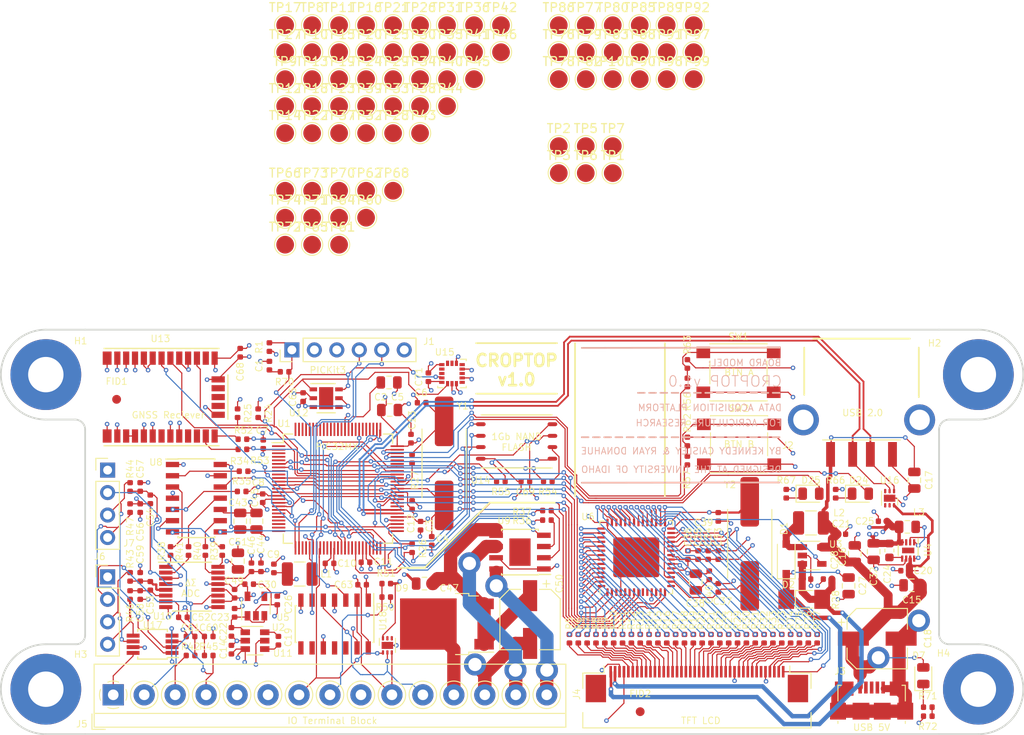
<source format=kicad_pcb>
(kicad_pcb (version 20171130) (host pcbnew "(5.0.1)-3")
  (layers (0 F.Cu signal) (1 Gnd.Cu power hide) (2 Vdd.Cu power hide) (31 B.Cu signal) (34 B.Paste user hide) (35 F.Paste user hide) (36 B.SilkS user) (37 F.SilkS user) (38 B.Mask user hide) (39 F.Mask user hide) (44 Edge.Cuts user))
  (net 0 "")
  (net 1 "Net-(C1-Pad1)")
  (net 2 DRV_GND)
  (net 3 "Net-(C2-Pad1)")
  (net 4 "Net-(C4-Pad1)")
  (net 5 "Net-(C6-Pad1)")
  (net 6 "Net-(C19-Pad1)")
  (net 7 "Net-(C19-Pad2)")
  (net 8 "Net-(C22-Pad1)")
  (net 9 "Net-(C24-Pad1)")
  (net 10 "Net-(C26-Pad1)")
  (net 11 LCD_ANODE)
  (net 12 LCD_CATHODE)
  (net 13 ADC_VDD)
  (net 14 "Net-(C37-Pad1)")
  (net 15 "Net-(C38-Pad1)")
  (net 16 "Net-(C39-Pad1)")
  (net 17 "Net-(C47-Pad1)")
  (net 18 "Net-(C52-Pad2)")
  (net 19 "Net-(C52-Pad1)")
  (net 20 "Net-(C53-Pad2)")
  (net 21 "Net-(C53-Pad1)")
  (net 22 "Net-(C54-Pad1)")
  (net 23 "Net-(C54-Pad2)")
  (net 24 "Net-(D1-Pad2)")
  (net 25 "Net-(D7-Pad1)")
  (net 26 DRV_BAT)
  (net 27 "Net-(D24-Pad1)")
  (net 28 LED_B)
  (net 29 LED_A)
  (net 30 "Net-(D25-Pad1)")
  (net 31 PKT_MCLR)
  (net 32 "Net-(J1-Pad6)")
  (net 33 USB_D-)
  (net 34 USB_D+)
  (net 35 "Net-(J3-Pad2)")
  (net 36 "Net-(J3-Pad3)")
  (net 37 "Net-(J3-Pad4)")
  (net 38 "Net-(J4-Pad5)")
  (net 39 "Net-(J4-Pad6)")
  (net 40 "Net-(J4-Pad7)")
  (net 41 "Net-(J4-Pad8)")
  (net 42 "Net-(J4-Pad9)")
  (net 43 "Net-(J4-Pad10)")
  (net 44 "Net-(J4-Pad11)")
  (net 45 "Net-(J4-Pad12)")
  (net 46 "Net-(J4-Pad13)")
  (net 47 "Net-(J4-Pad14)")
  (net 48 "Net-(J4-Pad15)")
  (net 49 "Net-(J4-Pad16)")
  (net 50 "Net-(J4-Pad17)")
  (net 51 "Net-(J4-Pad18)")
  (net 52 "Net-(J4-Pad19)")
  (net 53 "Net-(J4-Pad20)")
  (net 54 "Net-(J4-Pad21)")
  (net 55 "Net-(J4-Pad22)")
  (net 56 "Net-(J4-Pad23)")
  (net 57 "Net-(J4-Pad24)")
  (net 58 "Net-(J4-Pad25)")
  (net 59 "Net-(J4-Pad26)")
  (net 60 "Net-(J4-Pad27)")
  (net 61 "Net-(J4-Pad28)")
  (net 62 "Net-(J4-Pad30)")
  (net 63 "Net-(J4-Pad31)")
  (net 64 "Net-(J4-Pad32)")
  (net 65 "Net-(J4-Pad33)")
  (net 66 "Net-(J4-Pad34)")
  (net 67 "Net-(J4-Pad35)")
  (net 68 TCH_RIGHT)
  (net 69 TCH_DOWN)
  (net 70 TCH_LEFT)
  (net 71 TCH_UP)
  (net 72 ADC_GND)
  (net 73 ADC_A1+)
  (net 74 ADC_A1-)
  (net 75 LIN_IN)
  (net 76 ROT_VDD)
  (net 77 ROT_A1)
  (net 78 ROT_A2)
  (net 79 DRV_OUT1)
  (net 80 DRV_OUT2)
  (net 81 "Net-(J6-Pad4)")
  (net 82 "Net-(J6-Pad3)")
  (net 83 "Net-(J7-Pad3)")
  (net 84 "Net-(J7-Pad4)")
  (net 85 "Net-(L1-Pad2)")
  (net 86 "Net-(L3-Pad2)")
  (net 87 LCD_R0)
  (net 88 LCD_R1)
  (net 89 LCD_R2)
  (net 90 LCD_R3)
  (net 91 LCD_R4)
  (net 92 LCD_R5)
  (net 93 LCD_R6)
  (net 94 LCD_R7)
  (net 95 LCD_G0)
  (net 96 LCD_G1)
  (net 97 LCD_G2)
  (net 98 LCD_G3)
  (net 99 LCD_G4)
  (net 100 LCD_G5)
  (net 101 LCD_G6)
  (net 102 LCD_G7)
  (net 103 LCD_B0)
  (net 104 LCD_B1)
  (net 105 LCD_B2)
  (net 106 SCL)
  (net 107 SDA)
  (net 108 MISO)
  (net 109 "Net-(R26-Pad2)")
  (net 110 "Net-(R27-Pad2)")
  (net 111 LCD_B3)
  (net 112 LCD_B4)
  (net 113 LCD_B5)
  (net 114 LCD_B6)
  (net 115 LCD_B7)
  (net 116 SCLK)
  (net 117 "Net-(R34-Pad1)")
  (net 118 "Net-(R35-Pad1)")
  (net 119 MOSI)
  (net 120 DRV_IN1)
  (net 121 "Net-(R36-Pad1)")
  (net 122 "Net-(R37-Pad1)")
  (net 123 DRV_IN2)
  (net 124 "Net-(R38-Pad1)")
  (net 125 "Net-(R38-Pad2)")
  (net 126 "Net-(R39-Pad2)")
  (net 127 "Net-(R39-Pad1)")
  (net 128 "Net-(R40-Pad1)")
  (net 129 "Net-(R40-Pad2)")
  (net 130 "Net-(R41-Pad2)")
  (net 131 "Net-(R41-Pad1)")
  (net 132 ROT_Y1)
  (net 133 ROT_Y2)
  (net 134 TX)
  (net 135 "Net-(R52-Pad1)")
  (net 136 "Net-(R53-Pad1)")
  (net 137 RX)
  (net 138 "Net-(R54-Pad1)")
  (net 139 "Net-(R55-Pad1)")
  (net 140 "Net-(R56-Pad2)")
  (net 141 BTN_A)
  (net 142 "Net-(R57-Pad2)")
  (net 143 BTN_B)
  (net 144 PKT_PGED)
  (net 145 PKT_PGEC)
  (net 146 "Net-(R71-Pad2)")
  (net 147 LCD_SHIFT)
  (net 148 LCD_DISP)
  (net 149 LCD_HSYNC)
  (net 150 LCD_VSYNC)
  (net 151 LCD_DEN)
  (net 152 SS2)
  (net 153 SDO2)
  (net 154 SDIO2)
  (net 155 SCLK2)
  (net 156 LCD_PD)
  (net 157 LCD_INT)
  (net 158 DRV_FLT)
  (net 159 ADC_CS)
  (net 160 NAND_CS)
  (net 161 NAND_WP)
  (net 162 NAND_HOLD)
  (net 163 GPS_INT)
  (net 164 "Net-(U1-Pad1)")
  (net 165 "Net-(U1-Pad3)")
  (net 166 "Net-(U1-Pad4)")
  (net 167 "Net-(U1-Pad5)")
  (net 168 "Net-(U1-Pad24)")
  (net 169 "Net-(U1-Pad25)")
  (net 170 "Net-(U1-Pad28)")
  (net 171 "Net-(U1-Pad29)")
  (net 172 "Net-(U1-Pad34)")
  (net 173 "Net-(U1-Pad35)")
  (net 174 "Net-(U1-Pad38)")
  (net 175 "Net-(U1-Pad41)")
  (net 176 "Net-(U1-Pad42)")
  (net 177 "Net-(U1-Pad44)")
  (net 178 "Net-(U1-Pad49)")
  (net 179 "Net-(U1-Pad50)")
  (net 180 "Net-(U1-Pad51)")
  (net 181 "Net-(U1-Pad58)")
  (net 182 "Net-(U1-Pad59)")
  (net 183 "Net-(U1-Pad70)")
  (net 184 "Net-(U1-Pad71)")
  (net 185 "Net-(U1-Pad72)")
  (net 186 "Net-(U1-Pad78)")
  (net 187 "Net-(U1-Pad79)")
  (net 188 "Net-(U1-Pad80)")
  (net 189 "Net-(U1-Pad81)")
  (net 190 "Net-(U1-Pad83)")
  (net 191 "Net-(U1-Pad84)")
  (net 192 "Net-(U1-Pad87)")
  (net 193 "Net-(U1-Pad88)")
  (net 194 "Net-(U1-Pad89)")
  (net 195 "Net-(U1-Pad90)")
  (net 196 "Net-(U1-Pad91)")
  (net 197 "Net-(U1-Pad92)")
  (net 198 "Net-(U1-Pad93)")
  (net 199 "Net-(U1-Pad94)")
  (net 200 "Net-(U1-Pad95)")
  (net 201 "Net-(U1-Pad96)")
  (net 202 "Net-(U1-Pad97)")
  (net 203 "Net-(U1-Pad98)")
  (net 204 "Net-(U1-Pad99)")
  (net 205 "Net-(U1-Pad100)")
  (net 206 LCD_PWM)
  (net 207 "Net-(U4-Pad3)")
  (net 208 "Net-(U6-Pad3)")
  (net 209 "Net-(U6-Pad9)")
  (net 210 "Net-(U6-Pad10)")
  (net 211 "Net-(U6-Pad12)")
  (net 212 "Net-(U6-Pad15)")
  (net 213 "Net-(U11-Pad8)")
  (net 214 "Net-(U11-Pad9)")
  (net 215 "Net-(U11-Pad11)")
  (net 216 "Net-(U11-Pad12)")
  (net 217 "Net-(U12-Pad3)")
  (net 218 "Net-(U12-Pad4)")
  (net 219 "Net-(U13-Pad16)")
  (net 220 "Net-(U13-Pad23)")
  (net 221 "Net-(U13-Pad29)")
  (net 222 "Net-(U13-Pad2)")
  (net 223 "Net-(U13-Pad20)")
  (net 224 "Net-(U13-Pad24)")
  (net 225 "Net-(U13-Pad28)")
  (net 226 "Net-(U13-Pad30)")
  (net 227 "Net-(U15-Pad2)")
  (net 228 "Net-(U15-Pad3)")
  (net 229 "Net-(U15-Pad9)")
  (net 230 "Net-(U15-Pad11)")
  (net 231 "Net-(U15-Pad13)")
  (net 232 "Net-(U15-Pad15)")
  (net 233 "Net-(U15-Pad16)")
  (net 234 "Net-(U16-Pad3)")
  (net 235 "Net-(U16-Pad4)")
  (net 236 "Net-(U16-Pad5)")
  (net 237 "Net-(U18-Pad5)")
  (net 238 "Net-(U18-Pad4)")
  (net 239 "Net-(U1-Pad22)")
  (net 240 "Net-(U1-Pad23)")
  (net 241 "Net-(U1-Pad32)")
  (net 242 "Net-(U1-Pad8)")
  (net 243 "Net-(U1-Pad9)")
  (net 244 "Net-(U1-Pad20)")
  (net 245 "Net-(U1-Pad21)")
  (net 246 DVDD)
  (net 247 DVDD_UNREG)
  (module TestPoint:TestPoint_Pad_D2.0mm (layer F.Cu) (at 111.007001 65.154001)
    (fp_text reference TP25 (at 0 -1.998) (layer F.SilkS))
    (fp_text value TestPoint_Alt)
    (pad 1 smd circle (at 0 0) (size 2 2) (layers F.Cu F.Mask) (net 104 LCD_B1))
  )
  (module TestPoint:TestPoint_Pad_D2.0mm (layer F.Cu) (at 132.787001 78.824001)
    (fp_text reference TP6 (at 0 -1.998) (layer F.SilkS))
    (fp_text value TestPoint_Alt)
    (pad 1 smd circle (at 0 0) (size 2 2) (layers F.Cu F.Mask) (net 11 LCD_ANODE))
  )
  (module TestPoint:TestPoint_Pad_D2.0mm (layer F.Cu) (at 98.807001 68.204001)
    (fp_text reference TP9 (at 0 -1.998) (layer F.SilkS))
    (fp_text value TestPoint_Alt)
    (pad 1 smd circle (at 0 0) (size 2 2) (layers F.Cu F.Mask) (net 88 LCD_R1))
  )
  (module TestPoint:TestPoint_Pad_D2.0mm (layer F.Cu) (at 101.857001 65.154001)
    (fp_text reference TP10 (at 0 -1.998) (layer F.SilkS))
    (fp_text value TestPoint_Alt)
    (pad 1 smd circle (at 0 0) (size 2 2) (layers F.Cu F.Mask) (net 89 LCD_R2))
  )
  (module TestPoint:TestPoint_Pad_D2.0mm (layer F.Cu) (at 104.907001 62.104001)
    (fp_text reference TP11 (at 0 -1.998) (layer F.SilkS))
    (fp_text value TestPoint_Alt)
    (pad 1 smd circle (at 0 0) (size 2 2) (layers F.Cu F.Mask) (net 90 LCD_R3))
  )
  (module TestPoint:TestPoint_Pad_D2.0mm (layer F.Cu) (at 101.857001 68.204001)
    (fp_text reference TP13 (at 0 -1.998) (layer F.SilkS))
    (fp_text value TestPoint_Alt)
    (pad 1 smd circle (at 0 0) (size 2 2) (layers F.Cu F.Mask) (net 92 LCD_R5))
  )
  (module TestPoint:TestPoint_Pad_D2.0mm (layer F.Cu) (at 98.807001 74.304001)
    (fp_text reference TP14 (at 0 -1.998) (layer F.SilkS))
    (fp_text value TestPoint_Alt)
    (pad 1 smd circle (at 0 0) (size 2 2) (layers F.Cu F.Mask) (net 93 LCD_R6))
  )
  (module TestPoint:TestPoint_Pad_D2.0mm (layer F.Cu) (at 98.807001 62.104001)
    (fp_text reference TP17 (at 0 -1.998) (layer F.SilkS))
    (fp_text value TestPoint_Alt)
    (pad 1 smd circle (at 0 0) (size 2 2) (layers F.Cu F.Mask) (net 96 LCD_G1))
  )
  (module TestPoint:TestPoint_Pad_D2.0mm (layer F.Cu) (at 101.857001 71.254001)
    (fp_text reference TP18 (at 0 -1.998) (layer F.SilkS))
    (fp_text value TestPoint_Alt)
    (pad 1 smd circle (at 0 0) (size 2 2) (layers F.Cu F.Mask) (net 97 LCD_G2))
  )
  (module TestPoint:TestPoint_Pad_D2.0mm (layer F.Cu) (at 135.837001 75.774001)
    (fp_text reference TP7 (at 0 -1.998) (layer F.SilkS))
    (fp_text value TestPoint_Alt)
    (pad 1 smd circle (at 0 0) (size 2 2) (layers F.Cu F.Mask) (net 12 LCD_CATHODE))
  )
  (module TestPoint:TestPoint_Pad_D2.0mm (layer F.Cu) (at 101.857001 62.104001)
    (fp_text reference TP8 (at 0 -1.998) (layer F.SilkS))
    (fp_text value TestPoint_Alt)
    (pad 1 smd circle (at 0 0) (size 2 2) (layers F.Cu F.Mask) (net 87 LCD_R0))
  )
  (module TestPoint:TestPoint_Pad_D2.0mm (layer F.Cu) (at 98.807001 71.254001)
    (fp_text reference TP12 (at 0 -1.998) (layer F.SilkS))
    (fp_text value TestPoint_Alt)
    (pad 1 smd circle (at 0 0) (size 2 2) (layers F.Cu F.Mask) (net 91 LCD_R4))
  )
  (module TestPoint:TestPoint_Pad_D2.0mm (layer F.Cu) (at 104.907001 65.154001)
    (fp_text reference TP15 (at 0 -1.998) (layer F.SilkS))
    (fp_text value TestPoint_Alt)
    (pad 1 smd circle (at 0 0) (size 2 2) (layers F.Cu F.Mask) (net 94 LCD_R7))
  )
  (module TestPoint:TestPoint_Pad_D2.0mm (layer F.Cu) (at 101.857001 74.304001)
    (fp_text reference TP22 (at 0 -1.998) (layer F.SilkS))
    (fp_text value TestPoint_Alt)
    (pad 1 smd circle (at 0 0) (size 2 2) (layers F.Cu F.Mask) (net 101 LCD_G6))
  )
  (module TestPoint:TestPoint_Pad_D2.0mm (layer F.Cu) (at 107.957001 62.104001)
    (fp_text reference TP16 (at 0 -1.998) (layer F.SilkS))
    (fp_text value TestPoint_Alt)
    (pad 1 smd circle (at 0 0) (size 2 2) (layers F.Cu F.Mask) (net 95 LCD_G0))
  )
  (module TestPoint:TestPoint_Pad_D2.0mm (layer F.Cu) (at 107.957001 65.154001)
    (fp_text reference TP20 (at 0 -1.998) (layer F.SilkS))
    (fp_text value TestPoint_Alt)
    (pad 1 smd circle (at 0 0) (size 2 2) (layers F.Cu F.Mask) (net 99 LCD_G4))
  )
  (module TestPoint:TestPoint_Pad_D2.0mm (layer F.Cu) (at 111.007001 62.104001)
    (fp_text reference TP21 (at 0 -1.998) (layer F.SilkS))
    (fp_text value TestPoint_Alt)
    (pad 1 smd circle (at 0 0) (size 2 2) (layers F.Cu F.Mask) (net 100 LCD_G5))
  )
  (module TestPoint:TestPoint_Pad_D2.0mm (layer F.Cu) (at 104.907001 68.204001)
    (fp_text reference TP19 (at 0 -1.998) (layer F.SilkS))
    (fp_text value TestPoint_Alt)
    (pad 1 smd circle (at 0 0) (size 2 2) (layers F.Cu F.Mask) (net 98 LCD_G3))
  )
  (module TestPoint:TestPoint_Pad_D2.0mm (layer F.Cu) (at 104.907001 71.254001)
    (fp_text reference TP23 (at 0 -1.998) (layer F.SilkS))
    (fp_text value TestPoint_Alt)
    (pad 1 smd circle (at 0 0) (size 2 2) (layers F.Cu F.Mask) (net 102 LCD_G7))
  )
  (module TestPoint:TestPoint_Pad_D2.0mm (layer F.Cu) (at 107.957001 68.204001)
    (fp_text reference TP24 (at 0 -1.998) (layer F.SilkS))
    (fp_text value TestPoint_Alt)
    (pad 1 smd circle (at 0 0) (size 2 2) (layers F.Cu F.Mask) (net 103 LCD_B0))
  )
  (module TestPoint:TestPoint_Pad_D2.0mm (layer F.Cu) (at 129.737001 78.824001)
    (fp_text reference TP3 (at 0 -1.998) (layer F.SilkS))
    (fp_text value TestPoint_Alt)
    (pad 1 smd circle (at 0 0) (size 2 2) (layers F.Cu F.Mask) (net 13 ADC_VDD))
  )
  (module TestPoint:TestPoint_Pad_D2.0mm (layer F.Cu) (at 135.837001 78.824001)
    (fp_text reference TP1 (at 0 -1.998) (layer F.SilkS))
    (fp_text value TestPoint_Alt)
    (pad 1 smd circle (at 0 0) (size 2 2) (layers F.Cu F.Mask) (net 246 DVDD))
  )
  (module TestPoint:TestPoint_Pad_D2.0mm (layer F.Cu) (at 129.737001 75.774001)
    (fp_text reference TP2 (at 0 -1.998) (layer F.SilkS))
    (fp_text value TestPoint_Alt)
    (pad 1 smd circle (at 0 0) (size 2 2) (layers F.Cu F.Mask) (net 2 DRV_GND))
  )
  (module TestPoint:TestPoint_Pad_D2.0mm (layer F.Cu) (at 132.787001 75.774001)
    (fp_text reference TP5 (at 0 -1.998) (layer F.SilkS))
    (fp_text value TestPoint_Alt)
    (pad 1 smd circle (at 0 0) (size 2 2) (layers F.Cu F.Mask) (net 247 DVDD_UNREG))
  )
  (module TestPoint:TestPoint_Pad_D2.0mm (layer F.Cu) (at 107.957001 83.864001)
    (fp_text reference TP60 (at 0 -1.998) (layer F.SilkS))
    (fp_text value TestPoint_Alt)
    (pad 1 smd circle (at 0 0) (size 2 2) (layers F.Cu F.Mask) (net 158 DRV_FLT))
  )
  (module TestPoint:TestPoint_Pad_D2.0mm (layer F.Cu) (at 101.857001 80.814001)
    (fp_text reference TP73 (at 0 -1.998) (layer F.SilkS))
    (fp_text value TestPoint_Alt)
    (pad 1 smd circle (at 0 0) (size 2 2) (layers F.Cu F.Mask) (net 132 ROT_Y1))
  )
  (module TestPoint:TestPoint_Pad_D2.0mm (layer F.Cu) (at 104.907001 80.814001)
    (fp_text reference TP70 (at 0 -1.998) (layer F.SilkS))
    (fp_text value TestPoint_Alt)
    (pad 1 smd circle (at 0 0) (size 2 2) (layers F.Cu F.Mask) (net 73 ADC_A1+))
  )
  (module TestPoint:TestPoint_Pad_D2.0mm (layer F.Cu) (at 123.207001 65.154001)
    (fp_text reference TP46 (at 0 -1.998) (layer F.SilkS))
    (fp_text value TestPoint_Alt)
    (pad 1 smd circle (at 0 0) (size 2 2) (layers F.Cu F.Mask) (net 157 LCD_INT))
  )
  (module TestPoint:TestPoint_Pad_D2.0mm (layer F.Cu) (at 132.787001 68.204001)
    (fp_text reference TP82 (at 0 -1.998) (layer F.SilkS))
    (fp_text value TestPoint_Alt)
    (pad 1 smd circle (at 0 0) (size 2 2) (layers F.Cu F.Mask) (net 107 SDA))
  )
  (module TestPoint:TestPoint_Pad_D2.0mm (layer F.Cu) (at 138.887001 62.104001)
    (fp_text reference TP85 (at 0 -1.998) (layer F.SilkS))
    (fp_text value TestPoint_Alt)
    (pad 1 smd circle (at 0 0) (size 2 2) (layers F.Cu F.Mask) (net 161 NAND_WP))
  )
  (module TestPoint:TestPoint_Pad_D2.0mm (layer F.Cu) (at 107.957001 71.254001)
    (fp_text reference TP39 (at 0 -1.998) (layer F.SilkS))
    (fp_text value TestPoint_Alt)
    (pad 1 smd circle (at 0 0) (size 2 2) (layers F.Cu F.Mask) (net 70 TCH_LEFT))
  )
  (module TestPoint:TestPoint_Pad_D2.0mm (layer F.Cu) (at 104.907001 74.304001)
    (fp_text reference TP37 (at 0 -1.998) (layer F.SilkS))
    (fp_text value TestPoint_Alt)
    (pad 1 smd circle (at 0 0) (size 2 2) (layers F.Cu F.Mask) (net 68 TCH_RIGHT))
  )
  (module TestPoint:TestPoint_Pad_D2.0mm (layer F.Cu) (at 114.057001 62.104001)
    (fp_text reference TP26 (at 0 -1.998) (layer F.SilkS))
    (fp_text value TestPoint_Alt)
    (pad 1 smd circle (at 0 0) (size 2 2) (layers F.Cu F.Mask) (net 105 LCD_B2))
  )
  (module TestPoint:TestPoint_Pad_D2.0mm (layer F.Cu) (at 114.057001 68.204001)
    (fp_text reference TP34 (at 0 -1.998) (layer F.SilkS))
    (fp_text value TestPoint_Alt)
    (pad 1 smd circle (at 0 0) (size 2 2) (layers F.Cu F.Mask) (net 150 LCD_VSYNC))
  )
  (module TestPoint:TestPoint_Pad_D2.0mm (layer F.Cu) (at 104.907001 83.864001)
    (fp_text reference TP64 (at 0 -1.998) (layer F.SilkS))
    (fp_text value TestPoint_Alt)
    (pad 1 smd circle (at 0 0) (size 2 2) (layers F.Cu F.Mask) (net 116 SCLK))
  )
  (module TestPoint:TestPoint_Pad_D2.0mm (layer F.Cu) (at 111.007001 71.254001)
    (fp_text reference TP33 (at 0 -1.998) (layer F.SilkS))
    (fp_text value TestPoint_Alt)
    (pad 1 smd circle (at 0 0) (size 2 2) (layers F.Cu F.Mask) (net 148 LCD_DISP))
  )
  (module TestPoint:TestPoint_Pad_D2.0mm (layer F.Cu) (at 114.057001 71.254001)
    (fp_text reference TP38 (at 0 -1.998) (layer F.SilkS))
    (fp_text value TestPoint_Alt)
    (pad 1 smd circle (at 0 0) (size 2 2) (layers F.Cu F.Mask) (net 69 TCH_DOWN))
  )
  (module TestPoint:TestPoint_Pad_D2.0mm (layer F.Cu) (at 117.107001 68.204001)
    (fp_text reference TP40 (at 0 -1.998) (layer F.SilkS))
    (fp_text value TestPoint_Alt)
    (pad 1 smd circle (at 0 0) (size 2 2) (layers F.Cu F.Mask) (net 71 TCH_UP))
  )
  (module TestPoint:TestPoint_Pad_D2.0mm (layer F.Cu) (at 107.957001 74.304001)
    (fp_text reference TP32 (at 0 -1.998) (layer F.SilkS))
    (fp_text value TestPoint_Alt)
    (pad 1 smd circle (at 0 0) (size 2 2) (layers F.Cu F.Mask) (net 147 LCD_SHIFT))
  )
  (module TestPoint:TestPoint_Pad_D2.0mm (layer F.Cu) (at 111.007001 74.304001)
    (fp_text reference TP28 (at 0 -1.998) (layer F.SilkS))
    (fp_text value TestPoint_Alt)
    (pad 1 smd circle (at 0 0) (size 2 2) (layers F.Cu F.Mask) (net 112 LCD_B4))
  )
  (module TestPoint:TestPoint_Pad_D2.0mm (layer F.Cu) (at 111.007001 68.204001)
    (fp_text reference TP29 (at 0 -1.998) (layer F.SilkS))
    (fp_text value TestPoint_Alt)
    (pad 1 smd circle (at 0 0) (size 2 2) (layers F.Cu F.Mask) (net 113 LCD_B5))
  )
  (module TestPoint:TestPoint_Pad_D2.0mm (layer F.Cu) (at 120.157001 62.104001)
    (fp_text reference TP36 (at 0 -1.998) (layer F.SilkS))
    (fp_text value TestPoint_Alt)
    (pad 1 smd circle (at 0 0) (size 2 2) (layers F.Cu F.Mask) (net 151 LCD_DEN))
  )
  (module TestPoint:TestPoint_Pad_D2.0mm (layer F.Cu) (at 117.107001 71.254001)
    (fp_text reference TP44 (at 0 -1.998) (layer F.SilkS))
    (fp_text value TestPoint_Alt)
    (pad 1 smd circle (at 0 0) (size 2 2) (layers F.Cu F.Mask) (net 155 SCLK2))
  )
  (module TestPoint:TestPoint_Pad_D2.0mm (layer F.Cu) (at 98.807001 80.814001)
    (fp_text reference TP66 (at 0 -1.998) (layer F.SilkS))
    (fp_text value TestPoint_Alt)
    (pad 1 smd circle (at 0 0) (size 2 2) (layers F.Cu F.Mask) (net 159 ADC_CS))
  )
  (module TestPoint:TestPoint_Pad_D2.0mm (layer F.Cu) (at 98.807001 65.154001)
    (fp_text reference TP27 (at 0 -1.998) (layer F.SilkS))
    (fp_text value TestPoint_Alt)
    (pad 1 smd circle (at 0 0) (size 2 2) (layers F.Cu F.Mask) (net 111 LCD_B3))
  )
  (module TestPoint:TestPoint_Pad_D2.0mm (layer F.Cu) (at 123.207001 62.104001)
    (fp_text reference TP42 (at 0 -1.998) (layer F.SilkS))
    (fp_text value TestPoint_Alt)
    (pad 1 smd circle (at 0 0) (size 2 2) (layers F.Cu F.Mask) (net 153 SDO2))
  )
  (module TestPoint:TestPoint_Pad_D2.0mm (layer F.Cu) (at 114.057001 74.304001)
    (fp_text reference TP43 (at 0 -1.998) (layer F.SilkS))
    (fp_text value TestPoint_Alt)
    (pad 1 smd circle (at 0 0) (size 2 2) (layers F.Cu F.Mask) (net 154 SDIO2))
  )
  (module TestPoint:TestPoint_Pad_D2.0mm (layer F.Cu) (at 117.107001 65.154001)
    (fp_text reference TP35 (at 0 -1.998) (layer F.SilkS))
    (fp_text value TestPoint_Alt)
    (pad 1 smd circle (at 0 0) (size 2 2) (layers F.Cu F.Mask) (net 149 LCD_HSYNC))
  )
  (module TestPoint:TestPoint_Pad_D2.0mm (layer F.Cu) (at 111.007001 80.814001)
    (fp_text reference TP68 (at 0 -1.998) (layer F.SilkS))
    (fp_text value TestPoint_Alt)
    (pad 1 smd circle (at 0 0) (size 2 2) (layers F.Cu F.Mask) (net 75 LIN_IN))
  )
  (module TestPoint:TestPoint_Pad_D2.0mm (layer F.Cu) (at 120.157001 68.204001)
    (fp_text reference TP45 (at 0 -1.998) (layer F.SilkS))
    (fp_text value TestPoint_Alt)
    (pad 1 smd circle (at 0 0) (size 2 2) (layers F.Cu F.Mask) (net 156 LCD_PD))
  )
  (module TestPoint:TestPoint_Pad_D2.0mm (layer F.Cu) (at 132.787001 62.104001)
    (fp_text reference TP77 (at 0 -1.998) (layer F.SilkS))
    (fp_text value TestPoint_Alt)
    (pad 1 smd circle (at 0 0) (size 2 2) (layers F.Cu F.Mask) (net 119 MOSI))
  )
  (module TestPoint:TestPoint_Pad_D2.0mm (layer F.Cu) (at 129.737001 68.204001)
    (fp_text reference TP78 (at 0 -1.998) (layer F.SilkS))
    (fp_text value TestPoint_Alt)
    (pad 1 smd circle (at 0 0) (size 2 2) (layers F.Cu F.Mask) (net 160 NAND_CS))
  )
  (module TestPoint:TestPoint_Pad_D2.0mm (layer F.Cu) (at 101.857001 83.864001)
    (fp_text reference TP71 (at 0 -1.998) (layer F.SilkS))
    (fp_text value TestPoint_Alt)
    (pad 1 smd circle (at 0 0) (size 2 2) (layers F.Cu F.Mask) (net 74 ADC_A1-))
  )
  (module TestPoint:TestPoint_Pad_D2.0mm (layer F.Cu) (at 129.737001 65.154001)
    (fp_text reference TP76 (at 0 -1.998) (layer F.SilkS))
    (fp_text value TestPoint_Alt)
    (pad 1 smd circle (at 0 0) (size 2 2) (layers F.Cu F.Mask) (net 116 SCLK))
  )
  (module TestPoint:TestPoint_Pad_D2.0mm (layer F.Cu) (at 117.107001 62.104001)
    (fp_text reference TP31 (at 0 -1.998) (layer F.SilkS))
    (fp_text value TestPoint_Alt)
    (pad 1 smd circle (at 0 0) (size 2 2) (layers F.Cu F.Mask) (net 115 LCD_B7))
  )
  (module TestPoint:TestPoint_Pad_D2.0mm (layer F.Cu) (at 120.157001 65.154001)
    (fp_text reference TP41 (at 0 -1.998) (layer F.SilkS))
    (fp_text value TestPoint_Alt)
    (pad 1 smd circle (at 0 0) (size 2 2) (layers F.Cu F.Mask) (net 152 SS2))
  )
  (module TestPoint:TestPoint_Pad_D2.0mm (layer F.Cu) (at 107.957001 80.814001)
    (fp_text reference TP62 (at 0 -1.998) (layer F.SilkS))
    (fp_text value TestPoint_Alt)
    (pad 1 smd circle (at 0 0) (size 2 2) (layers F.Cu F.Mask) (net 123 DRV_IN2))
  )
  (module TestPoint:TestPoint_Pad_D2.0mm (layer F.Cu) (at 101.857001 86.914001)
    (fp_text reference TP65 (at 0 -1.998) (layer F.SilkS))
    (fp_text value TestPoint_Alt)
    (pad 1 smd circle (at 0 0) (size 2 2) (layers F.Cu F.Mask) (net 119 MOSI))
  )
  (module TestPoint:TestPoint_Pad_D2.0mm (layer F.Cu) (at 114.057001 65.154001)
    (fp_text reference TP30 (at 0 -1.998) (layer F.SilkS))
    (fp_text value TestPoint_Alt)
    (pad 1 smd circle (at 0 0) (size 2 2) (layers F.Cu F.Mask) (net 114 LCD_B6))
  )
  (module TestPoint:TestPoint_Pad_D2.0mm (layer F.Cu) (at 104.907001 86.914001)
    (fp_text reference TP61 (at 0 -1.998) (layer F.SilkS))
    (fp_text value TestPoint_Alt)
    (pad 1 smd circle (at 0 0) (size 2 2) (layers F.Cu F.Mask) (net 120 DRV_IN1))
  )
  (module TestPoint:TestPoint_Pad_D2.0mm (layer F.Cu) (at 98.807001 86.914001)
    (fp_text reference TP72 (at 0 -1.998) (layer F.SilkS))
    (fp_text value TestPoint_Alt)
    (pad 1 smd circle (at 0 0) (size 2 2) (layers F.Cu F.Mask) (net 2 DRV_GND))
  )
  (module TestPoint:TestPoint_Pad_D2.0mm (layer F.Cu) (at 98.807001 83.864001)
    (fp_text reference TP74 (at 0 -1.998) (layer F.SilkS))
    (fp_text value TestPoint_Alt)
    (pad 1 smd circle (at 0 0) (size 2 2) (layers F.Cu F.Mask) (net 133 ROT_Y2))
  )
  (module TestPoint:TestPoint_Pad_D2.0mm (layer F.Cu) (at 132.787001 65.154001)
    (fp_text reference TP79 (at 0 -1.998) (layer F.SilkS))
    (fp_text value TestPoint_Alt)
    (pad 1 smd circle (at 0 0) (size 2 2) (layers F.Cu F.Mask) (net 107 SDA))
  )
  (module TestPoint:TestPoint_Pad_D2.0mm (layer F.Cu) (at 135.837001 62.104001)
    (fp_text reference TP80 (at 0 -1.998) (layer F.SilkS))
    (fp_text value TestPoint_Alt)
    (pad 1 smd circle (at 0 0) (size 2 2) (layers F.Cu F.Mask) (net 106 SCL))
  )
  (module TestPoint:TestPoint_Pad_D2.0mm (layer F.Cu) (at 135.837001 65.154001)
    (fp_text reference TP83 (at 0 -1.998) (layer F.SilkS))
    (fp_text value TestPoint_Alt)
    (pad 1 smd circle (at 0 0) (size 2 2) (layers F.Cu F.Mask) (net 106 SCL))
  )
  (module TestPoint:TestPoint_Pad_D2.0mm (layer F.Cu) (at 138.887001 65.154001)
    (fp_text reference TP88 (at 0 -1.998) (layer F.SilkS))
    (fp_text value TestPoint_Alt)
    (pad 1 smd circle (at 0 0) (size 2 2) (layers F.Cu F.Mask) (net 163 GPS_INT))
  )
  (module TestPoint:TestPoint_Pad_D2.0mm (layer F.Cu) (at 141.937001 62.104001)
    (fp_text reference TP89 (at 0 -1.998) (layer F.SilkS))
    (fp_text value TestPoint_Alt)
    (pad 1 smd circle (at 0 0) (size 2 2) (layers F.Cu F.Mask) (net 134 TX))
  )
  (module TestPoint:TestPoint_Pad_D2.0mm (layer F.Cu) (at 141.937001 65.154001)
    (fp_text reference TP91 (at 0 -1.998) (layer F.SilkS))
    (fp_text value TestPoint_Alt)
    (pad 1 smd circle (at 0 0) (size 2 2) (layers F.Cu F.Mask) (net 141 BTN_A))
  )
  (module TestPoint:TestPoint_Pad_D2.0mm (layer F.Cu) (at 144.987001 65.154001)
    (fp_text reference TP97 (at 0 -1.998) (layer F.SilkS))
    (fp_text value TestPoint_Alt)
    (pad 1 smd circle (at 0 0) (size 2 2) (layers F.Cu F.Mask) (net 106 SCL))
  )
  (module TestPoint:TestPoint_Pad_D2.0mm (layer F.Cu) (at 129.737001 62.104001)
    (fp_text reference TP86 (at 0 -1.998) (layer F.SilkS))
    (fp_text value TestPoint_Alt)
    (pad 1 smd circle (at 0 0) (size 2 2) (layers F.Cu F.Mask) (net 162 NAND_HOLD))
  )
  (module TestPoint:TestPoint_Pad_D2.0mm (layer F.Cu) (at 144.987001 62.104001)
    (fp_text reference TP92 (at 0 -1.998) (layer F.SilkS))
    (fp_text value TestPoint_Alt)
    (pad 1 smd circle (at 0 0) (size 2 2) (layers F.Cu F.Mask) (net 143 BTN_B))
  )
  (module TestPoint:TestPoint_Pad_D2.0mm (layer F.Cu) (at 141.937001 68.204001)
    (fp_text reference TP96 (at 0 -1.998) (layer F.SilkS))
    (fp_text value TestPoint_Alt)
    (pad 1 smd circle (at 0 0) (size 2 2) (layers F.Cu F.Mask) (net 107 SDA))
  )
  (module TestPoint:TestPoint_Pad_D2.0mm (layer F.Cu) (at 144.987001 68.204001)
    (fp_text reference TP99 (at 0 -1.998) (layer F.SilkS))
    (fp_text value TestPoint_Alt)
    (pad 1 smd circle (at 0 0) (size 2 2) (layers F.Cu F.Mask) (net 29 LED_A))
  )
  (module TestPoint:TestPoint_Pad_D2.0mm (layer F.Cu) (at 135.837001 68.204001)
    (fp_text reference TP100 (at 0 -1.998) (layer F.SilkS))
    (fp_text value TestPoint_Alt)
    (pad 1 smd circle (at 0 0) (size 2 2) (layers F.Cu F.Mask) (net 28 LED_B))
  )
  (module TestPoint:TestPoint_Pad_D2.0mm (layer F.Cu) (at 138.887001 68.204001)
    (fp_text reference TP90 (at 0 -1.998) (layer F.SilkS))
    (fp_text value TestPoint_Alt)
    (pad 1 smd circle (at 0 0) (size 2 2) (layers F.Cu F.Mask) (net 137 RX))
  )
  (module Resistor_SMD:R_0402_1005Metric (layer F.Cu) (at 93.98 110.0455)
    (fp_text reference R52 (at 0.127 -2.159) (layer F.SilkS) (effects (font (size 0.75 0.75) (thickness 0.1))))
    (fp_text value 220)
    (pad 1 smd roundrect (at -0.485 0) (size 0.59 0.64) (layers F.Cu F.Paste F.Mask) (net 135 "Net-(R52-Pad1)"))
    (pad 2 smd roundrect (at 0.485 0) (size 0.59 0.64) (layers F.Cu F.Paste F.Mask) (net 134 TX))
  )
  (module Package_QFP:TQFP-100_12x12mm_P0.4mm (layer F.Cu) (at 104.775 114.4905)
    (fp_text reference U1 (at -6.096 -7.366) (layer F.SilkS) (effects (font (size 0.75 0.75) (thickness 0.1))))
    (fp_text value PIC32MX795F512L)
    (pad 1 smd rect (at -6.7 -4.8) (size 1.5 0.2) (layers F.Cu F.Paste F.Mask) (net 164 "Net-(U1-Pad1)"))
    (pad 2 smd rect (at -6.7 -4.4) (size 1.5 0.2) (layers F.Cu F.Paste F.Mask) (net 246 DVDD))
    (pad 3 smd rect (at -6.7 -4) (size 1.5 0.2) (layers F.Cu F.Paste F.Mask) (net 165 "Net-(U1-Pad3)"))
    (pad 4 smd rect (at -6.7 -3.6) (size 1.5 0.2) (layers F.Cu F.Paste F.Mask) (net 166 "Net-(U1-Pad4)"))
    (pad 5 smd rect (at -6.7 -3.2) (size 1.5 0.2) (layers F.Cu F.Paste F.Mask) (net 167 "Net-(U1-Pad5)"))
    (pad 6 smd rect (at -6.7 -2.8) (size 1.5 0.2) (layers F.Cu F.Paste F.Mask) (net 29 LED_A))
    (pad 7 smd rect (at -6.7 -2.4) (size 1.5 0.2) (layers F.Cu F.Paste F.Mask) (net 28 LED_B))
    (pad 8 smd rect (at -6.7 -2) (size 1.5 0.2) (layers F.Cu F.Paste F.Mask) (net 242 "Net-(U1-Pad8)"))
    (pad 9 smd rect (at -6.7 -1.6) (size 1.5 0.2) (layers F.Cu F.Paste F.Mask) (net 243 "Net-(U1-Pad9)"))
    (pad 10 smd rect (at -6.7 -1.2) (size 1.5 0.2) (layers F.Cu F.Paste F.Mask) (net 155 SCLK2))
    (pad 11 smd rect (at -6.7 -0.8) (size 1.5 0.2) (layers F.Cu F.Paste F.Mask) (net 154 SDIO2))
    (pad 12 smd rect (at -6.7 -0.4) (size 1.5 0.2) (layers F.Cu F.Paste F.Mask) (net 153 SDO2))
    (pad 13 smd rect (at -6.7 0) (size 1.5 0.2) (layers F.Cu F.Paste F.Mask) (net 31 PKT_MCLR))
    (pad 14 smd rect (at -6.7 0.4) (size 1.5 0.2) (layers F.Cu F.Paste F.Mask) (net 152 SS2))
    (pad 15 smd rect (at -6.7 0.8) (size 1.5 0.2) (layers F.Cu F.Paste F.Mask) (net 2 DRV_GND))
    (pad 16 smd rect (at -6.7 1.2) (size 1.5 0.2) (layers F.Cu F.Paste F.Mask) (net 246 DVDD))
    (pad 17 smd rect (at -6.7 1.6) (size 1.5 0.2) (layers F.Cu F.Paste F.Mask) (net 159 ADC_CS))
    (pad 18 smd rect (at -6.7 2) (size 1.5 0.2) (layers F.Cu F.Paste F.Mask) (net 157 LCD_INT))
    (pad 19 smd rect (at -6.7 2.4) (size 1.5 0.2) (layers F.Cu F.Paste F.Mask) (net 163 GPS_INT))
    (pad 20 smd rect (at -6.7 2.8) (size 1.5 0.2) (layers F.Cu F.Paste F.Mask) (net 244 "Net-(U1-Pad20)"))
    (pad 21 smd rect (at -6.7 3.2) (size 1.5 0.2) (layers F.Cu F.Paste F.Mask) (net 245 "Net-(U1-Pad21)"))
    (pad 22 smd rect (at -6.7 3.6) (size 1.5 0.2) (layers F.Cu F.Paste F.Mask) (net 239 "Net-(U1-Pad22)"))
    (pad 23 smd rect (at -6.7 4) (size 1.5 0.2) (layers F.Cu F.Paste F.Mask) (net 240 "Net-(U1-Pad23)"))
    (pad 24 smd rect (at -6.7 4.4) (size 1.5 0.2) (layers F.Cu F.Paste F.Mask) (net 168 "Net-(U1-Pad24)"))
    (pad 25 smd rect (at -6.7 4.8) (size 1.5 0.2) (layers F.Cu F.Paste F.Mask) (net 169 "Net-(U1-Pad25)"))
    (pad 26 smd rect (at -4.8 6.7 90) (size 1.5 0.2) (layers F.Cu F.Paste F.Mask) (net 145 PKT_PGEC))
    (pad 27 smd rect (at -4.4 6.7 90) (size 1.5 0.2) (layers F.Cu F.Paste F.Mask) (net 144 PKT_PGED))
    (pad 28 smd rect (at -4 6.7 90) (size 1.5 0.2) (layers F.Cu F.Paste F.Mask) (net 170 "Net-(U1-Pad28)"))
    (pad 29 smd rect (at -3.6 6.7 90) (size 1.5 0.2) (layers F.Cu F.Paste F.Mask) (net 171 "Net-(U1-Pad29)"))
    (pad 30 smd rect (at -3.2 6.7 90) (size 1.5 0.2) (layers F.Cu F.Paste F.Mask) (net 85 "Net-(L1-Pad2)"))
    (pad 31 smd rect (at -2.8 6.7 90) (size 1.5 0.2) (layers F.Cu F.Paste F.Mask) (net 2 DRV_GND))
    (pad 32 smd rect (at -2.4 6.7 90) (size 1.5 0.2) (layers F.Cu F.Paste F.Mask) (net 241 "Net-(U1-Pad32)"))
    (pad 33 smd rect (at -2 6.7 90) (size 1.5 0.2) (layers F.Cu F.Paste F.Mask) (net 75 LIN_IN))
    (pad 34 smd rect (at -1.6 6.7 90) (size 1.5 0.2) (layers F.Cu F.Paste F.Mask) (net 172 "Net-(U1-Pad34)"))
    (pad 35 smd rect (at -1.2 6.7 90) (size 1.5 0.2) (layers F.Cu F.Paste F.Mask) (net 173 "Net-(U1-Pad35)"))
    (pad 36 smd rect (at -0.8 6.7 90) (size 1.5 0.2) (layers F.Cu F.Paste F.Mask) (net 2 DRV_GND))
    (pad 37 smd rect (at -0.4 6.7 90) (size 1.5 0.2) (layers F.Cu F.Paste F.Mask) (net 246 DVDD))
    (pad 38 smd rect (at 0 6.7 90) (size 1.5 0.2) (layers F.Cu F.Paste F.Mask) (net 174 "Net-(U1-Pad38)"))
    (pad 39 smd rect (at 0.4 6.7 90) (size 1.5 0.2) (layers F.Cu F.Paste F.Mask) (net 137 RX))
    (pad 40 smd rect (at 0.8 6.7 90) (size 1.5 0.2) (layers F.Cu F.Paste F.Mask) (net 134 TX))
    (pad 41 smd rect (at 1.2 6.7 90) (size 1.5 0.2) (layers F.Cu F.Paste F.Mask) (net 175 "Net-(U1-Pad41)"))
    (pad 42 smd rect (at 1.6 6.7 90) (size 1.5 0.2) (layers F.Cu F.Paste F.Mask) (net 176 "Net-(U1-Pad42)"))
    (pad 43 smd rect (at 2 6.7 90) (size 1.5 0.2) (layers F.Cu F.Paste F.Mask) (net 156 LCD_PD))
    (pad 44 smd rect (at 2.4 6.7 90) (size 1.5 0.2) (layers F.Cu F.Paste F.Mask) (net 177 "Net-(U1-Pad44)"))
    (pad 45 smd rect (at 2.8 6.7 90) (size 1.5 0.2) (layers F.Cu F.Paste F.Mask) (net 2 DRV_GND))
    (pad 46 smd rect (at 3.2 6.7 90) (size 1.5 0.2) (layers F.Cu F.Paste F.Mask) (net 246 DVDD))
    (pad 47 smd rect (at 3.6 6.7 90) (size 1.5 0.2) (layers F.Cu F.Paste F.Mask) (net 160 NAND_CS))
    (pad 48 smd rect (at 4 6.7 90) (size 1.5 0.2) (layers F.Cu F.Paste F.Mask) (net 116 SCLK))
    (pad 49 smd rect (at 4.4 6.7 90) (size 1.5 0.2) (layers F.Cu F.Paste F.Mask) (net 178 "Net-(U1-Pad49)"))
    (pad 50 smd rect (at 4.8 6.7 90) (size 1.5 0.2) (layers F.Cu F.Paste F.Mask) (net 179 "Net-(U1-Pad50)"))
    (pad 51 smd rect (at 6.7 4.8) (size 1.5 0.2) (layers F.Cu F.Paste F.Mask) (net 180 "Net-(U1-Pad51)"))
    (pad 52 smd rect (at 6.7 4.4) (size 1.5 0.2) (layers F.Cu F.Paste F.Mask) (net 109 "Net-(R26-Pad2)"))
    (pad 53 smd rect (at 6.7 4) (size 1.5 0.2) (layers F.Cu F.Paste F.Mask) (net 119 MOSI))
    (pad 54 smd rect (at 6.7 3.6) (size 1.5 0.2) (layers F.Cu F.Paste F.Mask) (net 247 DVDD_UNREG))
    (pad 55 smd rect (at 6.7 3.2) (size 1.5 0.2) (layers F.Cu F.Paste F.Mask) (net 246 DVDD))
    (pad 56 smd rect (at 6.7 2.8) (size 1.5 0.2) (layers F.Cu F.Paste F.Mask) (net 33 USB_D-))
    (pad 57 smd rect (at 6.7 2.4) (size 1.5 0.2) (layers F.Cu F.Paste F.Mask) (net 34 USB_D+))
    (pad 58 smd rect (at 6.7 2) (size 1.5 0.2) (layers F.Cu F.Paste F.Mask) (net 181 "Net-(U1-Pad58)"))
    (pad 59 smd rect (at 6.7 1.6) (size 1.5 0.2) (layers F.Cu F.Paste F.Mask) (net 182 "Net-(U1-Pad59)"))
    (pad 60 smd rect (at 6.7 1.2) (size 1.5 0.2) (layers F.Cu F.Paste F.Mask) (net 161 NAND_WP))
    (pad 61 smd rect (at 6.7 0.8) (size 1.5 0.2) (layers F.Cu F.Paste F.Mask) (net 162 NAND_HOLD))
    (pad 62 smd rect (at 6.7 0.4) (size 1.5 0.2) (layers F.Cu F.Paste F.Mask) (net 246 DVDD))
    (pad 63 smd rect (at 6.7 0) (size 1.5 0.2) (layers F.Cu F.Paste F.Mask) (net 4 "Net-(C4-Pad1)"))
    (pad 64 smd rect (at 6.7 -0.4) (size 1.5 0.2) (layers F.Cu F.Paste F.Mask) (net 110 "Net-(R27-Pad2)"))
    (pad 65 smd rect (at 6.7 -0.8) (size 1.5 0.2) (layers F.Cu F.Paste F.Mask) (net 2 DRV_GND))
    (pad 66 smd rect (at 6.7 -1.2) (size 1.5 0.2) (layers F.Cu F.Paste F.Mask) (net 106 SCL))
    (pad 67 smd rect (at 6.7 -1.6) (size 1.5 0.2) (layers F.Cu F.Paste F.Mask) (net 107 SDA))
    (pad 68 smd rect (at 6.7 -2) (size 1.5 0.2) (layers F.Cu F.Paste F.Mask) (net 132 ROT_Y1))
    (pad 69 smd rect (at 6.7 -2.4) (size 1.5 0.2) (layers F.Cu F.Paste F.Mask) (net 133 ROT_Y2))
    (pad 70 smd rect (at 6.7 -2.8) (size 1.5 0.2) (layers F.Cu F.Paste F.Mask) (net 183 "Net-(U1-Pad70)"))
    (pad 71 smd rect (at 6.7 -3.2) (size 1.5 0.2) (layers F.Cu F.Paste F.Mask) (net 184 "Net-(U1-Pad71)"))
    (pad 72 smd rect (at 6.7 -3.6) (size 1.5 0.2) (layers F.Cu F.Paste F.Mask) (net 185 "Net-(U1-Pad72)"))
    (pad 73 smd rect (at 6.7 -4) (size 1.5 0.2) (layers F.Cu F.Paste F.Mask) (net 143 BTN_B))
    (pad 74 smd rect (at 6.7 -4.4) (size 1.5 0.2) (layers F.Cu F.Paste F.Mask) (net 141 BTN_A))
    (pad 75 smd rect (at 6.7 -4.8) (size 1.5 0.2) (layers F.Cu F.Paste F.Mask) (net 2 DRV_GND))
    (pad 76 smd rect (at 4.8 -6.7 90) (size 1.5 0.2) (layers F.Cu F.Paste F.Mask) (net 120 DRV_IN1))
    (pad 77 smd rect (at 4.4 -6.7 90) (size 1.5 0.2) (layers F.Cu F.Paste F.Mask) (net 123 DRV_IN2))
    (pad 78 smd rect (at 4 -6.7 90) (size 1.5 0.2) (layers F.Cu F.Paste F.Mask) (net 186 "Net-(U1-Pad78)"))
    (pad 79 smd rect (at 3.6 -6.7 90) (size 1.5 0.2) (layers F.Cu F.Paste F.Mask) (net 187 "Net-(U1-Pad79)"))
    (pad 80 smd rect (at 3.2 -6.7 90) (size 1.5 0.2) (layers F.Cu F.Paste F.Mask) (net 188 "Net-(U1-Pad80)"))
    (pad 81 smd rect (at 2.8 -6.7 90) (size 1.5 0.2) (layers F.Cu F.Paste F.Mask) (net 189 "Net-(U1-Pad81)"))
    (pad 82 smd rect (at 2.4 -6.7 90) (size 1.5 0.2) (layers F.Cu F.Paste F.Mask) (net 158 DRV_FLT))
    (pad 83 smd rect (at 2 -6.7 90) (size 1.5 0.2) (layers F.Cu F.Paste F.Mask) (net 190 "Net-(U1-Pad83)"))
    (pad 84 smd rect (at 1.6 -6.7 90) (size 1.5 0.2) (layers F.Cu F.Paste F.Mask) (net 191 "Net-(U1-Pad84)"))
    (pad 85 smd rect (at 1.2 -6.7 90) (size 1.5 0.2) (layers F.Cu F.Paste F.Mask) (net 3 "Net-(C2-Pad1)"))
    (pad 86 smd rect (at 0.8 -6.7 90) (size 1.5 0.2) (layers F.Cu F.Paste F.Mask) (net 246 DVDD))
    (pad 87 smd rect (at 0.4 -6.7 90) (size 1.5 0.2) (layers F.Cu F.Paste F.Mask) (net 192 "Net-(U1-Pad87)"))
    (pad 88 smd rect (at 0 -6.7 90) (size 1.5 0.2) (layers F.Cu F.Paste F.Mask) (net 193 "Net-(U1-Pad88)"))
    (pad 89 smd rect (at -0.4 -6.7 90) (size 1.5 0.2) (layers F.Cu F.Paste F.Mask) (net 194 "Net-(U1-Pad89)"))
    (pad 90 smd rect (at -0.8 -6.7 90) (size 1.5 0.2) (layers F.Cu F.Paste F.Mask) (net 195 "Net-(U1-Pad90)"))
    (pad 91 smd rect (at -1.2 -6.7 90) (size 1.5 0.2) (layers F.Cu F.Paste F.Mask) (net 196 "Net-(U1-Pad91)"))
    (pad 92 smd rect (at -1.6 -6.7 90) (size 1.5 0.2) (layers F.Cu F.Paste F.Mask) (net 197 "Net-(U1-Pad92)"))
    (pad 93 smd rect (at -2 -6.7 90) (size 1.5 0.2) (layers F.Cu F.Paste F.Mask) (net 198 "Net-(U1-Pad93)"))
    (pad 94 smd rect (at -2.4 -6.7 90) (size 1.5 0.2) (layers F.Cu F.Paste F.Mask) (net 199 "Net-(U1-Pad94)"))
    (pad 95 smd rect (at -2.8 -6.7 90) (size 1.5 0.2) (layers F.Cu F.Paste F.Mask) (net 200 "Net-(U1-Pad95)"))
    (pad 96 smd rect (at -3.2 -6.7 90) (size 1.5 0.2) (layers F.Cu F.Paste F.Mask) (net 201 "Net-(U1-Pad96)"))
    (pad 97 smd rect (at -3.6 -6.7 90) (size 1.5 0.2) (layers F.Cu F.Paste F.Mask) (net 202 "Net-(U1-Pad97)"))
    (pad 98 smd rect (at -4 -6.7 90) (size 1.5 0.2) (layers F.Cu F.Paste F.Mask) (net 203 "Net-(U1-Pad98)"))
    (pad 99 smd rect (at -4.4 -6.7 90) (size 1.5 0.2) (layers F.Cu F.Paste F.Mask) (net 204 "Net-(U1-Pad99)"))
    (pad 100 smd rect (at -4.8 -6.7 90) (size 1.5 0.2) (layers F.Cu F.Paste F.Mask) (net 205 "Net-(U1-Pad100)"))
  )
  (module Capacitor_SMD:CP_Elec_6.3x7.7 (layer F.Cu) (at 165.735 131.445)
    (fp_text reference C18 (at 5.715 0 90) (layer F.SilkS) (effects (font (size 0.75 0.75) (thickness 0.1))))
    (fp_text value 100uF)
    (pad 1 smd rect (at -2.7 0) (size 3.5 1.6) (layers F.Cu F.Paste F.Mask) (net 247 DVDD_UNREG))
    (pad 2 smd rect (at 2.7 0) (size 3.5 1.6) (layers F.Cu F.Paste F.Mask) (net 2 DRV_GND))
  )
  (module croptop:USB_A_Assmann_Horizontal (layer F.Cu) (at 163.957 100.965 90)
    (fp_text reference J2 (at -8.636 -8.3185 180) (layer F.SilkS) (effects (font (size 0.75 0.75) (thickness 0.1))))
    (fp_text value USB_A)
    (pad 2 smd rect (at -9.65 -1 90) (size 2.8 1) (layers F.Cu F.Paste F.Mask) (net 33 USB_D-))
    (pad 3 smd rect (at -9.65 1 90) (size 2.8 1) (layers F.Cu F.Paste F.Mask) (net 34 USB_D+))
    (pad 1 smd rect (at -9.65 -3.5 90) (size 2.8 1) (layers F.Cu F.Paste F.Mask) (net 247 DVDD_UNREG))
    (pad 4 smd rect (at -9.65 3.5 90) (size 2.8 1) (layers F.Cu F.Paste F.Mask) (net 2 DRV_GND))
    (pad 5 thru_hole circle (at -5.75 -6.57 90) (size 3.5 3.5) (drill 2.3) (layers *.Cu *.Mask) (net 2 DRV_GND))
    (pad 5 thru_hole circle (at -5.75 6.57 90) (size 3.5 3.5) (drill 2.3) (layers *.Cu *.Mask) (net 2 DRV_GND))
    (pad "" np_thru_hole circle (at -6.9 -2.3 90) (size 1.1 1.1) (drill 1.1) (layers *.Cu *.Mask))
    (pad "" np_thru_hole circle (at -6.9 2.3 90) (size 1.1 1.1) (drill 1.1) (layers *.Cu *.Mask))
  )
  (module Package_DFN_QFN:QFN-56-1EP_8x8mm_P0.5mm_EP4.5x5.2mm (layer F.Cu) (at 138.4935 122.2502 90)
    (fp_text reference U6 (at 4.5847 -5.461 180) (layer F.SilkS) (effects (font (size 0.75 0.75) (thickness 0.1))))
    (fp_text value FT812Q)
    (pad 57 smd roundrect (at 0 0 90) (size 4.5 5.2) (layers F.Cu F.Mask) (roundrect_rratio 0.055556) (net 2 DRV_GND))
    (pad 1 smd roundrect (at -3.9375 -3.25 90) (size 0.875 0.25) (layers F.Cu F.Paste F.Mask) (net 88 LCD_R1))
    (pad 2 smd roundrect (at -3.9375 -2.75 90) (size 0.875 0.25) (layers F.Cu F.Paste F.Mask) (net 87 LCD_R0))
    (pad 3 smd roundrect (at -3.9375 -2.25 90) (size 0.875 0.25) (layers F.Cu F.Paste F.Mask) (net 208 "Net-(U6-Pad3)"))
    (pad 4 smd roundrect (at -3.9375 -1.75 90) (size 0.875 0.25) (layers F.Cu F.Paste F.Mask) (net 2 DRV_GND))
    (pad 5 smd roundrect (at -3.9375 -1.25 90) (size 0.875 0.25) (layers F.Cu F.Paste F.Mask) (net 155 SCLK2))
    (pad 6 smd roundrect (at -3.9375 -0.75 90) (size 0.875 0.25) (layers F.Cu F.Paste F.Mask) (net 154 SDIO2))
    (pad 7 smd roundrect (at -3.9375 -0.25 90) (size 0.875 0.25) (layers F.Cu F.Paste F.Mask) (net 153 SDO2))
    (pad 8 smd roundrect (at -3.9375 0.25 90) (size 0.875 0.25) (layers F.Cu F.Paste F.Mask) (net 152 SS2))
    (pad 9 smd roundrect (at -3.9375 0.75 90) (size 0.875 0.25) (layers F.Cu F.Paste F.Mask) (net 209 "Net-(U6-Pad9)"))
    (pad 10 smd roundrect (at -3.9375 1.25 90) (size 0.875 0.25) (layers F.Cu F.Paste F.Mask) (net 210 "Net-(U6-Pad10)"))
    (pad 11 smd roundrect (at -3.9375 1.75 90) (size 0.875 0.25) (layers F.Cu F.Paste F.Mask) (net 246 DVDD))
    (pad 12 smd roundrect (at -3.9375 2.25 90) (size 0.875 0.25) (layers F.Cu F.Paste F.Mask) (net 211 "Net-(U6-Pad12)"))
    (pad 13 smd roundrect (at -3.9375 2.75 90) (size 0.875 0.25) (layers F.Cu F.Paste F.Mask) (net 157 LCD_INT))
    (pad 14 smd roundrect (at -3.9375 3.25 90) (size 0.875 0.25) (layers F.Cu F.Paste F.Mask) (net 156 LCD_PD))
    (pad 15 smd roundrect (at -3.25 3.9375 90) (size 0.25 0.875) (layers F.Cu F.Paste F.Mask) (net 212 "Net-(U6-Pad15)"))
    (pad 16 smd roundrect (at -2.75 3.9375 90) (size 0.25 0.875) (layers F.Cu F.Paste F.Mask) (net 14 "Net-(C37-Pad1)"))
    (pad 17 smd roundrect (at -2.25 3.9375 90) (size 0.25 0.875) (layers F.Cu F.Paste F.Mask) (net 16 "Net-(C39-Pad1)"))
    (pad 18 smd roundrect (at -1.75 3.9375 90) (size 0.25 0.875) (layers F.Cu F.Paste F.Mask) (net 2 DRV_GND))
    (pad 19 smd roundrect (at -1.25 3.9375 90) (size 0.25 0.875) (layers F.Cu F.Paste F.Mask) (net 246 DVDD))
    (pad 20 smd roundrect (at -0.75 3.9375 90) (size 0.25 0.875) (layers F.Cu F.Paste F.Mask) (net 15 "Net-(C38-Pad1)"))
    (pad 21 smd roundrect (at -0.25 3.9375 90) (size 0.25 0.875) (layers F.Cu F.Paste F.Mask) (net 246 DVDD))
    (pad 22 smd roundrect (at 0.25 3.9375 90) (size 0.25 0.875) (layers F.Cu F.Paste F.Mask) (net 246 DVDD))
    (pad 23 smd roundrect (at 0.75 3.9375 90) (size 0.25 0.875) (layers F.Cu F.Paste F.Mask) (net 68 TCH_RIGHT))
    (pad 24 smd roundrect (at 1.25 3.9375 90) (size 0.25 0.875) (layers F.Cu F.Paste F.Mask) (net 71 TCH_UP))
    (pad 25 smd roundrect (at 1.75 3.9375 90) (size 0.25 0.875) (layers F.Cu F.Paste F.Mask) (net 70 TCH_LEFT))
    (pad 26 smd roundrect (at 2.25 3.9375 90) (size 0.25 0.875) (layers F.Cu F.Paste F.Mask) (net 69 TCH_DOWN))
    (pad 27 smd roundrect (at 2.75 3.9375 90) (size 0.25 0.875) (layers F.Cu F.Paste F.Mask) (net 2 DRV_GND))
    (pad 28 smd roundrect (at 3.25 3.9375 90) (size 0.25 0.875) (layers F.Cu F.Paste F.Mask) (net 206 LCD_PWM))
    (pad 29 smd roundrect (at 3.9375 3.25 90) (size 0.875 0.25) (layers F.Cu F.Paste F.Mask) (net 151 LCD_DEN))
    (pad 30 smd roundrect (at 3.9375 2.75 90) (size 0.875 0.25) (layers F.Cu F.Paste F.Mask) (net 150 LCD_VSYNC))
    (pad 31 smd roundrect (at 3.9375 2.25 90) (size 0.875 0.25) (layers F.Cu F.Paste F.Mask) (net 149 LCD_HSYNC))
    (pad 32 smd roundrect (at 3.9375 1.75 90) (size 0.875 0.25) (layers F.Cu F.Paste F.Mask) (net 148 LCD_DISP))
    (pad 33 smd roundrect (at 3.9375 1.25 90) (size 0.875 0.25) (layers F.Cu F.Paste F.Mask) (net 147 LCD_SHIFT))
    (pad 34 smd roundrect (at 3.9375 0.75 90) (size 0.875 0.25) (layers F.Cu F.Paste F.Mask) (net 115 LCD_B7))
    (pad 35 smd roundrect (at 3.9375 0.25 90) (size 0.875 0.25) (layers F.Cu F.Paste F.Mask) (net 114 LCD_B6))
    (pad 36 smd roundrect (at 3.9375 -0.25 90) (size 0.875 0.25) (layers F.Cu F.Paste F.Mask) (net 113 LCD_B5))
    (pad 37 smd roundrect (at 3.9375 -0.75 90) (size 0.875 0.25) (layers F.Cu F.Paste F.Mask) (net 112 LCD_B4))
    (pad 38 smd roundrect (at 3.9375 -1.25 90) (size 0.875 0.25) (layers F.Cu F.Paste F.Mask) (net 111 LCD_B3))
    (pad 39 smd roundrect (at 3.9375 -1.75 90) (size 0.875 0.25) (layers F.Cu F.Paste F.Mask) (net 105 LCD_B2))
    (pad 40 smd roundrect (at 3.9375 -2.25 90) (size 0.875 0.25) (layers F.Cu F.Paste F.Mask) (net 104 LCD_B1))
    (pad 41 smd roundrect (at 3.9375 -2.75 90) (size 0.875 0.25) (layers F.Cu F.Paste F.Mask) (net 103 LCD_B0))
    (pad 42 smd roundrect (at 3.9375 -3.25 90) (size 0.875 0.25) (layers F.Cu F.Paste F.Mask) (net 2 DRV_GND))
    (pad 43 smd roundrect (at 3.25 -3.9375 90) (size 0.25 0.875) (layers F.Cu F.Paste F.Mask) (net 102 LCD_G7))
    (pad 44 smd roundrect (at 2.75 -3.9375 90) (size 0.25 0.875) (layers F.Cu F.Paste F.Mask) (net 101 LCD_G6))
    (pad 45 smd roundrect (at 2.25 -3.9375 90) (size 0.25 0.875) (layers F.Cu F.Paste F.Mask) (net 100 LCD_G5))
    (pad 46 smd roundrect (at 1.75 -3.9375 90) (size 0.25 0.875) (layers F.Cu F.Paste F.Mask) (net 99 LCD_G4))
    (pad 47 smd roundrect (at 1.25 -3.9375 90) (size 0.25 0.875) (layers F.Cu F.Paste F.Mask) (net 98 LCD_G3))
    (pad 48 smd roundrect (at 0.75 -3.9375 90) (size 0.25 0.875) (layers F.Cu F.Paste F.Mask) (net 97 LCD_G2))
    (pad 49 smd roundrect (at 0.25 -3.9375 90) (size 0.25 0.875) (layers F.Cu F.Paste F.Mask) (net 96 LCD_G1))
    (pad 50 smd roundrect (at -0.25 -3.9375 90) (size 0.25 0.875) (layers F.Cu F.Paste F.Mask) (net 95 LCD_G0))
    (pad 51 smd roundrect (at -0.75 -3.9375 90) (size 0.25 0.875) (layers F.Cu F.Paste F.Mask) (net 94 LCD_R7))
    (pad 52 smd roundrect (at -1.25 -3.9375 90) (size 0.25 0.875) (layers F.Cu F.Paste F.Mask) (net 93 LCD_R6))
    (pad 53 smd roundrect (at -1.75 -3.9375 90) (size 0.25 0.875) (layers F.Cu F.Paste F.Mask) (net 92 LCD_R5))
    (pad 54 smd roundrect (at -2.25 -3.9375 90) (size 0.25 0.875) (layers F.Cu F.Paste F.Mask) (net 91 LCD_R4))
    (pad 55 smd roundrect (at -2.75 -3.9375 90) (size 0.25 0.875) (layers F.Cu F.Paste F.Mask) (net 90 LCD_R3))
    (pad 56 smd roundrect (at -3.25 -3.9375 90) (size 0.25 0.875) (layers F.Cu F.Paste F.Mask) (net 89 LCD_R2))
  )
  (module Capacitor_SMD:C_0402_1005Metric (layer F.Cu) (at 147.7645 117.6782 270)
    (fp_text reference C39 (at 0.635 1.651) (layer F.SilkS) (effects (font (size 0.75 0.75) (thickness 0.1))))
    (fp_text value 26pF)
    (pad 1 smd roundrect (at -0.485 0 270) (size 0.59 0.64) (layers F.Cu F.Paste F.Mask) (net 16 "Net-(C39-Pad1)"))
    (pad 2 smd roundrect (at 0.485 0 270) (size 0.59 0.64) (layers F.Cu F.Paste F.Mask) (net 2 DRV_GND))
  )
  (module TerminalBlock_4Ucon:TerminalBlock_4Ucon_1x15_P3.50mm_Horizontal (layer F.Cu) (at 79.375 137.795)
    (fp_text reference J5 (at -3.556 3.302) (layer F.SilkS) (effects (font (size 0.75 0.75) (thickness 0.1))))
    (fp_text value "Terminal Block")
    (pad 1 thru_hole rect (at 0 0) (size 2.4 2.4) (drill 1.2) (layers *.Cu *.Mask) (net 13 ADC_VDD))
    (pad 2 thru_hole circle (at 3.5 0) (size 2.4 2.4) (drill 1.2) (layers *.Cu *.Mask) (net 72 ADC_GND))
    (pad 3 thru_hole circle (at 7 0) (size 2.4 2.4) (drill 1.2) (layers *.Cu *.Mask) (net 73 ADC_A1+))
    (pad 4 thru_hole circle (at 10.5 0) (size 2.4 2.4) (drill 1.2) (layers *.Cu *.Mask) (net 74 ADC_A1-))
    (pad 5 thru_hole circle (at 14 0) (size 2.4 2.4) (drill 1.2) (layers *.Cu *.Mask) (net 246 DVDD))
    (pad 6 thru_hole circle (at 17.5 0) (size 2.4 2.4) (drill 1.2) (layers *.Cu *.Mask) (net 2 DRV_GND))
    (pad 7 thru_hole circle (at 21 0) (size 2.4 2.4) (drill 1.2) (layers *.Cu *.Mask) (net 75 LIN_IN))
    (pad 8 thru_hole circle (at 24.5 0) (size 2.4 2.4) (drill 1.2) (layers *.Cu *.Mask) (net 76 ROT_VDD))
    (pad 9 thru_hole circle (at 28 0) (size 2.4 2.4) (drill 1.2) (layers *.Cu *.Mask) (net 2 DRV_GND))
    (pad 10 thru_hole circle (at 31.5 0) (size 2.4 2.4) (drill 1.2) (layers *.Cu *.Mask) (net 77 ROT_A1))
    (pad 11 thru_hole circle (at 35 0) (size 2.4 2.4) (drill 1.2) (layers *.Cu *.Mask) (net 78 ROT_A2))
    (pad 12 thru_hole circle (at 38.5 0) (size 2.4 2.4) (drill 1.2) (layers *.Cu *.Mask) (net 26 DRV_BAT))
    (pad 13 thru_hole circle (at 42 0) (size 2.4 2.4) (drill 1.2) (layers *.Cu *.Mask) (net 2 DRV_GND))
    (pad 14 thru_hole circle (at 45.5 0) (size 2.4 2.4) (drill 1.2) (layers *.Cu *.Mask) (net 79 DRV_OUT1))
    (pad 15 thru_hole circle (at 49 0) (size 2.4 2.4) (drill 1.2) (layers *.Cu *.Mask) (net 80 DRV_OUT2))
  )
  (module Capacitor_SMD:C_0402_1005Metric (layer F.Cu) (at 97.028 100.584 90)
    (fp_text reference C1 (at 0 -1.17 90) (layer F.SilkS) (effects (font (size 0.75 0.75) (thickness 0.1))))
    (fp_text value 0.1uF)
    (pad 1 smd roundrect (at -0.485 0 90) (size 0.59 0.64) (layers F.Cu F.Paste F.Mask) (net 1 "Net-(C1-Pad1)"))
    (pad 2 smd roundrect (at 0.485 0 90) (size 0.59 0.64) (layers F.Cu F.Paste F.Mask) (net 2 DRV_GND))
  )
  (module Capacitor_SMD:C_0805_2012Metric (layer F.Cu) (at 110.5535 102.489)
    (fp_text reference C2 (at -0.9525 1.651) (layer F.SilkS) (effects (font (size 0.75 0.75) (thickness 0.1))))
    (fp_text value 10uF)
    (pad 2 smd roundrect (at 0.9375 0) (size 0.975 1.4) (layers F.Cu F.Paste F.Mask) (net 2 DRV_GND))
    (pad 1 smd roundrect (at -0.9375 0) (size 0.975 1.4) (layers F.Cu F.Paste F.Mask) (net 3 "Net-(C2-Pad1)"))
  )
  (module Capacitor_SMD:C_0402_1005Metric (layer F.Cu) (at 114.1095 118.6815 270)
    (fp_text reference C3 (at 0 -1.016 270) (layer F.SilkS) (effects (font (size 0.75 0.75) (thickness 0.1))))
    (fp_text value 0.1uF)
    (pad 1 smd roundrect (at -0.485 0 270) (size 0.59 0.64) (layers F.Cu F.Paste F.Mask) (net 246 DVDD))
    (pad 2 smd roundrect (at 0.485 0 270) (size 0.59 0.64) (layers F.Cu F.Paste F.Mask) (net 2 DRV_GND))
  )
  (module Capacitor_SMD:C_0402_1005Metric (layer F.Cu) (at 115.3795 120.396 270)
    (fp_text reference C4 (at -0.254 -1.2065) (layer F.SilkS) (effects (font (size 0.75 0.75) (thickness 0.1))))
    (fp_text value 26pF)
    (pad 1 smd roundrect (at -0.485 0 270) (size 0.59 0.64) (layers F.Cu F.Paste F.Mask) (net 4 "Net-(C4-Pad1)"))
    (pad 2 smd roundrect (at 0.485 0 270) (size 0.59 0.64) (layers F.Cu F.Paste F.Mask) (net 2 DRV_GND))
  )
  (module Capacitor_SMD:C_0805_2012Metric (layer F.Cu) (at 110.617 105.6005 180)
    (fp_text reference C5 (at -0.889 1.4605 180) (layer F.SilkS) (effects (font (size 0.75 0.75) (thickness 0.1))))
    (fp_text value 10uF)
    (pad 2 smd roundrect (at 0.9375 0 180) (size 0.975 1.4) (layers F.Cu F.Paste F.Mask) (net 2 DRV_GND))
    (pad 1 smd roundrect (at -0.9375 0 180) (size 0.975 1.4) (layers F.Cu F.Paste F.Mask) (net 246 DVDD))
  )
  (module Capacitor_SMD:C_0402_1005Metric (layer F.Cu) (at 114.2365 104.775 180)
    (fp_text reference C6 (at 0.0635 1.143 180) (layer F.SilkS) (effects (font (size 0.75 0.75) (thickness 0.1))))
    (fp_text value 26pF)
    (pad 2 smd roundrect (at 0.485 0 180) (size 0.59 0.64) (layers F.Cu F.Paste F.Mask) (net 2 DRV_GND))
    (pad 1 smd roundrect (at -0.485 0 180) (size 0.59 0.64) (layers F.Cu F.Paste F.Mask) (net 5 "Net-(C6-Pad1)"))
  )
  (module Capacitor_SMD:C_0402_1005Metric (layer F.Cu) (at 96.3295 109.474 90)
    (fp_text reference C7 (at 1.5875 -0.127 180) (layer F.SilkS) (effects (font (size 0.75 0.75) (thickness 0.1))))
    (fp_text value 0.1uF)
    (pad 2 smd roundrect (at 0.485 0 90) (size 0.59 0.64) (layers F.Cu F.Paste F.Mask) (net 2 DRV_GND))
    (pad 1 smd roundrect (at -0.485 0 90) (size 0.59 0.64) (layers F.Cu F.Paste F.Mask) (net 246 DVDD))
  )
  (module Capacitor_SMD:C_0402_1005Metric (layer F.Cu) (at 96.266 115.57 90)
    (fp_text reference C8 (at 1.778 -0.508 180) (layer F.SilkS) (effects (font (size 0.75 0.75) (thickness 0.1))))
    (fp_text value 0.1uF)
    (pad 1 smd roundrect (at -0.485 0 90) (size 0.59 0.64) (layers F.Cu F.Paste F.Mask) (net 246 DVDD))
    (pad 2 smd roundrect (at 0.485 0 90) (size 0.59 0.64) (layers F.Cu F.Paste F.Mask) (net 2 DRV_GND))
  )
  (module Capacitor_SMD:C_0402_1005Metric (layer F.Cu) (at 97.536 123.5075 90)
    (fp_text reference C9 (at 1.5875 -0.0635) (layer F.SilkS) (effects (font (size 0.75 0.75) (thickness 0.1))))
    (fp_text value 0.1uF)
    (pad 2 smd roundrect (at 0.485 0 90) (size 0.59 0.64) (layers F.Cu F.Paste F.Mask) (net 2 DRV_GND))
    (pad 1 smd roundrect (at -0.485 0 90) (size 0.59 0.64) (layers F.Cu F.Paste F.Mask) (net 246 DVDD))
  )
  (module Capacitor_SMD:C_0402_1005Metric (layer F.Cu) (at 103.8225 122.936 180)
    (fp_text reference C10 (at -1.9685 0 180) (layer F.SilkS) (effects (font (size 0.75 0.75) (thickness 0.1))))
    (fp_text value 0.1uF)
    (pad 1 smd roundrect (at -0.485 0 180) (size 0.59 0.64) (layers F.Cu F.Paste F.Mask) (net 246 DVDD))
    (pad 2 smd roundrect (at 0.485 0 180) (size 0.59 0.64) (layers F.Cu F.Paste F.Mask) (net 2 DRV_GND))
  )
  (module Capacitor_SMD:C_0402_1005Metric (layer F.Cu) (at 107.8865 122.809 180)
    (fp_text reference C11 (at -2.032 0.0635) (layer F.SilkS) (effects (font (size 0.75 0.75) (thickness 0.1))))
    (fp_text value 0.1uF)
    (pad 1 smd roundrect (at -0.485 0 180) (size 0.59 0.64) (layers F.Cu F.Paste F.Mask) (net 246 DVDD))
    (pad 2 smd roundrect (at 0.485 0 180) (size 0.59 0.64) (layers F.Cu F.Paste F.Mask) (net 2 DRV_GND))
  )
  (module Capacitor_SMD:C_0402_1005Metric (layer F.Cu) (at 113.157 116.332 90)
    (fp_text reference C12 (at -2.0955 -0.127 270) (layer F.SilkS) (effects (font (size 0.75 0.75) (thickness 0.1))))
    (fp_text value 0.1uF)
    (pad 1 smd roundrect (at -0.485 0 90) (size 0.59 0.64) (layers F.Cu F.Paste F.Mask) (net 246 DVDD))
    (pad 2 smd roundrect (at 0.485 0 90) (size 0.59 0.64) (layers F.Cu F.Paste F.Mask) (net 2 DRV_GND))
  )
  (module Capacitor_SMD:C_0402_1005Metric (layer F.Cu) (at 113.03 108.839 270)
    (fp_text reference C13 (at -2.0955 -0.127 90) (layer F.SilkS) (effects (font (size 0.75 0.75) (thickness 0.1))))
    (fp_text value 0.1uF)
    (pad 2 smd roundrect (at 0.485 0 270) (size 0.59 0.64) (layers F.Cu F.Paste F.Mask) (net 2 DRV_GND))
    (pad 1 smd roundrect (at -0.485 0 270) (size 0.59 0.64) (layers F.Cu F.Paste F.Mask) (net 246 DVDD))
  )
  (module Capacitor_SMD:C_0402_1005Metric (layer F.Cu) (at 92.731624 132.689544 90)
    (fp_text reference C14 (at 0 -0.910624 90) (layer F.SilkS) (effects (font (size 0.75 0.75) (thickness 0.1))))
    (fp_text value 1uF)
    (pad 2 smd roundrect (at 0.485 0 90) (size 0.59 0.64) (layers F.Cu F.Paste F.Mask) (net 2 DRV_GND))
    (pad 1 smd roundrect (at -0.485 0 90) (size 0.59 0.64) (layers F.Cu F.Paste F.Mask) (net 247 DVDD_UNREG))
  )
  (module Capacitor_SMD:C_0805_2012Metric (layer F.Cu) (at 169.648648 125.414215 180)
    (fp_text reference C15 (at 0 -1.65 180) (layer F.SilkS) (effects (font (size 0.75 0.75) (thickness 0.1))))
    (fp_text value 10uF)
    (pad 1 smd roundrect (at -0.9375 0 180) (size 0.975 1.4) (layers F.Cu F.Paste F.Mask) (net 247 DVDD_UNREG))
    (pad 2 smd roundrect (at 0.9375 0 180) (size 0.975 1.4) (layers F.Cu F.Paste F.Mask) (net 2 DRV_GND))
  )
  (module Capacitor_SMD:C_0805_2012Metric (layer F.Cu) (at 163.195 121.8415 90)
    (fp_text reference C16 (at -0.3325 -1.397 90) (layer F.SilkS) (effects (font (size 0.75 0.75) (thickness 0.1))))
    (fp_text value 10uF)
    (pad 2 smd roundrect (at 0.9375 0 90) (size 0.975 1.4) (layers F.Cu F.Paste F.Mask) (net 2 DRV_GND))
    (pad 1 smd roundrect (at -0.9375 0 90) (size 0.975 1.4) (layers F.Cu F.Paste F.Mask) (net 247 DVDD_UNREG))
  )
  (module Capacitor_SMD:C_0805_2012Metric (layer F.Cu) (at 169.926 113.538 270)
    (fp_text reference C17 (at 0 -1.65 270) (layer F.SilkS) (effects (font (size 0.75 0.75) (thickness 0.1))))
    (fp_text value 10uF)
    (pad 2 smd roundrect (at 0.9375 0 270) (size 0.975 1.4) (layers F.Cu F.Paste F.Mask) (net 2 DRV_GND))
    (pad 1 smd roundrect (at -0.9375 0 270) (size 0.975 1.4) (layers F.Cu F.Paste F.Mask) (net 247 DVDD_UNREG))
  )
  (module Capacitor_SMD:C_0402_1005Metric (layer F.Cu) (at 98.044 131.676 270)
    (fp_text reference C19 (at -0.381 -1.121376 270) (layer F.SilkS) (effects (font (size 0.75 0.75) (thickness 0.1))))
    (fp_text value 0.1uF)
    (pad 1 smd roundrect (at -0.485 0 270) (size 0.59 0.64) (layers F.Cu F.Paste F.Mask) (net 6 "Net-(C19-Pad1)"))
    (pad 2 smd roundrect (at 0.485 0 270) (size 0.59 0.64) (layers F.Cu F.Paste F.Mask) (net 7 "Net-(C19-Pad2)"))
  )
  (module Capacitor_SMD:C_0402_1005Metric (layer F.Cu) (at 168.886648 123.763215 180)
    (fp_text reference C20 (at -2.032 0 180) (layer F.SilkS) (effects (font (size 0.75 0.75) (thickness 0.1))))
    (fp_text value 0.1uF)
    (pad 2 smd roundrect (at 0.485 0 180) (size 0.59 0.64) (layers F.Cu F.Paste F.Mask) (net 2 DRV_GND))
    (pad 1 smd roundrect (at -0.485 0 180) (size 0.59 0.64) (layers F.Cu F.Paste F.Mask) (net 247 DVDD_UNREG))
  )
  (module Capacitor_SMD:C_0402_1005Metric (layer F.Cu) (at 161.671 119.634)
    (fp_text reference C21 (at 0 -1.17) (layer F.SilkS) (effects (font (size 0.75 0.75) (thickness 0.1))))
    (fp_text value 0.1uF)
    (pad 2 smd roundrect (at 0.485 0) (size 0.59 0.64) (layers F.Cu F.Paste F.Mask) (net 2 DRV_GND))
    (pad 1 smd roundrect (at -0.485 0) (size 0.59 0.64) (layers F.Cu F.Paste F.Mask) (net 247 DVDD_UNREG))
  )
  (module Capacitor_SMD:C_0402_1005Metric (layer F.Cu) (at 92.731624 130.683 270)
    (fp_text reference C22 (at 0 0.910624 270) (layer F.SilkS) (effects (font (size 0.75 0.75) (thickness 0.1))))
    (fp_text value 1uF)
    (pad 1 smd roundrect (at -0.485 0 270) (size 0.59 0.64) (layers F.Cu F.Paste F.Mask) (net 8 "Net-(C22-Pad1)"))
    (pad 2 smd roundrect (at 0.485 0 270) (size 0.59 0.64) (layers F.Cu F.Paste F.Mask) (net 2 DRV_GND))
  )
  (module Capacitor_SMD:C_0402_1005Metric (layer F.Cu) (at 93.091 128.524 90)
    (fp_text reference C23 (at -0.508 -1.651 180) (layer F.SilkS) (effects (font (size 0.75 0.75) (thickness 0.1))))
    (fp_text value 1uF)
    (pad 2 smd roundrect (at 0.485 0 90) (size 0.59 0.64) (layers F.Cu F.Paste F.Mask) (net 2 DRV_GND))
    (pad 1 smd roundrect (at -0.485 0 90) (size 0.59 0.64) (layers F.Cu F.Paste F.Mask) (net 8 "Net-(C22-Pad1)"))
  )
  (module Capacitor_SMD:C_0603_1608Metric (layer F.Cu) (at 167.108648 121.477215 90)
    (fp_text reference C24 (at -2.667 -0.230648 90) (layer F.SilkS) (effects (font (size 0.75 0.75) (thickness 0.1))))
    (fp_text value 560pF)
    (pad 1 smd roundrect (at -0.7875 0 90) (size 0.875 0.95) (layers F.Cu F.Paste F.Mask) (net 9 "Net-(C24-Pad1)"))
    (pad 2 smd roundrect (at 0.7875 0 90) (size 0.875 0.95) (layers F.Cu F.Paste F.Mask) (net 246 DVDD))
  )
  (module Capacitor_SMD:C_0402_1005Metric (layer F.Cu) (at 166.346648 118.175215 180)
    (fp_text reference C25 (at 2.032 0 180) (layer F.SilkS) (effects (font (size 0.75 0.75) (thickness 0.1))))
    (fp_text value 0.1uF)
    (pad 1 smd roundrect (at -0.485 0 180) (size 0.59 0.64) (layers F.Cu F.Paste F.Mask) (net 246 DVDD))
    (pad 2 smd roundrect (at 0.485 0 180) (size 0.59 0.64) (layers F.Cu F.Paste F.Mask) (net 2 DRV_GND))
  )
  (module Capacitor_SMD:C_0402_1005Metric (layer F.Cu) (at 97.917 127.127 270)
    (fp_text reference C26 (at 0.4445 -1.27 270) (layer F.SilkS) (effects (font (size 0.75 0.75) (thickness 0.1))))
    (fp_text value 470pF)
    (pad 1 smd roundrect (at -0.485 0 270) (size 0.59 0.64) (layers F.Cu F.Paste F.Mask) (net 10 "Net-(C26-Pad1)"))
    (pad 2 smd roundrect (at 0.485 0 270) (size 0.59 0.64) (layers F.Cu F.Paste F.Mask) (net 2 DRV_GND))
  )
  (module Capacitor_SMD:C_0805_2012Metric (layer F.Cu) (at 162.4965 125.476 270)
    (fp_text reference C27 (at 0 -1.5875 270) (layer F.SilkS) (effects (font (size 0.75 0.75) (thickness 0.1))))
    (fp_text value 0.1uF)
    (pad 1 smd roundrect (at -0.9375 0 270) (size 0.975 1.4) (layers F.Cu F.Paste F.Mask) (net 11 LCD_ANODE))
    (pad 2 smd roundrect (at 0.9375 0 270) (size 0.975 1.4) (layers F.Cu F.Paste F.Mask) (net 2 DRV_GND))
  )
  (module Capacitor_SMD:C_0402_1005Metric (layer F.Cu) (at 157.734 124.714)
    (fp_text reference C28 (at 3.175 -2.159 90) (layer F.SilkS) (effects (font (size 0.75 0.75) (thickness 0.1))))
    (fp_text value 0.1uF)
    (pad 1 smd roundrect (at -0.485 0) (size 0.59 0.64) (layers F.Cu F.Paste F.Mask) (net 12 LCD_CATHODE))
    (pad 2 smd roundrect (at 0.485 0) (size 0.59 0.64) (layers F.Cu F.Paste F.Mask) (net 2 DRV_GND))
  )
  (module Capacitor_SMD:C_0402_1005Metric (layer F.Cu) (at 94.742 125.2855)
    (fp_text reference C30 (at 2.032 0.0635) (layer F.SilkS) (effects (font (size 0.75 0.75) (thickness 0.1))))
    (fp_text value 1uF)
    (pad 1 smd roundrect (at -0.485 0) (size 0.59 0.64) (layers F.Cu F.Paste F.Mask) (net 13 ADC_VDD))
    (pad 2 smd roundrect (at 0.485 0) (size 0.59 0.64) (layers F.Cu F.Paste F.Mask) (net 2 DRV_GND))
  )
  (module Capacitor_SMD:C_0805_2012Metric (layer F.Cu) (at 165.330648 121.604215 270)
    (fp_text reference C32 (at 2.794 0 270) (layer F.SilkS) (effects (font (size 0.75 0.75) (thickness 0.1))))
    (fp_text value 10uF)
    (pad 1 smd roundrect (at -0.9375 0 270) (size 0.975 1.4) (layers F.Cu F.Paste F.Mask) (net 246 DVDD))
    (pad 2 smd roundrect (at 0.9375 0 270) (size 0.975 1.4) (layers F.Cu F.Paste F.Mask) (net 2 DRV_GND))
  )
  (module Capacitor_SMD:C_0402_1005Metric (layer F.Cu) (at 147.7645 121.9962 90)
    (fp_text reference C33 (at 2.032 0 90) (layer F.SilkS) (effects (font (size 0.75 0.75) (thickness 0.1))))
    (fp_text value 0.1uF)
    (pad 1 smd roundrect (at -0.485 0 90) (size 0.59 0.64) (layers F.Cu F.Paste F.Mask) (net 246 DVDD))
    (pad 2 smd roundrect (at 0.485 0 90) (size 0.59 0.64) (layers F.Cu F.Paste F.Mask) (net 2 DRV_GND))
  )
  (module Capacitor_SMD:C_0402_1005Metric (layer F.Cu) (at 146.6215 121.9962 90)
    (fp_text reference C34 (at 2.032 0 90) (layer F.SilkS) (effects (font (size 0.75 0.75) (thickness 0.1))))
    (fp_text value 0.1uF)
    (pad 1 smd roundrect (at -0.485 0 90) (size 0.59 0.64) (layers F.Cu F.Paste F.Mask) (net 246 DVDD))
    (pad 2 smd roundrect (at 0.485 0 90) (size 0.59 0.64) (layers F.Cu F.Paste F.Mask) (net 2 DRV_GND))
  )
  (module Capacitor_SMD:C_0402_1005Metric (layer F.Cu) (at 145.4785 121.9962 90)
    (fp_text reference C35 (at 2.032 0 90) (layer F.SilkS) (effects (font (size 0.75 0.75) (thickness 0.1))))
    (fp_text value 0.1uF)
    (pad 2 smd roundrect (at 0.485 0 90) (size 0.59 0.64) (layers F.Cu F.Paste F.Mask) (net 2 DRV_GND))
    (pad 1 smd roundrect (at -0.485 0 90) (size 0.59 0.64) (layers F.Cu F.Paste F.Mask) (net 246 DVDD))
  )
  (module Capacitor_SMD:C_0402_1005Metric (layer F.Cu) (at 144.3355 121.9962 90)
    (fp_text reference C36 (at 2.032 0 90) (layer F.SilkS) (effects (font (size 0.75 0.75) (thickness 0.1))))
    (fp_text value 0.1uF)
    (pad 1 smd roundrect (at -0.485 0 90) (size 0.59 0.64) (layers F.Cu F.Paste F.Mask) (net 246 DVDD))
    (pad 2 smd roundrect (at 0.485 0 90) (size 0.59 0.64) (layers F.Cu F.Paste F.Mask) (net 2 DRV_GND))
  )
  (module Capacitor_SMD:C_0402_1005Metric (layer F.Cu) (at 147.7645 125.7022 90)
    (fp_text reference C37 (at -1.5264 0.4826 180) (layer F.SilkS) (effects (font (size 0.75 0.75) (thickness 0.1))))
    (fp_text value 26pF)
    (pad 2 smd roundrect (at 0.485 0 90) (size 0.59 0.64) (layers F.Cu F.Paste F.Mask) (net 2 DRV_GND))
    (pad 1 smd roundrect (at -0.485 0 90) (size 0.59 0.64) (layers F.Cu F.Paste F.Mask) (net 14 "Net-(C37-Pad1)"))
  )
  (module Capacitor_SMD:C_0805_2012Metric (layer F.Cu) (at 145.2245 125.0442 270)
    (fp_text reference C38 (at 2.413 0.0508) (layer F.SilkS) (effects (font (size 0.75 0.75) (thickness 0.1))))
    (fp_text value 10uF)
    (pad 1 smd roundrect (at -0.9375 0 270) (size 0.975 1.4) (layers F.Cu F.Paste F.Mask) (net 15 "Net-(C38-Pad1)"))
    (pad 2 smd roundrect (at 0.9375 0 270) (size 0.975 1.4) (layers F.Cu F.Paste F.Mask) (net 2 DRV_GND))
  )
  (module Capacitor_SMD:C_0402_1005Metric (layer F.Cu) (at 146.7485 124.2822 270)
    (fp_text reference C40 (at 2.159 0 270) (layer F.SilkS) (effects (font (size 0.75 0.75) (thickness 0.1))))
    (fp_text value 0.1uF)
    (pad 2 smd roundrect (at 0.485 0 270) (size 0.59 0.64) (layers F.Cu F.Paste F.Mask) (net 2 DRV_GND))
    (pad 1 smd roundrect (at -0.485 0 270) (size 0.59 0.64) (layers F.Cu F.Paste F.Mask) (net 15 "Net-(C38-Pad1)"))
  )
  (module Capacitor_SMD:C_0805_2012Metric (layer F.Cu) (at 93.726 118.1735 90)
    (fp_text reference C43 (at 2.0955 -0.254) (layer F.SilkS) (effects (font (size 0.75 0.75) (thickness 0.1))))
    (fp_text value 10uF)
    (pad 1 smd roundrect (at -0.9375 0 90) (size 0.975 1.4) (layers F.Cu F.Paste F.Mask) (net 246 DVDD))
    (pad 2 smd roundrect (at 0.9375 0 90) (size 0.975 1.4) (layers F.Cu F.Paste F.Mask) (net 2 DRV_GND))
  )
  (module Capacitor_SMD:C_0402_1005Metric (layer F.Cu) (at 96.0755 123.3805 90)
    (fp_text reference C44 (at 2.6035 0 90) (layer F.SilkS) (effects (font (size 0.75 0.75) (thickness 0.1))))
    (fp_text value 0.1uF)
    (pad 1 smd roundrect (at -0.485 0 90) (size 0.59 0.64) (layers F.Cu F.Paste F.Mask) (net 246 DVDD))
    (pad 2 smd roundrect (at 0.485 0 90) (size 0.59 0.64) (layers F.Cu F.Paste F.Mask) (net 2 DRV_GND))
  )
  (module Capacitor_SMD:C_0805_2012Metric (layer F.Cu) (at 95.5675 118.1735 90)
    (fp_text reference C45 (at 2.667 -0.1905 270) (layer F.SilkS) (effects (font (size 0.75 0.75) (thickness 0.1))))
    (fp_text value 10uF)
    (pad 2 smd roundrect (at 0.9375 0 90) (size 0.975 1.4) (layers F.Cu F.Paste F.Mask) (net 2 DRV_GND))
    (pad 1 smd roundrect (at -0.9375 0 90) (size 0.975 1.4) (layers F.Cu F.Paste F.Mask) (net 246 DVDD))
  )
  (module Capacitor_SMD:C_0402_1005Metric (layer F.Cu) (at 94.996 123.3805 90)
    (fp_text reference C46 (at 2.4765 0 90) (layer F.SilkS) (effects (font (size 0.75 0.75) (thickness 0.1))))
    (fp_text value 0.1uF)
    (pad 1 smd roundrect (at -0.485 0 90) (size 0.59 0.64) (layers F.Cu F.Paste F.Mask) (net 246 DVDD))
    (pad 2 smd roundrect (at 0.485 0 90) (size 0.59 0.64) (layers F.Cu F.Paste F.Mask) (net 2 DRV_GND))
  )
  (module Capacitor_SMD:C_0805_2012Metric (layer F.Cu) (at 114.554 125.222 180)
    (fp_text reference C47 (at -2.794 -0.508 180) (layer F.SilkS) (effects (font (size 0.75 0.75) (thickness 0.1))))
    (fp_text value 0.1uF)
    (pad 1 smd roundrect (at -0.9375 0 180) (size 0.975 1.4) (layers F.Cu F.Paste F.Mask) (net 17 "Net-(C47-Pad1)"))
    (pad 2 smd roundrect (at 0.9375 0 180) (size 0.975 1.4) (layers F.Cu F.Paste F.Mask) (net 2 DRV_GND))
  )
  (module Capacitor_SMD:C_0402_1005Metric (layer F.Cu) (at 93.091 126.365 270)
    (fp_text reference C49 (at -1.4605 0.0635) (layer F.SilkS) (effects (font (size 0.75 0.75) (thickness 0.1))))
    (fp_text value 0.1uF)
    (pad 1 smd roundrect (at -0.485 0 270) (size 0.59 0.64) (layers F.Cu F.Paste F.Mask) (net 13 ADC_VDD))
    (pad 2 smd roundrect (at 0.485 0 270) (size 0.59 0.64) (layers F.Cu F.Paste F.Mask) (net 2 DRV_GND))
  )
  (module Capacitor_SMD:CP_Elec_6.3x7.7 (layer F.Cu) (at 126.492 129.286 270)
    (fp_text reference C50 (at -4.064 -3.302 90) (layer F.SilkS) (effects (font (size 0.75 0.75) (thickness 0.1))))
    (fp_text value 100uF)
    (pad 1 smd rect (at -2.7 0 270) (size 3.5 1.6) (layers F.Cu F.Paste F.Mask) (net 17 "Net-(C47-Pad1)"))
    (pad 2 smd rect (at 2.7 0 270) (size 3.5 1.6) (layers F.Cu F.Paste F.Mask) (net 2 DRV_GND))
  )
  (module Capacitor_SMD:C_0805_2012Metric (layer F.Cu) (at 93.472 122.682 90)
    (fp_text reference C51 (at 2.159 0 180) (layer F.SilkS) (effects (font (size 0.75 0.75) (thickness 0.1))))
    (fp_text value 10uF)
    (pad 2 smd roundrect (at 0.9375 0 90) (size 0.975 1.4) (layers F.Cu F.Paste F.Mask) (net 2 DRV_GND))
    (pad 1 smd roundrect (at -0.9375 0 90) (size 0.975 1.4) (layers F.Cu F.Paste F.Mask) (net 13 ADC_VDD))
  )
  (module Capacitor_SMD:C_0402_1005Metric (layer F.Cu) (at 87.249 129.032)
    (fp_text reference C52 (at 2.032 0) (layer F.SilkS) (effects (font (size 0.75 0.75) (thickness 0.1))))
    (fp_text value 0.1uF)
    (pad 2 smd roundrect (at 0.485 0) (size 0.59 0.64) (layers F.Cu F.Paste F.Mask) (net 18 "Net-(C52-Pad2)"))
    (pad 1 smd roundrect (at -0.485 0) (size 0.59 0.64) (layers F.Cu F.Paste F.Mask) (net 19 "Net-(C52-Pad1)"))
  )
  (module Capacitor_SMD:C_0402_1005Metric (layer F.Cu) (at 83.566 125.476 270)
    (fp_text reference C53 (at 2.159 0 270) (layer F.SilkS) (effects (font (size 0.75 0.75) (thickness 0.1))))
    (fp_text value 0.1uF)
    (pad 2 smd roundrect (at 0.485 0 270) (size 0.59 0.64) (layers F.Cu F.Paste F.Mask) (net 20 "Net-(C53-Pad2)"))
    (pad 1 smd roundrect (at -0.485 0 270) (size 0.59 0.64) (layers F.Cu F.Paste F.Mask) (net 21 "Net-(C53-Pad1)"))
  )
  (module Capacitor_SMD:C_0402_1005Metric (layer F.Cu) (at 83.566 115.697 270)
    (fp_text reference C54 (at 2.032 0 270) (layer F.SilkS) (effects (font (size 0.75 0.75) (thickness 0.1))))
    (fp_text value 0.1uF)
    (pad 1 smd roundrect (at -0.485 0 270) (size 0.59 0.64) (layers F.Cu F.Paste F.Mask) (net 22 "Net-(C54-Pad1)"))
    (pad 2 smd roundrect (at 0.485 0 270) (size 0.59 0.64) (layers F.Cu F.Paste F.Mask) (net 23 "Net-(C54-Pad2)"))
  )
  (module Capacitor_SMD:C_0402_1005Metric (layer F.Cu) (at 82.423 116.69 90)
    (fp_text reference C56 (at -2.69 0 90) (layer F.SilkS) (effects (font (size 0.75 0.75) (thickness 0.1))))
    (fp_text value 0.1uF)
    (pad 1 smd roundrect (at -0.485 0 90) (size 0.59 0.64) (layers F.Cu F.Paste F.Mask) (net 2 DRV_GND))
    (pad 2 smd roundrect (at 0.485 0 90) (size 0.59 0.64) (layers F.Cu F.Paste F.Mask) (net 23 "Net-(C54-Pad2)"))
  )
  (module Capacitor_SMD:C_0402_1005Metric (layer F.Cu) (at 82.423 114.3 270)
    (fp_text reference C57 (at -2.032 0 270) (layer F.SilkS) (effects (font (size 0.75 0.75) (thickness 0.1))))
    (fp_text value 0.1uF)
    (pad 2 smd roundrect (at 0.485 0 270) (size 0.59 0.64) (layers F.Cu F.Paste F.Mask) (net 22 "Net-(C54-Pad1)"))
    (pad 1 smd roundrect (at -0.485 0 270) (size 0.59 0.64) (layers F.Cu F.Paste F.Mask) (net 2 DRV_GND))
  )
  (module Capacitor_SMD:C_0402_1005Metric (layer F.Cu) (at 82.423 126.515 90)
    (fp_text reference C58 (at -2.009 0 90) (layer F.SilkS) (effects (font (size 0.75 0.75) (thickness 0.1))))
    (fp_text value 0.1uF)
    (pad 2 smd roundrect (at 0.485 0 90) (size 0.59 0.64) (layers F.Cu F.Paste F.Mask) (net 20 "Net-(C53-Pad2)"))
    (pad 1 smd roundrect (at -0.485 0 90) (size 0.59 0.64) (layers F.Cu F.Paste F.Mask) (net 2 DRV_GND))
  )
  (module Capacitor_SMD:C_0402_1005Metric (layer F.Cu) (at 82.423 124.46 270)
    (fp_text reference C59 (at -2.54 0 90) (layer F.SilkS) (effects (font (size 0.75 0.75) (thickness 0.1))))
    (fp_text value 0.1uF)
    (pad 2 smd roundrect (at 0.485 0 270) (size 0.59 0.64) (layers F.Cu F.Paste F.Mask) (net 21 "Net-(C53-Pad1)"))
    (pad 1 smd roundrect (at -0.485 0 270) (size 0.59 0.64) (layers F.Cu F.Paste F.Mask) (net 2 DRV_GND))
  )
  (module Capacitor_SMD:C_0402_1005Metric (layer F.Cu) (at 90.17 131.2 180)
    (fp_text reference C60 (at 0 1 180) (layer F.SilkS) (effects (font (size 0.75 0.75) (thickness 0.1))))
    (fp_text value 0.1uF)
    (pad 2 smd roundrect (at 0.485 0 180) (size 0.59 0.64) (layers F.Cu F.Paste F.Mask) (net 18 "Net-(C52-Pad2)"))
    (pad 1 smd roundrect (at -0.485 0 180) (size 0.59 0.64) (layers F.Cu F.Paste F.Mask) (net 2 DRV_GND))
  )
  (module Capacitor_SMD:C_0402_1005Metric (layer F.Cu) (at 88.115 131.2)
    (fp_text reference C61 (at 0 -1) (layer F.SilkS) (effects (font (size 0.75 0.75) (thickness 0.1))))
    (fp_text value 0.1uF)
    (pad 1 smd roundrect (at -0.485 0) (size 0.59 0.64) (layers F.Cu F.Paste F.Mask) (net 2 DRV_GND))
    (pad 2 smd roundrect (at 0.485 0) (size 0.59 0.64) (layers F.Cu F.Paste F.Mask) (net 19 "Net-(C52-Pad1)"))
  )
  (module Capacitor_SMD:C_0402_1005Metric (layer F.Cu) (at 107.5055 125.349)
    (fp_text reference C63 (at -2.0955 0) (layer F.SilkS) (effects (font (size 0.75 0.75) (thickness 0.1))))
    (fp_text value 0.1uF)
    (pad 2 smd roundrect (at 0.485 0) (size 0.59 0.64) (layers F.Cu F.Paste F.Mask) (net 2 DRV_GND))
    (pad 1 smd roundrect (at -0.485 0) (size 0.59 0.64) (layers F.Cu F.Paste F.Mask) (net 246 DVDD))
  )
  (module Capacitor_SMD:C_0402_1005Metric (layer F.Cu) (at 100.838 104.14 90)
    (fp_text reference C65 (at 0 -1.17 90) (layer F.SilkS) (effects (font (size 0.75 0.75) (thickness 0.1))))
    (fp_text value 0.1uF)
    (pad 1 smd roundrect (at -0.485 0 90) (size 0.59 0.64) (layers F.Cu F.Paste F.Mask) (net 246 DVDD))
    (pad 2 smd roundrect (at 0.485 0 90) (size 0.59 0.64) (layers F.Cu F.Paste F.Mask) (net 2 DRV_GND))
  )
  (module Capacitor_SMD:C_0402_1005Metric (layer F.Cu) (at 93.726 99.1235 270)
    (fp_text reference C68 (at 2.159 0 270) (layer F.SilkS) (effects (font (size 0.75 0.75) (thickness 0.1))))
    (fp_text value 0.1uF)
    (pad 2 smd roundrect (at 0.485 0 270) (size 0.59 0.64) (layers F.Cu F.Paste F.Mask) (net 2 DRV_GND))
    (pad 1 smd roundrect (at -0.485 0 270) (size 0.59 0.64) (layers F.Cu F.Paste F.Mask) (net 246 DVDD))
  )
  (module Capacitor_SMD:C_0402_1005Metric (layer F.Cu) (at 125.961 113.665 180)
    (fp_text reference C69 (at 0 -1.17 180) (layer F.SilkS) (effects (font (size 0.75 0.75) (thickness 0.1))))
    (fp_text value 0.1uF)
    (pad 2 smd roundrect (at 0.485 0 180) (size 0.59 0.64) (layers F.Cu F.Paste F.Mask) (net 2 DRV_GND))
    (pad 1 smd roundrect (at -0.485 0 180) (size 0.59 0.64) (layers F.Cu F.Paste F.Mask) (net 246 DVDD))
  )
  (module Capacitor_SMD:C_0402_1005Metric (layer F.Cu) (at 114.9985 101.8945 270)
    (fp_text reference C71 (at -0.0405 1.0795 270) (layer F.SilkS) (effects (font (size 0.75 0.75) (thickness 0.1))))
    (fp_text value 0.1uF)
    (pad 2 smd roundrect (at 0.485 0 270) (size 0.59 0.64) (layers F.Cu F.Paste F.Mask) (net 2 DRV_GND))
    (pad 1 smd roundrect (at -0.485 0 270) (size 0.59 0.64) (layers F.Cu F.Paste F.Mask) (net 246 DVDD))
  )
  (module croptop:D_SOD-123 (layer F.Cu) (at 155.448 122.428 90)
    (fp_text reference D1 (at 3.429 -0.254 90) (layer F.SilkS) (effects (font (size 0.75 0.75) (thickness 0.1))))
    (fp_text value BAT42W)
    (pad 2 smd rect (at 1.675 0 90) (size 0.85 0.85) (layers F.Cu F.Paste F.Mask) (net 24 "Net-(D1-Pad2)"))
    (pad 1 smd rect (at -1.675 0 90) (size 0.85 0.85) (layers F.Cu F.Paste F.Mask) (net 11 LCD_ANODE))
  )
  (module croptop:DO-214AC (layer F.Cu) (at 157.48 127)
    (fp_text reference D2 (at -1.778 -1.651) (layer F.SilkS) (effects (font (size 0.75 0.75) (thickness 0.1))))
    (fp_text value 3SMAJ5935B)
    (pad 2 smd rect (at 2.032 0) (size 1.778 2.159) (layers F.Cu F.Paste F.Mask) (net 12 LCD_CATHODE))
    (pad 1 smd rect (at -2.032 0) (size 1.778 2.159) (layers F.Cu F.Paste F.Mask) (net 11 LCD_ANODE))
  )
  (module LED_SMD:LED_0805_2012Metric (layer F.Cu) (at 170.942 135.636 90)
    (fp_text reference D7 (at 2.286 -0.508 180) (layer F.SilkS) (effects (font (size 0.75 0.75) (thickness 0.1))))
    (fp_text value LED1)
    (pad 2 smd roundrect (at 0.9375 0 90) (size 0.975 1.4) (layers F.Cu F.Paste F.Mask) (net 247 DVDD_UNREG))
    (pad 1 smd roundrect (at -0.9375 0 90) (size 0.975 1.4) (layers F.Cu F.Paste F.Mask) (net 25 "Net-(D7-Pad1)"))
  )
  (module LED_SMD:LED_0805_2012Metric (layer F.Cu) (at 163.83 115.062)
    (fp_text reference D24 (at -0.1905 -1.524) (layer F.SilkS) (effects (font (size 0.75 0.75) (thickness 0.1))))
    (fp_text value LED2)
    (pad 1 smd roundrect (at -0.9375 0) (size 0.975 1.4) (layers F.Cu F.Paste F.Mask) (net 27 "Net-(D24-Pad1)"))
    (pad 2 smd roundrect (at 0.9375 0) (size 0.975 1.4) (layers F.Cu F.Paste F.Mask) (net 28 LED_B))
  )
  (module LED_SMD:LED_0805_2012Metric (layer F.Cu) (at 158.242 115.062)
    (fp_text reference D25 (at 0 -1.524) (layer F.SilkS) (effects (font (size 0.75 0.75) (thickness 0.1))))
    (fp_text value LED1)
    (pad 2 smd roundrect (at 0.9375 0) (size 0.975 1.4) (layers F.Cu F.Paste F.Mask) (net 29 LED_A))
    (pad 1 smd roundrect (at -0.9375 0) (size 0.975 1.4) (layers F.Cu F.Paste F.Mask) (net 30 "Net-(D25-Pad1)"))
  )
  (module Fiducial:Fiducial_1mm_Dia_2.54mm_Outer_CopperTop (layer F.Cu) (at 79.756 104.394)
    (fp_text reference FID1 (at 0 -2.032) (layer F.SilkS) (effects (font (size 0.75 0.75) (thickness 0.1))))
    (fp_text value FIDUCIAL)
    (pad ~ smd circle (at 0 0) (size 1 1) (layers F.Cu F.Mask) (clearance 0.77))
  )
  (module Fiducial:Fiducial_1mm_Dia_2.54mm_Outer_CopperTop (layer F.Cu) (at 138.938 139.7)
    (fp_text reference FID2 (at 0 -2.032) (layer F.SilkS) (effects (font (size 0.75 0.75) (thickness 0.1))))
    (fp_text value FIDUCIAL)
    (pad ~ smd circle (at 0 0) (size 1 1) (layers F.Cu F.Mask) (clearance 0.77))
  )
  (module Connector_PinHeader_2.54mm:PinHeader_1x06_P2.54mm_Vertical (layer F.Cu) (at 99.568 98.806 90)
    (fp_text reference J1 (at 0.9525 15.494 180) (layer F.SilkS) (effects (font (size 0.75 0.75) (thickness 0.1))))
    (fp_text value "PICKit Header")
    (pad 1 thru_hole rect (at 0 0 90) (size 1.7 1.7) (drill 1) (layers *.Cu *.Mask) (net 31 PKT_MCLR))
    (pad 2 thru_hole oval (at 0 2.54 90) (size 1.7 1.7) (drill 1) (layers *.Cu *.Mask) (net 246 DVDD))
    (pad 3 thru_hole oval (at 0 5.08 90) (size 1.7 1.7) (drill 1) (layers *.Cu *.Mask) (net 2 DRV_GND))
    (pad 4 thru_hole oval (at 0 7.62 90) (size 1.7 1.7) (drill 1) (layers *.Cu *.Mask) (net 144 PKT_PGED))
    (pad 5 thru_hole oval (at 0 10.16 90) (size 1.7 1.7) (drill 1) (layers *.Cu *.Mask) (net 145 PKT_PGEC))
    (pad 6 thru_hole oval (at 0 12.7 90) (size 1.7 1.7) (drill 1) (layers *.Cu *.Mask) (net 32 "Net-(J1-Pad6)"))
  )
  (module croptop:USB_Micro-B_Molex_47346-0001 (layer F.Cu) (at 165.1 138.43)
    (fp_text reference J3 (at -3.556 -3.302 180) (layer F.SilkS) (effects (font (size 0.75 0.75) (thickness 0.1))))
    (fp_text value "5V USB")
    (pad 1 smd rect (at -1.3 -1.46) (size 0.4 1.35) (layers F.Cu F.Paste F.Mask) (net 247 DVDD_UNREG))
    (pad 2 smd rect (at -0.65 -1.46) (size 0.4 1.35) (layers F.Cu F.Paste F.Mask) (net 35 "Net-(J3-Pad2)"))
    (pad 3 smd rect (at 0 -1.46) (size 0.4 1.35) (layers F.Cu F.Paste F.Mask) (net 36 "Net-(J3-Pad3)"))
    (pad 4 smd rect (at 0.65 -1.46) (size 0.4 1.35) (layers F.Cu F.Paste F.Mask) (net 37 "Net-(J3-Pad4)"))
    (pad 5 smd rect (at 1.3 -1.46) (size 0.4 1.35) (layers F.Cu F.Paste F.Mask) (net 2 DRV_GND))
    (pad 6 smd rect (at -3.1 -1.335) (size 2.1 1.6) (layers F.Cu F.Paste F.Mask) (net 2 DRV_GND))
    (pad 6 smd rect (at 3.1 -1.335) (size 2.1 1.6) (layers F.Cu F.Paste F.Mask) (net 2 DRV_GND))
    (pad 6 smd rect (at -3.8 1.215) (size 1.8 1.9) (layers F.Cu F.Paste F.Mask) (net 2 DRV_GND))
    (pad 6 smd rect (at 3.8 1.215) (size 1.8 1.9) (layers F.Cu F.Paste F.Mask) (net 2 DRV_GND))
    (pad 6 smd rect (at -1.2 1.215) (size 1.9 1.9) (layers F.Cu F.Paste F.Mask) (net 2 DRV_GND))
    (pad 6 smd rect (at 1.2 1.215) (size 1.9 1.9) (layers F.Cu F.Paste F.Mask) (net 2 DRV_GND))
  )
  (module croptop:4-1734839-0 (layer F.Cu) (at 145.3515 137.033)
    (fp_text reference J4 (at -13.589 0.6985 90) (layer F.SilkS) (effects (font (size 0.75 0.75) (thickness 0.1))))
    (fp_text value 4-1734839-0)
    (pad 40 smd rect (at 9.75 -1.85) (size 0.3 1.3) (layers F.Cu F.Paste F.Mask) (net 71 TCH_UP))
    (pad 39 smd rect (at 9.25 -1.85) (size 0.3 1.3) (layers F.Cu F.Paste F.Mask) (net 70 TCH_LEFT))
    (pad 38 smd rect (at 8.75 -1.85) (size 0.3 1.3) (layers F.Cu F.Paste F.Mask) (net 69 TCH_DOWN))
    (pad 37 smd rect (at 8.25 -1.85) (size 0.3 1.3) (layers F.Cu F.Paste F.Mask) (net 68 TCH_RIGHT))
    (pad 36 smd rect (at 7.75 -1.85) (size 0.3 1.3) (layers F.Cu F.Paste F.Mask) (net 2 DRV_GND))
    (pad 35 smd rect (at 7.25 -1.85) (size 0.3 1.3) (layers F.Cu F.Paste F.Mask) (net 67 "Net-(J4-Pad35)"))
    (pad 34 smd rect (at 6.75 -1.85) (size 0.3 1.3) (layers F.Cu F.Paste F.Mask) (net 66 "Net-(J4-Pad34)"))
    (pad 33 smd rect (at 6.25 -1.85) (size 0.3 1.3) (layers F.Cu F.Paste F.Mask) (net 65 "Net-(J4-Pad33)"))
    (pad 32 smd rect (at 5.75 -1.85) (size 0.3 1.3) (layers F.Cu F.Paste F.Mask) (net 64 "Net-(J4-Pad32)"))
    (pad 31 smd rect (at 5.25 -1.85) (size 0.3 1.3) (layers F.Cu F.Paste F.Mask) (net 63 "Net-(J4-Pad31)"))
    (pad 30 smd rect (at 4.75 -1.85) (size 0.3 1.3) (layers F.Cu F.Paste F.Mask) (net 62 "Net-(J4-Pad30)"))
    (pad 29 smd rect (at 4.25 -1.85) (size 0.3 1.3) (layers F.Cu F.Paste F.Mask) (net 2 DRV_GND))
    (pad 28 smd rect (at 3.75 -1.85) (size 0.3 1.3) (layers F.Cu F.Paste F.Mask) (net 61 "Net-(J4-Pad28)"))
    (pad 27 smd rect (at 3.25 -1.85) (size 0.3 1.3) (layers F.Cu F.Paste F.Mask) (net 60 "Net-(J4-Pad27)"))
    (pad 26 smd rect (at 2.75 -1.85) (size 0.3 1.3) (layers F.Cu F.Paste F.Mask) (net 59 "Net-(J4-Pad26)"))
    (pad 25 smd rect (at 2.25 -1.85) (size 0.3 1.3) (layers F.Cu F.Paste F.Mask) (net 58 "Net-(J4-Pad25)"))
    (pad 24 smd rect (at 1.75 -1.85) (size 0.3 1.3) (layers F.Cu F.Paste F.Mask) (net 57 "Net-(J4-Pad24)"))
    (pad 23 smd rect (at 1.25 -1.85) (size 0.3 1.3) (layers F.Cu F.Paste F.Mask) (net 56 "Net-(J4-Pad23)"))
    (pad 22 smd rect (at 0.75 -1.85) (size 0.3 1.3) (layers F.Cu F.Paste F.Mask) (net 55 "Net-(J4-Pad22)"))
    (pad 21 smd rect (at 0.25 -1.85) (size 0.3 1.3) (layers F.Cu F.Paste F.Mask) (net 54 "Net-(J4-Pad21)"))
    (pad 20 smd rect (at -0.25 -1.85) (size 0.3 1.3) (layers F.Cu F.Paste F.Mask) (net 53 "Net-(J4-Pad20)"))
    (pad 19 smd rect (at -0.75 -1.85) (size 0.3 1.3) (layers F.Cu F.Paste F.Mask) (net 52 "Net-(J4-Pad19)"))
    (pad 18 smd rect (at -1.25 -1.85) (size 0.3 1.3) (layers F.Cu F.Paste F.Mask) (net 51 "Net-(J4-Pad18)"))
    (pad 17 smd rect (at -1.75 -1.85) (size 0.3 1.3) (layers F.Cu F.Paste F.Mask) (net 50 "Net-(J4-Pad17)"))
    (pad 16 smd rect (at -2.25 -1.85) (size 0.3 1.3) (layers F.Cu F.Paste F.Mask) (net 49 "Net-(J4-Pad16)"))
    (pad 15 smd rect (at -2.75 -1.85) (size 0.3 1.3) (layers F.Cu F.Paste F.Mask) (net 48 "Net-(J4-Pad15)"))
    (pad 14 smd rect (at -3.25 -1.85) (size 0.3 1.3) (layers F.Cu F.Paste F.Mask) (net 47 "Net-(J4-Pad14)"))
    (pad 13 smd rect (at -3.75 -1.85) (size 0.3 1.3) (layers F.Cu F.Paste F.Mask) (net 46 "Net-(J4-Pad13)"))
    (pad 12 smd rect (at -4.25 -1.85) (size 0.3 1.3) (layers F.Cu F.Paste F.Mask) (net 45 "Net-(J4-Pad12)"))
    (pad 11 smd rect (at -4.75 -1.85) (size 0.3 1.3) (layers F.Cu F.Paste F.Mask) (net 44 "Net-(J4-Pad11)"))
    (pad 10 smd rect (at -5.25 -1.85) (size 0.3 1.3) (layers F.Cu F.Paste F.Mask) (net 43 "Net-(J4-Pad10)"))
    (pad 9 smd rect (at -5.75 -1.85) (size 0.3 1.3) (layers F.Cu F.Paste F.Mask) (net 42 "Net-(J4-Pad9)"))
    (pad 8 smd rect (at -6.25 -1.85) (size 0.3 1.3) (layers F.Cu F.Paste F.Mask) (net 41 "Net-(J4-Pad8)"))
    (pad 7 smd rect (at -6.75 -1.85) (size 0.3 1.3) (layers F.Cu F.Paste F.Mask) (net 40 "Net-(J4-Pad7)"))
    (pad 6 smd rect (at -7.25 -1.85) (size 0.3 1.3) (layers F.Cu F.Paste F.Mask) (net 39 "Net-(J4-Pad6)"))
    (pad 5 smd rect (at -7.75 -1.85) (size 0.3 1.3) (layers F.Cu F.Paste F.Mask) (net 38 "Net-(J4-Pad5)"))
    (pad 4 smd rect (at -8.25 -1.85) (size 0.3 1.3) (layers F.Cu F.Paste F.Mask) (net 246 DVDD))
    (pad 3 smd rect (at -8.75 -1.85) (size 0.3 1.3) (layers F.Cu F.Paste F.Mask) (net 2 DRV_GND))
    (pad 2 smd rect (at -9.25 -1.85) (size 0.3 1.3) (layers F.Cu F.Paste F.Mask) (net 11 LCD_ANODE))
    (pad 1 smd rect (at -9.75 -1.85) (size 0.3 1.3) (layers F.Cu F.Paste F.Mask) (net 12 LCD_CATHODE))
    (pad MP smd rect (at -11.42 0.05) (size 2.3 3.1) (layers F.Cu F.Paste F.Mask))
    (pad MP smd rect (at 11.42 0.05) (size 2.3 3.1) (layers F.Cu F.Paste F.Mask))
  )
  (module Connector_PinHeader_2.54mm:PinHeader_1x04_P2.54mm_Vertical (layer F.Cu) (at 78.74 124.46)
    (fp_text reference J6 (at -0.889 -2.286) (layer F.SilkS) (effects (font (size 0.75 0.75) (thickness 0.1))))
    (fp_text value DNP)
    (pad 4 thru_hole oval (at 0 7.62) (size 1.7 1.7) (drill 1) (layers *.Cu *.Mask) (net 81 "Net-(J6-Pad4)"))
    (pad 3 thru_hole oval (at 0 5.08) (size 1.7 1.7) (drill 1) (layers *.Cu *.Mask) (net 82 "Net-(J6-Pad3)"))
    (pad 2 thru_hole oval (at 0 2.54) (size 1.7 1.7) (drill 1) (layers *.Cu *.Mask) (net 72 ADC_GND))
    (pad 1 thru_hole rect (at 0 0) (size 1.7 1.7) (drill 1) (layers *.Cu *.Mask) (net 13 ADC_VDD))
  )
  (module Connector_PinHeader_2.54mm:PinHeader_1x04_P2.54mm_Vertical (layer F.Cu) (at 78.74 112.395)
    (fp_text reference J7 (at 2.413 8.255) (layer F.SilkS) (effects (font (size 0.75 0.75) (thickness 0.1))))
    (fp_text value DNP)
    (pad 1 thru_hole rect (at 0 0) (size 1.7 1.7) (drill 1) (layers *.Cu *.Mask) (net 13 ADC_VDD))
    (pad 2 thru_hole oval (at 0 2.54) (size 1.7 1.7) (drill 1) (layers *.Cu *.Mask) (net 72 ADC_GND))
    (pad 3 thru_hole oval (at 0 5.08) (size 1.7 1.7) (drill 1) (layers *.Cu *.Mask) (net 83 "Net-(J7-Pad3)"))
    (pad 4 thru_hole oval (at 0 7.62) (size 1.7 1.7) (drill 1) (layers *.Cu *.Mask) (net 84 "Net-(J7-Pad4)"))
  )
  (module Inductor_SMD:L_1210_3225Metric (layer F.Cu) (at 100.457 124.1425)
    (fp_text reference L1 (at 2.9845 0) (layer F.SilkS) (effects (font (size 0.75 0.75) (thickness 0.1))))
    (fp_text value 10uH)
    (pad 2 smd roundrect (at 1.4 0) (size 1.25 2.65) (layers F.Cu F.Paste F.Mask) (roundrect_rratio 0.2) (net 85 "Net-(L1-Pad2)"))
    (pad 1 smd roundrect (at -1.4 0) (size 1.25 2.65) (layers F.Cu F.Paste F.Mask) (roundrect_rratio 0.2) (net 246 DVDD))
  )
  (module Inductor_SMD:L_1210_3225Metric (layer F.Cu) (at 158.242 118.364)
    (fp_text reference L2 (at 3.175 -1.143) (layer F.SilkS) (effects (font (size 0.75 0.75) (thickness 0.1))))
    (fp_text value 10uH)
    (pad 2 smd roundrect (at 1.4 0) (size 1.25 2.65) (layers F.Cu F.Paste F.Mask) (roundrect_rratio 0.2) (net 247 DVDD_UNREG))
    (pad 1 smd roundrect (at -1.4 0) (size 1.25 2.65) (layers F.Cu F.Paste F.Mask) (roundrect_rratio 0.2) (net 24 "Net-(D1-Pad2)"))
  )
  (module Inductor_SMD:L_0805_2012Metric (layer F.Cu) (at 169.140648 118.810215)
    (fp_text reference L3 (at 1.293352 -1.65) (layer F.SilkS) (effects (font (size 0.75 0.75) (thickness 0.1))))
    (fp_text value 1uH)
    (pad 1 smd roundrect (at -0.9375 0) (size 0.975 1.4) (layers F.Cu F.Paste F.Mask) (net 246 DVDD))
    (pad 2 smd roundrect (at 0.9375 0) (size 0.975 1.4) (layers F.Cu F.Paste F.Mask) (net 86 "Net-(L3-Pad2)"))
  )
  (module Resistor_SMD:R_0402_1005Metric (layer F.Cu) (at 97.028 98.4885 90)
    (fp_text reference R1 (at 0 -1.17 90) (layer F.SilkS) (effects (font (size 0.75 0.75) (thickness 0.1))))
    (fp_text value 10k)
    (pad 1 smd roundrect (at -0.485 0 90) (size 0.59 0.64) (layers F.Cu F.Paste F.Mask) (net 246 DVDD))
    (pad 2 smd roundrect (at 0.485 0 90) (size 0.59 0.64) (layers F.Cu F.Paste F.Mask) (net 31 PKT_MCLR))
  )
  (module Resistor_SMD:R_0402_1005Metric (layer F.Cu) (at 130.9425 131.453 90)
    (fp_text reference R5 (at 1.75 0 90) (layer F.SilkS) (effects (font (size 0.75 0.75) (thickness 0.1))))
    (fp_text value 33)
    (pad 2 smd roundrect (at 0.485 0 90) (size 0.59 0.64) (layers F.Cu F.Paste F.Mask) (net 87 LCD_R0))
    (pad 1 smd roundrect (at -0.485 0 90) (size 0.59 0.64) (layers F.Cu F.Paste F.Mask) (net 38 "Net-(J4-Pad5)"))
  )
  (module Resistor_SMD:R_0402_1005Metric (layer F.Cu) (at 131.9425 131.453 90)
    (fp_text reference R6 (at 1.75 0 90) (layer F.SilkS) (effects (font (size 0.75 0.75) (thickness 0.1))))
    (fp_text value 33)
    (pad 1 smd roundrect (at -0.485 0 90) (size 0.59 0.64) (layers F.Cu F.Paste F.Mask) (net 39 "Net-(J4-Pad6)"))
    (pad 2 smd roundrect (at 0.485 0 90) (size 0.59 0.64) (layers F.Cu F.Paste F.Mask) (net 88 LCD_R1))
  )
  (module Resistor_SMD:R_0402_1005Metric (layer F.Cu) (at 132.9425 131.453 90)
    (fp_text reference R7 (at 1.75 0 90) (layer F.SilkS) (effects (font (size 0.75 0.75) (thickness 0.1))))
    (fp_text value 33)
    (pad 2 smd roundrect (at 0.485 0 90) (size 0.59 0.64) (layers F.Cu F.Paste F.Mask) (net 89 LCD_R2))
    (pad 1 smd roundrect (at -0.485 0 90) (size 0.59 0.64) (layers F.Cu F.Paste F.Mask) (net 40 "Net-(J4-Pad7)"))
  )
  (module Resistor_SMD:R_0402_1005Metric (layer F.Cu) (at 133.9425 131.453 90)
    (fp_text reference R8 (at 1.75 0 90) (layer F.SilkS) (effects (font (size 0.75 0.75) (thickness 0.1))))
    (fp_text value 33)
    (pad 2 smd roundrect (at 0.485 0 90) (size 0.59 0.64) (layers F.Cu F.Paste F.Mask) (net 90 LCD_R3))
    (pad 1 smd roundrect (at -0.485 0 90) (size 0.59 0.64) (layers F.Cu F.Paste F.Mask) (net 41 "Net-(J4-Pad8)"))
  )
  (module Resistor_SMD:R_0402_1005Metric (layer F.Cu) (at 134.9425 131.453 90)
    (fp_text reference R9 (at 1.75 0 90) (layer F.SilkS) (effects (font (size 0.75 0.75) (thickness 0.1))))
    (fp_text value 33)
    (pad 1 smd roundrect (at -0.485 0 90) (size 0.59 0.64) (layers F.Cu F.Paste F.Mask) (net 42 "Net-(J4-Pad9)"))
    (pad 2 smd roundrect (at 0.485 0 90) (size 0.59 0.64) (layers F.Cu F.Paste F.Mask) (net 91 LCD_R4))
  )
  (module Resistor_SMD:R_0402_1005Metric (layer F.Cu) (at 135.9425 131.453 90)
    (fp_text reference R10 (at 2.1 0 90) (layer F.SilkS) (effects (font (size 0.75 0.75) (thickness 0.1))))
    (fp_text value 33)
    (pad 2 smd roundrect (at 0.485 0 90) (size 0.59 0.64) (layers F.Cu F.Paste F.Mask) (net 92 LCD_R5))
    (pad 1 smd roundrect (at -0.485 0 90) (size 0.59 0.64) (layers F.Cu F.Paste F.Mask) (net 43 "Net-(J4-Pad10)"))
  )
  (module Resistor_SMD:R_0402_1005Metric (layer F.Cu) (at 136.9425 131.453 90)
    (fp_text reference R11 (at 2.1 0 90) (layer F.SilkS) (effects (font (size 0.75 0.75) (thickness 0.1))))
    (fp_text value 33)
    (pad 1 smd roundrect (at -0.485 0 90) (size 0.59 0.64) (layers F.Cu F.Paste F.Mask) (net 44 "Net-(J4-Pad11)"))
    (pad 2 smd roundrect (at 0.485 0 90) (size 0.59 0.64) (layers F.Cu F.Paste F.Mask) (net 93 LCD_R6))
  )
  (module Resistor_SMD:R_0402_1005Metric (layer F.Cu) (at 137.9425 131.453 90)
    (fp_text reference R12 (at 2.1 0 90) (layer F.SilkS) (effects (font (size 0.75 0.75) (thickness 0.1))))
    (fp_text value 33)
    (pad 2 smd roundrect (at 0.485 0 90) (size 0.59 0.64) (layers F.Cu F.Paste F.Mask) (net 94 LCD_R7))
    (pad 1 smd roundrect (at -0.485 0 90) (size 0.59 0.64) (layers F.Cu F.Paste F.Mask) (net 45 "Net-(J4-Pad12)"))
  )
  (module Resistor_SMD:R_0402_1005Metric (layer F.Cu) (at 138.9425 131.453 90)
    (fp_text reference R13 (at 2.1 0 90) (layer F.SilkS) (effects (font (size 0.75 0.75) (thickness 0.1))))
    (fp_text value 33)
    (pad 1 smd roundrect (at -0.485 0 90) (size 0.59 0.64) (layers F.Cu F.Paste F.Mask) (net 46 "Net-(J4-Pad13)"))
    (pad 2 smd roundrect (at 0.485 0 90) (size 0.59 0.64) (layers F.Cu F.Paste F.Mask) (net 95 LCD_G0))
  )
  (module Resistor_SMD:R_0402_1005Metric (layer F.Cu) (at 139.9425 131.453 90)
    (fp_text reference R14 (at 2.1 0 90) (layer F.SilkS) (effects (font (size 0.75 0.75) (thickness 0.1))))
    (fp_text value 33)
    (pad 2 smd roundrect (at 0.485 0 90) (size 0.59 0.64) (layers F.Cu F.Paste F.Mask) (net 96 LCD_G1))
    (pad 1 smd roundrect (at -0.485 0 90) (size 0.59 0.64) (layers F.Cu F.Paste F.Mask) (net 47 "Net-(J4-Pad14)"))
  )
  (module Resistor_SMD:R_0402_1005Metric (layer F.Cu) (at 140.9425 131.453 90)
    (fp_text reference R15 (at 2.1 0 90) (layer F.SilkS) (effects (font (size 0.75 0.75) (thickness 0.1))))
    (fp_text value 33)
    (pad 1 smd roundrect (at -0.485 0 90) (size 0.59 0.64) (layers F.Cu F.Paste F.Mask) (net 48 "Net-(J4-Pad15)"))
    (pad 2 smd roundrect (at 0.485 0 90) (size 0.59 0.64) (layers F.Cu F.Paste F.Mask) (net 97 LCD_G2))
  )
  (module Resistor_SMD:R_0402_1005Metric (layer F.Cu) (at 141.9425 131.453 90)
    (fp_text reference R16 (at 2.1 0 90) (layer F.SilkS) (effects (font (size 0.75 0.75) (thickness 0.1))))
    (fp_text value 33)
    (pad 2 smd roundrect (at 0.485 0 90) (size 0.59 0.64) (layers F.Cu F.Paste F.Mask) (net 98 LCD_G3))
    (pad 1 smd roundrect (at -0.485 0 90) (size 0.59 0.64) (layers F.Cu F.Paste F.Mask) (net 49 "Net-(J4-Pad16)"))
  )
  (module Resistor_SMD:R_0402_1005Metric (layer F.Cu) (at 142.9425 131.453 90)
    (fp_text reference R17 (at 2.1 0.0595 90) (layer F.SilkS) (effects (font (size 0.75 0.75) (thickness 0.1))))
    (fp_text value 33)
    (pad 1 smd roundrect (at -0.485 0 90) (size 0.59 0.64) (layers F.Cu F.Paste F.Mask) (net 50 "Net-(J4-Pad17)"))
    (pad 2 smd roundrect (at 0.485 0 90) (size 0.59 0.64) (layers F.Cu F.Paste F.Mask) (net 99 LCD_G4))
  )
  (module Resistor_SMD:R_0402_1005Metric (layer F.Cu) (at 143.9425 131.453 90)
    (fp_text reference R18 (at 2.1 0 90) (layer F.SilkS) (effects (font (size 0.75 0.75) (thickness 0.1))))
    (fp_text value 33)
    (pad 2 smd roundrect (at 0.485 0 90) (size 0.59 0.64) (layers F.Cu F.Paste F.Mask) (net 100 LCD_G5))
    (pad 1 smd roundrect (at -0.485 0 90) (size 0.59 0.64) (layers F.Cu F.Paste F.Mask) (net 51 "Net-(J4-Pad18)"))
  )
  (module Resistor_SMD:R_0402_1005Metric (layer F.Cu) (at 144.9425 131.453 90)
    (fp_text reference R19 (at 2.1 0 90) (layer F.SilkS) (effects (font (size 0.75 0.75) (thickness 0.1))))
    (fp_text value 33)
    (pad 1 smd roundrect (at -0.485 0 90) (size 0.59 0.64) (layers F.Cu F.Paste F.Mask) (net 52 "Net-(J4-Pad19)"))
    (pad 2 smd roundrect (at 0.485 0 90) (size 0.59 0.64) (layers F.Cu F.Paste F.Mask) (net 101 LCD_G6))
  )
  (module Resistor_SMD:R_0402_1005Metric (layer F.Cu) (at 145.9425 131.453 90)
    (fp_text reference R20 (at 2.1 -0.0635 90) (layer F.SilkS) (effects (font (size 0.75 0.75) (thickness 0.1))))
    (fp_text value 33)
    (pad 1 smd roundrect (at -0.485 0 90) (size 0.59 0.64) (layers F.Cu F.Paste F.Mask) (net 53 "Net-(J4-Pad20)"))
    (pad 2 smd roundrect (at 0.485 0 90) (size 0.59 0.64) (layers F.Cu F.Paste F.Mask) (net 102 LCD_G7))
  )
  (module Resistor_SMD:R_0402_1005Metric (layer F.Cu) (at 146.9425 131.453 90)
    (fp_text reference R21 (at 2.1 0 90) (layer F.SilkS) (effects (font (size 0.75 0.75) (thickness 0.1))))
    (fp_text value 33)
    (pad 1 smd roundrect (at -0.485 0 90) (size 0.59 0.64) (layers F.Cu F.Paste F.Mask) (net 54 "Net-(J4-Pad21)"))
    (pad 2 smd roundrect (at 0.485 0 90) (size 0.59 0.64) (layers F.Cu F.Paste F.Mask) (net 103 LCD_B0))
  )
  (module Resistor_SMD:R_0402_1005Metric (layer F.Cu) (at 147.9425 131.453 90)
    (fp_text reference R22 (at 2.1 0 90) (layer F.SilkS) (effects (font (size 0.75 0.75) (thickness 0.1))))
    (fp_text value 33)
    (pad 2 smd roundrect (at 0.485 0 90) (size 0.59 0.64) (layers F.Cu F.Paste F.Mask) (net 104 LCD_B1))
    (pad 1 smd roundrect (at -0.485 0 90) (size 0.59 0.64) (layers F.Cu F.Paste F.Mask) (net 55 "Net-(J4-Pad22)"))
  )
  (module Resistor_SMD:R_0402_1005Metric (layer F.Cu) (at 148.9425 131.453 90)
    (fp_text reference R23 (at 2.1 0 90) (layer F.SilkS) (effects (font (size 0.75 0.75) (thickness 0.1))))
    (fp_text value 33)
    (pad 1 smd roundrect (at -0.485 0 90) (size 0.59 0.64) (layers F.Cu F.Paste F.Mask) (net 56 "Net-(J4-Pad23)"))
    (pad 2 smd roundrect (at 0.485 0 90) (size 0.59 0.64) (layers F.Cu F.Paste F.Mask) (net 105 LCD_B2))
  )
  (module Resistor_SMD:R_0402_1005Metric (layer F.Cu) (at 95.758 105.960367 270)
    (fp_text reference R24 (at 0 -1.17 270) (layer F.SilkS) (effects (font (size 0.75 0.75) (thickness 0.1))))
    (fp_text value 2K)
    (pad 2 smd roundrect (at 0.485 0 270) (size 0.59 0.64) (layers F.Cu F.Paste F.Mask) (net 106 SCL))
    (pad 1 smd roundrect (at -0.485 0 270) (size 0.59 0.64) (layers F.Cu F.Paste F.Mask) (net 246 DVDD))
  )
  (module Resistor_SMD:R_0402_1005Metric (layer F.Cu) (at 93.428823 105.960367 270)
    (fp_text reference R25 (at 0 -1.17 270) (layer F.SilkS) (effects (font (size 0.75 0.75) (thickness 0.1))))
    (fp_text value 2K)
    (pad 1 smd roundrect (at -0.485 0 270) (size 0.59 0.64) (layers F.Cu F.Paste F.Mask) (net 246 DVDD))
    (pad 2 smd roundrect (at 0.485 0 270) (size 0.59 0.64) (layers F.Cu F.Paste F.Mask) (net 107 SDA))
  )
  (module Resistor_SMD:R_0402_1005Metric (layer F.Cu) (at 113.157 121.2215 90)
    (fp_text reference R26 (at -0.0405 1.2065 90) (layer F.SilkS) (effects (font (size 0.75 0.75) (thickness 0.1))))
    (fp_text value 10)
    (pad 1 smd roundrect (at -0.485 0 90) (size 0.59 0.64) (layers F.Cu F.Paste F.Mask) (net 108 MISO))
    (pad 2 smd roundrect (at 0.485 0 90) (size 0.59 0.64) (layers F.Cu F.Paste F.Mask) (net 109 "Net-(R26-Pad2)"))
  )
  (module Resistor_SMD:R_0402_1005Metric (layer F.Cu) (at 113.157 111.125 270)
    (fp_text reference R27 (at 2.413 -0.3175 270) (layer F.SilkS) (effects (font (size 0.75 0.75) (thickness 0.1))))
    (fp_text value 0)
    (pad 2 smd roundrect (at 0.485 0 270) (size 0.59 0.64) (layers F.Cu F.Paste F.Mask) (net 110 "Net-(R27-Pad2)"))
    (pad 1 smd roundrect (at -0.485 0 270) (size 0.59 0.64) (layers F.Cu F.Paste F.Mask) (net 5 "Net-(C6-Pad1)"))
  )
  (module Resistor_SMD:R_0402_1005Metric (layer F.Cu) (at 160.124 124.714 180)
    (fp_text reference R28 (at -0.912 -2.3495 270) (layer F.SilkS) (effects (font (size 0.75 0.75) (thickness 0.1))))
    (fp_text value 2.2)
    (pad 2 smd roundrect (at 0.485 0 180) (size 0.59 0.64) (layers F.Cu F.Paste F.Mask) (net 2 DRV_GND))
    (pad 1 smd roundrect (at -0.485 0 180) (size 0.59 0.64) (layers F.Cu F.Paste F.Mask) (net 12 LCD_CATHODE))
  )
  (module Resistor_SMD:R_0402_1005Metric (layer F.Cu) (at 149.9425 131.453 90)
    (fp_text reference R29 (at 2.1 0 90) (layer F.SilkS) (effects (font (size 0.75 0.75) (thickness 0.1))))
    (fp_text value 33)
    (pad 2 smd roundrect (at 0.485 0 90) (size 0.59 0.64) (layers F.Cu F.Paste F.Mask) (net 111 LCD_B3))
    (pad 1 smd roundrect (at -0.485 0 90) (size 0.59 0.64) (layers F.Cu F.Paste F.Mask) (net 57 "Net-(J4-Pad24)"))
  )
  (module Resistor_SMD:R_0402_1005Metric (layer F.Cu) (at 150.9425 131.453 90)
    (fp_text reference R30 (at 2.1 0 90) (layer F.SilkS) (effects (font (size 0.75 0.75) (thickness 0.1))))
    (fp_text value 33)
    (pad 1 smd roundrect (at -0.485 0 90) (size 0.59 0.64) (layers F.Cu F.Paste F.Mask) (net 58 "Net-(J4-Pad25)"))
    (pad 2 smd roundrect (at 0.485 0 90) (size 0.59 0.64) (layers F.Cu F.Paste F.Mask) (net 112 LCD_B4))
  )
  (module Resistor_SMD:R_0402_1005Metric (layer F.Cu) (at 151.9425 131.453 90)
    (fp_text reference R31 (at 2.1 0 90) (layer F.SilkS) (effects (font (size 0.75 0.75) (thickness 0.1))))
    (fp_text value 33)
    (pad 2 smd roundrect (at 0.485 0 90) (size 0.59 0.64) (layers F.Cu F.Paste F.Mask) (net 113 LCD_B5))
    (pad 1 smd roundrect (at -0.485 0 90) (size 0.59 0.64) (layers F.Cu F.Paste F.Mask) (net 59 "Net-(J4-Pad26)"))
  )
  (module Resistor_SMD:R_0402_1005Metric (layer F.Cu) (at 152.9425 131.453 90)
    (fp_text reference R32 (at 2.1 0 90) (layer F.SilkS) (effects (font (size 0.75 0.75) (thickness 0.1))))
    (fp_text value 33)
    (pad 2 smd roundrect (at 0.485 0 90) (size 0.59 0.64) (layers F.Cu F.Paste F.Mask) (net 114 LCD_B6))
    (pad 1 smd roundrect (at -0.485 0 90) (size 0.59 0.64) (layers F.Cu F.Paste F.Mask) (net 60 "Net-(J4-Pad27)"))
  )
  (module Resistor_SMD:R_0402_1005Metric (layer F.Cu) (at 153.9425 131.453 90)
    (fp_text reference R33 (at 2.1 0 90) (layer F.SilkS) (effects (font (size 0.75 0.75) (thickness 0.1))))
    (fp_text value 33)
    (pad 1 smd roundrect (at -0.485 0 90) (size 0.59 0.64) (layers F.Cu F.Paste F.Mask) (net 61 "Net-(J4-Pad28)"))
    (pad 2 smd roundrect (at 0.485 0 90) (size 0.59 0.64) (layers F.Cu F.Paste F.Mask) (net 115 LCD_B7))
  )
  (module Resistor_SMD:R_0402_1005Metric (layer F.Cu) (at 94.107 112.522)
    (fp_text reference R34 (at -0.4445 -1.143) (layer F.SilkS) (effects (font (size 0.75 0.75) (thickness 0.1))))
    (fp_text value 10)
    (pad 2 smd roundrect (at 0.485 0) (size 0.59 0.64) (layers F.Cu F.Paste F.Mask) (net 116 SCLK))
    (pad 1 smd roundrect (at -0.485 0) (size 0.59 0.64) (layers F.Cu F.Paste F.Mask) (net 117 "Net-(R34-Pad1)"))
  )
  (module Resistor_SMD:R_0402_1005Metric (layer F.Cu) (at 93.8935 114.808)
    (fp_text reference R35 (at 0 -1.17) (layer F.SilkS) (effects (font (size 0.75 0.75) (thickness 0.1))))
    (fp_text value 10)
    (pad 1 smd roundrect (at -0.485 0) (size 0.59 0.64) (layers F.Cu F.Paste F.Mask) (net 118 "Net-(R35-Pad1)"))
    (pad 2 smd roundrect (at 0.485 0) (size 0.59 0.64) (layers F.Cu F.Paste F.Mask) (net 119 MOSI))
  )
  (module Resistor_SMD:R_0402_1005Metric (layer F.Cu) (at 128.397 118.0465 180)
    (fp_text reference R36 (at 2.815775 -0.063501 180) (layer F.SilkS) (effects (font (size 0.75 0.75) (thickness 0.1))))
    (fp_text value 10)
    (pad 2 smd roundrect (at 0.485 0 180) (size 0.59 0.64) (layers F.Cu F.Paste F.Mask) (net 120 DRV_IN1))
    (pad 1 smd roundrect (at -0.485 0 180) (size 0.59 0.64) (layers F.Cu F.Paste F.Mask) (net 121 "Net-(R36-Pad1)"))
  )
  (module Resistor_SMD:R_0402_1005Metric (layer F.Cu) (at 128.397 116.967 180)
    (fp_text reference R37 (at 2.815775 -0.127001 180) (layer F.SilkS) (effects (font (size 0.75 0.75) (thickness 0.1))))
    (fp_text value 10)
    (pad 1 smd roundrect (at -0.485 0 180) (size 0.59 0.64) (layers F.Cu F.Paste F.Mask) (net 122 "Net-(R37-Pad1)"))
    (pad 2 smd roundrect (at 0.485 0 180) (size 0.59 0.64) (layers F.Cu F.Paste F.Mask) (net 123 DRV_IN2))
  )
  (module Resistor_SMD:R_0402_1005Metric (layer F.Cu) (at 85.852 121.539 90)
    (fp_text reference R38 (at 0 -1.016 90) (layer F.SilkS) (effects (font (size 0.75 0.75) (thickness 0.1))))
    (fp_text value 100)
    (pad 1 smd roundrect (at -0.485 0 90) (size 0.59 0.64) (layers F.Cu F.Paste F.Mask) (net 124 "Net-(R38-Pad1)"))
    (pad 2 smd roundrect (at 0.485 0 90) (size 0.59 0.64) (layers F.Cu F.Paste F.Mask) (net 125 "Net-(R38-Pad2)"))
  )
  (module Resistor_SMD:R_0402_1005Metric (layer F.Cu) (at 91.694 121.539 90)
    (fp_text reference R39 (at 0 -0.889 90) (layer F.SilkS) (effects (font (size 0.75 0.75) (thickness 0.1))))
    (fp_text value 100)
    (pad 2 smd roundrect (at 0.485 0 90) (size 0.59 0.64) (layers F.Cu F.Paste F.Mask) (net 126 "Net-(R39-Pad2)"))
    (pad 1 smd roundrect (at -0.485 0 90) (size 0.59 0.64) (layers F.Cu F.Paste F.Mask) (net 127 "Net-(R39-Pad1)"))
  )
  (module Resistor_SMD:R_0402_1005Metric (layer F.Cu) (at 89.789 121.539 90)
    (fp_text reference R40 (at 0 -0.889 90) (layer F.SilkS) (effects (font (size 0.75 0.75) (thickness 0.1))))
    (fp_text value 100)
    (pad 1 smd roundrect (at -0.485 0 90) (size 0.59 0.64) (layers F.Cu F.Paste F.Mask) (net 128 "Net-(R40-Pad1)"))
    (pad 2 smd roundrect (at 0.485 0 90) (size 0.59 0.64) (layers F.Cu F.Paste F.Mask) (net 129 "Net-(R40-Pad2)"))
  )
  (module Resistor_SMD:R_0402_1005Metric (layer F.Cu) (at 87.884 121.539 90)
    (fp_text reference R41 (at 0 -1.016 90) (layer F.SilkS) (effects (font (size 0.75 0.75) (thickness 0.1))))
    (fp_text value 100)
    (pad 2 smd roundrect (at 0.485 0 90) (size 0.59 0.64) (layers F.Cu F.Paste F.Mask) (net 130 "Net-(R41-Pad2)"))
    (pad 1 smd roundrect (at -0.485 0 90) (size 0.59 0.64) (layers F.Cu F.Paste F.Mask) (net 131 "Net-(R41-Pad1)"))
  )
  (module Resistor_SMD:R_0402_1005Metric (layer F.Cu) (at 88.115 133.35)
    (fp_text reference R42 (at 0 -1) (layer F.SilkS) (effects (font (size 0.75 0.75) (thickness 0.1))))
    (fp_text value 100)
    (pad 2 smd roundrect (at 0.485 0) (size 0.59 0.64) (layers F.Cu F.Paste F.Mask) (net 19 "Net-(C52-Pad1)"))
    (pad 1 smd roundrect (at -0.485 0) (size 0.59 0.64) (layers F.Cu F.Paste F.Mask) (net 73 ADC_A1+))
  )
  (module Resistor_SMD:R_0402_1005Metric (layer F.Cu) (at 81.28 124.46 270)
    (fp_text reference R43 (at -2.032 0 90) (layer F.SilkS) (effects (font (size 0.75 0.75) (thickness 0.1))))
    (fp_text value 100)
    (pad 2 smd roundrect (at 0.485 0 270) (size 0.59 0.64) (layers F.Cu F.Paste F.Mask) (net 21 "Net-(C53-Pad1)"))
    (pad 1 smd roundrect (at -0.485 0 270) (size 0.59 0.64) (layers F.Cu F.Paste F.Mask) (net 82 "Net-(J6-Pad3)"))
  )
  (module Resistor_SMD:R_0402_1005Metric (layer F.Cu) (at 81.28 114.3 270)
    (fp_text reference R44 (at -2.032 0 270) (layer F.SilkS) (effects (font (size 0.75 0.75) (thickness 0.1))))
    (fp_text value 100)
    (pad 2 smd roundrect (at 0.485 0 270) (size 0.59 0.64) (layers F.Cu F.Paste F.Mask) (net 22 "Net-(C54-Pad1)"))
    (pad 1 smd roundrect (at -0.485 0 270) (size 0.59 0.64) (layers F.Cu F.Paste F.Mask) (net 83 "Net-(J7-Pad3)"))
  )
  (module Resistor_SMD:R_0402_1005Metric (layer F.Cu) (at 90.17 133.35 180)
    (fp_text reference R45 (at 0 1 180) (layer F.SilkS) (effects (font (size 0.75 0.75) (thickness 0.1))))
    (fp_text value 100)
    (pad 1 smd roundrect (at -0.485 0 180) (size 0.59 0.64) (layers F.Cu F.Paste F.Mask) (net 74 ADC_A1-))
    (pad 2 smd roundrect (at 0.485 0 180) (size 0.59 0.64) (layers F.Cu F.Paste F.Mask) (net 18 "Net-(C52-Pad2)"))
  )
  (module Resistor_SMD:R_0402_1005Metric (layer F.Cu) (at 81.28 126.515 90)
    (fp_text reference R46 (at -2.009 0 270) (layer F.SilkS) (effects (font (size 0.75 0.75) (thickness 0.1))))
    (fp_text value 100)
    (pad 1 smd roundrect (at -0.485 0 90) (size 0.59 0.64) (layers F.Cu F.Paste F.Mask) (net 81 "Net-(J6-Pad4)"))
    (pad 2 smd roundrect (at 0.485 0 90) (size 0.59 0.64) (layers F.Cu F.Paste F.Mask) (net 20 "Net-(C53-Pad2)"))
  )
  (module Resistor_SMD:R_0402_1005Metric (layer F.Cu) (at 81.28 116.69 90)
    (fp_text reference R47 (at -2.055 0 90) (layer F.SilkS) (effects (font (size 0.75 0.75) (thickness 0.1))))
    (fp_text value 100)
    (pad 1 smd roundrect (at -0.485 0 90) (size 0.59 0.64) (layers F.Cu F.Paste F.Mask) (net 84 "Net-(J7-Pad4)"))
    (pad 2 smd roundrect (at 0.485 0 90) (size 0.59 0.64) (layers F.Cu F.Paste F.Mask) (net 23 "Net-(C54-Pad2)"))
  )
  (module Resistor_SMD:R_0402_1005Metric (layer F.Cu) (at 110.236 126.746 180)
    (fp_text reference R50 (at 0.127 -1.143 180) (layer F.SilkS) (effects (font (size 0.75 0.75) (thickness 0.1))))
    (fp_text value 0)
    (pad 1 smd roundrect (at -0.485 0 180) (size 0.59 0.64) (layers F.Cu F.Paste F.Mask) (net 246 DVDD))
    (pad 2 smd roundrect (at 0.485 0 180) (size 0.59 0.64) (layers F.Cu F.Paste F.Mask) (net 76 ROT_VDD))
  )
  (module Resistor_SMD:R_0402_1005Metric (layer F.Cu) (at 110.236 125.222)
    (fp_text reference R51 (at 0 -1.17) (layer F.SilkS) (effects (font (size 0.75 0.75) (thickness 0.1))))
    (fp_text value 0)
    (pad 1 smd roundrect (at -0.485 0) (size 0.59 0.64) (layers F.Cu F.Paste F.Mask) (net 76 ROT_VDD))
    (pad 2 smd roundrect (at 0.485 0) (size 0.59 0.64) (layers F.Cu F.Paste F.Mask) (net 247 DVDD_UNREG))
  )
  (module Resistor_SMD:R_0402_1005Metric (layer F.Cu) (at 93.98 108.9025)
    (fp_text reference R53 (at 1.9685 2.413) (layer F.SilkS) (effects (font (size 0.75 0.75) (thickness 0.1))))
    (fp_text value 220)
    (pad 2 smd roundrect (at 0.485 0) (size 0.59 0.64) (layers F.Cu F.Paste F.Mask) (net 137 RX))
    (pad 1 smd roundrect (at -0.485 0) (size 0.59 0.64) (layers F.Cu F.Paste F.Mask) (net 136 "Net-(R53-Pad1)"))
  )
  (module Resistor_SMD:R_0402_1005Metric (layer F.Cu) (at 128.501 113.665 180)
    (fp_text reference R54 (at 0 -1.17 180) (layer F.SilkS) (effects (font (size 0.75 0.75) (thickness 0.1))))
    (fp_text value 10)
    (pad 1 smd roundrect (at -0.485 0 180) (size 0.59 0.64) (layers F.Cu F.Paste F.Mask) (net 138 "Net-(R54-Pad1)"))
    (pad 2 smd roundrect (at 0.485 0 180) (size 0.59 0.64) (layers F.Cu F.Paste F.Mask) (net 116 SCLK))
  )
  (module Resistor_SMD:R_0402_1005Metric (layer F.Cu) (at 123.19 113.665 180)
    (fp_text reference R55 (at 0 -1.17 180) (layer F.SilkS) (effects (font (size 0.75 0.75) (thickness 0.1))))
    (fp_text value 10)
    (pad 2 smd roundrect (at 0.485 0 180) (size 0.59 0.64) (layers F.Cu F.Paste F.Mask) (net 119 MOSI))
    (pad 1 smd roundrect (at -0.485 0 180) (size 0.59 0.64) (layers F.Cu F.Paste F.Mask) (net 139 "Net-(R55-Pad1)"))
  )
  (module Resistor_SMD:R_0402_1005Metric (layer F.Cu) (at 144.272 102.489 90)
    (fp_text reference R56 (at -2.159 0 90) (layer F.SilkS) (effects (font (size 0.75 0.75) (thickness 0.1))))
    (fp_text value 10k)
    (pad 1 smd roundrect (at -0.485 0 90) (size 0.59 0.64) (layers F.Cu F.Paste F.Mask) (net 141 BTN_A))
    (pad 2 smd roundrect (at 0.485 0 90) (size 0.59 0.64) (layers F.Cu F.Paste F.Mask) (net 140 "Net-(R56-Pad2)"))
  )
  (module Resistor_SMD:R_0402_1005Metric (layer F.Cu) (at 144.272 111.3155 90)
    (fp_text reference R57 (at -2.159 -0.0635 90) (layer F.SilkS) (effects (font (size 0.75 0.75) (thickness 0.1))))
    (fp_text value 10k)
    (pad 1 smd roundrect (at -0.485 0 90) (size 0.59 0.64) (layers F.Cu F.Paste F.Mask) (net 143 BTN_B))
    (pad 2 smd roundrect (at 0.485 0 90) (size 0.59 0.64) (layers F.Cu F.Paste F.Mask) (net 142 "Net-(R57-Pad2)"))
  )
  (module Resistor_SMD:R_0402_1005Metric (layer F.Cu) (at 144.272 109.1565 90)
    (fp_text reference R62 (at 2.0955 0 90) (layer F.SilkS) (effects (font (size 0.75 0.75) (thickness 0.1))))
    (fp_text value 10k)
    (pad 2 smd roundrect (at 0.485 0 90) (size 0.59 0.64) (layers F.Cu F.Paste F.Mask) (net 2 DRV_GND))
    (pad 1 smd roundrect (at -0.485 0 90) (size 0.59 0.64) (layers F.Cu F.Paste F.Mask) (net 142 "Net-(R57-Pad2)"))
  )
  (module Resistor_SMD:R_0402_1005Metric (layer F.Cu) (at 144.272 100.3935 90)
    (fp_text reference R63 (at 2.159 0 90) (layer F.SilkS) (effects (font (size 0.75 0.75) (thickness 0.1))))
    (fp_text value 10k)
    (pad 1 smd roundrect (at -0.485 0 90) (size 0.59 0.64) (layers F.Cu F.Paste F.Mask) (net 140 "Net-(R56-Pad2)"))
    (pad 2 smd roundrect (at 0.485 0 90) (size 0.59 0.64) (layers F.Cu F.Paste F.Mask) (net 2 DRV_GND))
  )
  (module Resistor_SMD:R_0402_1005Metric (layer F.Cu) (at 161.036 115.062 270)
    (fp_text reference R66 (at -1.524 0) (layer F.SilkS) (effects (font (size 0.75 0.75) (thickness 0.1))))
    (fp_text value 60)
    (pad 2 smd roundrect (at 0.485 0 270) (size 0.59 0.64) (layers F.Cu F.Paste F.Mask) (net 27 "Net-(D24-Pad1)"))
    (pad 1 smd roundrect (at -0.485 0 270) (size 0.59 0.64) (layers F.Cu F.Paste F.Mask) (net 2 DRV_GND))
  )
  (module Resistor_SMD:R_0402_1005Metric (layer F.Cu) (at 155.448 115.062 270)
    (fp_text reference R67 (at -1.524 0) (layer F.SilkS) (effects (font (size 0.75 0.75) (thickness 0.1))))
    (fp_text value 60)
    (pad 1 smd roundrect (at -0.485 0 270) (size 0.59 0.64) (layers F.Cu F.Paste F.Mask) (net 2 DRV_GND))
    (pad 2 smd roundrect (at 0.485 0 270) (size 0.59 0.64) (layers F.Cu F.Paste F.Mask) (net 30 "Net-(D25-Pad1)"))
  )
  (module Resistor_SMD:R_0402_1005Metric (layer F.Cu) (at 98.7425 101.2825)
    (fp_text reference R70 (at 0 1.143) (layer F.SilkS) (effects (font (size 0.75 0.75) (thickness 0.1))))
    (fp_text value 0)
    (pad 2 smd roundrect (at 0.485 0) (size 0.59 0.64) (layers F.Cu F.Paste F.Mask) (net 31 PKT_MCLR))
    (pad 1 smd roundrect (at -0.485 0) (size 0.59 0.64) (layers F.Cu F.Paste F.Mask) (net 1 "Net-(C1-Pad1)"))
  )
  (module Resistor_SMD:R_0402_1005Metric (layer F.Cu) (at 171.45 139.192)
    (fp_text reference R71 (at 0 -1.27) (layer F.SilkS) (effects (font (size 0.75 0.75) (thickness 0.1))))
    (fp_text value 60)
    (pad 2 smd roundrect (at 0.485 0) (size 0.59 0.64) (layers F.Cu F.Paste F.Mask) (net 146 "Net-(R71-Pad2)"))
    (pad 1 smd roundrect (at -0.485 0) (size 0.59 0.64) (layers F.Cu F.Paste F.Mask) (net 25 "Net-(D7-Pad1)"))
  )
  (module Resistor_SMD:R_0402_1005Metric (layer F.Cu) (at 171.45 140.208 180)
    (fp_text reference R72 (at 0 -1.17 180) (layer F.SilkS) (effects (font (size 0.75 0.75) (thickness 0.1))))
    (fp_text value 100)
    (pad 2 smd roundrect (at 0.485 0 180) (size 0.59 0.64) (layers F.Cu F.Paste F.Mask) (net 2 DRV_GND))
    (pad 1 smd roundrect (at -0.485 0 180) (size 0.59 0.64) (layers F.Cu F.Paste F.Mask) (net 146 "Net-(R71-Pad2)"))
  )
  (module Resistor_SMD:R_0402_1005Metric (layer F.Cu) (at 154.9425 131.453 90)
    (fp_text reference R73 (at 2.1 0 90) (layer F.SilkS) (effects (font (size 0.75 0.75) (thickness 0.1))))
    (fp_text value 33)
    (pad 1 smd roundrect (at -0.485 0 90) (size 0.59 0.64) (layers F.Cu F.Paste F.Mask) (net 62 "Net-(J4-Pad30)"))
    (pad 2 smd roundrect (at 0.485 0 90) (size 0.59 0.64) (layers F.Cu F.Paste F.Mask) (net 147 LCD_SHIFT))
  )
  (module Resistor_SMD:R_0402_1005Metric (layer F.Cu) (at 155.9425 131.453 90)
    (fp_text reference R74 (at 2.1 0 90) (layer F.SilkS) (effects (font (size 0.75 0.75) (thickness 0.1))))
    (fp_text value 33)
    (pad 2 smd roundrect (at 0.485 0 90) (size 0.59 0.64) (layers F.Cu F.Paste F.Mask) (net 148 LCD_DISP))
    (pad 1 smd roundrect (at -0.485 0 90) (size 0.59 0.64) (layers F.Cu F.Paste F.Mask) (net 63 "Net-(J4-Pad31)"))
  )
  (module Resistor_SMD:R_0402_1005Metric (layer F.Cu) (at 156.9425 131.453 90)
    (fp_text reference R75 (at 2.1 0 90) (layer F.SilkS) (effects (font (size 0.75 0.75) (thickness 0.1))))
    (fp_text value 33)
    (pad 1 smd roundrect (at -0.485 0 90) (size 0.59 0.64) (layers F.Cu F.Paste F.Mask) (net 64 "Net-(J4-Pad32)"))
    (pad 2 smd roundrect (at 0.485 0 90) (size 0.59 0.64) (layers F.Cu F.Paste F.Mask) (net 149 LCD_HSYNC))
  )
  (module Resistor_SMD:R_0402_1005Metric (layer F.Cu) (at 157.9425 131.453 90)
    (fp_text reference R76 (at 2.1 0 90) (layer F.SilkS) (effects (font (size 0.75 0.75) (thickness 0.1))))
    (fp_text value 33)
    (pad 2 smd roundrect (at 0.485 0 90) (size 0.59 0.64) (layers F.Cu F.Paste F.Mask) (net 150 LCD_VSYNC))
    (pad 1 smd roundrect (at -0.485 0 90) (size 0.59 0.64) (layers F.Cu F.Paste F.Mask) (net 65 "Net-(J4-Pad33)"))
  )
  (module Resistor_SMD:R_0402_1005Metric (layer F.Cu) (at 158.9425 131.453 90)
    (fp_text reference R77 (at 2.1 0 90) (layer F.SilkS) (effects (font (size 0.75 0.75) (thickness 0.1))))
    (fp_text value 33)
    (pad 1 smd roundrect (at -0.485 0 90) (size 0.59 0.64) (layers F.Cu F.Paste F.Mask) (net 66 "Net-(J4-Pad34)"))
    (pad 2 smd roundrect (at 0.485 0 90) (size 0.59 0.64) (layers F.Cu F.Paste F.Mask) (net 151 LCD_DEN))
  )
  (module Button_Switch_SMD:SW_SPST_PTS645 (layer F.Cu) (at 150.0505 101.346)
    (fp_text reference SW1 (at 0 -4.05) (layer F.SilkS) (effects (font (size 0.75 0.75) (thickness 0.1))))
    (fp_text value BTNA)
    (pad 2 smd rect (at -3.98 2.25) (size 1.55 1.3) (layers F.Cu F.Paste F.Mask) (net 246 DVDD))
    (pad 1 smd rect (at -3.98 -2.25) (size 1.55 1.3) (layers F.Cu F.Paste F.Mask) (net 140 "Net-(R56-Pad2)"))
    (pad 1 smd rect (at 3.98 -2.25) (size 1.55 1.3) (layers F.Cu F.Paste F.Mask) (net 140 "Net-(R56-Pad2)"))
    (pad 2 smd rect (at 3.98 2.25) (size 1.55 1.3) (layers F.Cu F.Paste F.Mask) (net 246 DVDD))
  )
  (module Button_Switch_SMD:SW_SPST_PTS645 (layer F.Cu) (at 150.114 109.474)
    (fp_text reference SW2 (at 0 -4.05) (layer F.SilkS) (effects (font (size 0.75 0.75) (thickness 0.1))))
    (fp_text value BTNA)
    (pad 2 smd rect (at 3.98 2.25) (size 1.55 1.3) (layers F.Cu F.Paste F.Mask) (net 246 DVDD))
    (pad 1 smd rect (at 3.98 -2.25) (size 1.55 1.3) (layers F.Cu F.Paste F.Mask) (net 142 "Net-(R57-Pad2)"))
    (pad 1 smd rect (at -3.98 -2.25) (size 1.55 1.3) (layers F.Cu F.Paste F.Mask) (net 142 "Net-(R57-Pad2)"))
    (pad 2 smd rect (at -3.98 2.25) (size 1.55 1.3) (layers F.Cu F.Paste F.Mask) (net 246 DVDD))
  )
  (module Package_TO_SOT_SMD:SOT-23-6 (layer F.Cu) (at 95.398624 131.673544)
    (fp_text reference U2 (at 2.645376 -1.498544) (layer F.SilkS) (effects (font (size 0.75 0.75) (thickness 0.1))))
    (fp_text value REG71055)
    (pad 1 smd rect (at -1.1 -0.95) (size 1.06 0.65) (layers F.Cu F.Paste F.Mask) (net 8 "Net-(C22-Pad1)"))
    (pad 2 smd rect (at -1.1 0) (size 1.06 0.65) (layers F.Cu F.Paste F.Mask) (net 2 DRV_GND))
    (pad 3 smd rect (at -1.1 0.95) (size 1.06 0.65) (layers F.Cu F.Paste F.Mask) (net 247 DVDD_UNREG))
    (pad 4 smd rect (at 1.1 0.95) (size 1.06 0.65) (layers F.Cu F.Paste F.Mask) (net 7 "Net-(C19-Pad2)"))
    (pad 6 smd rect (at 1.1 -0.95) (size 1.06 0.65) (layers F.Cu F.Paste F.Mask) (net 6 "Net-(C19-Pad1)"))
    (pad 5 smd rect (at 1.1 0) (size 1.06 0.65) (layers F.Cu F.Paste F.Mask) (net 247 DVDD_UNREG))
  )
  (module Package_TO_SOT_SMD:SOT-23-5 (layer F.Cu) (at 158.369 122.047)
    (fp_text reference U3 (at 2.667 -1.27 180) (layer F.SilkS) (effects (font (size 0.75 0.75) (thickness 0.1))))
    (fp_text value FAN5333BSX)
    (pad 1 smd rect (at -1.1 -0.95) (size 1.06 0.65) (layers F.Cu F.Paste F.Mask) (net 24 "Net-(D1-Pad2)"))
    (pad 2 smd rect (at -1.1 0) (size 1.06 0.65) (layers F.Cu F.Paste F.Mask) (net 2 DRV_GND))
    (pad 3 smd rect (at -1.1 0.95) (size 1.06 0.65) (layers F.Cu F.Paste F.Mask) (net 12 LCD_CATHODE))
    (pad 4 smd rect (at 1.1 0.95) (size 1.06 0.65) (layers F.Cu F.Paste F.Mask) (net 206 LCD_PWM))
    (pad 5 smd rect (at 1.1 -0.95) (size 1.06 0.65) (layers F.Cu F.Paste F.Mask) (net 247 DVDD_UNREG))
  )
  (module Package_DFN_QFN:DFN-8-1EP_2x2mm_P0.45mm_EP0.64x1.38mm (layer F.Cu) (at 169.231648 121.477215 270)
    (fp_text reference U4 (at -0.065215 -2.218352 270) (layer F.SilkS) (effects (font (size 0.75 0.75) (thickness 0.1))))
    (fp_text value MIC23050)
    (pad 1 smd rect (at -0.925 -0.675 270) (size 0.7 0.25) (layers F.Cu F.Paste F.Mask) (net 86 "Net-(L3-Pad2)"))
    (pad 2 smd rect (at -0.925 -0.225 270) (size 0.7 0.25) (layers F.Cu F.Paste F.Mask) (net 247 DVDD_UNREG))
    (pad 3 smd rect (at -0.925 0.225 270) (size 0.7 0.25) (layers F.Cu F.Paste F.Mask) (net 207 "Net-(U4-Pad3)"))
    (pad 4 smd rect (at -0.925 0.675 270) (size 0.7 0.25) (layers F.Cu F.Paste F.Mask) (net 246 DVDD))
    (pad 5 smd rect (at 0.925 0.675 270) (size 0.7 0.25) (layers F.Cu F.Paste F.Mask) (net 9 "Net-(C24-Pad1)"))
    (pad 6 smd rect (at 0.925 0.225 270) (size 0.7 0.25) (layers F.Cu F.Paste F.Mask) (net 2 DRV_GND))
    (pad 7 smd rect (at 0.925 -0.225 270) (size 0.7 0.25) (layers F.Cu F.Paste F.Mask) (net 247 DVDD_UNREG))
    (pad 8 smd rect (at 0.925 -0.675 270) (size 0.7 0.25) (layers F.Cu F.Paste F.Mask) (net 2 DRV_GND))
    (pad 9 smd rect (at 0 0 270) (size 0.64 1.38) (layers F.Cu F.Mask))
  )
  (module Package_TO_SOT_SMD:SOT-23-5 (layer F.Cu) (at 95.504 127.762 90)
    (fp_text reference U5 (at -1.27 3.048 180) (layer F.SilkS) (effects (font (size 0.75 0.75) (thickness 0.1))))
    (fp_text value TC1014)
    (pad 1 smd rect (at -1.1 -0.95 90) (size 1.06 0.65) (layers F.Cu F.Paste F.Mask) (net 8 "Net-(C22-Pad1)"))
    (pad 2 smd rect (at -1.1 0 90) (size 1.06 0.65) (layers F.Cu F.Paste F.Mask) (net 2 DRV_GND))
    (pad 3 smd rect (at -1.1 0.95 90) (size 1.06 0.65) (layers F.Cu F.Paste F.Mask) (net 8 "Net-(C22-Pad1)"))
    (pad 4 smd rect (at 1.1 0.95 90) (size 1.06 0.65) (layers F.Cu F.Paste F.Mask) (net 10 "Net-(C26-Pad1)"))
    (pad 5 smd rect (at 1.1 -0.95 90) (size 1.06 0.65) (layers F.Cu F.Paste F.Mask) (net 13 ADC_VDD))
  )
  (module Package_SO:SOIC-14_3.9x8.7mm_P1.27mm (layer F.Cu) (at 88.773 115.57)
    (fp_text reference U8 (at -4.572 -4.064) (layer F.SilkS) (effects (font (size 0.75 0.75) (thickness 0.1))))
    (fp_text value 74HCT125D)
    (pad 14 smd rect (at 2.7 -3.81) (size 1.5 0.6) (layers F.Cu F.Paste F.Mask) (net 246 DVDD))
    (pad 13 smd rect (at 2.7 -2.54) (size 1.5 0.6) (layers F.Cu F.Paste F.Mask) (net 2 DRV_GND))
    (pad 12 smd rect (at 2.7 -1.27) (size 1.5 0.6) (layers F.Cu F.Paste F.Mask) (net 159 ADC_CS))
    (pad 11 smd rect (at 2.7 0) (size 1.5 0.6) (layers F.Cu F.Paste F.Mask) (net 130 "Net-(R41-Pad2)"))
    (pad 10 smd rect (at 2.7 1.27) (size 1.5 0.6) (layers F.Cu F.Paste F.Mask) (net 2 DRV_GND))
    (pad 9 smd rect (at 2.7 2.54) (size 1.5 0.6) (layers F.Cu F.Paste F.Mask) (net 129 "Net-(R40-Pad2)"))
    (pad 8 smd rect (at 2.7 3.81) (size 1.5 0.6) (layers F.Cu F.Paste F.Mask) (net 108 MISO))
    (pad 7 smd rect (at -2.7 3.81) (size 1.5 0.6) (layers F.Cu F.Paste F.Mask) (net 2 DRV_GND))
    (pad 6 smd rect (at -2.7 2.54) (size 1.5 0.6) (layers F.Cu F.Paste F.Mask) (net 126 "Net-(R39-Pad2)"))
    (pad 5 smd rect (at -2.7 1.27) (size 1.5 0.6) (layers F.Cu F.Paste F.Mask) (net 118 "Net-(R35-Pad1)"))
    (pad 4 smd rect (at -2.7 0) (size 1.5 0.6) (layers F.Cu F.Paste F.Mask) (net 2 DRV_GND))
    (pad 3 smd rect (at -2.7 -1.27) (size 1.5 0.6) (layers F.Cu F.Paste F.Mask) (net 125 "Net-(R38-Pad2)"))
    (pad 2 smd rect (at -2.7 -2.54) (size 1.5 0.6) (layers F.Cu F.Paste F.Mask) (net 117 "Net-(R34-Pad1)"))
    (pad 1 smd rect (at -2.7 -3.81) (size 1.5 0.6) (layers F.Cu F.Paste F.Mask) (net 2 DRV_GND))
  )
  (module croptop:8-PowerSOIC (layer F.Cu) (at 125.349 121.666 180)
    (fp_text reference U9 (at 1.799775 3.555999 180) (layer F.SilkS) (effects (font (size 0.75 0.75) (thickness 0.1))))
    (fp_text value DRV8872)
    (pad 9 smd rect (at 0 0 180) (size 2.4 3.1) (layers F.Cu F.Mask))
    (pad 8 smd rect (at 2.7 -1.905 180) (size 1.55 0.6) (layers F.Cu F.Paste F.Mask) (net 80 DRV_OUT2))
    (pad 7 smd rect (at 2.7 -0.635 180) (size 1.55 0.6) (layers F.Cu F.Paste F.Mask) (net 2 DRV_GND))
    (pad 6 smd rect (at 2.7 0.635 180) (size 1.55 0.6) (layers F.Cu F.Paste F.Mask) (net 79 DRV_OUT1))
    (pad 5 smd rect (at 2.7 1.905 180) (size 1.55 0.6) (layers F.Cu F.Paste F.Mask) (net 17 "Net-(C47-Pad1)"))
    (pad 4 smd rect (at -2.7 1.905 180) (size 1.55 0.6) (layers F.Cu F.Paste F.Mask) (net 158 DRV_FLT))
    (pad 3 smd rect (at -2.7 0.635 180) (size 1.55 0.6) (layers F.Cu F.Paste F.Mask) (net 121 "Net-(R36-Pad1)"))
    (pad 2 smd rect (at -2.7 -0.635 180) (size 1.55 0.6) (layers F.Cu F.Paste F.Mask) (net 122 "Net-(R37-Pad1)"))
    (pad 1 smd rect (at -2.7 -1.905 180) (size 1.55 0.6) (layers F.Cu F.Paste F.Mask) (net 2 DRV_GND))
  )
  (module Package_SO:TSSOP-16_4.4x5mm_P0.65mm (layer F.Cu) (at 88.265 125.603)
    (fp_text reference U10 (at -3.302 3.302) (layer F.SilkS) (effects (font (size 0.75 0.75) (thickness 0.1))))
    (fp_text value AD7799)
    (pad 1 smd rect (at -2.95 -2.275) (size 1.5 0.45) (layers F.Cu F.Paste F.Mask) (net 124 "Net-(R38-Pad1)"))
    (pad 2 smd rect (at -2.95 -1.625) (size 1.5 0.45) (layers F.Cu F.Paste F.Mask) (net 131 "Net-(R41-Pad1)"))
    (pad 3 smd rect (at -2.95 -0.975) (size 1.5 0.45) (layers F.Cu F.Paste F.Mask) (net 22 "Net-(C54-Pad1)"))
    (pad 4 smd rect (at -2.95 -0.325) (size 1.5 0.45) (layers F.Cu F.Paste F.Mask) (net 23 "Net-(C54-Pad2)"))
    (pad 5 smd rect (at -2.95 0.325) (size 1.5 0.45) (layers F.Cu F.Paste F.Mask) (net 21 "Net-(C53-Pad1)"))
    (pad 6 smd rect (at -2.95 0.975) (size 1.5 0.45) (layers F.Cu F.Paste F.Mask) (net 20 "Net-(C53-Pad2)"))
    (pad 7 smd rect (at -2.95 1.625) (size 1.5 0.45) (layers F.Cu F.Paste F.Mask) (net 19 "Net-(C52-Pad1)"))
    (pad 8 smd rect (at -2.95 2.275) (size 1.5 0.45) (layers F.Cu F.Paste F.Mask) (net 18 "Net-(C52-Pad2)"))
    (pad 9 smd rect (at 2.95 2.275) (size 1.5 0.45) (layers F.Cu F.Paste F.Mask) (net 13 ADC_VDD))
    (pad 10 smd rect (at 2.95 1.625) (size 1.5 0.45) (layers F.Cu F.Paste F.Mask) (net 2 DRV_GND))
    (pad 11 smd rect (at 2.95 0.975) (size 1.5 0.45) (layers F.Cu F.Paste F.Mask) (net 72 ADC_GND))
    (pad 12 smd rect (at 2.95 0.325) (size 1.5 0.45) (layers F.Cu F.Paste F.Mask) (net 2 DRV_GND))
    (pad 13 smd rect (at 2.95 -0.325) (size 1.5 0.45) (layers F.Cu F.Paste F.Mask) (net 13 ADC_VDD))
    (pad 14 smd rect (at 2.95 -0.975) (size 1.5 0.45) (layers F.Cu F.Paste F.Mask) (net 246 DVDD))
    (pad 15 smd rect (at 2.95 -1.625) (size 1.5 0.45) (layers F.Cu F.Paste F.Mask) (net 128 "Net-(R40-Pad1)"))
    (pad 16 smd rect (at 2.95 -2.275) (size 1.5 0.45) (layers F.Cu F.Paste F.Mask) (net 127 "Net-(R39-Pad1)"))
  )
  (module Package_SO:SOIC-14_3.9x8.7mm_P1.27mm (layer F.Cu) (at 104.394 129.794 270)
    (fp_text reference U11 (at 3.302 5.842) (layer F.SilkS) (effects (font (size 0.75 0.75) (thickness 0.1))))
    (fp_text value 74HCT125D)
    (pad 1 smd rect (at -2.7 -3.81 270) (size 1.5 0.6) (layers F.Cu F.Paste F.Mask) (net 2 DRV_GND))
    (pad 2 smd rect (at -2.7 -2.54 270) (size 1.5 0.6) (layers F.Cu F.Paste F.Mask) (net 77 ROT_A1))
    (pad 3 smd rect (at -2.7 -1.27 270) (size 1.5 0.6) (layers F.Cu F.Paste F.Mask) (net 132 ROT_Y1))
    (pad 4 smd rect (at -2.7 0 270) (size 1.5 0.6) (layers F.Cu F.Paste F.Mask) (net 2 DRV_GND))
    (pad 5 smd rect (at -2.7 1.27 270) (size 1.5 0.6) (layers F.Cu F.Paste F.Mask) (net 78 ROT_A2))
    (pad 6 smd rect (at -2.7 2.54 270) (size 1.5 0.6) (layers F.Cu F.Paste F.Mask) (net 133 ROT_Y2))
    (pad 7 smd rect (at -2.7 3.81 270) (size 1.5 0.6) (layers F.Cu F.Paste F.Mask) (net 2 DRV_GND))
    (pad 8 smd rect (at 2.7 3.81 270) (size 1.5 0.6) (layers F.Cu F.Paste F.Mask) (net 213 "Net-(U11-Pad8)"))
    (pad 9 smd rect (at 2.7 2.54 270) (size 1.5 0.6) (layers F.Cu F.Paste F.Mask) (net 214 "Net-(U11-Pad9)"))
    (pad 10 smd rect (at 2.7 1.27 270) (size 1.5 0.6) (layers F.Cu F.Paste F.Mask) (net 2 DRV_GND))
    (pad 11 smd rect (at 2.7 0 270) (size 1.5 0.6) (layers F.Cu F.Paste F.Mask) (net 215 "Net-(U11-Pad11)"))
    (pad 12 smd rect (at 2.7 -1.27 270) (size 1.5 0.6) (layers F.Cu F.Paste F.Mask) (net 216 "Net-(U11-Pad12)"))
    (pad 13 smd rect (at 2.7 -2.54 270) (size 1.5 0.6) (layers F.Cu F.Paste F.Mask) (net 2 DRV_GND))
    (pad 14 smd rect (at 2.7 -3.81 270) (size 1.5 0.6) (layers F.Cu F.Paste F.Mask) (net 246 DVDD))
  )
  (module croptop:SI7006 (layer F.Cu) (at 103.4415 104.267)
    (fp_text reference U12 (at -3.1115 1.651) (layer F.SilkS) (effects (font (size 0.75 0.75) (thickness 0.1))))
    (fp_text value Si7006-A20)
    (pad 1 smd rect (at -1.45 -1) (size 0.85 0.45) (layers F.Cu F.Paste F.Mask) (net 107 SDA))
    (pad 2 smd rect (at -1.45 0) (size 0.85 0.45) (layers F.Cu F.Paste F.Mask) (net 2 DRV_GND))
    (pad 3 smd rect (at -1.45 1) (size 0.85 0.45) (layers F.Cu F.Paste F.Mask) (net 217 "Net-(U12-Pad3)"))
    (pad 4 smd rect (at 1.45 1) (size 0.85 0.45) (layers F.Cu F.Paste F.Mask) (net 218 "Net-(U12-Pad4)"))
    (pad 5 smd rect (at 1.45 0) (size 0.85 0.45) (layers F.Cu F.Paste F.Mask) (net 246 DVDD))
    (pad 6 smd rect (at 1.45 -1) (size 0.85 0.45) (layers F.Cu F.Paste F.Mask) (net 106 SCL))
    (pad "" smd rect (at 0 0) (size 1.6 2.5) (layers F.Cu F.Mask))
  )
  (module croptop:GPS (layer F.Cu) (at 84.836 104.14 180)
    (fp_text reference U13 (at 0.127 6.604) (layer F.SilkS) (effects (font (size 0.75 0.75) (thickness 0.1))))
    (fp_text value UCAM-M8Q)
    (pad 1 smd rect (at -6 4.4 180) (size 0.7 1.5) (layers F.Cu F.Paste F.Mask) (net 246 DVDD))
    (pad 3 smd rect (at -4 4.4 180) (size 0.7 1.5) (layers F.Cu F.Paste F.Mask) (net 107 SDA))
    (pad 5 smd rect (at -2 4.4 180) (size 0.7 1.5) (layers F.Cu F.Paste F.Mask) (net 2 DRV_GND))
    (pad 7 smd rect (at 0 4.4 180) (size 0.7 1.5) (layers F.Cu F.Paste F.Mask) (net 163 GPS_INT))
    (pad 9 smd rect (at 2 4.4 180) (size 0.7 1.5) (layers F.Cu F.Paste F.Mask) (net 246 DVDD))
    (pad 11 smd rect (at 4 4.4 180) (size 0.7 1.5) (layers F.Cu F.Paste F.Mask) (net 2 DRV_GND))
    (pad 13 smd rect (at 6.15 4.4 180) (size 1 1.5) (layers F.Cu F.Paste F.Mask) (net 2 DRV_GND))
    (pad 15 smd rect (at 5 -4.4 180) (size 0.7 1.5) (layers F.Cu F.Paste F.Mask) (net 2 DRV_GND))
    (pad 17 smd rect (at 3 -4.4 180) (size 0.7 1.5) (layers F.Cu F.Paste F.Mask) (net 219 "Net-(U13-Pad16)"))
    (pad 19 smd rect (at 1 -4.4 180) (size 0.7 1.5) (layers F.Cu F.Paste F.Mask) (net 2 DRV_GND))
    (pad 21 smd rect (at -1 -4.4 180) (size 0.7 1.5) (layers F.Cu F.Paste F.Mask) (net 2 DRV_GND))
    (pad 23 smd rect (at -3 -4.4 180) (size 0.7 1.5) (layers F.Cu F.Paste F.Mask) (net 220 "Net-(U13-Pad23)"))
    (pad 25 smd rect (at -5 -4.4 180) (size 0.7 1.5) (layers F.Cu F.Paste F.Mask) (net 135 "Net-(R52-Pad1)"))
    (pad 27 smd rect (at -6.4 -2 180) (size 1.5 0.7) (layers F.Cu F.Paste F.Mask) (net 2 DRV_GND))
    (pad 29 smd rect (at -6.4 0 180) (size 1.5 0.7) (layers F.Cu F.Paste F.Mask) (net 221 "Net-(U13-Pad29)"))
    (pad 31 smd rect (at -6.4 2 180) (size 1.5 0.7) (layers F.Cu F.Paste F.Mask) (net 2 DRV_GND))
    (pad 2 smd rect (at -5 4.4 180) (size 0.7 1.5) (layers F.Cu F.Paste F.Mask) (net 222 "Net-(U13-Pad2)"))
    (pad 4 smd rect (at -3 4.4 180) (size 0.7 1.5) (layers F.Cu F.Paste F.Mask) (net 2 DRV_GND))
    (pad 6 smd rect (at -1 4.4 180) (size 0.7 1.5) (layers F.Cu F.Paste F.Mask) (net 106 SCL))
    (pad 8 smd rect (at 1 4.4 180) (size 0.7 1.5) (layers F.Cu F.Paste F.Mask) (net 246 DVDD))
    (pad 10 smd rect (at 3 4.4 180) (size 0.7 1.5) (layers F.Cu F.Paste F.Mask) (net 2 DRV_GND))
    (pad 12 smd rect (at 5 4.4 180) (size 0.7 1.5) (layers F.Cu F.Paste F.Mask) (net 2 DRV_GND))
    (pad 14 smd rect (at 6.15 -4.4 180) (size 1 1.5) (layers F.Cu F.Paste F.Mask) (net 2 DRV_GND))
    (pad 16 smd rect (at 4 -4.4 180) (size 0.7 1.5) (layers F.Cu F.Paste F.Mask) (net 219 "Net-(U13-Pad16)"))
    (pad 18 smd rect (at 2 -4.4 180) (size 0.7 1.5) (layers F.Cu F.Paste F.Mask) (net 2 DRV_GND))
    (pad 20 smd rect (at 0 -4.4 180) (size 0.7 1.5) (layers F.Cu F.Paste F.Mask) (net 223 "Net-(U13-Pad20)"))
    (pad 22 smd rect (at -2 -4.4 180) (size 0.7 1.5) (layers F.Cu F.Paste F.Mask) (net 2 DRV_GND))
    (pad 24 smd rect (at -4 -4.4 180) (size 0.7 1.5) (layers F.Cu F.Paste F.Mask) (net 224 "Net-(U13-Pad24)"))
    (pad 26 smd rect (at -6 -4.4 180) (size 0.7 1.5) (layers F.Cu F.Paste F.Mask) (net 136 "Net-(R53-Pad1)"))
    (pad 28 smd rect (at -6.4 -1 180) (size 1.5 0.7) (layers F.Cu F.Paste F.Mask) (net 225 "Net-(U13-Pad28)"))
    (pad 30 smd rect (at -6.4 1 180) (size 1.5 0.7) (layers F.Cu F.Paste F.Mask) (net 226 "Net-(U13-Pad30)"))
  )
  (module croptop:W25N01GV (layer F.Cu) (at 124.968 109.1565)
    (fp_text reference U14 (at -4.064 4.3815) (layer F.SilkS) (effects (font (size 0.75 0.75) (thickness 0.1))))
    (fp_text value W25N01GV)
    (pad 1 smd oval (at -4.05 -1.95) (size 1.1 0.45) (layers F.Cu F.Paste F.Mask) (net 160 NAND_CS))
    (pad 2 smd oval (at -4.05 -0.635) (size 1.1 0.45) (layers F.Cu F.Paste F.Mask) (net 108 MISO))
    (pad 3 smd oval (at -4.05 0.635) (size 1.1 0.45) (layers F.Cu F.Paste F.Mask) (net 161 NAND_WP))
    (pad 4 smd oval (at -4.05 1.95) (size 1.1 0.45) (layers F.Cu F.Paste F.Mask) (net 2 DRV_GND))
    (pad 5 smd oval (at 4.05 1.95) (size 1.1 0.45) (layers F.Cu F.Paste F.Mask) (net 139 "Net-(R55-Pad1)"))
    (pad 6 smd oval (at 4.05 0.635) (size 1.1 0.45) (layers F.Cu F.Paste F.Mask) (net 138 "Net-(R54-Pad1)"))
    (pad 7 smd oval (at 4.05 -0.635) (size 1.1 0.45) (layers F.Cu F.Paste F.Mask) (net 162 NAND_HOLD))
    (pad 8 smd oval (at 4.05 -1.95) (size 1.1 0.45) (layers F.Cu F.Paste F.Mask) (net 246 DVDD))
  )
  (module Package_LGA:LGA-16_3x3mm_P0.5mm_LayoutBorder3x5y (layer F.Cu) (at 117.6655 101.473)
    (fp_text reference U15 (at -0.8255 -2.413) (layer F.SilkS) (effects (font (size 0.75 0.75) (thickness 0.1))))
    (fp_text value LIS3DH)
    (pad 1 smd rect (at -1.15 -1) (size 0.6 0.35) (layers F.Cu F.Paste F.Mask) (net 246 DVDD))
    (pad 2 smd rect (at -1.15 -0.5) (size 0.6 0.35) (layers F.Cu F.Paste F.Mask) (net 227 "Net-(U15-Pad2)"))
    (pad 3 smd rect (at -1.15 0) (size 0.6 0.35) (layers F.Cu F.Paste F.Mask) (net 228 "Net-(U15-Pad3)"))
    (pad 4 smd rect (at -1.15 0.5) (size 0.6 0.35) (layers F.Cu F.Paste F.Mask) (net 106 SCL))
    (pad 5 smd rect (at -1.15 1) (size 0.6 0.35) (layers F.Cu F.Paste F.Mask) (net 2 DRV_GND))
    (pad 6 smd rect (at -0.5 1.15) (size 0.35 0.6) (layers F.Cu F.Paste F.Mask) (net 107 SDA))
    (pad 7 smd rect (at 0 1.15) (size 0.35 0.6) (layers F.Cu F.Paste F.Mask) (net 246 DVDD))
    (pad 8 smd rect (at 0.5 1.15) (size 0.35 0.6) (layers F.Cu F.Paste F.Mask) (net 246 DVDD))
    (pad 9 smd rect (at 1.15 1) (size 0.6 0.35) (layers F.Cu F.Paste F.Mask) (net 229 "Net-(U15-Pad9)"))
    (pad 10 smd rect (at 1.15 0.5) (size 0.6 0.35) (layers F.Cu F.Paste F.Mask) (net 2 DRV_GND))
    (pad 11 smd rect (at 1.15 0) (size 0.6 0.35) (layers F.Cu F.Paste F.Mask) (net 230 "Net-(U15-Pad11)"))
    (pad 12 smd rect (at 1.15 -0.5) (size 0.6 0.35) (layers F.Cu F.Paste F.Mask) (net 2 DRV_GND))
    (pad 13 smd rect (at 1.15 -1) (size 0.6 0.35) (layers F.Cu F.Paste F.Mask) (net 231 "Net-(U15-Pad13)"))
    (pad 14 smd rect (at 0.5 -1.15) (size 0.35 0.6) (layers F.Cu F.Paste F.Mask) (net 246 DVDD))
    (pad 15 smd rect (at 0 -1.15) (size 0.35 0.6) (layers F.Cu F.Paste F.Mask) (net 232 "Net-(U15-Pad15)"))
    (pad 16 smd rect (at -0.5 -1.15) (size 0.35 0.6) (layers F.Cu F.Paste F.Mask) (net 233 "Net-(U15-Pad16)"))
  )
  (module croptop:PUSBM5V5X4 (layer F.Cu) (at 167.132 115.57 270)
    (fp_text reference U16 (at -2.032 0) (layer F.SilkS) (effects (font (size 0.75 0.75) (thickness 0.1))))
    (fp_text value PUSBM5V5X4)
    (pad 7 smd rect (at 0 0 270) (size 0.8 1.3) (layers F.Cu F.Mask) (net 2 DRV_GND))
    (pad 1 smd roundrect (at -0.8 -0.5 270) (size 0.5 0.25) (layers F.Cu F.Paste F.Mask) (net 34 USB_D+))
    (pad 2 smd roundrect (at -0.8 0 270) (size 0.5 0.25) (layers F.Cu F.Paste F.Mask) (net 33 USB_D-))
    (pad 3 smd roundrect (at -0.8 0.5 270) (size 0.5 0.25) (layers F.Cu F.Paste F.Mask) (net 234 "Net-(U16-Pad3)"))
    (pad 4 smd roundrect (at 0.8 0.5 270) (size 0.5 0.25) (layers F.Cu F.Paste F.Mask) (net 235 "Net-(U16-Pad4)"))
    (pad 5 smd roundrect (at 0.8 0 270) (size 0.5 0.25) (layers F.Cu F.Paste F.Mask) (net 236 "Net-(U16-Pad5)"))
    (pad 6 smd roundrect (at 0.8 -0.5 270) (size 0.5 0.25) (layers F.Cu F.Paste F.Mask) (net 247 DVDD_UNREG))
  )
  (module Package_SO:MSOP-8_3x3mm_P0.65mm (layer F.Cu) (at 83.82 132.08 180)
    (fp_text reference U17 (at 0 2.159 180) (layer F.SilkS) (effects (font (size 0.75 0.75) (thickness 0.1))))
    (fp_text value DT6250-06MR-13)
    (pad 1 smd rect (at -2.2 -0.975 180) (size 1.45 0.45) (layers F.Cu F.Paste F.Mask) (net 84 "Net-(J7-Pad4)"))
    (pad 2 smd rect (at -2.2 -0.325 180) (size 1.45 0.45) (layers F.Cu F.Paste F.Mask) (net 83 "Net-(J7-Pad3)"))
    (pad 3 smd rect (at -2.2 0.325 180) (size 1.45 0.45) (layers F.Cu F.Paste F.Mask) (net 74 ADC_A1-))
    (pad 4 smd rect (at -2.2 0.975 180) (size 1.45 0.45) (layers F.Cu F.Paste F.Mask) (net 73 ADC_A1+))
    (pad 5 smd rect (at 2.2 0.975 180) (size 1.45 0.45) (layers F.Cu F.Paste F.Mask) (net 81 "Net-(J6-Pad4)"))
    (pad 6 smd rect (at 2.2 0.325 180) (size 1.45 0.45) (layers F.Cu F.Paste F.Mask) (net 82 "Net-(J6-Pad3)"))
    (pad 7 smd rect (at 2.2 -0.325 180) (size 1.45 0.45) (layers F.Cu F.Paste F.Mask) (net 2 DRV_GND))
    (pad 8 smd rect (at 2.2 -0.975 180) (size 1.45 0.45) (layers F.Cu F.Paste F.Mask) (net 13 ADC_VDD))
  )
  (module croptop:PUSBM5V5X4 (layer F.Cu) (at 110.363 132.207 90)
    (fp_text reference U18 (at 2.794 -0.508 90) (layer F.SilkS) (effects (font (size 0.75 0.75) (thickness 0.1))))
    (fp_text value PUSBM5V5X4)
    (pad 6 smd roundrect (at 0.8 -0.5 90) (size 0.5 0.25) (layers F.Cu F.Paste F.Mask) (net 247 DVDD_UNREG))
    (pad 5 smd roundrect (at 0.8 0 90) (size 0.5 0.25) (layers F.Cu F.Paste F.Mask) (net 237 "Net-(U18-Pad5)"))
    (pad 4 smd roundrect (at 0.8 0.5 90) (size 0.5 0.25) (layers F.Cu F.Paste F.Mask) (net 238 "Net-(U18-Pad4)"))
    (pad 3 smd roundrect (at -0.8 0.5 90) (size 0.5 0.25) (layers F.Cu F.Paste F.Mask) (net 77 ROT_A1))
    (pad 2 smd roundrect (at -0.8 0 90) (size 0.5 0.25) (layers F.Cu F.Paste F.Mask) (net 78 ROT_A2))
    (pad 1 smd roundrect (at -0.8 -0.5 90) (size 0.5 0.25) (layers F.Cu F.Paste F.Mask) (net 75 LIN_IN))
    (pad 7 smd rect (at 0 0 90) (size 0.8 1.3) (layers F.Cu F.Mask) (net 2 DRV_GND))
  )
  (module croptop:ABLS_OX (layer F.Cu) (at 116.7765 111.633 270)
    (fp_text reference Y1 (at -6.477 -2.0955) (layer F.SilkS) (effects (font (size 0.75 0.75) (thickness 0.1))))
    (fp_text value CXO)
    (pad 1 smd roundrect (at -4.75 0 270) (size 5.6 2.1) (layers F.Cu F.Paste F.Mask) (roundrect_rratio 0.169) (net 5 "Net-(C6-Pad1)"))
    (pad 2 smd roundrect (at 4.75 0 270) (size 5.6 2.1) (layers F.Cu F.Paste F.Mask) (roundrect_rratio 0.169) (net 4 "Net-(C4-Pad1)"))
  )
  (module croptop:ABLS_OX (layer F.Cu) (at 151.3205 120.7262 90)
    (fp_text reference Y2 (at 6.6802 -2.2225 -180) (layer F.SilkS) (effects (font (size 0.75 0.75) (thickness 0.1))))
    (fp_text value 12MHz)
    (pad 1 smd roundrect (at -4.75 0 90) (size 5.6 2.1) (layers F.Cu F.Paste F.Mask) (roundrect_rratio 0.169) (net 14 "Net-(C37-Pad1)"))
    (pad 2 smd roundrect (at 4.75 0 90) (size 5.6 2.1) (layers F.Cu F.Paste F.Mask) (roundrect_rratio 0.169) (net 16 "Net-(C39-Pad1)"))
  )
  (module croptop:SizeOfThisLad (layer F.Cu) (at 117.094 129.794 180)
    (fp_text reference D9 (at 5.08 4.064) (layer F.SilkS) (effects (font (size 0.75 0.75) (thickness 0.1))))
    (fp_text value SBRD10200TR)
    (pad 2 smd rect (at 2.1 0 180) (size 6.4 5.8) (layers F.Cu F.Mask) (net 26 DRV_BAT))
    (pad 1 smd rect (at -4.2 2.28 180) (size 2.2 1.2) (layers F.Cu F.Paste F.Mask) (net 17 "Net-(C47-Pad1)"))
    (pad 1 smd rect (at -4.2 -2.28 180) (size 2.2 1.2) (layers F.Cu F.Paste F.Mask) (net 17 "Net-(C47-Pad1)"))
  )
  (module MountingHole:MountingHole_4mm_Pad (layer F.Cu) (at 71.755 101.6)
    (fp_text reference H1 (at 3.937 -3.81) (layer F.SilkS) (effects (font (size 0.75 0.75) (thickness 0.1))))
    (fp_text value "Top Left")
    (pad 1 thru_hole circle (at 0 0) (size 8 8) (drill 4) (layers *.Cu *.Mask))
  )
  (module MountingHole:MountingHole_4mm_Pad (layer F.Cu) (at 177.165 101.6)
    (fp_text reference H2 (at -4.953 -3.556) (layer F.SilkS) (effects (font (size 0.75 0.75) (thickness 0.1))))
    (fp_text value "Bottom Left")
    (pad 1 thru_hole circle (at 0 0) (size 8 8) (drill 4) (layers *.Cu *.Mask))
  )
  (module MountingHole:MountingHole_4mm_Pad (layer F.Cu) (at 71.755 137.16)
    (fp_text reference H3 (at 3.937 -3.937) (layer F.SilkS) (effects (font (size 0.75 0.75) (thickness 0.1))))
    (fp_text value "Top Right")
    (pad 1 thru_hole circle (at 0 0) (size 8 8) (drill 4) (layers *.Cu *.Mask))
  )
  (module MountingHole:MountingHole_4mm_Pad (layer F.Cu) (at 177.165 137.16)
    (fp_text reference H4 (at -3.937 -4.064) (layer F.SilkS) (effects (font (size 0.75 0.75) (thickness 0.1))))
    (fp_text value "Bottom Right")
    (pad 1 thru_hole circle (at 0 0) (size 8 8) (drill 4) (layers *.Cu *.Mask))
  )
  (gr_line (start 141.732 98.044) (end 141.732 115.316) (layer F.SilkS) (width 0.2))
  (gr_line (start 131.572 98.044) (end 131.572 115.316) (layer F.SilkS) (width 0.2))
  (gr_text "FOR AGRICULTURE RESEARCH" (at 146.685 107.061) (layer B.SilkS) (effects (font (size 0.75 0.75) (thickness 0.1)) (justify mirror)))
  (gr_text "DATA ACQUISITION PLATFORM" (at 146.812 105.3465) (layer B.SilkS) (effects (font (size 0.75 0.75) (thickness 0.1)) (justify mirror)))
  (gr_text "BY KENNEDY CAISLEY & RYAN DONAHUE" (at 143.5735 110.236) (layer B.SilkS) (effects (font (size 0.75 0.75) (thickness 0.1)) (justify mirror)))
  (gr_text "CROPTOP v1.0" (at 148.5265 102.362) (layer B.SilkS) (effects (font (size 1.2 1.2) (thickness 0.1)) (justify mirror)))
  (gr_text "DESIGNED AT THE UNIVERSITY OF IDAHO" (at 143.5735 112.3315) (layer B.SilkS) (effects (font (size 0.75 0.75) (thickness 0.1)) (justify mirror)))
  (gr_line (start 142.494 103.660204) (end 143.256 103.660204) (layer B.SilkS) (width 0.2))
  (gr_line (start 139.954 103.660204) (end 140.716 103.660204) (layer B.SilkS) (width 0.2))
  (gr_line (start 136.144 108.676704) (end 136.906 108.676704) (layer B.SilkS) (width 0.2))
  (gr_line (start 133.604 108.676704) (end 134.366 108.676704) (layer B.SilkS) (width 0.2))
  (gr_line (start 146.304 103.660204) (end 147.066 103.660204) (layer B.SilkS) (width 0.2))
  (gr_line (start 138.684 103.660204) (end 139.446 103.660204) (layer B.SilkS) (width 0.2))
  (gr_line (start 134.874 108.676704) (end 135.636 108.676704) (layer B.SilkS) (width 0.2))
  (gr_line (start 137.414 108.676704) (end 138.176 108.676704) (layer B.SilkS) (width 0.2))
  (gr_line (start 147.574 103.660204) (end 148.336 103.660204) (layer B.SilkS) (width 0.2))
  (gr_line (start 141.224 103.660204) (end 141.986 103.660204) (layer B.SilkS) (width 0.2))
  (gr_line (start 145.034 103.660204) (end 145.796 103.660204) (layer B.SilkS) (width 0.2))
  (gr_line (start 143.764 103.660204) (end 144.526 103.660204) (layer B.SilkS) (width 0.2))
  (gr_line (start 132.334 108.676704) (end 133.096 108.676704) (layer B.SilkS) (width 0.2))
  (gr_line (start 148.844 103.660204) (end 149.606 103.660204) (layer B.SilkS) (width 0.2))
  (gr_line (start 150.114 103.660204) (end 150.876 103.660204) (layer B.SilkS) (width 0.2))
  (gr_line (start 153.924 103.660204) (end 154.686 103.660204) (layer B.SilkS) (width 0.2))
  (gr_line (start 151.384 103.660204) (end 152.146 103.660204) (layer B.SilkS) (width 0.2))
  (gr_line (start 152.654 103.660204) (end 153.416 103.660204) (layer B.SilkS) (width 0.2))
  (gr_line (start 153.924 108.676704) (end 154.686 108.676704) (layer B.SilkS) (width 0.2))
  (gr_line (start 152.654 108.676704) (end 153.416 108.676704) (layer B.SilkS) (width 0.2))
  (gr_line (start 151.384 108.676704) (end 152.146 108.676704) (layer B.SilkS) (width 0.2))
  (gr_line (start 150.114 108.676704) (end 150.876 108.676704) (layer B.SilkS) (width 0.2))
  (gr_line (start 148.844 108.676704) (end 149.606 108.676704) (layer B.SilkS) (width 0.2))
  (gr_line (start 147.574 108.676704) (end 148.336 108.676704) (layer B.SilkS) (width 0.2))
  (gr_line (start 146.304 108.676704) (end 147.066 108.676704) (layer B.SilkS) (width 0.2))
  (gr_line (start 145.034 108.676704) (end 145.796 108.676704) (layer B.SilkS) (width 0.2))
  (gr_line (start 143.764 108.676704) (end 144.526 108.676704) (layer B.SilkS) (width 0.2))
  (gr_line (start 142.494 108.676704) (end 143.256 108.676704) (layer B.SilkS) (width 0.2))
  (gr_line (start 141.224 108.676704) (end 141.986 108.676704) (layer B.SilkS) (width 0.2))
  (gr_line (start 139.954 108.676704) (end 140.716 108.676704) (layer B.SilkS) (width 0.2))
  (gr_line (start 132.334 98.580204) (end 154.686 98.552) (layer B.SilkS) (width 0.2))
  (gr_line (start 138.684 108.676704) (end 139.446 108.676704) (layer B.SilkS) (width 0.2))
  (gr_text "BOARD MODEL:" (at 150.749 100.2665) (layer B.SilkS) (effects (font (size 0.75 0.75) (thickness 0.1)) (justify mirror)))
  (gr_line (start 132.334 113.820204) (end 154.686 113.792) (layer B.SilkS) (width 0.2))
  (gr_text PICKit3 (at 103.632 101.092) (layer F.SilkS) (effects (font (size 0.75 0.75) (thickness 0.1))))
  (gr_line (start 121.92 116.078) (end 121.412 116.586) (layer F.SilkS) (width 0.2))
  (gr_line (start 129.286 116.078) (end 121.92 116.078) (layer F.SilkS) (width 0.2))
  (gr_line (start 111.506 123.444) (end 114.554 123.444) (layer F.SilkS) (width 0.2))
  (gr_line (start 115.316 122.682) (end 114.554 123.444) (layer F.SilkS) (width 0.2))
  (gr_line (start 121.412 116.586) (end 115.316 122.682) (layer F.SilkS) (width 0.2))
  (gr_text "ΔΣ\nADC\n" (at 88.138 125.73) (layer F.SilkS) (effects (font (size 0.75 0.75) (thickness 0.1))))
  (gr_text "USB 5V\n" (at 165.1 141.478) (layer F.SilkS) (effects (font (size 0.75 0.75) (thickness 0.1))))
  (gr_line (start 158.496 97.536) (end 169.418 97.536) (layer F.SilkS) (width 0.2))
  (gr_line (start 170.434 98.552) (end 170.434 104.14) (layer F.SilkS) (width 0.2))
  (gr_line (start 157.48 98.552) (end 157.48 103.886) (layer F.SilkS) (width 0.2))
  (gr_text "BTN B" (at 150.114 109.474) (layer F.SilkS) (effects (font (size 0.75 0.75) (thickness 0.1))))
  (gr_text "BTN A" (at 150.114 101.346) (layer F.SilkS) (effects (font (size 0.75 0.75) (thickness 0.1))))
  (gr_text "IO Terminal Block" (at 104.14 140.716) (layer F.SilkS) (effects (font (size 0.75 0.75) (thickness 0.1))))
  (gr_text "1Gb NAND\nFLASH" (at 124.968 109.22) (layer F.SilkS) (effects (font (size 0.75 0.75) (thickness 0.1))))
  (gr_text PIC32MX (at 104.648 109.728) (layer F.SilkS) (effects (font (size 0.75 0.75) (thickness 0.1))))
  (gr_text "USB 2.0" (at 164.084 105.918) (layer F.SilkS) (effects (font (size 0.75 0.75) (thickness 0.1))))
  (gr_text "TFT LCD\n" (at 145.796 140.716) (layer F.SilkS) (effects (font (size 0.75 0.75) (thickness 0.1))))
  (gr_text "GNSS Reciever" (at 85.598 106.172) (layer F.SilkS) (effects (font (size 0.75 0.75) (thickness 0.1))))
  (gr_arc (start 173.863 107.823) (end 173.863 106.68) (angle -90) (layer Edge.Cuts) (width 0.2))
  (gr_arc (start 173.863 130.937) (end 172.72 130.937) (angle -90) (layer Edge.Cuts) (width 0.2))
  (gr_arc (start 75.057 107.823) (end 76.2 107.823) (angle -90) (layer Edge.Cuts) (width 0.2))
  (gr_arc (start 75.184 131.064) (end 75.184 132.08) (angle -90) (layer Edge.Cuts) (width 0.2))
  (gr_line (start 120.396 103.759) (end 129.54 103.759) (layer F.SilkS) (width 0.2))
  (gr_line (start 120.396 98.044) (end 129.54 98.044) (layer F.SilkS) (width 0.2))
  (gr_text "CROPTOP\nv1.0" (at 124.968 101.092) (layer F.SilkS) (effects (font (size 1.35 1.35) (thickness 0.3))))
  (gr_line (start 177.165 96.52) (end 172.72 96.52) (layer Edge.Cuts) (width 0.2))
  (gr_line (start 177.165 106.68) (end 173.863 106.68) (layer Edge.Cuts) (width 0.2))
  (gr_arc (start 177.165 101.6) (end 177.165 106.68) (angle -180) (layer Edge.Cuts) (width 0.2))
  (gr_line (start 71.755 106.68) (end 75.057 106.68) (layer Edge.Cuts) (width 0.2))
  (gr_line (start 71.755 96.52) (end 76.2 96.52) (layer Edge.Cuts) (width 0.2))
  (gr_arc (start 71.755 101.6) (end 71.755 96.52) (angle -180) (layer Edge.Cuts) (width 0.2))
  (gr_line (start 76.2 107.823) (end 76.2 131.064) (layer Edge.Cuts) (width 0.2))
  (gr_line (start 172.72 107.823) (end 172.72 130.937) (layer Edge.Cuts) (width 0.2))
  (gr_line (start 172.72 142.24) (end 177.165 142.24) (layer Edge.Cuts) (width 0.2))
  (gr_line (start 177.165 132.08) (end 173.863 132.08) (layer Edge.Cuts) (width 0.2))
  (gr_arc (start 177.165 137.16) (end 177.165 142.24) (angle -180) (layer Edge.Cuts) (width 0.2))
  (gr_line (start 71.755 142.24) (end 76.2 142.24) (layer Edge.Cuts) (width 0.2))
  (gr_line (start 71.755 132.08) (end 75.184 132.08) (layer Edge.Cuts) (width 0.2))
  (gr_arc (start 71.755 137.16) (end 71.755 132.08) (angle -180) (layer Edge.Cuts) (width 0.2))
  (gr_line (start 172.72 142.24) (end 76.2 142.24) (layer Edge.Cuts) (width 0.2))
  (gr_line (start 76.2 96.52) (end 172.72 96.52) (layer Edge.Cuts) (width 0.2))
  (segment (start 97.2415 101.2825) (end 97.028 101.069) (width 0.127) (layer F.Cu) (net 1))
  (segment (start 98.2575 101.2825) (end 97.2415 101.2825) (width 0.127) (layer F.Cu) (net 1))
  (segment (start 145.534 125.9817) (end 146.7485 124.7672) (width 0.127) (layer F.Cu) (net 2))
  (segment (start 145.2245 125.9817) (end 145.534 125.9817) (width 0.127) (layer F.Cu) (net 2))
  (segment (start 147.1985 125.2172) (end 146.7485 124.7672) (width 0.127) (layer F.Cu) (net 2))
  (segment (start 147.7645 125.2172) (end 147.1985 125.2172) (width 0.127) (layer F.Cu) (net 2))
  (segment (start 144.3355 121.5112) (end 145.4785 121.5112) (width 0.127) (layer F.Cu) (net 2))
  (segment (start 146.6215 121.5112) (end 147.7645 121.5112) (width 0.127) (layer F.Cu) (net 2))
  (segment (start 168.2 131.553) (end 168.308 131.445) (width 1.5) (layer F.Cu) (net 2))
  (segment (start 168.2 137.095) (end 168.2 131.553) (width 1.5) (layer F.Cu) (net 2))
  (segment (start 168.9 137.795) (end 168.2 137.095) (width 1.5) (layer F.Cu) (net 2))
  (segment (start 168.9 139.645) (end 168.9 137.795) (width 1.5) (layer F.Cu) (net 2))
  (segment (start 161.3 137.795) (end 162 137.095) (width 1.5) (layer F.Cu) (net 2))
  (segment (start 161.29 139.645) (end 161.29 137.795) (width 1.5) (layer F.Cu) (net 2))
  (segment (start 161.3 139.645) (end 163.9 139.645) (width 1.5) (layer F.Cu) (net 2))
  (segment (start 163.9 139.645) (end 166.3 139.645) (width 1.5) (layer F.Cu) (net 2))
  (segment (start 166.3 139.645) (end 168.9 139.645) (width 1.5) (layer F.Cu) (net 2))
  (segment (start 143.243 124.0002) (end 142.431 124.0002) (width 0.127) (layer F.Cu) (net 2))
  (segment (start 145.2245 125.9817) (end 143.243 124.0002) (width 0.127) (layer F.Cu) (net 2))
  (segment (start 97.198 115.2905) (end 98.075 115.2905) (width 0.127) (layer F.Cu) (net 2))
  (segment (start 96.8915 115.2905) (end 97.198 115.2905) (width 0.127) (layer F.Cu) (net 2))
  (segment (start 96.686 115.085) (end 96.8915 115.2905) (width 0.127) (layer F.Cu) (net 2))
  (segment (start 96.266 115.085) (end 96.686 115.085) (width 0.127) (layer F.Cu) (net 2))
  (segment (start 112.6635 109.6905) (end 113.03 109.324) (width 0.127) (layer F.Cu) (net 2))
  (segment (start 111.475 109.6905) (end 112.6635 109.6905) (width 0.127) (layer F.Cu) (net 2))
  (segment (start 107.575 122.6355) (end 107.4015 122.809) (width 0.127) (layer F.Cu) (net 2))
  (segment (start 107.575 121.1905) (end 107.575 122.6355) (width 0.127) (layer F.Cu) (net 2))
  (segment (start 103.975 122.0675) (end 103.975 121.1905) (width 0.127) (layer F.Cu) (net 2))
  (segment (start 103.975 122.339) (end 103.975 122.0675) (width 0.127) (layer F.Cu) (net 2))
  (segment (start 103.712168 122.601832) (end 103.975 122.339) (width 0.127) (layer F.Cu) (net 2))
  (segment (start 103.671668 122.601832) (end 103.712168 122.601832) (width 0.127) (layer F.Cu) (net 2))
  (segment (start 103.3375 122.936) (end 103.671668 122.601832) (width 0.127) (layer F.Cu) (net 2))
  (segment (start 107.9905 126.8805) (end 108.204 127.094) (width 0.127) (layer F.Cu) (net 2))
  (segment (start 107.9905 125.349) (end 107.9905 126.8805) (width 0.127) (layer F.Cu) (net 2))
  (via (at 112.7125 113.0935) (size 0.508) (drill 0.254) (layers F.Cu B.Cu) (net 2))
  (segment (start 112.352 113.6905) (end 111.475 113.6905) (width 0.127) (layer F.Cu) (net 2))
  (segment (start 112.458501 113.583999) (end 112.352 113.6905) (width 0.127) (layer F.Cu) (net 2))
  (segment (start 112.458501 113.347499) (end 112.458501 113.583999) (width 0.127) (layer F.Cu) (net 2))
  (segment (start 112.7125 113.0935) (end 112.458501 113.347499) (width 0.127) (layer F.Cu) (net 2))
  (segment (start 91.236 102.0985) (end 91.236 102.14) (width 0.127) (layer F.Cu) (net 2))
  (segment (start 93.726 99.6085) (end 91.236 102.0985) (width 0.127) (layer F.Cu) (net 2))
  (segment (start 111.475 109.4635) (end 111.475 109.6905) (width 0.127) (layer F.Cu) (net 2))
  (segment (start 111.475 108.196) (end 111.475 109.4635) (width 0.127) (layer F.Cu) (net 2))
  (segment (start 109.6795 106.4005) (end 111.475 108.196) (width 0.127) (layer F.Cu) (net 2))
  (segment (start 109.6795 105.6005) (end 109.6795 106.4005) (width 0.127) (layer F.Cu) (net 2))
  (via (at 83.312 113.792) (size 0.508) (drill 0.254) (layers F.Cu B.Cu) (net 2))
  (segment (start 82.423 113.815) (end 83.289 113.815) (width 0.127) (layer F.Cu) (net 2))
  (segment (start 83.289 113.815) (end 83.312 113.792) (width 0.127) (layer F.Cu) (net 2))
  (via (at 86.106 114.981002) (size 0.508) (drill 0.254) (layers F.Cu B.Cu) (net 2))
  (segment (start 86.073 115.57) (end 86.073 115.014002) (width 0.127) (layer F.Cu) (net 2))
  (segment (start 86.073 115.014002) (end 86.106 114.981002) (width 0.127) (layer F.Cu) (net 2))
  (via (at 82.423 117.983) (size 0.508) (drill 0.254) (layers F.Cu B.Cu) (net 2))
  (segment (start 82.423 117.175) (end 82.423 117.983) (width 0.127) (layer F.Cu) (net 2))
  (via (at 82.423 123.19) (size 0.508) (drill 0.254) (layers F.Cu B.Cu) (net 2))
  (segment (start 82.423 123.975) (end 82.423 123.19) (width 0.127) (layer F.Cu) (net 2))
  (via (at 83.312 127) (size 0.508) (drill 0.254) (layers F.Cu B.Cu) (net 2))
  (segment (start 82.423 127) (end 83.312 127) (width 0.127) (layer F.Cu) (net 2))
  (via (at 82.931 132.461) (size 0.508) (drill 0.254) (layers F.Cu B.Cu) (net 2))
  (segment (start 81.62 132.405) (end 82.875 132.405) (width 0.127) (layer F.Cu) (net 2))
  (segment (start 82.875 132.405) (end 82.931 132.461) (width 0.127) (layer F.Cu) (net 2))
  (via (at 87.249 130.429) (size 0.508) (drill 0.254) (layers F.Cu B.Cu) (net 2))
  (segment (start 87.63 131.2) (end 87.63 130.81) (width 0.127) (layer F.Cu) (net 2))
  (segment (start 87.63 130.81) (end 87.249 130.429) (width 0.127) (layer F.Cu) (net 2))
  (via (at 93.345 131.699) (size 0.508) (drill 0.254) (layers F.Cu B.Cu) (net 2))
  (segment (start 92.731624 131.168) (end 92.814 131.168) (width 0.127) (layer F.Cu) (net 2))
  (segment (start 92.814 131.168) (end 93.345 131.699) (width 0.127) (layer F.Cu) (net 2))
  (segment (start 93.370456 131.673544) (end 93.345 131.699) (width 0.127) (layer F.Cu) (net 2))
  (segment (start 94.298624 131.673544) (end 93.370456 131.673544) (width 0.127) (layer F.Cu) (net 2))
  (segment (start 92.839456 132.204544) (end 93.345 131.699) (width 0.127) (layer F.Cu) (net 2))
  (segment (start 92.731624 132.204544) (end 92.839456 132.204544) (width 0.127) (layer F.Cu) (net 2))
  (via (at 85.852 107.061) (size 0.508) (drill 0.254) (layers F.Cu B.Cu) (net 2))
  (segment (start 85.836 108.54) (end 85.836 107.077) (width 0.127) (layer F.Cu) (net 2))
  (segment (start 85.836 107.077) (end 85.852 107.061) (width 0.127) (layer F.Cu) (net 2))
  (via (at 86.868 107.061) (size 0.508) (drill 0.254) (layers F.Cu B.Cu) (net 2))
  (segment (start 86.836 108.54) (end 86.836 107.093) (width 0.127) (layer F.Cu) (net 2))
  (segment (start 86.836 107.093) (end 86.868 107.061) (width 0.127) (layer F.Cu) (net 2))
  (via (at 78.6765 107.188) (size 0.508) (drill 0.254) (layers F.Cu B.Cu) (net 2))
  (segment (start 78.686 108.54) (end 78.686 107.1975) (width 0.127) (layer F.Cu) (net 2))
  (segment (start 78.686 107.1975) (end 78.6765 107.188) (width 0.127) (layer F.Cu) (net 2))
  (via (at 79.8195 107.2515) (size 0.508) (drill 0.254) (layers F.Cu B.Cu) (net 2))
  (segment (start 79.836 108.54) (end 79.836 107.268) (width 0.127) (layer F.Cu) (net 2))
  (segment (start 79.836 107.268) (end 79.8195 107.2515) (width 0.127) (layer F.Cu) (net 2))
  (via (at 82.8675 107.2515) (size 0.508) (drill 0.254) (layers F.Cu B.Cu) (net 2))
  (segment (start 82.836 108.54) (end 82.836 107.283) (width 0.127) (layer F.Cu) (net 2))
  (segment (start 82.836 107.283) (end 82.8675 107.2515) (width 0.127) (layer F.Cu) (net 2))
  (via (at 89.789 105.283) (size 0.508) (drill 0.254) (layers F.Cu B.Cu) (net 2))
  (segment (start 89.979 105.283) (end 89.789 105.283) (width 0.127) (layer F.Cu) (net 2))
  (segment (start 91.236 106.14) (end 90.836 106.14) (width 0.127) (layer F.Cu) (net 2))
  (segment (start 90.836 106.14) (end 89.979 105.283) (width 0.127) (layer F.Cu) (net 2))
  (via (at 89.9795 102.1715) (size 0.508) (drill 0.254) (layers F.Cu B.Cu) (net 2))
  (segment (start 91.236 102.14) (end 90.011 102.14) (width 0.127) (layer F.Cu) (net 2))
  (segment (start 90.011 102.14) (end 89.9795 102.1715) (width 0.127) (layer F.Cu) (net 2))
  (via (at 78.6765 101.092) (size 0.508) (drill 0.254) (layers F.Cu B.Cu) (net 2))
  (segment (start 78.686 99.74) (end 78.686 101.0825) (width 0.127) (layer F.Cu) (net 2))
  (segment (start 78.686 101.0825) (end 78.6765 101.092) (width 0.127) (layer F.Cu) (net 2))
  (via (at 79.8195 101.092) (size 0.508) (drill 0.254) (layers F.Cu B.Cu) (net 2))
  (segment (start 79.836 99.74) (end 79.836 101.0755) (width 0.127) (layer F.Cu) (net 2))
  (segment (start 79.836 101.0755) (end 79.8195 101.092) (width 0.127) (layer F.Cu) (net 2))
  (via (at 80.8355 101.092) (size 0.508) (drill 0.254) (layers F.Cu B.Cu) (net 2))
  (segment (start 80.836 99.74) (end 80.836 101.0915) (width 0.127) (layer F.Cu) (net 2))
  (segment (start 80.836 101.0915) (end 80.8355 101.092) (width 0.127) (layer F.Cu) (net 2))
  (via (at 81.8515 101.092) (size 0.508) (drill 0.254) (layers F.Cu B.Cu) (net 2))
  (segment (start 81.836 99.74) (end 81.836 101.0765) (width 0.127) (layer F.Cu) (net 2))
  (segment (start 81.836 101.0765) (end 81.8515 101.092) (width 0.127) (layer F.Cu) (net 2))
  (via (at 87.884 101.0285) (size 0.508) (drill 0.254) (layers F.Cu B.Cu) (net 2))
  (segment (start 87.836 99.74) (end 87.836 100.9805) (width 0.127) (layer F.Cu) (net 2))
  (segment (start 87.836 100.9805) (end 87.884 101.0285) (width 0.127) (layer F.Cu) (net 2))
  (segment (start 87.7245 101.0285) (end 87.884 101.0285) (width 0.127) (layer F.Cu) (net 2))
  (segment (start 86.836 100.14) (end 87.7245 101.0285) (width 0.127) (layer F.Cu) (net 2))
  (segment (start 86.836 99.74) (end 86.836 100.14) (width 0.127) (layer F.Cu) (net 2))
  (via (at 93.98 127.762) (size 0.508) (drill 0.254) (layers F.Cu B.Cu) (net 2))
  (segment (start 93.091 128.039) (end 93.703 128.039) (width 0.127) (layer F.Cu) (net 2))
  (segment (start 93.703 128.039) (end 93.98 127.762) (width 0.127) (layer F.Cu) (net 2))
  (segment (start 92.713 127.228) (end 93.091 126.85) (width 0.127) (layer F.Cu) (net 2))
  (segment (start 91.215 127.228) (end 92.713 127.228) (width 0.127) (layer F.Cu) (net 2))
  (segment (start 92.169 125.928) (end 93.091 126.85) (width 0.127) (layer F.Cu) (net 2))
  (segment (start 91.215 125.928) (end 92.169 125.928) (width 0.127) (layer F.Cu) (net 2))
  (via (at 93.847998 127) (size 0.508) (drill 0.254) (layers F.Cu B.Cu) (net 2))
  (segment (start 93.091 126.85) (end 93.697998 126.85) (width 0.127) (layer F.Cu) (net 2))
  (segment (start 93.697998 126.85) (end 93.847998 127) (width 0.127) (layer F.Cu) (net 2))
  (segment (start 97.497 127.612) (end 97.917 127.612) (width 0.127) (layer F.Cu) (net 2))
  (segment (start 95.504 128.205) (end 96.097 127.612) (width 0.127) (layer F.Cu) (net 2))
  (segment (start 95.504 128.862) (end 95.504 128.205) (width 0.127) (layer F.Cu) (net 2))
  (via (at 97.5995 128.905) (size 0.508) (drill 0.254) (layers F.Cu B.Cu) (net 2))
  (segment (start 97.917 127.612) (end 97.917 128.5875) (width 0.127) (layer F.Cu) (net 2))
  (segment (start 97.917 128.5875) (end 97.5995 128.905) (width 0.127) (layer F.Cu) (net 2))
  (segment (start 97.2185 126.228598) (end 97.2185 127.612) (width 0.127) (layer F.Cu) (net 2))
  (segment (start 96.275402 125.2855) (end 97.2185 126.228598) (width 0.127) (layer F.Cu) (net 2))
  (segment (start 95.227 125.2855) (end 96.275402 125.2855) (width 0.127) (layer F.Cu) (net 2))
  (segment (start 96.097 127.612) (end 97.2185 127.612) (width 0.127) (layer F.Cu) (net 2))
  (segment (start 97.2185 127.612) (end 97.497 127.612) (width 0.127) (layer F.Cu) (net 2))
  (segment (start 91.869 117.236) (end 91.473 116.84) (width 0.127) (layer F.Cu) (net 2))
  (segment (start 93.726 117.236) (end 91.869 117.236) (width 0.127) (layer F.Cu) (net 2))
  (segment (start 94.7675 117.236) (end 93.726 117.236) (width 0.127) (layer F.Cu) (net 2))
  (segment (start 95.5675 117.236) (end 94.7675 117.236) (width 0.127) (layer F.Cu) (net 2))
  (via (at 93.472 120.65) (size 0.508) (drill 0.254) (layers F.Cu B.Cu) (net 2))
  (segment (start 93.472 121.7445) (end 93.472 120.65) (width 0.127) (layer F.Cu) (net 2))
  (via (at 94.996 122.047) (size 0.508) (drill 0.254) (layers F.Cu B.Cu) (net 2))
  (segment (start 94.996 122.8955) (end 94.996 122.047) (width 0.127) (layer F.Cu) (net 2))
  (via (at 96.0755 122.047) (size 0.508) (drill 0.254) (layers F.Cu B.Cu) (net 2))
  (segment (start 96.0755 122.8955) (end 96.0755 122.047) (width 0.127) (layer F.Cu) (net 2))
  (via (at 87.3125 111.76) (size 0.508) (drill 0.254) (layers F.Cu B.Cu) (net 2))
  (segment (start 86.073 111.76) (end 87.3125 111.76) (width 0.127) (layer F.Cu) (net 2))
  (via (at 94.869 116.0145) (size 0.508) (drill 0.254) (layers F.Cu B.Cu) (net 2))
  (segment (start 95.5675 117.236) (end 94.869 116.5375) (width 0.127) (layer F.Cu) (net 2))
  (segment (start 94.869 116.5375) (end 94.869 116.0145) (width 0.127) (layer F.Cu) (net 2))
  (via (at 95.377 115.316) (size 0.508) (drill 0.254) (layers F.Cu B.Cu) (net 2))
  (segment (start 96.266 115.085) (end 95.608 115.085) (width 0.127) (layer F.Cu) (net 2))
  (segment (start 95.608 115.085) (end 95.377 115.316) (width 0.127) (layer F.Cu) (net 2))
  (via (at 90.043 113.03) (size 0.508) (drill 0.254) (layers F.Cu B.Cu) (net 2))
  (segment (start 91.473 113.03) (end 90.043 113.03) (width 0.127) (layer F.Cu) (net 2))
  (via (at 103.124 131.191) (size 0.508) (drill 0.254) (layers F.Cu B.Cu) (net 2))
  (segment (start 103.124 132.494) (end 103.124 131.191) (width 0.127) (layer F.Cu) (net 2))
  (via (at 100.584 128.397) (size 0.508) (drill 0.254) (layers F.Cu B.Cu) (net 2))
  (segment (start 100.584 127.094) (end 100.584 128.397) (width 0.127) (layer F.Cu) (net 2))
  (via (at 104.394 128.3335) (size 0.508) (drill 0.254) (layers F.Cu B.Cu) (net 2))
  (segment (start 104.394 127.094) (end 104.394 128.3335) (width 0.127) (layer F.Cu) (net 2))
  (via (at 107.95 124.46) (size 0.508) (drill 0.254) (layers F.Cu B.Cu) (net 2))
  (segment (start 107.9905 125.349) (end 107.9905 124.5005) (width 0.127) (layer F.Cu) (net 2))
  (segment (start 107.9905 124.5005) (end 107.95 124.46) (width 0.127) (layer F.Cu) (net 2))
  (via (at 107.442 123.571) (size 0.508) (drill 0.254) (layers F.Cu B.Cu) (net 2))
  (segment (start 107.4015 122.809) (end 107.4015 123.5305) (width 0.127) (layer F.Cu) (net 2))
  (segment (start 107.4015 123.5305) (end 107.442 123.571) (width 0.127) (layer F.Cu) (net 2))
  (via (at 103.3272 123.7996) (size 0.508) (drill 0.254) (layers F.Cu B.Cu) (net 2))
  (segment (start 103.3375 122.936) (end 103.3375 123.7893) (width 0.127) (layer F.Cu) (net 2))
  (segment (start 103.3375 123.7893) (end 103.3272 123.7996) (width 0.127) (layer F.Cu) (net 2))
  (via (at 113.919 108.966) (size 0.508) (drill 0.254) (layers F.Cu B.Cu) (net 2))
  (segment (start 113.03 109.324) (end 113.561 109.324) (width 0.127) (layer F.Cu) (net 2))
  (segment (start 113.561 109.324) (end 113.919 108.966) (width 0.127) (layer F.Cu) (net 2))
  (via (at 110.109 104.14) (size 0.508) (drill 0.254) (layers F.Cu B.Cu) (net 2))
  (segment (start 110.235737 104.266737) (end 110.109 104.14) (width 0.127) (layer F.Cu) (net 2))
  (segment (start 109.6795 105.6005) (end 110.235737 105.044263) (width 0.127) (layer F.Cu) (net 2))
  (segment (start 110.235737 105.044263) (end 110.235737 104.266737) (width 0.127) (layer F.Cu) (net 2))
  (via (at 111.125 103.759) (size 0.508) (drill 0.254) (layers F.Cu B.Cu) (net 2))
  (segment (start 111.491 102.489) (end 111.491 103.393) (width 0.127) (layer F.Cu) (net 2))
  (segment (start 111.491 103.393) (end 111.125 103.759) (width 0.127) (layer F.Cu) (net 2))
  (segment (start 101.1795 103.655) (end 100.838 103.655) (width 0.127) (layer F.Cu) (net 2))
  (segment (start 101.7915 104.267) (end 101.1795 103.655) (width 0.127) (layer F.Cu) (net 2))
  (segment (start 101.9915 104.267) (end 101.7915 104.267) (width 0.127) (layer F.Cu) (net 2))
  (via (at 99.822 103.759) (size 0.508) (drill 0.254) (layers F.Cu B.Cu) (net 2))
  (segment (start 100.838 103.655) (end 99.926 103.655) (width 0.127) (layer F.Cu) (net 2))
  (segment (start 99.926 103.655) (end 99.822 103.759) (width 0.127) (layer F.Cu) (net 2))
  (via (at 94.742 99.568) (size 0.508) (drill 0.254) (layers F.Cu B.Cu) (net 2))
  (segment (start 93.726 99.6085) (end 94.7015 99.6085) (width 0.127) (layer F.Cu) (net 2))
  (segment (start 94.7015 99.6085) (end 94.742 99.568) (width 0.127) (layer F.Cu) (net 2))
  (via (at 96.012 100.076) (size 0.508) (drill 0.254) (layers F.Cu B.Cu) (net 2))
  (segment (start 97.028 100.099) (end 96.035 100.099) (width 0.127) (layer F.Cu) (net 2))
  (segment (start 96.035 100.099) (end 96.012 100.076) (width 0.127) (layer F.Cu) (net 2))
  (via (at 96.266 108.204) (size 0.508) (drill 0.254) (layers F.Cu B.Cu) (net 2))
  (segment (start 96.3295 108.989) (end 96.3295 108.2675) (width 0.127) (layer F.Cu) (net 2))
  (segment (start 96.3295 108.2675) (end 96.266 108.204) (width 0.127) (layer F.Cu) (net 2))
  (via (at 86.073 119.4435) (size 0.508) (drill 0.254) (layers F.Cu B.Cu) (net 2))
  (segment (start 86.073 119.38) (end 86.073 119.4435) (width 0.127) (layer F.Cu) (net 2))
  (via (at 88.392 119.4435) (size 0.508) (drill 0.254) (layers F.Cu B.Cu) (net 2))
  (segment (start 86.073 119.4435) (end 88.392 119.4435) (width 0.127) (layer B.Cu) (net 2))
  (segment (start 124.839999 131.986) (end 126.492 131.986) (width 1.5) (layer F.Cu) (net 2))
  (segment (start 121.375 135.450999) (end 124.839999 131.986) (width 1.5) (layer F.Cu) (net 2))
  (segment (start 121.375 137.795) (end 121.375 135.450999) (width 1.5) (layer F.Cu) (net 2))
  (via (at 120.269 134.366) (size 2.5) (drill 1.5) (layers F.Cu B.Cu) (net 2))
  (segment (start 121.375 137.795) (end 121.375 135.472) (width 1.5) (layer F.Cu) (net 2))
  (segment (start 121.375 135.472) (end 120.269 134.366) (width 1.5) (layer F.Cu) (net 2))
  (via (at 90.678 130.302) (size 0.508) (drill 0.254) (layers F.Cu B.Cu) (net 2))
  (segment (start 90.655 131.2) (end 90.655 130.325) (width 0.127) (layer F.Cu) (net 2))
  (segment (start 90.655 130.325) (end 90.678 130.302) (width 0.127) (layer F.Cu) (net 2))
  (via (at 149.606 136.2115) (size 0.508) (drill 0.254) (layers F.Cu B.Cu) (net 2))
  (segment (start 149.6015 135.183) (end 149.6015 136.207) (width 0.127) (layer F.Cu) (net 2))
  (segment (start 149.6015 136.207) (end 149.606 136.2115) (width 0.127) (layer F.Cu) (net 2))
  (via (at 153.162 136.271) (size 0.508) (drill 0.254) (layers F.Cu B.Cu) (net 2))
  (segment (start 153.1015 135.183) (end 153.1015 136.2105) (width 0.127) (layer F.Cu) (net 2))
  (segment (start 153.1015 136.2105) (end 153.162 136.271) (width 0.127) (layer F.Cu) (net 2))
  (via (at 170.434 129.413) (size 2.5) (drill 1.5) (layers F.Cu B.Cu) (net 2))
  (segment (start 168.435 131.445) (end 168.435 131.412) (width 1.5) (layer F.Cu) (net 2))
  (segment (start 168.435 131.412) (end 170.434 129.413) (width 1.5) (layer F.Cu) (net 2))
  (via (at 167.513 123.571) (size 0.508) (drill 0.254) (layers F.Cu B.Cu) (net 2))
  (segment (start 168.401648 123.763215) (end 167.705215 123.763215) (width 0.127) (layer F.Cu) (net 2))
  (segment (start 167.705215 123.763215) (end 167.513 123.571) (width 0.127) (layer F.Cu) (net 2))
  (via (at 170.3705 122.301) (size 0.508) (drill 0.254) (layers F.Cu B.Cu) (net 2))
  (segment (start 169.906648 122.402215) (end 170.269285 122.402215) (width 0.127) (layer F.Cu) (net 2))
  (segment (start 170.269285 122.402215) (end 170.3705 122.301) (width 0.127) (layer F.Cu) (net 2))
  (via (at 165.608 123.571) (size 0.508) (drill 0.254) (layers F.Cu B.Cu) (net 2))
  (segment (start 165.330648 122.541715) (end 165.330648 123.293648) (width 0.127) (layer F.Cu) (net 2))
  (segment (start 165.330648 123.293648) (end 165.608 123.571) (width 0.127) (layer F.Cu) (net 2))
  (via (at 162.687 118.745) (size 0.508) (drill 0.254) (layers F.Cu B.Cu) (net 2))
  (segment (start 162.156 119.634) (end 162.156 119.276) (width 0.127) (layer F.Cu) (net 2))
  (segment (start 162.156 119.276) (end 162.687 118.745) (width 0.127) (layer F.Cu) (net 2))
  (segment (start 169.369763 113.919263) (end 169.926 114.4755) (width 0.127) (layer F.Cu) (net 2))
  (segment (start 167.457 112.0065) (end 169.369763 113.919263) (width 0.127) (layer F.Cu) (net 2))
  (segment (start 167.457 110.615) (end 167.457 112.0065) (width 0.127) (layer F.Cu) (net 2))
  (segment (start 136.537999 134.342499) (end 135.278501 134.342499) (width 0.127) (layer F.Cu) (net 2))
  (segment (start 136.6015 135.183) (end 136.6015 134.406) (width 0.127) (layer F.Cu) (net 2))
  (segment (start 136.6015 134.406) (end 136.537999 134.342499) (width 0.127) (layer F.Cu) (net 2))
  (via (at 134.62 135.001) (size 0.508) (drill 0.254) (layers F.Cu B.Cu) (net 2))
  (segment (start 135.278501 134.342499) (end 134.62 135.001) (width 0.127) (layer F.Cu) (net 2))
  (via (at 156.21 114.554) (size 0.508) (drill 0.254) (layers F.Cu B.Cu) (net 2))
  (segment (start 155.448 114.577) (end 156.187 114.577) (width 0.127) (layer F.Cu) (net 2))
  (segment (start 156.187 114.577) (end 156.21 114.554) (width 0.127) (layer F.Cu) (net 2))
  (via (at 161.798 114.554) (size 0.508) (drill 0.254) (layers F.Cu B.Cu) (net 2))
  (segment (start 161.036 114.577) (end 161.775 114.577) (width 0.127) (layer F.Cu) (net 2))
  (segment (start 161.775 114.577) (end 161.798 114.554) (width 0.127) (layer F.Cu) (net 2))
  (segment (start 166.525 137.095) (end 166.4 136.97) (width 0.127) (layer F.Cu) (net 2))
  (segment (start 168.2 137.095) (end 166.525 137.095) (width 0.8) (layer F.Cu) (net 2))
  (via (at 170.434 140.97) (size 0.508) (drill 0.254) (layers F.Cu B.Cu) (net 2))
  (segment (start 170.965 140.208) (end 170.965 140.439) (width 0.127) (layer F.Cu) (net 2))
  (segment (start 170.965 140.439) (end 170.434 140.97) (width 0.127) (layer F.Cu) (net 2))
  (segment (start 158.219 124.294) (end 158.219 124.714) (width 0.127) (layer F.Cu) (net 2))
  (segment (start 158.219 122.34) (end 158.219 124.294) (width 0.127) (layer F.Cu) (net 2))
  (segment (start 157.926 122.047) (end 158.219 122.34) (width 0.127) (layer F.Cu) (net 2))
  (segment (start 157.269 122.047) (end 157.926 122.047) (width 0.127) (layer F.Cu) (net 2))
  (via (at 158.242 125.476) (size 0.508) (drill 0.254) (layers F.Cu B.Cu) (net 2))
  (segment (start 158.219 124.714) (end 158.219 125.453) (width 0.127) (layer F.Cu) (net 2))
  (segment (start 158.219 125.453) (end 158.242 125.476) (width 0.127) (layer F.Cu) (net 2))
  (via (at 159.004 125.476) (size 0.508) (drill 0.254) (layers F.Cu B.Cu) (net 2))
  (segment (start 159.639 124.714) (end 159.639 124.841) (width 0.127) (layer F.Cu) (net 2))
  (segment (start 159.639 124.841) (end 159.004 125.476) (width 0.127) (layer F.Cu) (net 2))
  (via (at 161.29 127) (size 0.508) (drill 0.254) (layers F.Cu B.Cu) (net 2))
  (segment (start 162.4965 126.4135) (end 161.91 127) (width 0.127) (layer F.Cu) (net 2))
  (segment (start 161.91 127) (end 161.29 127) (width 0.127) (layer F.Cu) (net 2))
  (segment (start 164.832715 122.541715) (end 165.330648 122.541715) (width 0.127) (layer F.Cu) (net 2))
  (segment (start 163.195 120.904) (end 164.832715 122.541715) (width 0.127) (layer F.Cu) (net 2))
  (segment (start 165.886885 123.097952) (end 165.330648 122.541715) (width 0.127) (layer F.Cu) (net 2))
  (segment (start 168.678813 123.097952) (end 165.886885 123.097952) (width 0.127) (layer F.Cu) (net 2))
  (segment (start 168.872149 122.904616) (end 168.678813 123.097952) (width 0.127) (layer F.Cu) (net 2))
  (segment (start 168.872149 122.536714) (end 168.872149 122.904616) (width 0.127) (layer F.Cu) (net 2))
  (segment (start 169.006648 122.402215) (end 168.872149 122.536714) (width 0.127) (layer F.Cu) (net 2))
  (via (at 163.576 119.634) (size 0.508) (drill 0.254) (layers F.Cu B.Cu) (net 2))
  (segment (start 163.195 120.904) (end 163.195 120.015) (width 0.127) (layer F.Cu) (net 2))
  (segment (start 163.195 120.015) (end 163.576 119.634) (width 0.127) (layer F.Cu) (net 2))
  (via (at 168.656 116.332) (size 0.508) (drill 0.254) (layers F.Cu B.Cu) (net 2))
  (segment (start 168.656 116.317) (end 168.656 116.332) (width 0.127) (layer F.Cu) (net 2))
  (segment (start 167.132 115.57) (end 167.909 115.57) (width 0.127) (layer F.Cu) (net 2))
  (segment (start 167.909 115.57) (end 168.656 116.317) (width 0.127) (layer F.Cu) (net 2))
  (via (at 168.91 115.57) (size 0.508) (drill 0.254) (layers F.Cu B.Cu) (net 2))
  (segment (start 169.926 114.4755) (end 168.91 115.4915) (width 0.127) (layer F.Cu) (net 2))
  (segment (start 168.91 115.4915) (end 168.91 115.57) (width 0.127) (layer F.Cu) (net 2))
  (via (at 144.3355 121.5112) (size 0.508) (drill 0.254) (layers F.Cu B.Cu) (net 2))
  (segment (start 135.2435 119.0002) (end 138.4935 122.2502) (width 0.127) (layer F.Cu) (net 2))
  (segment (start 135.2435 118.3127) (end 135.2435 119.0002) (width 0.127) (layer F.Cu) (net 2))
  (segment (start 136.7435 124.0002) (end 138.4935 122.2502) (width 0.127) (layer F.Cu) (net 2))
  (segment (start 136.7435 126.1877) (end 136.7435 124.0002) (width 0.127) (layer F.Cu) (net 2))
  (via (at 143.764 119.0625) (size 0.508) (drill 0.254) (layers F.Cu B.Cu) (net 2))
  (segment (start 143.546976 119.0625) (end 143.764 119.0625) (width 0.127) (layer F.Cu) (net 2))
  (segment (start 142.431 119.5002) (end 143.109276 119.5002) (width 0.127) (layer F.Cu) (net 2))
  (segment (start 143.109276 119.5002) (end 143.546976 119.0625) (width 0.127) (layer F.Cu) (net 2))
  (via (at 146.082159 121.479041) (size 0.508) (drill 0.254) (layers F.Cu B.Cu) (net 2))
  (segment (start 146.082159 121.380659) (end 146.082159 121.479041) (width 0.127) (layer B.Cu) (net 2))
  (segment (start 143.764 119.0625) (end 146.082159 121.380659) (width 0.127) (layer B.Cu) (net 2))
  (segment (start 145.4785 121.5112) (end 146.082159 121.479041) (width 0.127) (layer F.Cu) (net 2))
  (segment (start 146.082159 121.479041) (end 146.6215 121.5112) (width 0.127) (layer F.Cu) (net 2))
  (via (at 133.096 117.602) (size 0.508) (drill 0.254) (layers F.Cu B.Cu) (net 2))
  (segment (start 135.2435 118.3127) (end 133.8067 118.3127) (width 0.127) (layer F.Cu) (net 2))
  (segment (start 133.8067 118.3127) (end 133.096 117.602) (width 0.127) (layer F.Cu) (net 2))
  (via (at 151.13 120.142) (size 0.508) (drill 0.254) (layers F.Cu B.Cu) (net 2))
  (segment (start 147.7645 121.5112) (end 149.7608 121.5112) (width 0.127) (layer F.Cu) (net 2))
  (segment (start 149.7608 121.5112) (end 151.13 120.142) (width 0.127) (layer F.Cu) (net 2))
  (via (at 165.354 117.094) (size 0.508) (drill 0.254) (layers F.Cu B.Cu) (net 2))
  (segment (start 165.861648 118.175215) (end 165.861648 117.601648) (width 0.127) (layer F.Cu) (net 2))
  (segment (start 165.861648 117.601648) (end 165.354 117.094) (width 0.127) (layer F.Cu) (net 2))
  (via (at 167.386 125.476) (size 0.508) (drill 0.254) (layers F.Cu B.Cu) (net 2))
  (segment (start 168.711148 125.414215) (end 167.447785 125.414215) (width 0.127) (layer F.Cu) (net 2))
  (segment (start 167.447785 125.414215) (end 167.386 125.476) (width 0.127) (layer F.Cu) (net 2))
  (via (at 112.268 124.206) (size 0.508) (drill 0.254) (layers F.Cu B.Cu) (net 2))
  (segment (start 112.6005 124.206) (end 112.268 124.206) (width 0.3) (layer F.Cu) (net 2))
  (segment (start 113.6165 125.222) (end 112.6005 124.206) (width 0.3) (layer F.Cu) (net 2))
  (via (at 115.316 121.92) (size 0.508) (drill 0.254) (layers F.Cu B.Cu) (net 2))
  (segment (start 115.3795 121.8565) (end 115.316 121.92) (width 0.127) (layer F.Cu) (net 2))
  (segment (start 115.3795 120.881) (end 115.3795 121.8565) (width 0.127) (layer F.Cu) (net 2))
  (segment (start 113.7515 104.775) (end 113.7515 104.3535) (width 0.127) (layer F.Cu) (net 2))
  (via (at 113.284 103.886) (size 0.508) (drill 0.254) (layers F.Cu B.Cu) (net 2))
  (segment (start 113.7515 104.3535) (end 113.284 103.886) (width 0.127) (layer F.Cu) (net 2))
  (via (at 115.316 103.378) (size 0.508) (drill 0.254) (layers F.Cu B.Cu) (net 2))
  (segment (start 114.9985 102.3795) (end 114.9985 103.0605) (width 0.127) (layer F.Cu) (net 2))
  (segment (start 114.9985 103.0605) (end 115.316 103.378) (width 0.127) (layer F.Cu) (net 2))
  (segment (start 116.422 102.3795) (end 116.5155 102.473) (width 0.127) (layer F.Cu) (net 2))
  (segment (start 114.9985 102.3795) (end 116.422 102.3795) (width 0.127) (layer F.Cu) (net 2))
  (via (at 119.888 102.108) (size 0.508) (drill 0.254) (layers F.Cu B.Cu) (net 2))
  (segment (start 118.8155 101.973) (end 119.753 101.973) (width 0.127) (layer F.Cu) (net 2))
  (segment (start 119.753 101.973) (end 119.888 102.108) (width 0.127) (layer F.Cu) (net 2))
  (via (at 119.888 101.092) (size 0.508) (drill 0.254) (layers F.Cu B.Cu) (net 2))
  (segment (start 118.8155 100.973) (end 119.769 100.973) (width 0.127) (layer F.Cu) (net 2))
  (segment (start 119.769 100.973) (end 119.888 101.092) (width 0.127) (layer F.Cu) (net 2))
  (segment (start 121.595 111.1065) (end 120.918 111.1065) (width 0.127) (layer F.Cu) (net 2))
  (segment (start 122.5225 111.1065) (end 121.595 111.1065) (width 0.127) (layer F.Cu) (net 2))
  (segment (start 125.081 113.665) (end 122.5225 111.1065) (width 0.127) (layer F.Cu) (net 2))
  (segment (start 125.476 113.665) (end 125.081 113.665) (width 0.127) (layer F.Cu) (net 2))
  (segment (start 125.476 113.665) (end 125.476 114.808) (width 0.127) (layer F.Cu) (net 2))
  (segment (start 125.476 114.808) (end 124.714 115.57) (width 0.127) (layer F.Cu) (net 2))
  (via (at 124.714 115.57) (size 0.508) (drill 0.254) (layers F.Cu B.Cu) (net 2))
  (segment (start 127.147 123.571) (end 128.049 123.571) (width 0.127) (layer F.Cu) (net 2))
  (segment (start 124.161098 123.571) (end 127.147 123.571) (width 0.127) (layer F.Cu) (net 2))
  (segment (start 122.891098 122.301) (end 124.161098 123.571) (width 0.127) (layer F.Cu) (net 2))
  (segment (start 122.649 122.301) (end 122.891098 122.301) (width 0.127) (layer F.Cu) (net 2))
  (segment (start 128.951 123.571) (end 129.332 123.19) (width 0.127) (layer F.Cu) (net 2))
  (segment (start 128.049 123.571) (end 128.951 123.571) (width 0.127) (layer F.Cu) (net 2))
  (segment (start 129.332 123.19) (end 129.54 123.19) (width 0.127) (layer F.Cu) (net 2))
  (via (at 129.54 123.19) (size 0.508) (drill 0.254) (layers F.Cu B.Cu) (net 2))
  (via (at 101.092 119.888) (size 0.508) (drill 0.254) (layers F.Cu B.Cu) (net 2))
  (segment (start 101.453999 120.249999) (end 101.092 119.888) (width 0.127) (layer F.Cu) (net 2))
  (segment (start 101.911499 120.249999) (end 101.453999 120.249999) (width 0.127) (layer F.Cu) (net 2))
  (segment (start 101.975 121.1905) (end 101.975 120.3135) (width 0.127) (layer F.Cu) (net 2))
  (segment (start 101.975 120.3135) (end 101.911499 120.249999) (width 0.127) (layer F.Cu) (net 2))
  (via (at 114.046 116.586) (size 0.508) (drill 0.254) (layers F.Cu B.Cu) (net 2))
  (segment (start 113.157 115.847) (end 113.307 115.847) (width 0.127) (layer F.Cu) (net 2))
  (segment (start 113.307 115.847) (end 114.046 116.586) (width 0.127) (layer F.Cu) (net 2))
  (via (at 114.046 119.888) (size 0.508) (drill 0.254) (layers F.Cu B.Cu) (net 2))
  (segment (start 114.1095 119.1665) (end 114.1095 119.8245) (width 0.127) (layer F.Cu) (net 2))
  (segment (start 114.1095 119.8245) (end 114.046 119.888) (width 0.127) (layer F.Cu) (net 2))
  (via (at 149.514172 124.911054) (size 0.508) (drill 0.254) (layers F.Cu B.Cu) (net 2))
  (segment (start 147.7645 125.2172) (end 149.208026 125.2172) (width 0.127) (layer F.Cu) (net 2))
  (segment (start 149.208026 125.2172) (end 149.514172 124.911054) (width 0.127) (layer F.Cu) (net 2))
  (via (at 149.203225 118.4275) (size 0.508) (drill 0.254) (layers F.Cu B.Cu) (net 2))
  (segment (start 147.7645 118.1632) (end 148.938925 118.1632) (width 0.127) (layer F.Cu) (net 2))
  (segment (start 148.938925 118.1632) (end 149.203225 118.4275) (width 0.127) (layer F.Cu) (net 2))
  (via (at 156.21 100.838) (size 0.508) (drill 0.254) (layers F.Cu B.Cu) (net 2))
  (segment (start 146.044598 100.838) (end 156.21 100.838) (width 0.127) (layer F.Cu) (net 2))
  (segment (start 144.272 99.9085) (end 145.2015 100.838) (width 0.127) (layer F.Cu) (net 2))
  (segment (start 145.2015 100.838) (end 146.044598 100.838) (width 0.127) (layer F.Cu) (net 2))
  (via (at 156.21 110.49) (size 0.508) (drill 0.254) (layers F.Cu B.Cu) (net 2))
  (segment (start 144.272 108.6715) (end 154.3915 108.6715) (width 0.127) (layer F.Cu) (net 2))
  (segment (start 154.3915 108.6715) (end 156.21 110.49) (width 0.127) (layer F.Cu) (net 2))
  (via (at 83.82 107.188) (size 0.508) (drill 0.254) (layers F.Cu B.Cu) (net 2))
  (segment (start 83.836 108.54) (end 83.836 107.204) (width 0.127) (layer F.Cu) (net 2))
  (segment (start 83.836 107.204) (end 83.82 107.188) (width 0.127) (layer F.Cu) (net 2))
  (via (at 98.552 122.301) (size 0.508) (drill 0.254) (layers F.Cu B.Cu) (net 2))
  (segment (start 97.536 123.0225) (end 98.2575 122.301) (width 0.127) (layer F.Cu) (net 2))
  (segment (start 98.2575 122.301) (end 98.552 122.301) (width 0.127) (layer F.Cu) (net 2))
  (via (at 106.4895 130.302) (size 0.508) (drill 0.254) (layers F.Cu B.Cu) (net 2))
  (segment (start 106.4895 131.1725) (end 106.4895 130.302) (width 0.127) (layer F.Cu) (net 2))
  (segment (start 106.934 132.494) (end 106.934 131.617) (width 0.127) (layer F.Cu) (net 2))
  (segment (start 106.934 131.617) (end 106.4895 131.1725) (width 0.127) (layer F.Cu) (net 2))
  (via (at 111.379 132.207) (size 0.508) (drill 0.254) (layers F.Cu B.Cu) (net 2))
  (segment (start 110.363 132.207) (end 111.379 132.207) (width 0.127) (layer F.Cu) (net 2))
  (segment (start 109.616 102.489) (end 108.3945 103.7105) (width 0.127) (layer F.Cu) (net 3))
  (segment (start 108.3945 103.7105) (end 108.3945 105.6005) (width 0.127) (layer F.Cu) (net 3))
  (segment (start 108.3945 105.6005) (end 107.6325 106.3625) (width 0.127) (layer F.Cu) (net 3))
  (segment (start 105.975 106.9135) (end 105.975 107.7905) (width 0.127) (layer F.Cu) (net 3))
  (segment (start 105.975 106.7786) (end 105.975 106.9135) (width 0.127) (layer F.Cu) (net 3))
  (segment (start 106.3911 106.3625) (end 105.975 106.7786) (width 0.127) (layer F.Cu) (net 3))
  (segment (start 107.6325 106.3625) (end 106.3911 106.3625) (width 0.127) (layer F.Cu) (net 3))
  (segment (start 94.2335 124.628) (end 94.996 123.8655) (width 0.127) (layer F.Cu) (net 246))
  (segment (start 91.215 124.628) (end 94.2335 124.628) (width 0.127) (layer F.Cu) (net 246))
  (segment (start 144.3165 122.5002) (end 144.3355 122.4812) (width 0.127) (layer F.Cu) (net 246))
  (segment (start 143.8275 122.5002) (end 144.3165 122.5002) (width 0.127) (layer F.Cu) (net 246))
  (segment (start 144.3355 122.4812) (end 145.4785 122.4812) (width 0.127) (layer F.Cu) (net 246))
  (segment (start 145.4785 122.4812) (end 146.6215 122.4812) (width 0.127) (layer F.Cu) (net 246))
  (segment (start 146.6215 122.4812) (end 147.7645 122.4812) (width 0.127) (layer F.Cu) (net 246))
  (segment (start 143.20571 122.19591) (end 143.51 122.5002) (width 0.127) (layer F.Cu) (net 246))
  (segment (start 142.62671 122.19591) (end 143.20571 122.19591) (width 0.127) (layer F.Cu) (net 246))
  (segment (start 142.431 122.0002) (end 142.62671 122.19591) (width 0.127) (layer F.Cu) (net 246))
  (segment (start 143.8275 122.5002) (end 143.51 122.5002) (width 0.127) (layer F.Cu) (net 246))
  (segment (start 143.51 122.5002) (end 142.431 122.5002) (width 0.127) (layer F.Cu) (net 246))
  (segment (start 142.9685 123.5002) (end 142.431 123.5002) (width 0.127) (layer F.Cu) (net 246))
  (segment (start 143.149638 123.5002) (end 142.9685 123.5002) (width 0.127) (layer F.Cu) (net 246))
  (segment (start 143.35364 123.704202) (end 143.149638 123.5002) (width 0.127) (layer F.Cu) (net 246))
  (segment (start 143.9545 123.704202) (end 143.35364 123.704202) (width 0.127) (layer F.Cu) (net 246))
  (segment (start 144.3355 123.323202) (end 143.9545 123.704202) (width 0.127) (layer F.Cu) (net 246))
  (segment (start 144.3355 122.4812) (end 144.3355 123.323202) (width 0.127) (layer F.Cu) (net 246))
  (segment (start 96.461 110.0905) (end 96.3295 109.959) (width 0.127) (layer F.Cu) (net 246))
  (segment (start 98.075 110.0905) (end 96.461 110.0905) (width 0.127) (layer F.Cu) (net 246))
  (segment (start 96.6305 115.6905) (end 98.075 115.6905) (width 0.127) (layer F.Cu) (net 246))
  (segment (start 96.266 116.055) (end 96.6305 115.6905) (width 0.127) (layer F.Cu) (net 246))
  (segment (start 107.975 122.4125) (end 108.3715 122.809) (width 0.127) (layer F.Cu) (net 246))
  (segment (start 107.975 121.1905) (end 107.975 122.4125) (width 0.127) (layer F.Cu) (net 246))
  (segment (start 104.3075 121.258) (end 104.375 121.1905) (width 0.127) (layer F.Cu) (net 246))
  (segment (start 104.3075 122.936) (end 104.3075 121.258) (width 0.127) (layer F.Cu) (net 246))
  (segment (start 108.204 131.617) (end 108.204 132.494) (width 0.127) (layer F.Cu) (net 246))
  (segment (start 107.424501 130.837501) (end 108.204 131.617) (width 0.127) (layer F.Cu) (net 246))
  (segment (start 107.424501 125.753001) (end 107.424501 130.837501) (width 0.127) (layer F.Cu) (net 246))
  (segment (start 107.0205 125.349) (end 107.424501 125.753001) (width 0.127) (layer F.Cu) (net 246))
  (segment (start 112.64649 116.30649) (end 112.64649 115.00101) (width 0.127) (layer F.Cu) (net 246))
  (segment (start 113.157 116.817) (end 112.64649 116.30649) (width 0.127) (layer F.Cu) (net 246))
  (segment (start 112.53598 114.8905) (end 111.475 114.8905) (width 0.127) (layer F.Cu) (net 246))
  (segment (start 112.64649 115.00101) (end 112.53598 114.8905) (width 0.127) (layer F.Cu) (net 246))
  (segment (start 112.352 117.6905) (end 111.475 117.6905) (width 0.127) (layer F.Cu) (net 246))
  (segment (start 113.1835 117.6905) (end 112.352 117.6905) (width 0.127) (layer F.Cu) (net 246))
  (segment (start 113.6895 118.1965) (end 113.1835 117.6905) (width 0.127) (layer F.Cu) (net 246))
  (segment (start 114.1095 118.1965) (end 113.6895 118.1965) (width 0.127) (layer F.Cu) (net 246))
  (segment (start 92.6245 99.74) (end 90.836 99.74) (width 0.127) (layer F.Cu) (net 246))
  (segment (start 93.726 98.6385) (end 92.6245 99.74) (width 0.127) (layer F.Cu) (net 246))
  (segment (start 113.03 107.076) (end 113.03 108.354) (width 0.127) (layer F.Cu) (net 246))
  (segment (start 111.5545 105.6005) (end 113.03 107.076) (width 0.127) (layer F.Cu) (net 246))
  (segment (start 167.108648 120.689715) (end 168.419148 120.689715) (width 0.5) (layer F.Cu) (net 246))
  (segment (start 165.353648 120.689715) (end 165.330648 120.666715) (width 0.8) (layer F.Cu) (net 246))
  (segment (start 167.108648 120.689715) (end 165.353648 120.689715) (width 0.8) (layer F.Cu) (net 246))
  (segment (start 167.466648 118.810215) (end 166.831648 118.175215) (width 0.8) (layer F.Cu) (net 246))
  (segment (start 168.203148 118.810215) (end 167.466648 118.810215) (width 0.8) (layer F.Cu) (net 246))
  (segment (start 168.304648 120.552215) (end 168.148 120.395567) (width 0.4) (layer F.Cu) (net 246))
  (segment (start 168.148 120.395567) (end 168.203148 120.340419) (width 0.4) (layer F.Cu) (net 246))
  (segment (start 168.203148 120.340419) (end 168.203148 118.810215) (width 0.4) (layer F.Cu) (net 246))
  (segment (start 168.556648 120.552215) (end 168.304648 120.552215) (width 0.4) (layer F.Cu) (net 246))
  (segment (start 94.996 123.8655) (end 96.0755 123.8655) (width 0.127) (layer F.Cu) (net 246))
  (segment (start 97.409 123.8655) (end 97.536 123.9925) (width 0.127) (layer F.Cu) (net 246))
  (segment (start 98.907 123.9925) (end 99.057 124.1425) (width 0.127) (layer F.Cu) (net 246))
  (segment (start 97.536 123.9925) (end 98.907 123.9925) (width 0.127) (layer F.Cu) (net 246))
  (via (at 140.208 127) (size 0.508) (drill 0.254) (layers F.Cu B.Cu) (net 246))
  (segment (start 140.2435 126.1877) (end 140.2435 126.9645) (width 0.127) (layer F.Cu) (net 246))
  (segment (start 140.2435 126.9645) (end 140.208 127) (width 0.127) (layer F.Cu) (net 246))
  (via (at 135.128 140.716) (size 0.508) (drill 0.254) (layers F.Cu B.Cu) (net 246))
  (segment (start 137.1015 135.183) (end 137.1015 138.7425) (width 0.127) (layer F.Cu) (net 246))
  (segment (start 137.1015 138.7425) (end 135.128 140.716) (width 0.127) (layer F.Cu) (net 246))
  (via (at 110.744 127.762) (size 0.508) (drill 0.254) (layers F.Cu B.Cu) (net 246))
  (segment (start 110.721 126.746) (end 110.721 127.739) (width 0.127) (layer F.Cu) (net 246))
  (segment (start 110.721 127.739) (end 110.744 127.762) (width 0.127) (layer F.Cu) (net 246))
  (via (at 106.68 124.46) (size 0.508) (drill 0.254) (layers F.Cu B.Cu) (net 246))
  (segment (start 107.0205 125.349) (end 107.0205 124.8005) (width 0.127) (layer F.Cu) (net 246))
  (segment (start 107.0205 124.8005) (end 106.68 124.46) (width 0.127) (layer F.Cu) (net 246))
  (via (at 151.638 120.904) (size 0.508) (drill 0.254) (layers F.Cu B.Cu) (net 246))
  (segment (start 147.7645 122.4812) (end 150.0608 122.4812) (width 0.127) (layer F.Cu) (net 246))
  (segment (start 150.0608 122.4812) (end 151.638 120.904) (width 0.127) (layer F.Cu) (net 246))
  (via (at 164.846 119.634) (size 0.508) (drill 0.254) (layers F.Cu B.Cu) (net 246))
  (segment (start 165.330648 120.666715) (end 165.330648 120.118648) (width 0.127) (layer F.Cu) (net 246))
  (segment (start 165.330648 120.118648) (end 164.846 119.634) (width 0.3) (layer F.Cu) (net 246))
  (via (at 165.608 119.634) (size 0.508) (drill 0.254) (layers F.Cu B.Cu) (net 246))
  (segment (start 165.330648 120.666715) (end 165.330648 119.911352) (width 0.3) (layer F.Cu) (net 246))
  (segment (start 165.330648 119.911352) (end 165.608 119.634) (width 0.3) (layer F.Cu) (net 246))
  (segment (start 166.831648 118.595215) (end 166.554863 118.872) (width 0.3) (layer F.Cu) (net 246))
  (segment (start 166.831648 118.175215) (end 166.831648 118.595215) (width 0.127) (layer F.Cu) (net 246))
  (segment (start 166.554863 118.872) (end 164.846 118.872) (width 0.3) (layer F.Cu) (net 246))
  (via (at 164.846 118.872) (size 0.508) (drill 0.254) (layers F.Cu B.Cu) (net 246))
  (via (at 166.37 119.38) (size 0.508) (drill 0.254) (layers F.Cu B.Cu) (net 246))
  (segment (start 167.466648 118.810215) (end 166.939785 118.810215) (width 0.127) (layer F.Cu) (net 246))
  (segment (start 166.939785 118.810215) (end 166.37 119.38) (width 0.3) (layer F.Cu) (net 246))
  (via (at 104.648 123.952) (size 0.508) (drill 0.254) (layers F.Cu B.Cu) (net 246))
  (segment (start 104.3075 122.936) (end 104.3075 123.6115) (width 0.127) (layer F.Cu) (net 246))
  (segment (start 104.3075 123.6115) (end 104.648 123.952) (width 0.127) (layer F.Cu) (net 246))
  (via (at 100.076 124.714) (size 0.508) (drill 0.254) (layers F.Cu B.Cu) (net 246))
  (segment (start 99.95179 124.83821) (end 100.076 124.714) (width 0.127) (layer F.Cu) (net 246))
  (segment (start 99.057 124.1425) (end 99.75271 124.83821) (width 0.127) (layer F.Cu) (net 246))
  (segment (start 99.75271 124.83821) (end 99.95179 124.83821) (width 0.127) (layer F.Cu) (net 246))
  (via (at 96.774 123.698) (size 0.508) (drill 0.254) (layers F.Cu B.Cu) (net 246))
  (segment (start 96.0755 123.8655) (end 96.6065 123.8655) (width 0.127) (layer F.Cu) (net 246))
  (segment (start 96.6065 123.8655) (end 96.774 123.698) (width 0.127) (layer F.Cu) (net 246))
  (segment (start 96.123737 119.667237) (end 96.299237 119.667237) (width 0.127) (layer F.Cu) (net 246))
  (segment (start 95.5675 119.111) (end 96.123737 119.667237) (width 0.127) (layer F.Cu) (net 246))
  (segment (start 96.299237 119.667237) (end 96.774 120.142) (width 0.127) (layer F.Cu) (net 246))
  (via (at 96.774 120.142) (size 0.508) (drill 0.254) (layers F.Cu B.Cu) (net 246))
  (segment (start 95.5675 119.111) (end 93.726 119.111) (width 0.127) (layer F.Cu) (net 246))
  (via (at 96.774 116.84) (size 0.508) (drill 0.254) (layers F.Cu B.Cu) (net 246))
  (segment (start 96.266 116.055) (end 96.266 116.332) (width 0.127) (layer F.Cu) (net 246))
  (segment (start 96.266 116.332) (end 96.774 116.84) (width 0.127) (layer F.Cu) (net 246))
  (via (at 92.71 112.0775) (size 0.508) (drill 0.254) (layers F.Cu B.Cu) (net 246))
  (segment (start 91.473 111.76) (end 92.3925 111.76) (width 0.127) (layer F.Cu) (net 246))
  (segment (start 92.3925 111.76) (end 92.71 112.0775) (width 0.127) (layer F.Cu) (net 246))
  (via (at 92.71 118.8085) (size 0.508) (drill 0.254) (layers F.Cu B.Cu) (net 246))
  (segment (start 92.71 118.872) (end 92.71 118.8085) (width 0.127) (layer B.Cu) (net 246))
  (segment (start 92.71 112.0775) (end 92.71 118.8085) (width 0.127) (layer B.Cu) (net 246))
  (segment (start 93.4235 118.8085) (end 93.726 119.111) (width 0.127) (layer F.Cu) (net 246))
  (segment (start 92.71 118.8085) (end 93.4235 118.8085) (width 0.127) (layer F.Cu) (net 246))
  (via (at 90.932 101.092) (size 0.508) (drill 0.254) (layers F.Cu B.Cu) (net 246))
  (segment (start 90.836 99.74) (end 90.836 100.996) (width 0.127) (layer F.Cu) (net 246))
  (segment (start 90.836 100.996) (end 90.932 101.092) (width 0.127) (layer F.Cu) (net 246))
  (via (at 83.312 101.092) (size 0.508) (drill 0.254) (layers F.Cu B.Cu) (net 246))
  (segment (start 83.311 101.092) (end 83.312 101.092) (width 0.127) (layer F.Cu) (net 246))
  (segment (start 82.836 99.74) (end 82.836 100.617) (width 0.127) (layer F.Cu) (net 246))
  (segment (start 82.836 100.617) (end 83.311 101.092) (width 0.127) (layer F.Cu) (net 246))
  (segment (start 83.312 100.73279) (end 83.312 101.092) (width 0.127) (layer F.Cu) (net 246))
  (segment (start 83.312 100.664) (end 83.312 100.73279) (width 0.127) (layer F.Cu) (net 246))
  (segment (start 83.836 100.14) (end 83.312 100.664) (width 0.127) (layer F.Cu) (net 246))
  (segment (start 83.836 99.74) (end 83.836 100.14) (width 0.127) (layer F.Cu) (net 246))
  (via (at 94.742 98.298) (size 0.508) (drill 0.254) (layers F.Cu B.Cu) (net 246))
  (segment (start 93.726 98.6385) (end 94.4015 98.6385) (width 0.127) (layer F.Cu) (net 246))
  (segment (start 94.4015 98.6385) (end 94.742 98.298) (width 0.127) (layer F.Cu) (net 246))
  (via (at 97.79 99.314) (size 0.508) (drill 0.254) (layers F.Cu B.Cu) (net 246))
  (segment (start 97.028 98.9735) (end 97.4495 98.9735) (width 0.127) (layer F.Cu) (net 246))
  (segment (start 97.4495 98.9735) (end 97.79 99.314) (width 0.127) (layer F.Cu) (net 246))
  (via (at 93.726 104.394) (size 0.508) (drill 0.254) (layers F.Cu B.Cu) (net 246))
  (segment (start 93.428823 105.475367) (end 93.428823 104.691177) (width 0.127) (layer F.Cu) (net 246))
  (segment (start 93.428823 104.691177) (end 93.726 104.394) (width 0.127) (layer F.Cu) (net 246))
  (segment (start 95.758 105.475367) (end 95.758 104.648) (width 0.127) (layer F.Cu) (net 246))
  (via (at 96.012 104.394) (size 0.508) (drill 0.254) (layers F.Cu B.Cu) (net 246))
  (segment (start 95.758 104.648) (end 96.012 104.394) (width 0.127) (layer F.Cu) (net 246))
  (via (at 100.33 105.156) (size 0.508) (drill 0.254) (layers F.Cu B.Cu) (net 246))
  (segment (start 100.838 104.625) (end 100.838 104.648) (width 0.127) (layer F.Cu) (net 246))
  (segment (start 100.838 104.648) (end 100.33 105.156) (width 0.127) (layer F.Cu) (net 246))
  (segment (start 100.838 104.625) (end 101.172168 104.290832) (width 0.127) (layer F.Cu) (net 246))
  (via (at 101.092 105.156) (size 0.508) (drill 0.254) (layers F.Cu B.Cu) (net 246))
  (segment (start 100.838 104.625) (end 100.838 104.902) (width 0.127) (layer F.Cu) (net 246))
  (segment (start 100.838 104.902) (end 101.092 105.156) (width 0.127) (layer F.Cu) (net 246))
  (segment (start 101.092 105.156) (end 105.918 105.156) (width 0.127) (layer B.Cu) (net 246))
  (via (at 105.918 105.156) (size 0.508) (drill 0.254) (layers F.Cu B.Cu) (net 246))
  (segment (start 105.918 105.0935) (end 105.918 105.156) (width 0.127) (layer F.Cu) (net 246))
  (segment (start 105.0915 104.267) (end 105.918 105.0935) (width 0.127) (layer F.Cu) (net 246))
  (segment (start 104.8915 104.267) (end 105.0915 104.267) (width 0.127) (layer F.Cu) (net 246))
  (via (at 112.776 104.902) (size 0.508) (drill 0.254) (layers F.Cu B.Cu) (net 246))
  (segment (start 111.5545 105.6005) (end 112.253 104.902) (width 0.127) (layer F.Cu) (net 246))
  (segment (start 112.253 104.902) (end 112.776 104.902) (width 0.127) (layer F.Cu) (net 246))
  (segment (start 115.935 100.473) (end 116.5155 100.473) (width 0.127) (layer F.Cu) (net 246))
  (segment (start 114.9985 101.4095) (end 115.935 100.473) (width 0.127) (layer F.Cu) (net 246))
  (via (at 115.316 100.33) (size 0.508) (drill 0.254) (layers F.Cu B.Cu) (net 246))
  (segment (start 114.9985 101.4095) (end 114.9985 100.6475) (width 0.127) (layer F.Cu) (net 246))
  (segment (start 114.9985 100.6475) (end 115.316 100.33) (width 0.127) (layer F.Cu) (net 246))
  (via (at 118.618 103.632) (size 0.508) (drill 0.254) (layers F.Cu B.Cu) (net 246))
  (segment (start 118.1655 102.623) (end 118.1655 103.1795) (width 0.127) (layer F.Cu) (net 246))
  (segment (start 118.1655 103.1795) (end 118.618 103.632) (width 0.127) (layer F.Cu) (net 246))
  (via (at 117.856 103.632) (size 0.508) (drill 0.254) (layers F.Cu B.Cu) (net 246))
  (segment (start 117.6655 102.623) (end 117.6655 103.4415) (width 0.127) (layer F.Cu) (net 246))
  (segment (start 117.6655 103.4415) (end 117.856 103.632) (width 0.127) (layer F.Cu) (net 246))
  (via (at 118.364 99.568) (size 0.508) (drill 0.254) (layers F.Cu B.Cu) (net 246))
  (segment (start 118.1655 100.323) (end 118.1655 99.7665) (width 0.127) (layer F.Cu) (net 246))
  (segment (start 118.1655 99.7665) (end 118.364 99.568) (width 0.127) (layer F.Cu) (net 246))
  (segment (start 128.693 107.2065) (end 129.018 107.2065) (width 0.127) (layer F.Cu) (net 246))
  (segment (start 126.446 109.4535) (end 128.693 107.2065) (width 0.127) (layer F.Cu) (net 246))
  (segment (start 126.446 113.665) (end 126.446 109.4535) (width 0.127) (layer F.Cu) (net 246))
  (via (at 127.254 115.57) (size 0.508) (drill 0.254) (layers F.Cu B.Cu) (net 246))
  (segment (start 126.446 113.665) (end 126.446 114.762) (width 0.127) (layer F.Cu) (net 246))
  (segment (start 126.446 114.762) (end 127.254 115.57) (width 0.127) (layer F.Cu) (net 246))
  (via (at 105.918 106.172) (size 0.508) (drill 0.254) (layers F.Cu B.Cu) (net 246))
  (segment (start 105.575 107.7905) (end 105.575 106.515) (width 0.127) (layer F.Cu) (net 246))
  (segment (start 105.575 106.515) (end 105.918 106.172) (width 0.127) (layer F.Cu) (net 246))
  (via (at 108.458 123.570999) (size 0.508) (drill 0.254) (layers F.Cu B.Cu) (net 246))
  (segment (start 108.3715 122.809) (end 108.3715 123.484499) (width 0.127) (layer F.Cu) (net 246))
  (segment (start 108.3715 123.484499) (end 108.458 123.570999) (width 0.127) (layer F.Cu) (net 246))
  (segment (start 147.036 111.724) (end 154.094 111.724) (width 0.127) (layer F.Cu) (net 246))
  (segment (start 146.134 111.724) (end 147.036 111.724) (width 0.127) (layer F.Cu) (net 246))
  (segment (start 146.0705 103.596) (end 154.0305 103.596) (width 0.127) (layer F.Cu) (net 246))
  (via (at 114.935 117.883477) (size 0.508) (drill 0.254) (layers F.Cu B.Cu) (net 246))
  (segment (start 114.1095 118.1965) (end 114.621977 118.1965) (width 0.127) (layer F.Cu) (net 246))
  (segment (start 114.621977 118.1965) (end 114.935 117.883477) (width 0.127) (layer F.Cu) (net 246))
  (via (at 113.538 117.475001) (size 0.508) (drill 0.254) (layers F.Cu B.Cu) (net 246))
  (segment (start 113.157 116.817) (end 113.157 117.094001) (width 0.127) (layer F.Cu) (net 246))
  (segment (start 113.157 117.094001) (end 113.538 117.475001) (width 0.127) (layer F.Cu) (net 246))
  (via (at 156.21 104.14) (size 0.508) (drill 0.254) (layers F.Cu B.Cu) (net 246))
  (segment (start 154.0305 103.596) (end 155.666 103.596) (width 0.127) (layer F.Cu) (net 246))
  (segment (start 155.666 103.596) (end 156.21 104.14) (width 0.127) (layer F.Cu) (net 246))
  (via (at 156.464 112.014) (size 0.508) (drill 0.254) (layers F.Cu B.Cu) (net 246))
  (segment (start 154.094 111.724) (end 156.174 111.724) (width 0.127) (layer F.Cu) (net 246))
  (segment (start 156.174 111.724) (end 156.464 112.014) (width 0.127) (layer F.Cu) (net 246))
  (segment (start 114.884 114.4905) (end 111.475 114.4905) (width 0.127) (layer F.Cu) (net 4))
  (segment (start 116.7765 116.383) (end 114.884 114.4905) (width 0.127) (layer F.Cu) (net 4))
  (segment (start 115.3795 117.78) (end 116.7765 116.383) (width 0.127) (layer F.Cu) (net 4))
  (segment (start 115.3795 119.911) (end 115.3795 117.78) (width 0.127) (layer F.Cu) (net 4))
  (segment (start 113.157 110.5025) (end 113.157 110.64) (width 0.127) (layer F.Cu) (net 5))
  (segment (start 116.7765 106.883) (end 113.157 110.5025) (width 0.127) (layer F.Cu) (net 5))
  (segment (start 116.7765 106.83) (end 116.7765 106.883) (width 0.127) (layer F.Cu) (net 5))
  (segment (start 114.7215 104.775) (end 116.7765 106.83) (width 0.127) (layer F.Cu) (net 5))
  (segment (start 163.8 134.637) (end 163.8 135.417999) (width 1.5) (layer F.Cu) (net 247))
  (segment (start 162.908 133.745) (end 163.8 134.637) (width 1.5) (layer F.Cu) (net 247))
  (segment (start 162.908 131.445) (end 162.908 133.745) (width 1.5) (layer F.Cu) (net 247))
  (segment (start 163.8 136.97) (end 163.8 135.417999) (width 0.6) (layer F.Cu) (net 247))
  (segment (start 163.985 131.445) (end 166.9695 128.4605) (width 1.5) (layer F.Cu) (net 247))
  (segment (start 163.035 131.445) (end 163.985 131.445) (width 1.5) (layer F.Cu) (net 247))
  (segment (start 170.586148 126.214215) (end 170.586148 125.414215) (width 1.5) (layer F.Cu) (net 247))
  (segment (start 168.339863 128.4605) (end 170.586148 126.214215) (width 1.5) (layer F.Cu) (net 247))
  (segment (start 166.9695 128.4605) (end 168.339863 128.4605) (width 1.5) (layer F.Cu) (net 247))
  (segment (start 169.371648 124.199715) (end 169.371648 123.763215) (width 0.8) (layer F.Cu) (net 247))
  (segment (start 170.586148 125.414215) (end 169.371648 124.199715) (width 0.8) (layer F.Cu) (net 247))
  (segment (start 169.371648 123.763215) (end 169.371648 123.236352) (width 0.8) (layer F.Cu) (net 247))
  (segment (start 169.456648 123.151352) (end 169.456648 122.402215) (width 0.4) (layer F.Cu) (net 247))
  (segment (start 169.371648 123.236352) (end 169.456648 123.151352) (width 0.3) (layer F.Cu) (net 247))
  (segment (start 166.9695 126.5535) (end 163.195 122.779) (width 1) (layer F.Cu) (net 247))
  (segment (start 166.9695 128.4605) (end 166.9695 126.5535) (width 1) (layer F.Cu) (net 247))
  (segment (start 163.195 122.779) (end 162.3395 122.779) (width 1) (layer F.Cu) (net 247))
  (segment (start 162.3395 122.779) (end 160.6575 121.097) (width 1) (layer F.Cu) (net 247))
  (segment (start 160.6575 121.097) (end 159.469 121.097) (width 1) (layer F.Cu) (net 247))
  (segment (start 160.6575 120.1625) (end 161.186 119.634) (width 1) (layer F.Cu) (net 247))
  (segment (start 160.6575 121.097) (end 160.6575 120.1625) (width 1) (layer F.Cu) (net 247))
  (segment (start 159.916 118.364) (end 159.642 118.364) (width 0.127) (layer F.Cu) (net 247))
  (segment (start 161.186 119.634) (end 159.916 118.364) (width 1) (layer F.Cu) (net 247))
  (segment (start 160.457 113.101) (end 160.457 110.615) (width 0.4) (layer F.Cu) (net 247))
  (segment (start 160.147 113.411) (end 160.457 113.101) (width 0.4) (layer F.Cu) (net 247))
  (segment (start 160.147 115.824) (end 160.147 113.411) (width 0.4) (layer F.Cu) (net 247))
  (segment (start 160.02 115.951) (end 160.147 115.824) (width 0.4) (layer F.Cu) (net 247))
  (segment (start 160.02 116.561) (end 160.02 115.951) (width 0.4) (layer F.Cu) (net 247))
  (segment (start 159.642 118.364) (end 159.642 116.939) (width 0.4) (layer F.Cu) (net 247))
  (segment (start 159.642 116.939) (end 160.02 116.561) (width 0.4) (layer F.Cu) (net 247))
  (via (at 165.862 133.604) (size 2.5) (drill 1.5) (layers F.Cu B.Cu) (net 247))
  (segment (start 163.8 134.637) (end 164.829 134.637) (width 1.5) (layer F.Cu) (net 247))
  (segment (start 164.829 134.637) (end 165.862 133.604) (width 1.5) (layer F.Cu) (net 247))
  (segment (start 165.862 133.604) (end 169.926 133.604) (width 0.127) (layer B.Cu) (net 247))
  (via (at 169.926 133.604) (size 0.508) (drill 0.254) (layers F.Cu B.Cu) (net 247))
  (segment (start 169.926 133.604) (end 170.688 133.604) (width 0.127) (layer F.Cu) (net 247))
  (segment (start 170.942 133.858) (end 170.942 134.6985) (width 0.127) (layer F.Cu) (net 247))
  (segment (start 170.688 133.604) (end 170.942 133.858) (width 0.127) (layer F.Cu) (net 247))
  (segment (start 94.298624 132.623544) (end 94.298624 134.047376) (width 0.127) (layer F.Cu) (net 247))
  (segment (start 94.298624 134.047376) (end 94.234 134.112) (width 0.127) (layer F.Cu) (net 247))
  (segment (start 95.841624 131.673544) (end 95.504 132.011168) (width 0.127) (layer F.Cu) (net 247))
  (segment (start 96.498624 131.673544) (end 95.841624 131.673544) (width 0.127) (layer F.Cu) (net 247))
  (segment (start 95.504 132.011168) (end 95.504 134.366) (width 0.127) (layer F.Cu) (net 247))
  (segment (start 93.472 133.245168) (end 93.472 133.604) (width 0.127) (layer F.Cu) (net 247))
  (segment (start 94.298624 132.623544) (end 94.093624 132.623544) (width 0.127) (layer F.Cu) (net 247))
  (segment (start 94.093624 132.623544) (end 93.472 133.245168) (width 0.127) (layer F.Cu) (net 247))
  (segment (start 93.282624 132.623544) (end 94.298624 132.623544) (width 0.127) (layer F.Cu) (net 247))
  (segment (start 92.731624 133.174544) (end 93.282624 132.623544) (width 0.127) (layer F.Cu) (net 247))
  (segment (start 110.744 125.199) (end 110.721 125.222) (width 0.127) (layer F.Cu) (net 247))
  (segment (start 111.506 125.222) (end 111.76 124.968) (width 0.3) (layer F.Cu) (net 247))
  (via (at 111.76 124.968) (size 0.508) (drill 0.254) (layers F.Cu B.Cu) (net 247))
  (segment (start 168.61 117.348) (end 167.632 116.37) (width 0.3) (layer F.Cu) (net 247))
  (segment (start 171.196 117.348) (end 168.61 117.348) (width 0.3) (layer F.Cu) (net 247))
  (segment (start 171.958 118.11) (end 171.196 117.348) (width 0.3) (layer F.Cu) (net 247))
  (segment (start 171.958 119.38) (end 171.958 118.11) (width 0.3) (layer F.Cu) (net 247))
  (segment (start 171.513501 119.824499) (end 171.958 119.38) (width 0.3) (layer F.Cu) (net 247))
  (segment (start 169.371648 123.763215) (end 170.368785 123.763215) (width 0.127) (layer F.Cu) (net 247))
  (segment (start 169.371648 123.236352) (end 170.641648 123.236352) (width 0.3) (layer F.Cu) (net 247))
  (segment (start 170.641648 123.236352) (end 171.513501 122.364499) (width 0.3) (layer F.Cu) (net 247))
  (segment (start 171.513501 122.364499) (end 171.513501 120.459499) (width 0.3) (layer F.Cu) (net 247))
  (segment (start 169.456648 120.075215) (end 169.456648 120.552215) (width 0.127) (layer F.Cu) (net 247))
  (segment (start 169.520149 120.011714) (end 169.456648 120.075215) (width 0.127) (layer F.Cu) (net 247))
  (segment (start 171.383215 120.011714) (end 169.520149 120.011714) (width 0.127) (layer F.Cu) (net 247))
  (segment (start 171.513501 120.142) (end 171.383215 120.011714) (width 0.127) (layer F.Cu) (net 247))
  (segment (start 171.513501 120.142) (end 171.513501 119.824499) (width 0.3) (layer F.Cu) (net 247))
  (segment (start 171.513501 120.459499) (end 171.513501 120.142) (width 0.3) (layer F.Cu) (net 247))
  (via (at 168.91 108.712) (size 0.508) (drill 0.254) (layers F.Cu B.Cu) (net 247))
  (segment (start 169.926 112.6005) (end 169.926 109.728) (width 0.127) (layer F.Cu) (net 247))
  (segment (start 169.926 109.728) (end 168.91 108.712) (width 0.127) (layer F.Cu) (net 247))
  (segment (start 168.91 108.712) (end 160.528 108.712) (width 0.127) (layer B.Cu) (net 247))
  (via (at 160.528 108.712) (size 0.508) (drill 0.254) (layers F.Cu B.Cu) (net 247))
  (segment (start 160.528 110.544) (end 160.457 110.615) (width 0.127) (layer F.Cu) (net 247))
  (segment (start 160.528 108.712) (end 160.528 110.544) (width 0.127) (layer F.Cu) (net 247))
  (via (at 110.236 118.046) (size 0.508) (drill 0.254) (layers F.Cu B.Cu) (net 247))
  (segment (start 111.4305 118.046) (end 111.475 118.0905) (width 0.127) (layer F.Cu) (net 247))
  (segment (start 110.236 118.046) (end 111.4305 118.046) (width 0.127) (layer F.Cu) (net 247))
  (segment (start 97.576544 130.723544) (end 98.044 131.191) (width 0.127) (layer F.Cu) (net 6))
  (segment (start 96.498624 130.723544) (end 97.576544 130.723544) (width 0.127) (layer F.Cu) (net 6))
  (segment (start 97.581456 132.623544) (end 98.044 132.161) (width 0.127) (layer F.Cu) (net 7))
  (segment (start 96.498624 132.623544) (end 97.581456 132.623544) (width 0.127) (layer F.Cu) (net 7))
  (segment (start 93.77308 130.198) (end 92.731624 130.198) (width 0.127) (layer F.Cu) (net 8))
  (segment (start 94.298624 130.723544) (end 93.77308 130.198) (width 0.127) (layer F.Cu) (net 8))
  (segment (start 92.731624 129.368376) (end 93.091 129.009) (width 0.127) (layer F.Cu) (net 8))
  (segment (start 92.731624 130.198) (end 92.731624 129.368376) (width 0.127) (layer F.Cu) (net 8))
  (segment (start 94.407 129.009) (end 94.554 128.862) (width 0.127) (layer F.Cu) (net 8))
  (segment (start 93.091 129.009) (end 94.407 129.009) (width 0.127) (layer F.Cu) (net 8))
  (segment (start 94.554 129.067) (end 94.554 128.862) (width 0.127) (layer F.Cu) (net 8))
  (segment (start 95.069501 129.582501) (end 94.554 129.067) (width 0.127) (layer F.Cu) (net 8))
  (segment (start 96.390499 129.582501) (end 95.069501 129.582501) (width 0.127) (layer F.Cu) (net 8))
  (segment (start 96.454 129.519) (end 96.390499 129.582501) (width 0.127) (layer F.Cu) (net 8))
  (segment (start 96.454 128.862) (end 96.454 129.519) (width 0.127) (layer F.Cu) (net 8))
  (segment (start 168.419148 122.264715) (end 168.556648 122.402215) (width 0.127) (layer F.Cu) (net 9))
  (segment (start 167.108648 122.264715) (end 168.419148 122.264715) (width 0.127) (layer F.Cu) (net 9))
  (via (at 95.504 127.254) (size 0.508) (drill 0.254) (layers F.Cu B.Cu) (net 10))
  (segment (start 96.454 126.662) (end 96.096 126.662) (width 0.127) (layer F.Cu) (net 10))
  (segment (start 96.096 126.662) (end 95.504 127.254) (width 0.127) (layer F.Cu) (net 10))
  (via (at 98.806 126.238) (size 0.508) (drill 0.254) (layers F.Cu B.Cu) (net 10))
  (segment (start 95.504 127.254) (end 96.52 126.238) (width 0.127) (layer B.Cu) (net 10))
  (segment (start 96.52 126.238) (end 98.806 126.238) (width 0.127) (layer B.Cu) (net 10))
  (segment (start 98.321 126.238) (end 97.917 126.642) (width 0.127) (layer F.Cu) (net 10))
  (segment (start 98.806 126.238) (end 98.321 126.238) (width 0.127) (layer F.Cu) (net 10))
  (segment (start 155.448 124.103) (end 155.448 127) (width 0.8) (layer F.Cu) (net 11))
  (via (at 156.2735 123.952) (size 0.508) (drill 0.254) (layers F.Cu B.Cu) (net 11))
  (segment (start 155.448 124.103) (end 156.1225 124.103) (width 0.127) (layer F.Cu) (net 11))
  (segment (start 156.1225 124.103) (end 156.2735 123.952) (width 0.127) (layer F.Cu) (net 11))
  (via (at 161.29 123.8885) (size 0.508) (drill 0.254) (layers F.Cu B.Cu) (net 11))
  (segment (start 156.2735 123.952) (end 161.2265 123.952) (width 0.127) (layer B.Cu) (net 11))
  (segment (start 161.2265 123.952) (end 161.29 123.8885) (width 0.127) (layer B.Cu) (net 11))
  (segment (start 161.94 124.5385) (end 162.4965 124.5385) (width 0.127) (layer F.Cu) (net 11))
  (segment (start 161.29 123.8885) (end 161.94 124.5385) (width 0.127) (layer F.Cu) (net 11))
  (via (at 160.3375 129.0955) (size 0.508) (drill 0.254) (layers F.Cu B.Cu) (net 11))
  (segment (start 136.398 136.8425) (end 136.0805 136.525) (width 0.5) (layer B.Cu) (net 11))
  (segment (start 152.781 136.8425) (end 136.398 136.8425) (width 0.5) (layer B.Cu) (net 11))
  (via (at 136.0805 136.525) (size 0.508) (drill 0.254) (layers F.Cu B.Cu) (net 11))
  (segment (start 156.1465 140.208) (end 152.781 136.8425) (width 0.5) (layer B.Cu) (net 11))
  (segment (start 157.9245 140.208) (end 156.1465 140.208) (width 0.5) (layer B.Cu) (net 11))
  (segment (start 158.5595 129.0955) (end 160.3375 129.0955) (width 0.5) (layer F.Cu) (net 11))
  (segment (start 155.448 127) (end 156.464 127) (width 0.5) (layer F.Cu) (net 11))
  (segment (start 156.464 127) (end 158.5595 129.0955) (width 0.5) (layer F.Cu) (net 11))
  (segment (start 161.544 130.302) (end 161.544 136.5885) (width 0.5) (layer B.Cu) (net 11))
  (segment (start 160.3375 129.0955) (end 161.544 130.302) (width 0.5) (layer B.Cu) (net 11))
  (segment (start 161.544 136.5885) (end 157.9245 140.208) (width 0.5) (layer B.Cu) (net 11))
  (segment (start 136.0805 135.204) (end 136.1015 135.183) (width 0.127) (layer F.Cu) (net 11))
  (segment (start 136.0805 136.525) (end 136.0805 135.204) (width 0.3) (layer F.Cu) (net 11))
  (segment (start 157.269 124.694) (end 157.249 124.714) (width 0.8) (layer F.Cu) (net 12))
  (segment (start 157.269 122.997) (end 157.269 124.694) (width 0.8) (layer F.Cu) (net 12))
  (segment (start 157.249 124.714) (end 157.249 126.134) (width 0.8) (layer F.Cu) (net 12))
  (segment (start 157.249 126.134) (end 158.115 127) (width 0.8) (layer F.Cu) (net 12))
  (segment (start 158.115 127) (end 159.512 127) (width 0.8) (layer F.Cu) (net 12))
  (segment (start 160.609 125.134) (end 160.609 124.714) (width 0.8) (layer F.Cu) (net 12))
  (segment (start 160.609 125.7125) (end 160.609 125.134) (width 0.8) (layer F.Cu) (net 12))
  (segment (start 159.512 126.8095) (end 160.609 125.7125) (width 0.8) (layer F.Cu) (net 12))
  (segment (start 159.512 127) (end 159.512 126.8095) (width 0.8) (layer F.Cu) (net 12))
  (via (at 161.798 128.524) (size 0.508) (drill 0.254) (layers F.Cu B.Cu) (net 12))
  (segment (start 135.636 137.795) (end 135.636 137.16) (width 0.5) (layer B.Cu) (net 12))
  (segment (start 135.89 138.049) (end 135.636 137.795) (width 0.5) (layer B.Cu) (net 12))
  (via (at 135.636 137.16) (size 0.508) (drill 0.254) (layers F.Cu B.Cu) (net 12))
  (segment (start 152.146 138.049) (end 135.89 138.049) (width 0.5) (layer B.Cu) (net 12))
  (segment (start 155.194 141.097) (end 152.146 138.049) (width 0.5) (layer B.Cu) (net 12))
  (segment (start 159.1945 141.097) (end 155.194 141.097) (width 0.5) (layer B.Cu) (net 12))
  (segment (start 163.957 136.3345) (end 159.1945 141.097) (width 0.5) (layer B.Cu) (net 12))
  (segment (start 163.957 136.144) (end 163.957 136.3345) (width 0.5) (layer B.Cu) (net 12))
  (segment (start 163.957 130.683) (end 163.957 136.144) (width 0.5) (layer B.Cu) (net 12))
  (segment (start 163.6395 130.3655) (end 163.957 130.683) (width 0.5) (layer B.Cu) (net 12))
  (segment (start 161.798 128.524) (end 163.6395 130.3655) (width 0.5) (layer B.Cu) (net 12))
  (segment (start 159.512 127.1905) (end 160.8455 128.524) (width 0.5) (layer F.Cu) (net 12))
  (segment (start 159.512 127) (end 159.512 127.1905) (width 0.5) (layer F.Cu) (net 12))
  (segment (start 160.8455 128.524) (end 161.798 128.524) (width 0.5) (layer F.Cu) (net 12))
  (segment (start 135.636 135.2175) (end 135.6015 135.183) (width 0.127) (layer F.Cu) (net 12))
  (segment (start 135.636 137.16) (end 135.636 135.2175) (width 0.3) (layer F.Cu) (net 12))
  (via (at 89.916 125.222) (size 0.508) (drill 0.254) (layers F.Cu B.Cu) (net 13))
  (segment (start 91.215 125.278) (end 89.972 125.278) (width 0.127) (layer F.Cu) (net 13))
  (segment (start 89.972 125.278) (end 89.916 125.222) (width 0.127) (layer F.Cu) (net 13))
  (via (at 89.916 127.889) (size 0.508) (drill 0.254) (layers F.Cu B.Cu) (net 13))
  (segment (start 91.215 127.878) (end 89.927 127.878) (width 0.127) (layer F.Cu) (net 13))
  (segment (start 89.927 127.878) (end 89.916 127.889) (width 0.127) (layer F.Cu) (net 13))
  (segment (start 92.489 125.278) (end 91.215 125.278) (width 0.127) (layer F.Cu) (net 13))
  (segment (start 93.091 125.88) (end 92.489 125.278) (width 0.127) (layer F.Cu) (net 13))
  (via (at 92.202 122.682) (size 0.508) (drill 0.254) (layers F.Cu B.Cu) (net 13))
  (segment (start 92.5345 122.682) (end 92.202 122.682) (width 0.127) (layer F.Cu) (net 13))
  (segment (start 93.472 123.6195) (end 92.5345 122.682) (width 0.127) (layer F.Cu) (net 13))
  (segment (start 94.554 125.5825) (end 94.257 125.2855) (width 0.127) (layer F.Cu) (net 13))
  (segment (start 94.554 126.662) (end 94.554 125.5825) (width 0.127) (layer F.Cu) (net 13))
  (segment (start 93.6855 125.2855) (end 93.091 125.88) (width 0.127) (layer F.Cu) (net 13))
  (segment (start 94.257 125.2855) (end 93.6855 125.2855) (width 0.127) (layer F.Cu) (net 13))
  (via (at 95.25 126.492) (size 0.508) (drill 0.254) (layers F.Cu B.Cu) (net 13))
  (segment (start 94.554 126.662) (end 95.08 126.662) (width 0.127) (layer F.Cu) (net 13))
  (segment (start 95.08 126.662) (end 95.25 126.492) (width 0.127) (layer F.Cu) (net 13))
  (segment (start 79.375 135.652) (end 79.375 137.795) (width 0.127) (layer F.Cu) (net 13))
  (segment (start 81.62 133.055) (end 81.62 133.407) (width 0.127) (layer F.Cu) (net 13))
  (segment (start 81.62 133.407) (end 79.375 135.652) (width 0.127) (layer F.Cu) (net 13))
  (segment (start 150.1705 125.4762) (end 151.3205 125.4762) (width 0.127) (layer F.Cu) (net 14))
  (segment (start 147.7645 126.1872) (end 148.098668 125.853032) (width 0.127) (layer F.Cu) (net 14))
  (segment (start 148.098668 125.853032) (end 149.793668 125.853032) (width 0.127) (layer F.Cu) (net 14))
  (segment (start 149.793668 125.853032) (end 150.1705 125.4762) (width 0.127) (layer F.Cu) (net 14))
  (segment (start 142.726312 125.0002) (end 142.431 125.0002) (width 0.127) (layer F.Cu) (net 14))
  (segment (start 144.520322 126.79421) (end 142.726312 125.0002) (width 0.127) (layer F.Cu) (net 14))
  (segment (start 147.15749 126.79421) (end 144.520322 126.79421) (width 0.127) (layer F.Cu) (net 14))
  (segment (start 147.7645 126.1872) (end 147.15749 126.79421) (width 0.127) (layer F.Cu) (net 14))
  (segment (start 143.41686 123.144991) (end 144.300559 124.02869) (width 0.127) (layer B.Cu) (net 15))
  (segment (start 144.300559 124.02869) (end 144.300559 124.050441) (width 0.127) (layer B.Cu) (net 15))
  (segment (start 145.534 123.7972) (end 145.2245 124.1067) (width 0.25) (layer F.Cu) (net 15))
  (segment (start 146.439 124.1067) (end 146.7485 123.7972) (width 0.127) (layer F.Cu) (net 15))
  (segment (start 145.2245 124.1067) (end 146.439 124.1067) (width 0.127) (layer F.Cu) (net 15))
  (via (at 143.41686 123.144991) (size 0.508) (drill 0.254) (layers F.Cu B.Cu) (net 15))
  (segment (start 142.431 123.0002) (end 143.272069 123.0002) (width 0.127) (layer F.Cu) (net 15))
  (segment (start 143.272069 123.0002) (end 143.41686 123.144991) (width 0.127) (layer F.Cu) (net 15))
  (via (at 144.300559 124.050441) (size 0.508) (drill 0.254) (layers F.Cu B.Cu) (net 15))
  (segment (start 145.168241 124.050441) (end 145.2245 124.1067) (width 0.127) (layer F.Cu) (net 15))
  (segment (start 144.300559 124.050441) (end 145.168241 124.050441) (width 0.127) (layer F.Cu) (net 15))
  (segment (start 146.7485 117.1702) (end 147.7415 117.1702) (width 0.127) (layer F.Cu) (net 16))
  (segment (start 147.7415 117.1702) (end 147.7645 117.1932) (width 0.127) (layer F.Cu) (net 16))
  (via (at 146.7485 117.1702) (size 0.508) (drill 0.254) (layers F.Cu B.Cu) (net 16))
  (segment (start 150.1035 117.1932) (end 151.3205 115.9762) (width 0.25) (layer F.Cu) (net 16))
  (segment (start 147.7645 117.1932) (end 150.1035 117.1932) (width 0.25) (layer F.Cu) (net 16))
  (via (at 141.605 119.126) (size 0.508) (drill 0.254) (layers F.Cu B.Cu) (net 16))
  (segment (start 141.66849 119.18949) (end 141.605 119.126) (width 0.127) (layer F.Cu) (net 16))
  (segment (start 141.605 119.126) (end 141.605 119.04266) (width 0.127) (layer B.Cu) (net 16))
  (segment (start 143.47746 117.1702) (end 146.7485 117.1702) (width 0.127) (layer F.Cu) (net 16))
  (segment (start 141.605 119.04266) (end 142.333065 118.314595) (width 0.127) (layer B.Cu) (net 16))
  (via (at 142.333065 118.314595) (size 0.508) (drill 0.254) (layers F.Cu B.Cu) (net 16))
  (segment (start 142.333065 118.314595) (end 143.47746 117.1702) (width 0.127) (layer F.Cu) (net 16))
  (segment (start 142.431 124.5002) (end 141.8935 124.5002) (width 0.127) (layer F.Cu) (net 16))
  (segment (start 141.8935 124.5002) (end 141.66849 124.27519) (width 0.127) (layer F.Cu) (net 16))
  (segment (start 141.66849 124.27519) (end 141.66849 119.18949) (width 0.127) (layer F.Cu) (net 16))
  (segment (start 117.506999 121.915039) (end 120.296038 119.126) (width 1.5) (layer F.Cu) (net 17))
  (segment (start 117.506999 124.226999) (end 117.506999 121.915039) (width 1.5) (layer F.Cu) (net 17))
  (segment (start 121.294 127.514) (end 120.794 127.514) (width 1.5) (layer F.Cu) (net 17))
  (segment (start 120.794 127.514) (end 117.506999 124.226999) (width 1.5) (layer F.Cu) (net 17))
  (segment (start 120.296038 119.126) (end 122.682 119.126) (width 1.5) (layer F.Cu) (net 17))
  (segment (start 121.294 127.514) (end 121.294 132.074) (width 1.5) (layer F.Cu) (net 17))
  (segment (start 121.294 131.784) (end 126.492 126.586) (width 1.5) (layer F.Cu) (net 17))
  (segment (start 121.294 132.074) (end 121.294 131.784) (width 1.5) (layer F.Cu) (net 17))
  (segment (start 117.502501 124.226999) (end 117.506999 124.226999) (width 1.5) (layer F.Cu) (net 17))
  (segment (start 117.063737 124.665763) (end 117.502501 124.226999) (width 1.5) (layer F.Cu) (net 17))
  (segment (start 116.047737 124.665763) (end 117.063737 124.665763) (width 1.5) (layer F.Cu) (net 17))
  (segment (start 115.4915 125.222) (end 116.047737 124.665763) (width 1.5) (layer F.Cu) (net 17))
  (segment (start 89.685 133.35) (end 89.685 131.2) (width 0.127) (layer F.Cu) (net 18))
  (segment (start 87.734 129.249) (end 87.734 129.032) (width 0.127) (layer F.Cu) (net 18))
  (segment (start 89.685 131.2) (end 87.734 129.249) (width 0.127) (layer F.Cu) (net 18))
  (via (at 87.489 127.914309) (size 0.508) (drill 0.254) (layers F.Cu B.Cu) (net 18))
  (segment (start 85.598 129.032) (end 85.598 128.161) (width 0.127) (layer F.Cu) (net 18))
  (segment (start 85.598 128.161) (end 85.315 127.878) (width 0.127) (layer F.Cu) (net 18))
  (segment (start 85.725 129.032) (end 85.598 129.032) (width 0.127) (layer B.Cu) (net 18))
  (segment (start 86.442692 128.314308) (end 85.725 129.032) (width 0.127) (layer B.Cu) (net 18))
  (via (at 85.598 129.032) (size 0.508) (drill 0.254) (layers F.Cu B.Cu) (net 18))
  (segment (start 87.489 127.914309) (end 87.089001 128.314308) (width 0.127) (layer B.Cu) (net 18))
  (segment (start 87.089001 128.314308) (end 86.442692 128.314308) (width 0.127) (layer B.Cu) (net 18))
  (segment (start 87.734 128.159309) (end 87.489 127.914309) (width 0.127) (layer F.Cu) (net 18))
  (segment (start 87.734 129.032) (end 87.734 128.159309) (width 0.127) (layer F.Cu) (net 18))
  (segment (start 88.6 133.35) (end 88.6 131.2) (width 0.127) (layer F.Cu) (net 19))
  (segment (start 87.098168 129.366168) (end 86.764 129.032) (width 0.127) (layer F.Cu) (net 19))
  (segment (start 87.098168 129.3844) (end 87.098168 129.366168) (width 0.127) (layer F.Cu) (net 19))
  (segment (start 88.265832 130.552064) (end 87.098168 129.3844) (width 0.127) (layer F.Cu) (net 19))
  (segment (start 88.265832 130.865832) (end 88.265832 130.552064) (width 0.127) (layer F.Cu) (net 19))
  (segment (start 88.6 131.2) (end 88.265832 130.865832) (width 0.127) (layer F.Cu) (net 19))
  (segment (start 86.315 127.228) (end 85.315 127.228) (width 0.127) (layer F.Cu) (net 19))
  (segment (start 86.764 127.677) (end 86.315 127.228) (width 0.127) (layer F.Cu) (net 19))
  (segment (start 86.764 129.032) (end 86.764 127.677) (width 0.127) (layer F.Cu) (net 19))
  (segment (start 81.28 126.03) (end 82.423 126.03) (width 0.127) (layer F.Cu) (net 20))
  (segment (start 83.497 126.03) (end 83.566 125.961) (width 0.127) (layer F.Cu) (net 20))
  (segment (start 82.423 126.03) (end 83.497 126.03) (width 0.127) (layer F.Cu) (net 20))
  (segment (start 84.183 126.578) (end 85.315 126.578) (width 0.127) (layer F.Cu) (net 20))
  (segment (start 83.566 125.961) (end 84.183 126.578) (width 0.127) (layer F.Cu) (net 20))
  (segment (start 81.28 124.945) (end 82.423 124.945) (width 0.127) (layer F.Cu) (net 21))
  (segment (start 83.52 124.945) (end 83.566 124.991) (width 0.127) (layer F.Cu) (net 21))
  (segment (start 82.423 124.945) (end 83.52 124.945) (width 0.127) (layer F.Cu) (net 21))
  (segment (start 84.315 125.928) (end 85.315 125.928) (width 0.25) (layer F.Cu) (net 21))
  (segment (start 84.239999 125.852999) (end 84.315 125.928) (width 0.25) (layer F.Cu) (net 21))
  (segment (start 84.239999 125.325168) (end 84.239999 125.852999) (width 0.25) (layer F.Cu) (net 21))
  (segment (start 83.900168 125.325168) (end 84.239999 125.325168) (width 0.25) (layer F.Cu) (net 21))
  (segment (start 83.566 124.991) (end 83.900168 125.325168) (width 0.25) (layer F.Cu) (net 21))
  (segment (start 81.28 114.785) (end 82.423 114.785) (width 0.127) (layer F.Cu) (net 22))
  (segment (start 83.139 114.785) (end 83.566 115.212) (width 0.127) (layer F.Cu) (net 22))
  (segment (start 82.423 114.785) (end 83.139 114.785) (width 0.127) (layer F.Cu) (net 22))
  (via (at 84.328 117.983) (size 0.508) (drill 0.254) (layers F.Cu B.Cu) (net 22))
  (segment (start 86.995 124.348997) (end 86.715997 124.628) (width 0.127) (layer F.Cu) (net 22))
  (segment (start 86.715997 124.628) (end 85.315 124.628) (width 0.127) (layer F.Cu) (net 22))
  (segment (start 83.729999 118.581001) (end 83.729999 121.083996) (width 0.127) (layer B.Cu) (net 22))
  (segment (start 84.328 117.983) (end 83.729999 118.581001) (width 0.127) (layer B.Cu) (net 22))
  (segment (start 83.729999 121.083996) (end 86.995 124.348997) (width 0.127) (layer B.Cu) (net 22))
  (via (at 86.995 124.348997) (size 0.508) (drill 0.254) (layers F.Cu B.Cu) (net 22))
  (segment (start 83.986 115.212) (end 84.328 115.554) (width 0.127) (layer F.Cu) (net 22))
  (segment (start 83.566 115.212) (end 83.986 115.212) (width 0.127) (layer F.Cu) (net 22))
  (segment (start 84.328 115.554) (end 84.328 117.983) (width 0.127) (layer F.Cu) (net 22))
  (segment (start 81.28 116.205) (end 82.423 116.205) (width 0.127) (layer F.Cu) (net 23))
  (segment (start 83.543 116.205) (end 83.566 116.182) (width 0.127) (layer F.Cu) (net 23))
  (segment (start 82.423 116.205) (end 83.543 116.205) (width 0.127) (layer F.Cu) (net 23))
  (via (at 83.566 123.952) (size 0.508) (drill 0.254) (layers F.Cu B.Cu) (net 23))
  (segment (start 83.566 116.182) (end 83.566 123.952) (width 0.127) (layer F.Cu) (net 23))
  (segment (start 84.131685 123.952) (end 85.528685 125.349) (width 0.127) (layer B.Cu) (net 23))
  (segment (start 83.566 123.952) (end 84.131685 123.952) (width 0.127) (layer B.Cu) (net 23))
  (via (at 86.995 125.349) (size 0.508) (drill 0.254) (layers F.Cu B.Cu) (net 23))
  (segment (start 85.528685 125.349) (end 86.995 125.349) (width 0.127) (layer B.Cu) (net 23))
  (segment (start 85.386 125.349) (end 85.315 125.278) (width 0.127) (layer F.Cu) (net 23))
  (segment (start 86.995 125.349) (end 85.386 125.349) (width 0.127) (layer F.Cu) (net 23))
  (via (at 81.993122 115.618878) (size 0.508) (drill 0.254) (layers F.Cu B.Cu) (net 23))
  (segment (start 82.423 116.205) (end 82.423 116.048756) (width 0.127) (layer F.Cu) (net 23))
  (segment (start 82.423 116.048756) (end 81.993122 115.618878) (width 0.127) (layer F.Cu) (net 23))
  (segment (start 155.448 119.758) (end 155.448 120.753) (width 0.8) (layer F.Cu) (net 24))
  (segment (start 156.842 118.364) (end 155.448 119.758) (width 0.8) (layer F.Cu) (net 24))
  (segment (start 155.792 121.097) (end 155.448 120.753) (width 0.7) (layer F.Cu) (net 24))
  (segment (start 157.269 121.097) (end 155.792 121.097) (width 0.7) (layer F.Cu) (net 24))
  (segment (start 170.942 139.169) (end 170.965 139.192) (width 0.127) (layer F.Cu) (net 25))
  (segment (start 170.942 136.5735) (end 170.942 139.169) (width 0.127) (layer F.Cu) (net 25))
  (segment (start 117.875 132.675) (end 114.994 129.794) (width 1.5) (layer F.Cu) (net 26))
  (segment (start 117.875 137.795) (end 117.875 132.675) (width 1.5) (layer F.Cu) (net 26))
  (segment (start 162.4075 115.547) (end 162.8925 115.062) (width 0.127) (layer F.Cu) (net 27))
  (segment (start 161.036 115.547) (end 162.4075 115.547) (width 0.127) (layer F.Cu) (net 27))
  (via (at 161.038 112.776) (size 0.508) (drill 0.254) (layers F.Cu B.Cu) (net 28))
  (segment (start 164.7675 115.062) (end 162.4815 112.776) (width 0.127) (layer F.Cu) (net 28))
  (segment (start 162.4815 112.776) (end 161.038 112.776) (width 0.127) (layer F.Cu) (net 28))
  (via (at 159.766 112.776) (size 0.508) (drill 0.254) (layers F.Cu B.Cu) (net 28))
  (segment (start 161.038 112.776) (end 159.766 112.776) (width 0.127) (layer B.Cu) (net 28))
  (segment (start 159.195291 112.564501) (end 148.886501 112.564501) (width 0.127) (layer F.Cu) (net 28))
  (segment (start 159.766 112.776) (end 159.40679 112.776) (width 0.127) (layer F.Cu) (net 28))
  (segment (start 159.40679 112.776) (end 159.195291 112.564501) (width 0.127) (layer F.Cu) (net 28))
  (segment (start 146.918275 112.564501) (end 143.658776 115.824) (width 0.127) (layer F.Cu) (net 28))
  (segment (start 148.886501 112.564501) (end 146.918275 112.564501) (width 0.127) (layer F.Cu) (net 28))
  (segment (start 143.658776 115.824) (end 133.096 115.824) (width 0.127) (layer F.Cu) (net 28))
  (via (at 130.302 113.283994) (size 0.508) (drill 0.254) (layers F.Cu B.Cu) (net 28))
  (segment (start 133.096 115.824) (end 132.842006 115.824) (width 0.127) (layer F.Cu) (net 28))
  (segment (start 132.842006 115.824) (end 130.302 113.283994) (width 0.127) (layer F.Cu) (net 28))
  (via (at 118.618 113.410997) (size 0.508) (drill 0.254) (layers F.Cu B.Cu) (net 28))
  (via (at 109.22 112.446) (size 0.508) (drill 0.254) (layers F.Cu B.Cu) (net 28))
  (segment (start 109.22 112.446) (end 103.931704 112.446) (width 0.127) (layer F.Cu) (net 28))
  (segment (start 103.931704 112.446) (end 103.908852 112.423148) (width 0.127) (layer F.Cu) (net 28))
  (via (at 120.0785 113.410997) (size 0.508) (drill 0.254) (layers F.Cu B.Cu) (net 28))
  (segment (start 118.618 113.410997) (end 120.0785 113.410997) (width 0.127) (layer F.Cu) (net 28))
  (segment (start 130.174997 113.410997) (end 130.302 113.283994) (width 0.127) (layer B.Cu) (net 28))
  (segment (start 120.0785 113.410997) (end 130.174997 113.410997) (width 0.127) (layer B.Cu) (net 28))
  (segment (start 117.653003 112.446) (end 118.618 113.410997) (width 0.127) (layer B.Cu) (net 28))
  (segment (start 117.359618 112.152615) (end 117.653003 112.446) (width 0.127) (layer B.Cu) (net 28))
  (segment (start 109.22 112.446) (end 109.513385 112.152615) (width 0.127) (layer B.Cu) (net 28))
  (segment (start 109.513385 112.152615) (end 117.359618 112.152615) (width 0.127) (layer B.Cu) (net 28))
  (via (at 99.419225 112.0905) (size 0.508) (drill 0.254) (layers F.Cu B.Cu) (net 28))
  (segment (start 99.419225 112.0905) (end 98.075 112.0905) (width 0.127) (layer F.Cu) (net 28))
  (via (at 100.625725 112.331501) (size 0.508) (drill 0.254) (layers F.Cu B.Cu) (net 28))
  (segment (start 103.931704 112.446) (end 100.740224 112.446) (width 0.127) (layer F.Cu) (net 28))
  (segment (start 100.740224 112.446) (end 100.625725 112.331501) (width 0.127) (layer F.Cu) (net 28))
  (segment (start 99.660226 112.331501) (end 99.419225 112.0905) (width 0.127) (layer B.Cu) (net 28))
  (segment (start 100.625725 112.331501) (end 99.660226 112.331501) (width 0.127) (layer B.Cu) (net 28))
  (segment (start 159.1795 114.262) (end 158.7095 113.792) (width 0.127) (layer F.Cu) (net 29))
  (segment (start 159.1795 115.062) (end 159.1795 114.262) (width 0.127) (layer F.Cu) (net 29))
  (segment (start 157.90319 112.98569) (end 148.88831 112.98569) (width 0.127) (layer F.Cu) (net 29))
  (segment (start 158.7095 113.792) (end 157.90319 112.98569) (width 0.127) (layer F.Cu) (net 29))
  (segment (start 148.88831 112.98569) (end 146.85631 112.98569) (width 0.127) (layer F.Cu) (net 29))
  (segment (start 146.85631 112.98569) (end 143.764 116.078) (width 0.127) (layer F.Cu) (net 29))
  (segment (start 143.764 116.078) (end 133.096 116.078) (width 0.127) (layer F.Cu) (net 29))
  (via (at 132.273694 115.884306) (size 0.508) (drill 0.254) (layers F.Cu B.Cu) (net 29))
  (segment (start 133.096 116.078) (end 132.467388 116.078) (width 0.127) (layer F.Cu) (net 29))
  (segment (start 132.467388 116.078) (end 132.273694 115.884306) (width 0.127) (layer F.Cu) (net 29))
  (via (at 131.064 113.284) (size 0.508) (drill 0.254) (layers F.Cu B.Cu) (net 29))
  (segment (start 132.273694 115.884306) (end 131.064 114.674612) (width 0.127) (layer B.Cu) (net 29))
  (segment (start 131.064 114.674612) (end 131.064 113.284) (width 0.127) (layer B.Cu) (net 29))
  (via (at 130.302 112.648991) (size 0.508) (drill 0.254) (layers F.Cu B.Cu) (net 29))
  (segment (start 131.064 113.284) (end 130.937009 113.284) (width 0.127) (layer F.Cu) (net 29))
  (segment (start 130.937009 113.284) (end 130.302 112.648991) (width 0.127) (layer F.Cu) (net 29))
  (via (at 118.618 112.775994) (size 0.508) (drill 0.254) (layers F.Cu B.Cu) (net 29))
  (via (at 108.898152 111.898605) (size 0.508) (drill 0.254) (layers F.Cu B.Cu) (net 29))
  (segment (start 117.464832 111.898605) (end 108.898152 111.898605) (width 0.127) (layer B.Cu) (net 29))
  (segment (start 118.618 112.775994) (end 117.740611 111.898605) (width 0.127) (layer B.Cu) (net 29))
  (segment (start 117.740611 111.898605) (end 117.464832 111.898605) (width 0.127) (layer B.Cu) (net 29))
  (segment (start 108.898152 111.898605) (end 103.516605 111.898605) (width 0.127) (layer F.Cu) (net 29))
  (segment (start 103.516605 111.898605) (end 103.378 111.76) (width 0.127) (layer F.Cu) (net 29))
  (segment (start 98.1195 111.646) (end 98.075 111.6905) (width 0.127) (layer F.Cu) (net 29))
  (via (at 120.0785 112.775994) (size 0.508) (drill 0.254) (layers F.Cu B.Cu) (net 29))
  (segment (start 118.618 112.775994) (end 120.0785 112.775994) (width 0.127) (layer F.Cu) (net 29))
  (segment (start 130.174997 112.775994) (end 130.302 112.648991) (width 0.127) (layer B.Cu) (net 29))
  (segment (start 120.0785 112.775994) (end 130.174997 112.775994) (width 0.127) (layer B.Cu) (net 29))
  (via (at 99.419225 111.455497) (size 0.508) (drill 0.254) (layers F.Cu B.Cu) (net 29))
  (segment (start 98.825012 111.6905) (end 98.075 111.6905) (width 0.127) (layer F.Cu) (net 29))
  (segment (start 99.060015 111.455497) (end 98.825012 111.6905) (width 0.127) (layer F.Cu) (net 29))
  (segment (start 99.419225 111.455497) (end 99.060015 111.455497) (width 0.127) (layer F.Cu) (net 29))
  (via (at 100.689225 111.506001) (size 0.508) (drill 0.254) (layers F.Cu B.Cu) (net 29))
  (segment (start 103.378 111.76) (end 100.943224 111.76) (width 0.127) (layer F.Cu) (net 29))
  (segment (start 100.943224 111.76) (end 100.689225 111.506001) (width 0.127) (layer F.Cu) (net 29))
  (segment (start 99.469729 111.506001) (end 99.419225 111.455497) (width 0.127) (layer B.Cu) (net 29))
  (segment (start 100.689225 111.506001) (end 99.469729 111.506001) (width 0.127) (layer B.Cu) (net 29))
  (segment (start 156.8195 115.547) (end 157.3045 115.062) (width 0.127) (layer F.Cu) (net 30))
  (segment (start 155.448 115.547) (end 156.8195 115.547) (width 0.127) (layer F.Cu) (net 30))
  (segment (start 99.568 100.942) (end 99.2275 101.2825) (width 0.127) (layer F.Cu) (net 31))
  (segment (start 99.568 98.806) (end 99.568 100.942) (width 0.127) (layer F.Cu) (net 31))
  (segment (start 98.7655 98.0035) (end 99.568 98.806) (width 0.127) (layer F.Cu) (net 31))
  (segment (start 97.028 98.0035) (end 98.7655 98.0035) (width 0.127) (layer F.Cu) (net 31))
  (via (at 97.79 103.632) (size 0.508) (drill 0.254) (layers F.Cu B.Cu) (net 31))
  (via (at 100.139499 114.490501) (size 0.508) (drill 0.254) (layers F.Cu B.Cu) (net 31))
  (segment (start 98.075 114.4905) (end 100.139498 114.4905) (width 0.127) (layer F.Cu) (net 31))
  (segment (start 100.139498 114.4905) (end 100.139499 114.490501) (width 0.127) (layer F.Cu) (net 31))
  (segment (start 99.2275 102.1945) (end 97.79 103.632) (width 0.127) (layer F.Cu) (net 31))
  (segment (start 99.2275 101.2825) (end 99.2275 102.1945) (width 0.127) (layer F.Cu) (net 31))
  (segment (start 100.838 106.68) (end 97.79 103.632) (width 0.127) (layer B.Cu) (net 31))
  (segment (start 101.701689 107.543689) (end 100.838 106.68) (width 0.127) (layer B.Cu) (net 31))
  (segment (start 101.701689 112.928311) (end 101.701689 107.543689) (width 0.127) (layer B.Cu) (net 31))
  (segment (start 100.139499 114.490501) (end 101.701689 112.928311) (width 0.127) (layer B.Cu) (net 31))
  (segment (start 162.957 111.515) (end 165.361 113.919) (width 0.127) (layer F.Cu) (net 33))
  (segment (start 162.957 110.615) (end 162.957 111.515) (width 0.127) (layer F.Cu) (net 33))
  (segment (start 167.132 114.42) (end 167.132 114.77) (width 0.127) (layer F.Cu) (net 33))
  (segment (start 166.631 113.919) (end 167.132 114.42) (width 0.127) (layer F.Cu) (net 33))
  (segment (start 165.361 113.919) (end 166.631 113.919) (width 0.127) (layer F.Cu) (net 33))
  (segment (start 163.732 107.739999) (end 163.732 102.5822) (width 0.2) (layer F.Cu) (net 33))
  (segment (start 162.957 110.615) (end 162.957 108.514999) (width 0.2) (layer F.Cu) (net 33))
  (segment (start 162.957 108.514999) (end 163.732 107.739999) (width 0.2) (layer F.Cu) (net 33))
  (segment (start 163.732 102.5822) (end 158.9108 97.761) (width 0.2) (layer F.Cu) (net 33))
  (segment (start 158.9108 97.761) (end 131.1572 97.761) (width 0.2) (layer F.Cu) (net 33))
  (segment (start 131.1572 97.761) (end 130.781 98.1372) (width 0.2) (layer F.Cu) (net 33))
  (segment (start 130.781 98.1372) (end 130.781 103.9792) (width 0.2) (layer F.Cu) (net 33))
  (segment (start 130.781 103.9792) (end 129.6332 105.127) (width 0.2) (layer F.Cu) (net 33))
  (via (at 119.888 105.281) (size 0.508) (drill 0.254) (layers F.Cu B.Cu) (net 33))
  (segment (start 120.042 105.127) (end 119.888 105.281) (width 0.2) (layer F.Cu) (net 33))
  (segment (start 129.6332 105.127) (end 120.042 105.127) (width 0.2) (layer F.Cu) (net 33))
  (segment (start 119.734 105.127) (end 114.692383 105.127) (width 0.2) (layer B.Cu) (net 33))
  (segment (start 119.888 105.281) (end 119.734 105.127) (width 0.2) (layer B.Cu) (net 33))
  (segment (start 114.692383 105.127) (end 109.906845 109.912538) (width 0.2) (layer B.Cu) (net 33))
  (segment (start 109.906845 109.912538) (end 109.099664 109.912538) (width 0.2) (layer B.Cu) (net 33))
  (segment (start 109.099664 109.912538) (end 107.667 111.345202) (width 0.2) (layer B.Cu) (net 33))
  (segment (start 107.667 111.345202) (end 107.667 116.332) (width 0.2) (layer B.Cu) (net 33))
  (via (at 107.667 117.335) (size 0.508) (drill 0.254) (layers F.Cu B.Cu) (net 33))
  (segment (start 107.7115 117.2905) (end 107.667 117.335) (width 0.127) (layer F.Cu) (net 33))
  (segment (start 111.475 117.2905) (end 107.7115 117.2905) (width 0.2) (layer F.Cu) (net 33))
  (segment (start 107.667 116.332) (end 107.667 117.335) (width 0.2) (layer B.Cu) (net 33))
  (segment (start 107.667 117.335) (end 107.667 117.319) (width 0.127) (layer B.Cu) (net 33))
  (segment (start 167.632 114.42) (end 167.632 114.77) (width 0.127) (layer F.Cu) (net 34))
  (segment (start 167.632 114.19) (end 167.632 114.42) (width 0.127) (layer F.Cu) (net 34))
  (segment (start 164.957 111.515) (end 167.632 114.19) (width 0.127) (layer F.Cu) (net 34))
  (segment (start 164.957 110.615) (end 164.957 111.515) (width 0.127) (layer F.Cu) (net 34))
  (segment (start 164.182 107.739999) (end 164.182 102.3958) (width 0.2) (layer F.Cu) (net 34))
  (segment (start 164.957 108.514999) (end 164.182 107.739999) (width 0.2) (layer F.Cu) (net 34))
  (segment (start 164.957 110.615) (end 164.957 108.514999) (width 0.2) (layer F.Cu) (net 34))
  (segment (start 164.182 102.3958) (end 159.0972 97.311) (width 0.2) (layer F.Cu) (net 34))
  (segment (start 159.0972 97.311) (end 130.9708 97.311) (width 0.2) (layer F.Cu) (net 34))
  (segment (start 130.9708 97.311) (end 130.331 97.9508) (width 0.2) (layer F.Cu) (net 34))
  (segment (start 130.331 97.9508) (end 130.331 103.7928) (width 0.2) (layer F.Cu) (net 34))
  (segment (start 130.331 103.7928) (end 129.4468 104.677) (width 0.2) (layer F.Cu) (net 34))
  (segment (start 120.042 104.677) (end 119.888 104.523) (width 0.2) (layer F.Cu) (net 34))
  (segment (start 129.4468 104.677) (end 120.042 104.677) (width 0.2) (layer F.Cu) (net 34))
  (via (at 119.888 104.523) (size 0.508) (drill 0.254) (layers F.Cu B.Cu) (net 34))
  (segment (start 109.720453 109.462547) (end 109.258691 109.462547) (width 0.2) (layer B.Cu) (net 34))
  (segment (start 114.506 104.677) (end 109.720453 109.462547) (width 0.2) (layer B.Cu) (net 34))
  (segment (start 119.888 104.523) (end 119.734 104.677) (width 0.2) (layer B.Cu) (net 34))
  (segment (start 119.734 104.677) (end 114.506 104.677) (width 0.2) (layer B.Cu) (net 34))
  (segment (start 107.217 111.1588) (end 107.217 116.332) (width 0.2) (layer B.Cu) (net 34))
  (segment (start 109.258691 109.462547) (end 108.977453 109.462547) (width 0.2) (layer B.Cu) (net 34))
  (segment (start 107.2812 111.1588) (end 107.217 111.1588) (width 0.2) (layer B.Cu) (net 34))
  (segment (start 108.977453 109.462547) (end 107.2812 111.1588) (width 0.2) (layer B.Cu) (net 34))
  (via (at 107.188 116.84) (size 0.508) (drill 0.254) (layers F.Cu B.Cu) (net 34))
  (segment (start 111.475 116.8905) (end 107.2385 116.8905) (width 0.2) (layer F.Cu) (net 34))
  (segment (start 107.2385 116.8905) (end 107.188 116.84) (width 0.127) (layer F.Cu) (net 34))
  (segment (start 107.188 116.361) (end 107.217 116.332) (width 0.127) (layer B.Cu) (net 34))
  (segment (start 107.188 116.84) (end 107.188 116.361) (width 0.2) (layer B.Cu) (net 34))
  (segment (start 135.67138 133.858) (end 136.909136 133.858) (width 0.127) (layer F.Cu) (net 38))
  (segment (start 130.9425 131.938) (end 130.9425 132.333) (width 0.127) (layer F.Cu) (net 38))
  (segment (start 130.9425 132.333) (end 131.89603 133.28653) (width 0.127) (layer F.Cu) (net 38))
  (segment (start 131.89603 133.28653) (end 134.459134 133.28653) (width 0.127) (layer F.Cu) (net 38))
  (segment (start 134.459134 133.28653) (end 134.713104 133.5405) (width 0.127) (layer F.Cu) (net 38))
  (segment (start 134.713104 133.5405) (end 135.35388 133.5405) (width 0.127) (layer F.Cu) (net 38))
  (segment (start 135.35388 133.5405) (end 135.67138 133.858) (width 0.127) (layer F.Cu) (net 38))
  (segment (start 137.6015 134.550364) (end 137.6015 135.183) (width 0.127) (layer F.Cu) (net 38))
  (segment (start 136.909136 133.858) (end 137.6015 134.550364) (width 0.127) (layer F.Cu) (net 38))
  (segment (start 138.1015 134.252344) (end 138.1015 135.183) (width 0.127) (layer F.Cu) (net 39))
  (segment (start 137.643656 133.7945) (end 138.1015 134.252344) (width 0.127) (layer F.Cu) (net 39))
  (segment (start 137.20486 133.7945) (end 137.643656 133.7945) (width 0.127) (layer F.Cu) (net 39))
  (segment (start 137.01436 133.604) (end 137.20486 133.7945) (width 0.127) (layer F.Cu) (net 39))
  (segment (start 131.9425 131.938) (end 131.9425 132.333) (width 0.127) (layer F.Cu) (net 39))
  (segment (start 132.64202 133.03252) (end 134.564348 133.03252) (width 0.127) (layer F.Cu) (net 39))
  (segment (start 134.564348 133.03252) (end 134.818328 133.2865) (width 0.127) (layer F.Cu) (net 39))
  (segment (start 135.776604 133.604) (end 137.01436 133.604) (width 0.127) (layer F.Cu) (net 39))
  (segment (start 134.818328 133.2865) (end 135.459104 133.2865) (width 0.127) (layer F.Cu) (net 39))
  (segment (start 131.9425 132.333) (end 132.64202 133.03252) (width 0.127) (layer F.Cu) (net 39))
  (segment (start 135.459104 133.2865) (end 135.776604 133.604) (width 0.127) (layer F.Cu) (net 39))
  (segment (start 138.557 133.858) (end 138.6015 133.9025) (width 0.127) (layer F.Cu) (net 40))
  (segment (start 138.06638 133.858) (end 138.557 133.858) (width 0.127) (layer F.Cu) (net 40))
  (segment (start 138.6015 133.9025) (end 138.6015 135.183) (width 0.127) (layer F.Cu) (net 40))
  (segment (start 137.310084 133.5405) (end 137.74888 133.5405) (width 0.127) (layer F.Cu) (net 40))
  (segment (start 132.9425 132.333) (end 133.38801 132.77851) (width 0.127) (layer F.Cu) (net 40))
  (segment (start 133.38801 132.77851) (end 134.669562 132.77851) (width 0.127) (layer F.Cu) (net 40))
  (segment (start 135.881828 133.35) (end 137.119584 133.35) (width 0.127) (layer F.Cu) (net 40))
  (segment (start 134.669562 132.77851) (end 134.923552 133.0325) (width 0.127) (layer F.Cu) (net 40))
  (segment (start 137.74888 133.5405) (end 138.06638 133.858) (width 0.127) (layer F.Cu) (net 40))
  (segment (start 132.9425 131.938) (end 132.9425 132.333) (width 0.127) (layer F.Cu) (net 40))
  (segment (start 134.923552 133.0325) (end 135.564328 133.0325) (width 0.127) (layer F.Cu) (net 40))
  (segment (start 137.119584 133.35) (end 137.310084 133.5405) (width 0.127) (layer F.Cu) (net 40))
  (segment (start 135.564328 133.0325) (end 135.881828 133.35) (width 0.127) (layer F.Cu) (net 40))
  (segment (start 138.171604 133.604) (end 138.8745 133.604) (width 0.127) (layer F.Cu) (net 41))
  (segment (start 138.8745 133.604) (end 139.1015 133.831) (width 0.127) (layer F.Cu) (net 41))
  (segment (start 137.854104 133.2865) (end 138.171604 133.604) (width 0.127) (layer F.Cu) (net 41))
  (segment (start 137.415308 133.2865) (end 137.854104 133.2865) (width 0.127) (layer F.Cu) (net 41))
  (segment (start 137.224808 133.096) (end 137.415308 133.2865) (width 0.127) (layer F.Cu) (net 41))
  (segment (start 139.1015 133.831) (end 139.1015 135.183) (width 0.127) (layer F.Cu) (net 41))
  (segment (start 135.987052 133.096) (end 137.224808 133.096) (width 0.127) (layer F.Cu) (net 41))
  (segment (start 133.9425 132.333) (end 134.134 132.5245) (width 0.127) (layer F.Cu) (net 41))
  (segment (start 133.9425 131.938) (end 133.9425 132.333) (width 0.127) (layer F.Cu) (net 41))
  (segment (start 134.134 132.5245) (end 134.774776 132.5245) (width 0.127) (layer F.Cu) (net 41))
  (segment (start 134.774776 132.5245) (end 135.028776 132.7785) (width 0.127) (layer F.Cu) (net 41))
  (segment (start 135.028776 132.7785) (end 135.669552 132.7785) (width 0.127) (layer F.Cu) (net 41))
  (segment (start 135.669552 132.7785) (end 135.987052 133.096) (width 0.127) (layer F.Cu) (net 41))
  (segment (start 139.119584 133.35) (end 139.6015 133.831916) (width 0.127) (layer F.Cu) (net 42))
  (segment (start 138.276828 133.35) (end 139.119584 133.35) (width 0.127) (layer F.Cu) (net 42))
  (segment (start 139.6015 133.831916) (end 139.6015 135.183) (width 0.127) (layer F.Cu) (net 42))
  (segment (start 137.520532 133.0325) (end 137.959328 133.0325) (width 0.127) (layer F.Cu) (net 42))
  (segment (start 134.9425 132.333) (end 135.134 132.5245) (width 0.127) (layer F.Cu) (net 42))
  (segment (start 137.959328 133.0325) (end 138.276828 133.35) (width 0.127) (layer F.Cu) (net 42))
  (segment (start 135.774776 132.5245) (end 136.092276 132.842) (width 0.127) (layer F.Cu) (net 42))
  (segment (start 134.9425 131.938) (end 134.9425 132.333) (width 0.127) (layer F.Cu) (net 42))
  (segment (start 136.092276 132.842) (end 137.330032 132.842) (width 0.127) (layer F.Cu) (net 42))
  (segment (start 135.134 132.5245) (end 135.774776 132.5245) (width 0.127) (layer F.Cu) (net 42))
  (segment (start 137.330032 132.842) (end 137.520532 133.0325) (width 0.127) (layer F.Cu) (net 42))
  (segment (start 140.1015 133.972692) (end 140.1015 135.183) (width 0.127) (layer F.Cu) (net 43))
  (segment (start 139.224808 133.096) (end 140.1015 133.972692) (width 0.127) (layer F.Cu) (net 43))
  (segment (start 138.382052 133.096) (end 139.224808 133.096) (width 0.127) (layer F.Cu) (net 43))
  (segment (start 135.9425 132.333) (end 136.135678 132.526178) (width 0.127) (layer F.Cu) (net 43))
  (segment (start 136.135678 132.526178) (end 137.373434 132.526178) (width 0.127) (layer F.Cu) (net 43))
  (segment (start 137.373434 132.526178) (end 137.625756 132.7785) (width 0.127) (layer F.Cu) (net 43))
  (segment (start 137.625756 132.7785) (end 138.064552 132.7785) (width 0.127) (layer F.Cu) (net 43))
  (segment (start 135.9425 131.938) (end 135.9425 132.333) (width 0.127) (layer F.Cu) (net 43))
  (segment (start 138.064552 132.7785) (end 138.382052 133.096) (width 0.127) (layer F.Cu) (net 43))
  (segment (start 140.6015 133.674672) (end 140.6015 135.183) (width 0.127) (layer F.Cu) (net 44))
  (segment (start 139.895828 132.969) (end 140.6015 133.674672) (width 0.127) (layer F.Cu) (net 44))
  (segment (start 139.457032 132.969) (end 139.895828 132.969) (width 0.127) (layer F.Cu) (net 44))
  (segment (start 139.330032 132.842) (end 139.457032 132.969) (width 0.127) (layer F.Cu) (net 44))
  (segment (start 137.276668 132.272168) (end 137.478648 132.272168) (width 0.127) (layer F.Cu) (net 44))
  (segment (start 136.9425 131.938) (end 137.276668 132.272168) (width 0.127) (layer F.Cu) (net 44))
  (segment (start 137.478648 132.272168) (end 137.73098 132.5245) (width 0.127) (layer F.Cu) (net 44))
  (segment (start 137.73098 132.5245) (end 138.169776 132.5245) (width 0.127) (layer F.Cu) (net 44))
  (segment (start 138.169776 132.5245) (end 138.487276 132.842) (width 0.127) (layer F.Cu) (net 44))
  (segment (start 138.487276 132.842) (end 139.330032 132.842) (width 0.127) (layer F.Cu) (net 44))
  (segment (start 141.1015 133.815448) (end 141.1015 135.183) (width 0.127) (layer F.Cu) (net 45))
  (segment (start 140.001052 132.715) (end 141.1015 133.815448) (width 0.127) (layer F.Cu) (net 45))
  (segment (start 139.562256 132.715) (end 140.001052 132.715) (width 0.127) (layer F.Cu) (net 45))
  (segment (start 139.373434 132.526178) (end 139.562256 132.715) (width 0.127) (layer F.Cu) (net 45))
  (segment (start 137.9425 131.938) (end 138.530678 132.526178) (width 0.127) (layer F.Cu) (net 45))
  (segment (start 138.530678 132.526178) (end 139.373434 132.526178) (width 0.127) (layer F.Cu) (net 45))
  (segment (start 139.276668 132.272168) (end 139.478648 132.272168) (width 0.127) (layer F.Cu) (net 46))
  (segment (start 138.9425 131.938) (end 139.276668 132.272168) (width 0.127) (layer F.Cu) (net 46))
  (segment (start 139.478648 132.272168) (end 139.66748 132.461) (width 0.127) (layer F.Cu) (net 46))
  (segment (start 139.66748 132.461) (end 140.106276 132.461) (width 0.127) (layer F.Cu) (net 46))
  (segment (start 140.106276 132.461) (end 140.360276 132.715) (width 0.127) (layer F.Cu) (net 46))
  (segment (start 140.360276 132.715) (end 140.6525 132.715) (width 0.127) (layer F.Cu) (net 46))
  (segment (start 141.6015 133.664) (end 141.6015 135.183) (width 0.127) (layer F.Cu) (net 46))
  (segment (start 140.6525 132.715) (end 141.6015 133.664) (width 0.127) (layer F.Cu) (net 46))
  (segment (start 140.42801 132.42351) (end 141.05951 132.42351) (width 0.127) (layer F.Cu) (net 47))
  (segment (start 139.9425 131.938) (end 140.42801 132.42351) (width 0.127) (layer F.Cu) (net 47))
  (segment (start 141.05951 132.42351) (end 141.351 132.715) (width 0.127) (layer F.Cu) (net 47))
  (segment (start 141.360276 132.715) (end 141.423776 132.7785) (width 0.127) (layer F.Cu) (net 47))
  (segment (start 141.351 132.715) (end 141.360276 132.715) (width 0.127) (layer F.Cu) (net 47))
  (segment (start 141.423776 132.7785) (end 141.9225 132.7785) (width 0.127) (layer F.Cu) (net 47))
  (segment (start 142.1015 132.9575) (end 142.1015 135.183) (width 0.127) (layer F.Cu) (net 47))
  (segment (start 141.9225 132.7785) (end 142.1015 132.9575) (width 0.127) (layer F.Cu) (net 47))
  (segment (start 142.6015 132.956224) (end 142.6015 135.183) (width 0.127) (layer F.Cu) (net 48))
  (segment (start 142.106276 132.461) (end 142.6015 132.956224) (width 0.127) (layer F.Cu) (net 48))
  (segment (start 140.9425 131.938) (end 141.4655 132.461) (width 0.127) (layer F.Cu) (net 48))
  (segment (start 141.4655 132.461) (end 142.106276 132.461) (width 0.127) (layer F.Cu) (net 48))
  (segment (start 143.1015 132.851224) (end 143.1015 135.183) (width 0.127) (layer F.Cu) (net 49))
  (segment (start 142.774776 132.5245) (end 143.1015 132.851224) (width 0.127) (layer F.Cu) (net 49))
  (segment (start 141.9425 131.938) (end 142.529 132.5245) (width 0.127) (layer F.Cu) (net 49))
  (segment (start 142.529 132.5245) (end 142.774776 132.5245) (width 0.127) (layer F.Cu) (net 49))
  (segment (start 142.9425 132.333) (end 143.129 132.5195) (width 0.127) (layer F.Cu) (net 50))
  (segment (start 142.9425 131.938) (end 142.9425 132.333) (width 0.127) (layer F.Cu) (net 50))
  (segment (start 143.129 132.5195) (end 143.4415 132.5195) (width 0.127) (layer F.Cu) (net 50))
  (segment (start 143.6015 132.6795) (end 143.6015 135.183) (width 0.127) (layer F.Cu) (net 50))
  (segment (start 143.4415 132.5195) (end 143.6015 132.6795) (width 0.127) (layer F.Cu) (net 50))
  (segment (start 144.1015 132.492) (end 144.1015 135.183) (width 0.127) (layer F.Cu) (net 51))
  (segment (start 143.9425 131.938) (end 143.9425 132.333) (width 0.127) (layer F.Cu) (net 51))
  (segment (start 143.9425 132.333) (end 144.1015 132.492) (width 0.127) (layer F.Cu) (net 51))
  (segment (start 144.6015 134.406) (end 144.6015 135.183) (width 0.127) (layer F.Cu) (net 52))
  (segment (start 144.6015 132.674) (end 144.6015 134.406) (width 0.127) (layer F.Cu) (net 52))
  (segment (start 144.9425 132.333) (end 144.6015 132.674) (width 0.127) (layer F.Cu) (net 52))
  (segment (start 144.9425 131.938) (end 144.9425 132.333) (width 0.127) (layer F.Cu) (net 52))
  (segment (start 145.9425 132.333) (end 145.6875 132.588) (width 0.127) (layer F.Cu) (net 53))
  (segment (start 145.9425 131.938) (end 145.9425 132.333) (width 0.127) (layer F.Cu) (net 53))
  (segment (start 145.6875 132.588) (end 145.2245 132.588) (width 0.127) (layer F.Cu) (net 53))
  (segment (start 145.1015 132.711) (end 145.1015 135.183) (width 0.127) (layer F.Cu) (net 53))
  (segment (start 145.2245 132.588) (end 145.1015 132.711) (width 0.127) (layer F.Cu) (net 53))
  (segment (start 145.6015 133.033224) (end 145.6015 135.183) (width 0.127) (layer F.Cu) (net 54))
  (segment (start 146.046724 132.588) (end 145.6015 133.033224) (width 0.127) (layer F.Cu) (net 54))
  (segment (start 146.6875 132.588) (end 146.046724 132.588) (width 0.127) (layer F.Cu) (net 54))
  (segment (start 146.9425 131.938) (end 146.9425 132.333) (width 0.127) (layer F.Cu) (net 54))
  (segment (start 146.9425 132.333) (end 146.6875 132.588) (width 0.127) (layer F.Cu) (net 54))
  (segment (start 146.1015 132.892448) (end 146.1015 135.183) (width 0.127) (layer F.Cu) (net 55))
  (segment (start 147.9425 131.938) (end 147.9425 132.333) (width 0.127) (layer F.Cu) (net 55))
  (segment (start 147.9425 132.333) (end 147.85199 132.42351) (width 0.127) (layer F.Cu) (net 55))
  (segment (start 147.85199 132.42351) (end 147.19651 132.42351) (width 0.127) (layer F.Cu) (net 55))
  (segment (start 146.151948 132.842) (end 146.1015 132.892448) (width 0.127) (layer F.Cu) (net 55))
  (segment (start 147.19651 132.42351) (end 147.196509 132.438215) (width 0.127) (layer F.Cu) (net 55))
  (segment (start 147.196509 132.438215) (end 146.792724 132.842) (width 0.127) (layer F.Cu) (net 55))
  (segment (start 146.792724 132.842) (end 146.151948 132.842) (width 0.127) (layer F.Cu) (net 55))
  (segment (start 148.751 132.5245) (end 148.110224 132.5245) (width 0.127) (layer F.Cu) (net 56))
  (segment (start 148.9425 131.938) (end 148.9425 132.333) (width 0.127) (layer F.Cu) (net 56))
  (segment (start 148.9425 132.333) (end 148.751 132.5245) (width 0.127) (layer F.Cu) (net 56))
  (segment (start 148.110224 132.5245) (end 147.957204 132.67752) (width 0.127) (layer F.Cu) (net 56))
  (segment (start 147.316428 132.67752) (end 146.897939 133.096009) (width 0.127) (layer F.Cu) (net 56))
  (segment (start 147.957204 132.67752) (end 147.316428 132.67752) (width 0.127) (layer F.Cu) (net 56))
  (segment (start 146.897939 133.096009) (end 146.684991 133.096009) (width 0.127) (layer F.Cu) (net 56))
  (segment (start 146.6015 133.1795) (end 146.6015 135.183) (width 0.127) (layer F.Cu) (net 56))
  (segment (start 146.684991 133.096009) (end 146.6015 133.1795) (width 0.127) (layer F.Cu) (net 56))
  (segment (start 149.751 132.5245) (end 149.110224 132.5245) (width 0.127) (layer F.Cu) (net 57))
  (segment (start 149.9425 131.938) (end 149.9425 132.333) (width 0.127) (layer F.Cu) (net 57))
  (segment (start 149.9425 132.333) (end 149.751 132.5245) (width 0.127) (layer F.Cu) (net 57))
  (segment (start 149.110224 132.5245) (end 148.856214 132.77851) (width 0.127) (layer F.Cu) (net 57))
  (segment (start 148.215438 132.77851) (end 148.062418 132.93153) (width 0.127) (layer F.Cu) (net 57))
  (segment (start 148.856214 132.77851) (end 148.215438 132.77851) (width 0.127) (layer F.Cu) (net 57))
  (segment (start 148.062418 132.93153) (end 147.447 132.93153) (width 0.127) (layer F.Cu) (net 57))
  (segment (start 147.1015 133.27703) (end 147.1015 135.183) (width 0.127) (layer F.Cu) (net 57))
  (segment (start 147.447 132.93153) (end 147.1015 133.27703) (width 0.127) (layer F.Cu) (net 57))
  (segment (start 150.9425 131.938) (end 150.263133 132.617367) (width 0.127) (layer F.Cu) (net 58))
  (segment (start 150.017357 132.617367) (end 149.856214 132.77851) (width 0.127) (layer F.Cu) (net 58))
  (segment (start 150.263133 132.617367) (end 150.017357 132.617367) (width 0.127) (layer F.Cu) (net 58))
  (segment (start 149.215438 132.77851) (end 148.961428 133.03252) (width 0.127) (layer F.Cu) (net 58))
  (segment (start 149.856214 132.77851) (end 149.215438 132.77851) (width 0.127) (layer F.Cu) (net 58))
  (segment (start 148.320652 133.03252) (end 148.167632 133.18554) (width 0.127) (layer F.Cu) (net 58))
  (segment (start 148.961428 133.03252) (end 148.320652 133.03252) (width 0.127) (layer F.Cu) (net 58))
  (segment (start 148.167632 133.18554) (end 147.701 133.18554) (width 0.127) (layer F.Cu) (net 58))
  (segment (start 147.6015 133.28504) (end 147.6015 135.183) (width 0.127) (layer F.Cu) (net 58))
  (segment (start 147.701 133.18554) (end 147.6015 133.28504) (width 0.127) (layer F.Cu) (net 58))
  (segment (start 148.1015 133.610896) (end 148.1015 135.183) (width 0.127) (layer F.Cu) (net 59))
  (segment (start 148.425866 133.28653) (end 148.1015 133.610896) (width 0.127) (layer F.Cu) (net 59))
  (segment (start 149.066642 133.28653) (end 148.425866 133.28653) (width 0.127) (layer F.Cu) (net 59))
  (segment (start 149.961428 133.03252) (end 149.320652 133.03252) (width 0.127) (layer F.Cu) (net 59))
  (segment (start 150.122572 132.871376) (end 149.961428 133.03252) (width 0.127) (layer F.Cu) (net 59))
  (segment (start 151.9425 131.938) (end 151.608332 132.272168) (width 0.127) (layer F.Cu) (net 59))
  (segment (start 151.406352 132.272168) (end 151.25501 132.42351) (width 0.127) (layer F.Cu) (net 59))
  (segment (start 149.320652 133.03252) (end 149.066642 133.28653) (width 0.127) (layer F.Cu) (net 59))
  (segment (start 151.25501 132.42351) (end 150.816214 132.42351) (width 0.127) (layer F.Cu) (net 59))
  (segment (start 151.608332 132.272168) (end 151.406352 132.272168) (width 0.127) (layer F.Cu) (net 59))
  (segment (start 150.816214 132.42351) (end 150.368348 132.871376) (width 0.127) (layer F.Cu) (net 59))
  (segment (start 150.368348 132.871376) (end 150.122572 132.871376) (width 0.127) (layer F.Cu) (net 59))
  (segment (start 151.816214 132.42351) (end 151.713547 132.526177) (width 0.127) (layer F.Cu) (net 60))
  (segment (start 152.9425 131.938) (end 152.45699 132.42351) (width 0.127) (layer F.Cu) (net 60))
  (segment (start 152.45699 132.42351) (end 151.816214 132.42351) (width 0.127) (layer F.Cu) (net 60))
  (segment (start 151.360224 132.67752) (end 150.921428 132.67752) (width 0.127) (layer F.Cu) (net 60))
  (segment (start 151.713547 132.526177) (end 151.511567 132.526177) (width 0.127) (layer F.Cu) (net 60))
  (segment (start 151.511567 132.526177) (end 151.360224 132.67752) (width 0.127) (layer F.Cu) (net 60))
  (segment (start 150.921428 132.67752) (end 150.473562 133.125386) (width 0.127) (layer F.Cu) (net 60))
  (segment (start 150.227786 133.125386) (end 150.066642 133.28653) (width 0.127) (layer F.Cu) (net 60))
  (segment (start 150.473562 133.125386) (end 150.227786 133.125386) (width 0.127) (layer F.Cu) (net 60))
  (segment (start 149.425866 133.28653) (end 149.171856 133.54054) (width 0.127) (layer F.Cu) (net 60))
  (segment (start 150.066642 133.28653) (end 149.425866 133.28653) (width 0.127) (layer F.Cu) (net 60))
  (segment (start 149.171856 133.54054) (end 148.717 133.54054) (width 0.127) (layer F.Cu) (net 60))
  (segment (start 148.6015 133.65604) (end 148.6015 135.183) (width 0.127) (layer F.Cu) (net 60))
  (segment (start 148.717 133.54054) (end 148.6015 133.65604) (width 0.127) (layer F.Cu) (net 60))
  (segment (start 149.1015 133.97012) (end 149.1015 135.183) (width 0.127) (layer F.Cu) (net 61))
  (segment (start 150.333 133.379396) (end 150.171856 133.54054) (width 0.127) (layer F.Cu) (net 61))
  (segment (start 149.53108 133.54054) (end 149.1015 133.97012) (width 0.127) (layer F.Cu) (net 61))
  (segment (start 150.578776 133.379396) (end 150.333 133.379396) (width 0.127) (layer F.Cu) (net 61))
  (segment (start 151.026642 132.93153) (end 150.578776 133.379396) (width 0.127) (layer F.Cu) (net 61))
  (segment (start 150.171856 133.54054) (end 149.53108 133.54054) (width 0.127) (layer F.Cu) (net 61))
  (segment (start 151.465438 132.93153) (end 151.026642 132.93153) (width 0.127) (layer F.Cu) (net 61))
  (segment (start 153.45699 132.42351) (end 152.816214 132.42351) (width 0.127) (layer F.Cu) (net 61))
  (segment (start 152.816214 132.42351) (end 152.562204 132.67752) (width 0.127) (layer F.Cu) (net 61))
  (segment (start 153.9425 131.938) (end 153.45699 132.42351) (width 0.127) (layer F.Cu) (net 61))
  (segment (start 152.562204 132.67752) (end 151.921428 132.67752) (width 0.127) (layer F.Cu) (net 61))
  (segment (start 151.616781 132.780187) (end 151.465438 132.93153) (width 0.127) (layer F.Cu) (net 61))
  (segment (start 151.921428 132.67752) (end 151.818761 132.780187) (width 0.127) (layer F.Cu) (net 61))
  (segment (start 151.818761 132.780187) (end 151.616781 132.780187) (width 0.127) (layer F.Cu) (net 61))
  (segment (start 150.438214 133.633406) (end 150.1015 133.97012) (width 0.127) (layer F.Cu) (net 62))
  (segment (start 150.68399 133.633406) (end 150.438214 133.633406) (width 0.127) (layer F.Cu) (net 62))
  (segment (start 151.131856 133.18554) (end 150.68399 133.633406) (width 0.127) (layer F.Cu) (net 62))
  (segment (start 151.721995 133.034197) (end 151.570652 133.18554) (width 0.127) (layer F.Cu) (net 62))
  (segment (start 152.026642 132.93153) (end 151.923975 133.034197) (width 0.127) (layer F.Cu) (net 62))
  (segment (start 150.1015 133.97012) (end 150.1015 135.183) (width 0.127) (layer F.Cu) (net 62))
  (segment (start 152.667418 132.93153) (end 152.026642 132.93153) (width 0.127) (layer F.Cu) (net 62))
  (segment (start 154.608332 132.272168) (end 154.406352 132.272168) (width 0.127) (layer F.Cu) (net 62))
  (segment (start 152.921428 132.67752) (end 152.667418 132.93153) (width 0.127) (layer F.Cu) (net 62))
  (segment (start 154.9425 131.938) (end 154.608332 132.272168) (width 0.127) (layer F.Cu) (net 62))
  (segment (start 151.570652 133.18554) (end 151.131856 133.18554) (width 0.127) (layer F.Cu) (net 62))
  (segment (start 154.406352 132.272168) (end 154.25501 132.42351) (width 0.127) (layer F.Cu) (net 62))
  (segment (start 151.923975 133.034197) (end 151.721995 133.034197) (width 0.127) (layer F.Cu) (net 62))
  (segment (start 154.25501 132.42351) (end 153.816214 132.42351) (width 0.127) (layer F.Cu) (net 62))
  (segment (start 153.816214 132.42351) (end 153.562204 132.67752) (width 0.127) (layer F.Cu) (net 62))
  (segment (start 153.562204 132.67752) (end 152.921428 132.67752) (width 0.127) (layer F.Cu) (net 62))
  (segment (start 150.6015 134.07512) (end 150.6015 135.183) (width 0.127) (layer F.Cu) (net 63))
  (segment (start 151.23707 133.43955) (end 150.6015 134.07512) (width 0.127) (layer F.Cu) (net 63))
  (segment (start 151.675866 133.43955) (end 151.23707 133.43955) (width 0.127) (layer F.Cu) (net 63))
  (segment (start 152.131856 133.18554) (end 151.967396 133.35) (width 0.127) (layer F.Cu) (net 63))
  (segment (start 152.772632 133.18554) (end 152.131856 133.18554) (width 0.127) (layer F.Cu) (net 63))
  (segment (start 153.026642 132.93153) (end 152.772632 133.18554) (width 0.127) (layer F.Cu) (net 63))
  (segment (start 151.967396 133.35) (end 151.765416 133.35) (width 0.127) (layer F.Cu) (net 63))
  (segment (start 155.354322 132.526178) (end 154.511566 132.526178) (width 0.127) (layer F.Cu) (net 63))
  (segment (start 155.9425 131.938) (end 155.354322 132.526178) (width 0.127) (layer F.Cu) (net 63))
  (segment (start 151.765416 133.35) (end 151.675866 133.43955) (width 0.127) (layer F.Cu) (net 63))
  (segment (start 154.360224 132.67752) (end 153.921428 132.67752) (width 0.127) (layer F.Cu) (net 63))
  (segment (start 153.921428 132.67752) (end 153.667418 132.93153) (width 0.127) (layer F.Cu) (net 63))
  (segment (start 154.511566 132.526178) (end 154.360224 132.67752) (width 0.127) (layer F.Cu) (net 63))
  (segment (start 153.667418 132.93153) (end 153.026642 132.93153) (width 0.127) (layer F.Cu) (net 63))
  (segment (start 151.342284 133.69356) (end 151.1015 133.934344) (width 0.127) (layer F.Cu) (net 64))
  (segment (start 151.78108 133.69356) (end 151.342284 133.69356) (width 0.127) (layer F.Cu) (net 64))
  (segment (start 152.07262 133.604) (end 151.87064 133.604) (width 0.127) (layer F.Cu) (net 64))
  (segment (start 152.877846 133.43955) (end 152.23707 133.43955) (width 0.127) (layer F.Cu) (net 64))
  (segment (start 153.131856 133.18554) (end 152.877846 133.43955) (width 0.127) (layer F.Cu) (net 64))
  (segment (start 153.772632 133.18554) (end 153.131856 133.18554) (width 0.127) (layer F.Cu) (net 64))
  (segment (start 152.23707 133.43955) (end 152.07262 133.604) (width 0.127) (layer F.Cu) (net 64))
  (segment (start 154.026642 132.93153) (end 153.772632 133.18554) (width 0.127) (layer F.Cu) (net 64))
  (segment (start 156.45699 132.42351) (end 155.816214 132.42351) (width 0.127) (layer F.Cu) (net 64))
  (segment (start 156.9425 131.938) (end 156.45699 132.42351) (width 0.127) (layer F.Cu) (net 64))
  (segment (start 155.816214 132.42351) (end 155.459536 132.780188) (width 0.127) (layer F.Cu) (net 64))
  (segment (start 151.87064 133.604) (end 151.78108 133.69356) (width 0.127) (layer F.Cu) (net 64))
  (segment (start 155.459536 132.780188) (end 154.61678 132.780188) (width 0.127) (layer F.Cu) (net 64))
  (segment (start 151.1015 133.934344) (end 151.1015 135.183) (width 0.127) (layer F.Cu) (net 64))
  (segment (start 154.61678 132.780188) (end 154.465438 132.93153) (width 0.127) (layer F.Cu) (net 64))
  (segment (start 154.465438 132.93153) (end 154.026642 132.93153) (width 0.127) (layer F.Cu) (net 64))
  (segment (start 152.342284 133.69356) (end 152.177844 133.858) (width 0.127) (layer F.Cu) (net 65))
  (segment (start 152.98306 133.69356) (end 152.342284 133.69356) (width 0.127) (layer F.Cu) (net 65))
  (segment (start 153.23707 133.43955) (end 152.98306 133.69356) (width 0.127) (layer F.Cu) (net 65))
  (segment (start 151.6015 134.232364) (end 151.6015 135.183) (width 0.127) (layer F.Cu) (net 65))
  (segment (start 154.131856 133.18554) (end 153.877846 133.43955) (width 0.127) (layer F.Cu) (net 65))
  (segment (start 153.877846 133.43955) (end 153.23707 133.43955) (width 0.127) (layer F.Cu) (net 65))
  (segment (start 154.570652 133.18554) (end 154.131856 133.18554) (width 0.127) (layer F.Cu) (net 65))
  (segment (start 152.177844 133.858) (end 151.975864 133.858) (width 0.127) (layer F.Cu) (net 65))
  (segment (start 154.721994 133.034198) (end 154.570652 133.18554) (width 0.127) (layer F.Cu) (net 65))
  (segment (start 157.45699 132.42351) (end 156.816214 132.42351) (width 0.127) (layer F.Cu) (net 65))
  (segment (start 157.9425 131.938) (end 157.45699 132.42351) (width 0.127) (layer F.Cu) (net 65))
  (segment (start 156.816214 132.42351) (end 156.562204 132.67752) (width 0.127) (layer F.Cu) (net 65))
  (segment (start 156.562204 132.67752) (end 155.921428 132.67752) (width 0.127) (layer F.Cu) (net 65))
  (segment (start 155.921428 132.67752) (end 155.56475 133.034198) (width 0.127) (layer F.Cu) (net 65))
  (segment (start 151.975864 133.858) (end 151.6015 134.232364) (width 0.127) (layer F.Cu) (net 65))
  (segment (start 155.56475 133.034198) (end 154.721994 133.034198) (width 0.127) (layer F.Cu) (net 65))
  (segment (start 158.406352 132.272168) (end 158.25501 132.42351) (width 0.127) (layer F.Cu) (net 66))
  (segment (start 158.9425 131.938) (end 158.608332 132.272168) (width 0.127) (layer F.Cu) (net 66))
  (segment (start 158.608332 132.272168) (end 158.406352 132.272168) (width 0.127) (layer F.Cu) (net 66))
  (segment (start 157.816214 132.42351) (end 157.562204 132.67752) (width 0.127) (layer F.Cu) (net 66))
  (segment (start 158.25501 132.42351) (end 157.816214 132.42351) (width 0.127) (layer F.Cu) (net 66))
  (segment (start 157.562204 132.67752) (end 156.921428 132.67752) (width 0.127) (layer F.Cu) (net 66))
  (segment (start 156.921428 132.67752) (end 156.667418 132.93153) (width 0.127) (layer F.Cu) (net 66))
  (segment (start 156.026642 132.93153) (end 155.669964 133.288208) (width 0.127) (layer F.Cu) (net 66))
  (segment (start 156.667418 132.93153) (end 156.026642 132.93153) (width 0.127) (layer F.Cu) (net 66))
  (segment (start 154.827208 133.288208) (end 154.675866 133.43955) (width 0.127) (layer F.Cu) (net 66))
  (segment (start 155.669964 133.288208) (end 154.827208 133.288208) (width 0.127) (layer F.Cu) (net 66))
  (segment (start 154.23707 133.43955) (end 153.98306 133.69356) (width 0.127) (layer F.Cu) (net 66))
  (segment (start 154.675866 133.43955) (end 154.23707 133.43955) (width 0.127) (layer F.Cu) (net 66))
  (segment (start 153.088274 133.94757) (end 152.447498 133.94757) (width 0.127) (layer F.Cu) (net 66))
  (segment (start 153.98306 133.69356) (end 153.342284 133.69356) (width 0.127) (layer F.Cu) (net 66))
  (segment (start 153.342284 133.69356) (end 153.088274 133.94757) (width 0.127) (layer F.Cu) (net 66))
  (segment (start 152.1015 134.293568) (end 152.1015 135.183) (width 0.127) (layer F.Cu) (net 66))
  (segment (start 152.447498 133.94757) (end 152.1015 134.293568) (width 0.127) (layer F.Cu) (net 66))
  (segment (start 143.358268 121.5002) (end 143.967278 120.89119) (width 0.127) (layer F.Cu) (net 68))
  (segment (start 143.358268 121.5002) (end 142.431 121.5002) (width 0.127) (layer F.Cu) (net 68))
  (segment (start 153.6015 134.540098) (end 154.448038 133.69356) (width 0.127) (layer F.Cu) (net 68))
  (segment (start 153.6015 135.183) (end 153.6015 134.540098) (width 0.127) (layer F.Cu) (net 68))
  (segment (start 154.448038 133.69356) (end 154.781081 133.693559) (width 0.127) (layer F.Cu) (net 68))
  (segment (start 155.775179 133.542217) (end 156.131856 133.18554) (width 0.127) (layer F.Cu) (net 68))
  (segment (start 154.781081 133.693559) (end 154.932422 133.542218) (width 0.127) (layer F.Cu) (net 68))
  (segment (start 154.932422 133.542218) (end 155.775179 133.542217) (width 0.127) (layer F.Cu) (net 68))
  (segment (start 156.131856 133.18554) (end 156.772633 133.185539) (width 0.127) (layer F.Cu) (net 68))
  (segment (start 157.026642 132.93153) (end 157.667419 132.931529) (width 0.127) (layer F.Cu) (net 68))
  (segment (start 156.772633 133.185539) (end 157.026642 132.93153) (width 0.127) (layer F.Cu) (net 68))
  (segment (start 157.921428 132.67752) (end 158.360225 132.677519) (width 0.127) (layer F.Cu) (net 68))
  (segment (start 157.667419 132.931529) (end 157.921428 132.67752) (width 0.127) (layer F.Cu) (net 68))
  (via (at 159.258 132.6515) (size 0.508) (drill 0.254) (layers F.Cu B.Cu) (net 68))
  (segment (start 158.360225 132.677519) (end 158.386244 132.6515) (width 0.127) (layer F.Cu) (net 68))
  (segment (start 158.386244 132.6515) (end 159.258 132.6515) (width 0.127) (layer F.Cu) (net 68))
  (via (at 148.6535 120.904) (size 0.508) (drill 0.254) (layers F.Cu B.Cu) (net 68))
  (segment (start 143.967278 120.89119) (end 148.64069 120.89119) (width 0.127) (layer F.Cu) (net 68))
  (segment (start 148.64069 120.89119) (end 148.6535 120.904) (width 0.127) (layer F.Cu) (net 68))
  (segment (start 159.511999 132.397501) (end 159.258 132.6515) (width 0.127) (layer B.Cu) (net 68))
  (segment (start 148.6535 120.904) (end 148.907499 121.157999) (width 0.127) (layer B.Cu) (net 68))
  (segment (start 148.907499 121.157999) (end 148.920199 121.157999) (width 0.127) (layer B.Cu) (net 68))
  (segment (start 148.920199 121.157999) (end 156.43858 128.67638) (width 0.127) (layer B.Cu) (net 68))
  (segment (start 156.43858 128.67638) (end 157.308742 128.67638) (width 0.127) (layer B.Cu) (net 68))
  (segment (start 157.308742 128.67638) (end 159.511999 130.879637) (width 0.127) (layer B.Cu) (net 68))
  (segment (start 159.511999 130.879637) (end 159.511999 132.397501) (width 0.127) (layer B.Cu) (net 68))
  (segment (start 142.9685 120.0002) (end 143.4617 119.507) (width 0.127) (layer F.Cu) (net 69))
  (segment (start 142.431 120.0002) (end 142.9685 120.0002) (width 0.127) (layer F.Cu) (net 69))
  (segment (start 154.559932 133.947568) (end 154.886294 133.947568) (width 0.127) (layer F.Cu) (net 69))
  (segment (start 154.1015 135.183) (end 154.1015 134.406) (width 0.127) (layer F.Cu) (net 69))
  (segment (start 154.1015 134.406) (end 154.559932 133.947568) (width 0.127) (layer F.Cu) (net 69))
  (segment (start 154.886294 133.947568) (end 155.037635 133.796227) (width 0.127) (layer F.Cu) (net 69))
  (segment (start 155.037635 133.796227) (end 155.700273 133.796227) (width 0.127) (layer F.Cu) (net 69))
  (segment (start 155.700273 133.796227) (end 155.880394 133.796226) (width 0.127) (layer F.Cu) (net 69))
  (segment (start 155.880394 133.796226) (end 156.19962 133.477) (width 0.127) (layer F.Cu) (net 69))
  (segment (start 156.19962 133.477) (end 156.840396 133.477) (width 0.127) (layer F.Cu) (net 69))
  (segment (start 156.840396 133.477) (end 157.094396 133.223) (width 0.127) (layer F.Cu) (net 69))
  (segment (start 157.73517 133.223) (end 157.772634 133.185538) (width 0.127) (layer F.Cu) (net 69))
  (segment (start 157.094396 133.223) (end 157.73517 133.223) (width 0.127) (layer F.Cu) (net 69))
  (via (at 158.624691 133.096) (size 0.508) (drill 0.254) (layers F.Cu B.Cu) (net 69))
  (segment (start 157.772634 133.185538) (end 157.862172 133.096) (width 0.127) (layer F.Cu) (net 69))
  (segment (start 157.862172 133.096) (end 158.624691 133.096) (width 0.127) (layer F.Cu) (net 69))
  (via (at 148.116941 119.478441) (size 0.508) (drill 0.254) (layers F.Cu B.Cu) (net 69))
  (segment (start 143.4617 119.507) (end 148.088382 119.507) (width 0.127) (layer F.Cu) (net 69))
  (segment (start 148.088382 119.507) (end 148.116941 119.478441) (width 0.127) (layer F.Cu) (net 69))
  (segment (start 152.8699 124.2314) (end 152.8826 124.2314) (width 0.127) (layer B.Cu) (net 69))
  (segment (start 148.116941 119.478441) (end 152.8699 124.2314) (width 0.127) (layer B.Cu) (net 69))
  (segment (start 157.07357 128.42237) (end 157.58157 128.42237) (width 0.127) (layer B.Cu) (net 69))
  (segment (start 152.8826 124.2314) (end 157.07357 128.42237) (width 0.127) (layer B.Cu) (net 69))
  (segment (start 157.58157 128.42237) (end 159.8676 130.7084) (width 0.127) (layer B.Cu) (net 69))
  (segment (start 158.983901 133.096) (end 158.624691 133.096) (width 0.127) (layer B.Cu) (net 69))
  (segment (start 159.471362 133.096) (end 158.983901 133.096) (width 0.127) (layer B.Cu) (net 69))
  (segment (start 159.8676 132.699762) (end 159.471362 133.096) (width 0.127) (layer B.Cu) (net 69))
  (segment (start 159.8676 130.7084) (end 159.8676 132.699762) (width 0.127) (layer B.Cu) (net 69))
  (segment (start 143.0629 120.5002) (end 142.431 120.5002) (width 0.127) (layer F.Cu) (net 70))
  (segment (start 143.5989 119.9642) (end 143.0629 120.5002) (width 0.127) (layer F.Cu) (net 70))
  (via (at 158.242 133.7945) (size 0.508) (drill 0.254) (layers F.Cu B.Cu) (net 70))
  (segment (start 157.988001 134.048499) (end 158.242 133.7945) (width 0.127) (layer F.Cu) (net 70))
  (segment (start 157.986265 134.050235) (end 157.988001 134.048499) (width 0.127) (layer F.Cu) (net 70))
  (segment (start 155.142851 134.050235) (end 157.986265 134.050235) (width 0.127) (layer F.Cu) (net 70))
  (segment (start 154.6015 134.591586) (end 155.142851 134.050235) (width 0.127) (layer F.Cu) (net 70))
  (segment (start 154.6015 135.183) (end 154.6015 134.591586) (width 0.127) (layer F.Cu) (net 70))
  (via (at 149.0345 119.1895) (size 0.508) (drill 0.254) (layers F.Cu B.Cu) (net 70))
  (segment (start 143.5989 119.9642) (end 148.2598 119.9642) (width 0.127) (layer F.Cu) (net 70))
  (segment (start 148.2598 119.9642) (end 149.0345 119.1895) (width 0.127) (layer F.Cu) (net 70))
  (segment (start 157.178784 128.16836) (end 157.73396 128.16836) (width 0.127) (layer B.Cu) (net 70))
  (segment (start 149.0345 119.1895) (end 149.0345 120.024076) (width 0.127) (layer B.Cu) (net 70))
  (segment (start 149.0345 120.024076) (end 157.178784 128.16836) (width 0.127) (layer B.Cu) (net 70))
  (segment (start 158.60121 133.7945) (end 158.242 133.7945) (width 0.127) (layer B.Cu) (net 70))
  (segment (start 159.132086 133.7945) (end 158.60121 133.7945) (width 0.127) (layer B.Cu) (net 70))
  (segment (start 160.121609 132.804977) (end 159.132086 133.7945) (width 0.127) (layer B.Cu) (net 70))
  (segment (start 160.12161 130.55601) (end 160.121609 132.804977) (width 0.127) (layer B.Cu) (net 70))
  (segment (start 157.73396 128.16836) (end 160.12161 130.55601) (width 0.127) (layer B.Cu) (net 70))
  (via (at 159.639 134.493) (size 0.508) (drill 0.254) (layers F.Cu B.Cu) (net 71))
  (segment (start 158.949 135.183) (end 159.639 134.493) (width 0.127) (layer F.Cu) (net 71))
  (segment (start 155.1015 135.183) (end 158.949 135.183) (width 0.127) (layer F.Cu) (net 71))
  (via (at 149.86 119.0625) (size 0.508) (drill 0.254) (layers F.Cu B.Cu) (net 71))
  (segment (start 148.653503 120.268997) (end 149.86 119.0625) (width 0.127) (layer F.Cu) (net 71))
  (segment (start 148.6535 120.268997) (end 148.653503 120.268997) (width 0.127) (layer F.Cu) (net 71))
  (segment (start 148.501097 120.4214) (end 148.6535 120.268997) (width 0.127) (layer F.Cu) (net 71))
  (segment (start 143.221858 121.0002) (end 143.800658 120.4214) (width 0.127) (layer F.Cu) (net 71))
  (segment (start 143.221858 121.0002) (end 142.431 121.0002) (width 0.127) (layer F.Cu) (net 71))
  (segment (start 143.800658 120.4214) (end 148.501097 120.4214) (width 0.127) (layer F.Cu) (net 71))
  (segment (start 149.86 119.0625) (end 149.86 120.3452) (width 0.127) (layer B.Cu) (net 71))
  (segment (start 157.42915 127.91435) (end 158.03875 127.91435) (width 0.127) (layer B.Cu) (net 71))
  (segment (start 149.86 120.3452) (end 157.42915 127.91435) (width 0.127) (layer B.Cu) (net 71))
  (segment (start 159.892999 134.239001) (end 159.639 134.493) (width 0.127) (layer B.Cu) (net 71))
  (segment (start 160.375618 133.756382) (end 159.892999 134.239001) (width 0.127) (layer B.Cu) (net 71))
  (segment (start 160.375618 130.251218) (end 160.375618 133.756382) (width 0.127) (layer B.Cu) (net 71))
  (segment (start 158.03875 127.91435) (end 160.375618 130.251218) (width 0.127) (layer B.Cu) (net 71))
  (segment (start 90.338 126.578) (end 89.408 127.508) (width 0.127) (layer F.Cu) (net 72))
  (segment (start 91.215 126.578) (end 90.338 126.578) (width 0.127) (layer F.Cu) (net 72))
  (segment (start 89.408 127.508) (end 88.138 127.508) (width 0.127) (layer F.Cu) (net 72))
  (via (at 88.138 127.508) (size 0.508) (drill 0.254) (layers F.Cu B.Cu) (net 72))
  (segment (start 84.074999 136.595001) (end 82.875 137.795) (width 0.127) (layer B.Cu) (net 72))
  (segment (start 84.147152 136.595001) (end 84.074999 136.595001) (width 0.127) (layer B.Cu) (net 72))
  (segment (start 86.47289 134.269263) (end 84.147152 136.595001) (width 0.127) (layer B.Cu) (net 72))
  (segment (start 86.47289 132.47511) (end 86.47289 134.269263) (width 0.127) (layer B.Cu) (net 72))
  (segment (start 88.138 130.81) (end 86.47289 132.47511) (width 0.127) (layer B.Cu) (net 72))
  (segment (start 88.138 127.508) (end 88.138 130.81) (width 0.127) (layer B.Cu) (net 72))
  (segment (start 79.942081 114.935) (end 78.74 114.935) (width 0.127) (layer B.Cu) (net 72))
  (segment (start 81.937862 114.935) (end 79.942081 114.935) (width 0.127) (layer B.Cu) (net 72))
  (segment (start 84.772501 117.769639) (end 81.937862 114.935) (width 0.127) (layer B.Cu) (net 72))
  (segment (start 84.772501 118.196361) (end 84.772501 117.769639) (width 0.127) (layer B.Cu) (net 72))
  (segment (start 84.541361 118.427501) (end 84.772501 118.196361) (width 0.127) (layer B.Cu) (net 72))
  (segment (start 84.242723 118.427501) (end 84.541361 118.427501) (width 0.127) (layer B.Cu) (net 72))
  (segment (start 83.984009 118.686215) (end 84.242723 118.427501) (width 0.127) (layer B.Cu) (net 72))
  (segment (start 83.984009 120.179009) (end 83.984009 118.686215) (width 0.127) (layer B.Cu) (net 72))
  (segment (start 87.65179 123.84679) (end 83.984009 120.179009) (width 0.127) (layer B.Cu) (net 72))
  (segment (start 87.65179 127.381) (end 87.65179 123.84679) (width 0.127) (layer B.Cu) (net 72))
  (segment (start 87.77879 127.508) (end 87.65179 127.381) (width 0.127) (layer B.Cu) (net 72))
  (segment (start 88.138 127.508) (end 87.77879 127.508) (width 0.127) (layer B.Cu) (net 72))
  (via (at 80.5815 123.444) (size 0.508) (drill 0.254) (layers F.Cu B.Cu) (net 72))
  (segment (start 84.391501 127.254001) (end 80.5815 123.444) (width 0.127) (layer B.Cu) (net 72))
  (segment (start 88.138 127.508) (end 87.884001 127.254001) (width 0.127) (layer B.Cu) (net 72))
  (segment (start 87.884001 127.254001) (end 84.391501 127.254001) (width 0.127) (layer B.Cu) (net 72))
  (segment (start 77.890001 126.150001) (end 78.74 127) (width 0.127) (layer F.Cu) (net 72))
  (segment (start 77.699499 125.959499) (end 77.890001 126.150001) (width 0.127) (layer F.Cu) (net 72))
  (segment (start 77.699499 123.457599) (end 77.699499 125.959499) (width 0.127) (layer F.Cu) (net 72))
  (segment (start 77.967097 123.190001) (end 77.699499 123.457599) (width 0.127) (layer F.Cu) (net 72))
  (segment (start 80.327501 123.190001) (end 77.967097 123.190001) (width 0.127) (layer F.Cu) (net 72))
  (segment (start 80.5815 123.444) (end 80.327501 123.190001) (width 0.127) (layer F.Cu) (net 72))
  (segment (start 86.375 137.795) (end 86.375 134.605) (width 0.127) (layer F.Cu) (net 73))
  (segment (start 86.375 134.605) (end 86.487 134.493) (width 0.127) (layer F.Cu) (net 73))
  (via (at 85.979 130.302) (size 0.508) (drill 0.254) (layers F.Cu B.Cu) (net 73))
  (segment (start 86.02 131.105) (end 86.02 130.343) (width 0.127) (layer F.Cu) (net 73))
  (segment (start 86.02 130.343) (end 85.979 130.302) (width 0.127) (layer F.Cu) (net 73))
  (via (at 86.028389 134.055902) (size 0.508) (drill 0.254) (layers F.Cu B.Cu) (net 73))
  (segment (start 85.979 130.302) (end 85.979 134.006513) (width 0.127) (layer B.Cu) (net 73))
  (segment (start 85.979 134.006513) (end 86.028389 134.055902) (width 0.127) (layer B.Cu) (net 73))
  (segment (start 86.449901 134.455901) (end 86.487 134.493) (width 0.127) (layer F.Cu) (net 73))
  (segment (start 86.428388 134.455901) (end 86.449901 134.455901) (width 0.127) (layer F.Cu) (net 73))
  (segment (start 86.028389 134.055902) (end 86.428388 134.455901) (width 0.127) (layer F.Cu) (net 73))
  (segment (start 86.487 134.493) (end 87.63 133.35) (width 0.127) (layer F.Cu) (net 73))
  (segment (start 90.655 133.77) (end 90.655 133.35) (width 0.127) (layer F.Cu) (net 74))
  (segment (start 90.590944 135.382) (end 90.655 135.317944) (width 0.127) (layer F.Cu) (net 74))
  (segment (start 90.655 135.317944) (end 90.655 133.77) (width 0.127) (layer F.Cu) (net 74))
  (segment (start 89.875 137.795) (end 89.875 136.097944) (width 0.127) (layer F.Cu) (net 74))
  (segment (start 89.875 136.097944) (end 90.590944 135.382) (width 0.127) (layer F.Cu) (net 74))
  (via (at 89.535 135.001) (size 0.508) (drill 0.254) (layers F.Cu B.Cu) (net 74))
  (segment (start 87.63 132.334) (end 89.535 134.239) (width 0.127) (layer B.Cu) (net 74))
  (segment (start 89.535 134.239) (end 89.535 135.001) (width 0.127) (layer B.Cu) (net 74))
  (segment (start 87.051 131.755) (end 87.63 132.334) (width 0.127) (layer F.Cu) (net 74))
  (segment (start 86.02 131.755) (end 87.051 131.755) (width 0.127) (layer F.Cu) (net 74))
  (via (at 87.63 132.334) (size 0.508) (drill 0.254) (layers F.Cu B.Cu) (net 74))
  (segment (start 89.535 135.001) (end 89.934999 135.400999) (width 0.127) (layer F.Cu) (net 74))
  (segment (start 89.934999 135.400999) (end 90.571945 135.400999) (width 0.127) (layer F.Cu) (net 74))
  (segment (start 90.571945 135.400999) (end 90.590944 135.382) (width 0.127) (layer F.Cu) (net 74))
  (segment (start 102.665501 122.223501) (end 102.665501 121.299999) (width 0.127) (layer F.Cu) (net 75))
  (segment (start 102.665501 121.299999) (end 102.775 121.1905) (width 0.127) (layer F.Cu) (net 75))
  (segment (start 102.67251 122.23051) (end 102.665501 122.223501) (width 0.127) (layer F.Cu) (net 75))
  (segment (start 102.67251 125.399968) (end 102.67251 122.23051) (width 0.127) (layer F.Cu) (net 75))
  (via (at 106.934 133.858) (size 0.508) (drill 0.254) (layers F.Cu B.Cu) (net 75))
  (segment (start 104.902 135.89) (end 106.934 133.858) (width 0.127) (layer F.Cu) (net 75))
  (segment (start 102.28 135.89) (end 104.902 135.89) (width 0.127) (layer F.Cu) (net 75))
  (segment (start 102.28 135.89) (end 102.344501 135.825499) (width 0.127) (layer F.Cu) (net 75))
  (segment (start 100.375 137.795) (end 102.28 135.89) (width 0.127) (layer F.Cu) (net 75))
  (via (at 109.22 133.096) (size 0.508) (drill 0.254) (layers F.Cu B.Cu) (net 75))
  (segment (start 106.934 133.858) (end 107.696 133.096) (width 0.127) (layer B.Cu) (net 75))
  (segment (start 107.696 133.096) (end 109.22 133.096) (width 0.127) (layer B.Cu) (net 75))
  (segment (start 109.774 133.096) (end 109.863 133.007) (width 0.127) (layer F.Cu) (net 75))
  (segment (start 109.22 133.096) (end 109.774 133.096) (width 0.127) (layer F.Cu) (net 75))
  (segment (start 102.344501 125.727977) (end 102.67251 125.399968) (width 0.127) (layer F.Cu) (net 75))
  (segment (start 102.344501 135.825499) (end 102.344501 125.727977) (width 0.127) (layer F.Cu) (net 75))
  (segment (start 105.074999 136.595001) (end 105.074999 135.336001) (width 0.127) (layer B.Cu) (net 76))
  (segment (start 103.875 137.795) (end 105.074999 136.595001) (width 0.127) (layer B.Cu) (net 76))
  (segment (start 105.074999 135.336001) (end 105.283 135.128) (width 0.127) (layer B.Cu) (net 76))
  (segment (start 105.283 135.128) (end 105.283 129.413) (width 0.127) (layer B.Cu) (net 76))
  (segment (start 105.283 129.413) (end 105.918 128.778) (width 0.127) (layer B.Cu) (net 76))
  (segment (start 105.918 128.778) (end 108.146998 128.778) (width 0.127) (layer B.Cu) (net 76))
  (via (at 108.146998 128.778) (size 0.508) (drill 0.254) (layers F.Cu B.Cu) (net 76))
  (segment (start 109.751 128.247) (end 109.751 126.746) (width 0.127) (layer F.Cu) (net 76))
  (segment (start 108.146998 128.778) (end 109.22 128.778) (width 0.127) (layer F.Cu) (net 76))
  (segment (start 109.22 128.778) (end 109.751 128.247) (width 0.127) (layer F.Cu) (net 76))
  (segment (start 109.751 126.746) (end 109.751 125.222) (width 0.127) (layer F.Cu) (net 76))
  (segment (start 110.875 133.019) (end 110.863 133.007) (width 0.127) (layer F.Cu) (net 77))
  (segment (start 110.875 137.795) (end 110.875 133.019) (width 0.127) (layer F.Cu) (net 77))
  (segment (start 106.934 127.971) (end 106.934 127.094) (width 0.127) (layer F.Cu) (net 77))
  (segment (start 106.934 130.706224) (end 106.934 127.971) (width 0.127) (layer F.Cu) (net 77))
  (segment (start 107.424501 131.196725) (end 106.934 130.706224) (width 0.127) (layer F.Cu) (net 77))
  (segment (start 107.424501 134.344501) (end 107.424501 131.196725) (width 0.127) (layer F.Cu) (net 77))
  (segment (start 110.875 137.795) (end 107.424501 134.344501) (width 0.127) (layer F.Cu) (net 77))
  (via (at 110.363 133.985) (size 0.508) (drill 0.254) (layers F.Cu B.Cu) (net 78))
  (segment (start 110.363 133.985) (end 110.363 135.128) (width 0.127) (layer B.Cu) (net 78))
  (segment (start 110.363 135.128) (end 109.982 135.509) (width 0.127) (layer B.Cu) (net 78))
  (segment (start 110.363 133.007) (end 110.363 133.985) (width 0.127) (layer F.Cu) (net 78))
  (segment (start 109.982 135.509) (end 109.416315 135.509) (width 0.127) (layer B.Cu) (net 78))
  (segment (start 107.569 135.509) (end 107.566347 135.511653) (width 0.127) (layer B.Cu) (net 78))
  (segment (start 109.416315 135.509) (end 107.569 135.509) (width 0.127) (layer B.Cu) (net 78))
  (segment (start 111.830001 136.595001) (end 110.363 135.128) (width 0.127) (layer B.Cu) (net 78))
  (segment (start 113.175001 136.595001) (end 111.830001 136.595001) (width 0.127) (layer B.Cu) (net 78))
  (segment (start 114.375 137.795) (end 113.175001 136.595001) (width 0.127) (layer B.Cu) (net 78))
  (segment (start 107.569 135.509) (end 107.315 135.509) (width 0.127) (layer B.Cu) (net 78))
  (segment (start 107.315 135.509) (end 106.457808 134.651808) (width 0.127) (layer B.Cu) (net 78))
  (segment (start 103.124 127.762) (end 103.124 127.094) (width 0.127) (layer F.Cu) (net 78))
  (segment (start 106.457808 134.651808) (end 106.457808 134.270808) (width 0.127) (layer B.Cu) (net 78))
  (segment (start 106.457808 134.270808) (end 106.299 134.112) (width 0.127) (layer B.Cu) (net 78))
  (via (at 105.791 130.683) (size 0.508) (drill 0.254) (layers F.Cu B.Cu) (net 78))
  (segment (start 106.299 134.112) (end 106.299 131.191) (width 0.127) (layer B.Cu) (net 78))
  (segment (start 106.299 131.191) (end 105.791 130.683) (width 0.127) (layer B.Cu) (net 78))
  (segment (start 103.124 128.016) (end 103.124 127.094) (width 0.127) (layer F.Cu) (net 78))
  (segment (start 105.791 130.683) (end 103.124 128.016) (width 0.127) (layer F.Cu) (net 78))
  (segment (start 124.841 135.001) (end 124.841 132.715) (width 1.5) (layer B.Cu) (net 79))
  (segment (start 124.841 132.715) (end 119.634 127.508) (width 1.5) (layer B.Cu) (net 79))
  (segment (start 119.634 127.508) (end 119.634 122.936) (width 1.5) (layer B.Cu) (net 79))
  (via (at 124.841 135.001) (size 2.5) (drill 1.5) (layers F.Cu B.Cu) (net 79))
  (segment (start 124.875 135.035) (end 124.841 135.001) (width 1.5) (layer F.Cu) (net 79))
  (segment (start 124.875 137.795) (end 124.875 135.035) (width 1.5) (layer F.Cu) (net 79))
  (via (at 119.634 122.936) (size 2.5) (drill 1.5) (layers F.Cu B.Cu) (net 79))
  (segment (start 121.539 121.031) (end 122.649 121.031) (width 1.5) (layer F.Cu) (net 79))
  (segment (start 119.634 122.936) (end 121.539 121.031) (width 1.5) (layer F.Cu) (net 79))
  (via (at 128.397 135.001) (size 2.5) (drill 1.5) (layers F.Cu B.Cu) (net 80))
  (segment (start 128.375 135.023) (end 128.397 135.001) (width 1.5) (layer F.Cu) (net 80))
  (segment (start 128.375 137.795) (end 128.375 135.023) (width 1.5) (layer F.Cu) (net 80))
  (via (at 122.682 125.476) (size 2.5) (drill 1.5) (layers F.Cu B.Cu) (net 80))
  (segment (start 128.397 135.001) (end 128.397 131.191) (width 1.5) (layer B.Cu) (net 80))
  (segment (start 128.397 131.191) (end 122.682 125.476) (width 1.5) (layer B.Cu) (net 80))
  (segment (start 122.682 125.476) (end 122.682 123.952) (width 1.5) (layer F.Cu) (net 80))
  (segment (start 78.74 132.08) (end 81.28 129.54) (width 0.127) (layer F.Cu) (net 81))
  (segment (start 81.28 129.54) (end 81.28 129.413) (width 0.127) (layer F.Cu) (net 81))
  (segment (start 81.62 129.753) (end 81.28 129.413) (width 0.127) (layer F.Cu) (net 81))
  (segment (start 81.62 131.105) (end 81.62 129.753) (width 0.127) (layer F.Cu) (net 81))
  (segment (start 81.28 129.413) (end 81.28 127) (width 0.25) (layer F.Cu) (net 81))
  (segment (start 80.86 123.975) (end 81.28 123.975) (width 0.127) (layer F.Cu) (net 82))
  (segment (start 79.915001 124.919999) (end 80.86 123.975) (width 0.127) (layer F.Cu) (net 82))
  (segment (start 79.915001 128.364999) (end 79.915001 124.919999) (width 0.127) (layer F.Cu) (net 82))
  (segment (start 79.756 128.524) (end 79.915001 128.364999) (width 0.127) (layer F.Cu) (net 82))
  (via (at 80.325734 131.519572) (size 0.508) (drill 0.254) (layers F.Cu B.Cu) (net 82))
  (segment (start 80.137 129.159) (end 80.137 128.593315) (width 0.127) (layer F.Cu) (net 82))
  (segment (start 80.137 128.593315) (end 80.067685 128.524) (width 0.127) (layer F.Cu) (net 82))
  (segment (start 80.067685 128.524) (end 79.756 128.524) (width 0.127) (layer F.Cu) (net 82))
  (segment (start 80.325734 129.347734) (end 80.137 129.159) (width 0.127) (layer B.Cu) (net 82))
  (segment (start 80.325734 131.519572) (end 80.325734 129.347734) (width 0.127) (layer B.Cu) (net 82))
  (via (at 80.137 129.159) (size 0.508) (drill 0.254) (layers F.Cu B.Cu) (net 82))
  (segment (start 80.561162 131.755) (end 80.325734 131.519572) (width 0.127) (layer F.Cu) (net 82))
  (segment (start 81.62 131.755) (end 80.561162 131.755) (width 0.127) (layer F.Cu) (net 82))
  (segment (start 78.74 129.54) (end 79.756 128.524) (width 0.127) (layer F.Cu) (net 82))
  (segment (start 80.86 113.815) (end 81.28 113.815) (width 0.127) (layer F.Cu) (net 83))
  (segment (start 80.63499 114.04001) (end 80.86 113.815) (width 0.127) (layer F.Cu) (net 83))
  (segment (start 80.63499 115.58001) (end 80.63499 114.04001) (width 0.127) (layer F.Cu) (net 83))
  (segment (start 80.137 116.078) (end 80.63499 115.58001) (width 0.127) (layer F.Cu) (net 83))
  (via (at 80.264 117.348) (size 0.508) (drill 0.254) (layers F.Cu B.Cu) (net 83))
  (segment (start 80.137 117.475) (end 80.264 117.348) (width 0.127) (layer B.Cu) (net 83))
  (segment (start 83.312 129.032) (end 80.137 125.857) (width 0.127) (layer B.Cu) (net 83))
  (segment (start 80.137 125.857) (end 80.137 117.475) (width 0.127) (layer B.Cu) (net 83))
  (segment (start 80.264 116.205) (end 80.137 116.078) (width 0.127) (layer F.Cu) (net 83))
  (segment (start 80.264 117.348) (end 80.264 116.205) (width 0.127) (layer F.Cu) (net 83))
  (via (at 83.312 129.032) (size 0.508) (drill 0.254) (layers F.Cu B.Cu) (net 83))
  (segment (start 83.312 130.672) (end 83.312 129.032) (width 0.127) (layer F.Cu) (net 83))
  (segment (start 85.045 132.405) (end 83.312 130.672) (width 0.127) (layer F.Cu) (net 83))
  (segment (start 86.02 132.405) (end 85.045 132.405) (width 0.127) (layer F.Cu) (net 83))
  (segment (start 78.74 117.475) (end 80.137 116.078) (width 0.127) (layer F.Cu) (net 83))
  (segment (start 81.28 117.475) (end 81.28 117.175) (width 0.127) (layer F.Cu) (net 84))
  (segment (start 79.883 118.872) (end 81.28 117.475) (width 0.127) (layer F.Cu) (net 84))
  (via (at 77.978 118.745) (size 0.508) (drill 0.254) (layers F.Cu B.Cu) (net 84))
  (segment (start 77.629999 125.635001) (end 77.564999 125.570001) (width 0.127) (layer B.Cu) (net 84))
  (segment (start 77.564999 125.570001) (end 77.564999 119.158001) (width 0.127) (layer B.Cu) (net 84))
  (segment (start 79.114003 125.635001) (end 77.629999 125.635001) (width 0.127) (layer B.Cu) (net 84))
  (segment (start 77.564999 119.158001) (end 77.978 118.745) (width 0.127) (layer B.Cu) (net 84))
  (segment (start 78.670685 118.872) (end 79.883 118.872) (width 0.127) (layer F.Cu) (net 84))
  (segment (start 78.543685 118.745) (end 78.670685 118.872) (width 0.127) (layer F.Cu) (net 84))
  (segment (start 77.978 118.745) (end 78.543685 118.745) (width 0.127) (layer F.Cu) (net 84))
  (segment (start 82.183846 128.929152) (end 79.114003 125.635001) (width 0.127) (layer B.Cu) (net 84))
  (segment (start 78.74 120.015) (end 79.883 118.872) (width 0.127) (layer F.Cu) (net 84))
  (via (at 82.183846 128.929152) (size 0.508) (drill 0.254) (layers F.Cu B.Cu) (net 84))
  (segment (start 82.183846 130.193846) (end 82.183846 128.929152) (width 0.127) (layer F.Cu) (net 84))
  (segment (start 85.045 133.055) (end 82.183846 130.193846) (width 0.127) (layer F.Cu) (net 84))
  (segment (start 86.02 133.055) (end 85.045 133.055) (width 0.127) (layer F.Cu) (net 84))
  (segment (start 82.296 128.816998) (end 82.183846 128.929152) (width 0.25) (layer B.Cu) (net 84))
  (segment (start 101.575 122.0675) (end 101.575 121.1905) (width 0.127) (layer F.Cu) (net 85))
  (segment (start 101.575 122.4355) (end 101.575 122.0675) (width 0.127) (layer F.Cu) (net 85))
  (segment (start 101.857 122.7175) (end 101.575 122.4355) (width 0.127) (layer F.Cu) (net 85))
  (segment (start 101.857 124.1425) (end 101.857 122.7175) (width 0.127) (layer F.Cu) (net 85))
  (via (at 170.3705 120.904) (size 0.508) (drill 0.254) (layers F.Cu B.Cu) (net 86))
  (segment (start 169.906648 120.552215) (end 170.018715 120.552215) (width 0.127) (layer F.Cu) (net 86))
  (segment (start 170.018715 120.552215) (end 170.3705 120.904) (width 0.127) (layer F.Cu) (net 86))
  (segment (start 170.3705 120.904) (end 171.069 120.2055) (width 0.127) (layer B.Cu) (net 86))
  (via (at 171.069 118.872) (size 0.508) (drill 0.254) (layers F.Cu B.Cu) (net 86))
  (segment (start 171.069 120.2055) (end 171.069 118.872) (width 0.127) (layer B.Cu) (net 86))
  (segment (start 170.139933 118.872) (end 170.078148 118.810215) (width 0.127) (layer F.Cu) (net 86))
  (segment (start 171.069 118.872) (end 170.139933 118.872) (width 0.127) (layer F.Cu) (net 86))
  (via (at 130.9425 130.968) (size 0.508) (drill 0.254) (layers F.Cu B.Cu) (net 87))
  (via (at 132.2705 128.524042) (size 0.508) (drill 0.254) (layers F.Cu B.Cu) (net 87))
  (segment (start 133.944658 128.524042) (end 132.2705 128.524042) (width 0.127) (layer F.Cu) (net 87))
  (segment (start 135.7435 126.1877) (end 135.7435 126.7252) (width 0.127) (layer F.Cu) (net 87))
  (segment (start 135.7435 126.7252) (end 133.944658 128.524042) (width 0.127) (layer F.Cu) (net 87))
  (segment (start 132.2705 129.64) (end 130.9425 130.968) (width 0.127) (layer B.Cu) (net 87))
  (segment (start 132.2705 128.524042) (end 132.2705 129.64) (width 0.127) (layer B.Cu) (net 87))
  (via (at 131.9425 130.968) (size 0.508) (drill 0.254) (layers F.Cu B.Cu) (net 88))
  (via (at 132.2705 127.889039) (size 0.508) (drill 0.254) (layers F.Cu B.Cu) (net 88))
  (segment (start 135.2435 126.1877) (end 133.542161 127.889039) (width 0.127) (layer F.Cu) (net 88))
  (segment (start 133.542161 127.889039) (end 132.2705 127.889039) (width 0.127) (layer F.Cu) (net 88))
  (segment (start 132.2705 127.889039) (end 132.293359 127.889039) (width 0.127) (layer B.Cu) (net 88))
  (segment (start 132.62971 127.889039) (end 132.7785 128.037829) (width 0.127) (layer B.Cu) (net 88))
  (segment (start 132.2705 127.889039) (end 132.62971 127.889039) (width 0.127) (layer B.Cu) (net 88))
  (segment (start 132.7785 130.132) (end 131.9425 130.968) (width 0.127) (layer B.Cu) (net 88))
  (segment (start 132.7785 128.037829) (end 132.7785 130.132) (width 0.127) (layer B.Cu) (net 88))
  (via (at 132.2705 127.254036) (size 0.508) (drill 0.254) (layers F.Cu B.Cu) (net 89))
  (segment (start 134.556 125.5002) (end 132.802164 127.254036) (width 0.127) (layer F.Cu) (net 89))
  (segment (start 132.802164 127.254036) (end 132.2705 127.254036) (width 0.127) (layer F.Cu) (net 89))
  (via (at 132.9425 130.968) (size 0.508) (drill 0.254) (layers F.Cu B.Cu) (net 89))
  (segment (start 132.62971 127.254036) (end 132.629746 127.254) (width 0.127) (layer B.Cu) (net 89))
  (segment (start 132.2705 127.254036) (end 132.62971 127.254036) (width 0.127) (layer B.Cu) (net 89))
  (segment (start 133.276668 130.633832) (end 132.9425 130.968) (width 0.127) (layer B.Cu) (net 89))
  (segment (start 133.276668 127.900922) (end 133.276668 130.633832) (width 0.127) (layer B.Cu) (net 89))
  (segment (start 132.629746 127.254) (end 133.276668 127.900922) (width 0.127) (layer B.Cu) (net 89))
  (via (at 132.2705 126.619033) (size 0.508) (drill 0.254) (layers F.Cu B.Cu) (net 90))
  (segment (start 133.889333 125.0002) (end 132.2705 126.619033) (width 0.127) (layer F.Cu) (net 90))
  (segment (start 134.556 125.0002) (end 133.889333 125.0002) (width 0.127) (layer F.Cu) (net 90))
  (via (at 133.9425 130.968) (size 0.508) (drill 0.254) (layers F.Cu B.Cu) (net 90))
  (segment (start 132.62971 126.619033) (end 132.629743 126.619) (width 0.127) (layer B.Cu) (net 90))
  (segment (start 132.2705 126.619033) (end 132.62971 126.619033) (width 0.127) (layer B.Cu) (net 90))
  (segment (start 133.9425 127.931757) (end 133.9425 130.968) (width 0.127) (layer B.Cu) (net 90))
  (segment (start 132.629743 126.619) (end 133.9425 127.931757) (width 0.127) (layer B.Cu) (net 90))
  (via (at 132.2705 125.98403) (size 0.508) (drill 0.254) (layers F.Cu B.Cu) (net 91))
  (segment (start 133.75433 124.5002) (end 132.2705 125.98403) (width 0.127) (layer F.Cu) (net 91))
  (segment (start 134.556 124.5002) (end 133.75433 124.5002) (width 0.127) (layer F.Cu) (net 91))
  (via (at 134.9425 130.968) (size 0.508) (drill 0.254) (layers F.Cu B.Cu) (net 91))
  (segment (start 132.2705 125.98403) (end 132.65147 125.98403) (width 0.127) (layer B.Cu) (net 91))
  (segment (start 134.9425 128.27506) (end 134.9425 130.968) (width 0.127) (layer B.Cu) (net 91))
  (segment (start 132.65147 125.98403) (end 134.9425 128.27506) (width 0.127) (layer B.Cu) (net 91))
  (via (at 132.2705 125.349027) (size 0.508) (drill 0.254) (layers F.Cu B.Cu) (net 92))
  (segment (start 133.619327 124.0002) (end 132.2705 125.349027) (width 0.127) (layer F.Cu) (net 92))
  (segment (start 134.556 124.0002) (end 133.619327 124.0002) (width 0.127) (layer F.Cu) (net 92))
  (via (at 135.9425 130.968) (size 0.508) (drill 0.254) (layers F.Cu B.Cu) (net 92))
  (segment (start 132.62971 125.349027) (end 132.629737 125.349) (width 0.127) (layer B.Cu) (net 92))
  (segment (start 132.2705 125.349027) (end 132.62971 125.349027) (width 0.127) (layer B.Cu) (net 92))
  (segment (start 135.9425 128.661763) (end 135.9425 130.968) (width 0.127) (layer B.Cu) (net 92))
  (segment (start 132.629737 125.349) (end 135.9425 128.661763) (width 0.127) (layer B.Cu) (net 92))
  (via (at 132.2705 124.714024) (size 0.508) (drill 0.254) (layers F.Cu B.Cu) (net 93))
  (segment (start 133.484324 123.5002) (end 132.2705 124.714024) (width 0.127) (layer F.Cu) (net 93))
  (segment (start 134.556 123.5002) (end 133.484324 123.5002) (width 0.127) (layer F.Cu) (net 93))
  (via (at 136.9425 130.968) (size 0.508) (drill 0.254) (layers F.Cu B.Cu) (net 93))
  (segment (start 132.2705 124.714024) (end 132.841976 124.714024) (width 0.127) (layer B.Cu) (net 93))
  (segment (start 136.9425 128.814548) (end 136.9425 130.968) (width 0.127) (layer B.Cu) (net 93))
  (segment (start 132.841976 124.714024) (end 136.9425 128.814548) (width 0.127) (layer B.Cu) (net 93))
  (via (at 132.2705 124.079021) (size 0.508) (drill 0.254) (layers F.Cu B.Cu) (net 94))
  (segment (start 133.349321 123.0002) (end 132.2705 124.079021) (width 0.127) (layer F.Cu) (net 94))
  (segment (start 134.556 123.0002) (end 133.349321 123.0002) (width 0.127) (layer F.Cu) (net 94))
  (via (at 137.9425 130.968) (size 0.508) (drill 0.254) (layers F.Cu B.Cu) (net 94))
  (segment (start 132.62971 124.079021) (end 132.629731 124.079) (width 0.127) (layer B.Cu) (net 94))
  (segment (start 132.2705 124.079021) (end 132.62971 124.079021) (width 0.127) (layer B.Cu) (net 94))
  (segment (start 137.9425 129.391769) (end 137.9425 130.968) (width 0.127) (layer B.Cu) (net 94))
  (segment (start 132.629731 124.079) (end 137.9425 129.391769) (width 0.127) (layer B.Cu) (net 94))
  (via (at 132.2705 123.444018) (size 0.508) (drill 0.254) (layers F.Cu B.Cu) (net 95))
  (segment (start 133.214318 122.5002) (end 132.2705 123.444018) (width 0.127) (layer F.Cu) (net 95))
  (segment (start 134.556 122.5002) (end 133.214318 122.5002) (width 0.127) (layer F.Cu) (net 95))
  (via (at 138.9425 130.968) (size 0.508) (drill 0.254) (layers F.Cu B.Cu) (net 95))
  (segment (start 132.62971 123.444018) (end 132.629728 123.444) (width 0.127) (layer B.Cu) (net 95))
  (segment (start 132.2705 123.444018) (end 132.62971 123.444018) (width 0.127) (layer B.Cu) (net 95))
  (segment (start 138.9425 129.756772) (end 138.9425 130.968) (width 0.127) (layer B.Cu) (net 95))
  (segment (start 132.629728 123.444) (end 138.9425 129.756772) (width 0.127) (layer B.Cu) (net 95))
  (via (at 132.2705 122.809015) (size 0.508) (drill 0.254) (layers F.Cu B.Cu) (net 96))
  (segment (start 134.556 122.0002) (end 133.079315 122.0002) (width 0.127) (layer F.Cu) (net 96))
  (via (at 139.9425 130.968) (size 0.508) (drill 0.254) (layers F.Cu B.Cu) (net 96))
  (segment (start 133.079315 122.0002) (end 132.2705 122.809015) (width 0.127) (layer F.Cu) (net 96))
  (segment (start 132.2705 122.809015) (end 132.714985 122.809015) (width 0.127) (layer B.Cu) (net 96))
  (segment (start 139.9425 130.03653) (end 139.9425 130.968) (width 0.127) (layer B.Cu) (net 96))
  (segment (start 132.714985 122.809015) (end 139.9425 130.03653) (width 0.127) (layer B.Cu) (net 96))
  (segment (start 132.62971 122.174012) (end 132.629722 122.174) (width 0.127) (layer B.Cu) (net 97))
  (segment (start 132.2705 122.174012) (end 132.62971 122.174012) (width 0.127) (layer B.Cu) (net 97))
  (segment (start 140.9425 130.486778) (end 140.9425 130.968) (width 0.127) (layer B.Cu) (net 97))
  (segment (start 132.629722 122.174) (end 140.9425 130.486778) (width 0.127) (layer B.Cu) (net 97))
  (via (at 132.2705 122.174012) (size 0.508) (drill 0.254) (layers F.Cu B.Cu) (net 97))
  (segment (start 132.944312 121.5002) (end 132.2705 122.174012) (width 0.127) (layer F.Cu) (net 97))
  (segment (start 134.556 121.5002) (end 132.944312 121.5002) (width 0.127) (layer F.Cu) (net 97))
  (via (at 140.9425 130.968) (size 0.508) (drill 0.254) (layers F.Cu B.Cu) (net 97))
  (segment (start 132.832168 121.0002) (end 132.293368 121.539) (width 0.127) (layer F.Cu) (net 98))
  (segment (start 132.270509 121.539) (end 132.2705 121.539009) (width 0.127) (layer F.Cu) (net 98))
  (segment (start 132.293368 121.539) (end 132.270509 121.539) (width 0.127) (layer F.Cu) (net 98))
  (via (at 132.2705 121.539009) (size 0.508) (drill 0.254) (layers F.Cu B.Cu) (net 98))
  (segment (start 134.556 121.0002) (end 132.832168 121.0002) (width 0.127) (layer F.Cu) (net 98))
  (via (at 141.9425 130.968) (size 0.508) (drill 0.254) (layers F.Cu B.Cu) (net 98))
  (segment (start 141.608332 130.633832) (end 141.9425 130.968) (width 0.127) (layer B.Cu) (net 98))
  (segment (start 132.767508 121.793008) (end 141.608332 130.633832) (width 0.127) (layer B.Cu) (net 98))
  (segment (start 132.524499 121.793008) (end 132.767508 121.793008) (width 0.127) (layer B.Cu) (net 98))
  (segment (start 132.2705 121.539009) (end 132.524499 121.793008) (width 0.127) (layer B.Cu) (net 98))
  (segment (start 142.608332 130.633832) (end 142.9425 130.968) (width 0.127) (layer B.Cu) (net 99))
  (segment (start 133.132505 121.158005) (end 142.608332 130.633832) (width 0.127) (layer B.Cu) (net 99))
  (segment (start 132.524499 121.158005) (end 133.132505 121.158005) (width 0.127) (layer B.Cu) (net 99))
  (segment (start 132.2705 120.904006) (end 132.524499 121.158005) (width 0.127) (layer B.Cu) (net 99))
  (via (at 132.2705 120.904006) (size 0.508) (drill 0.254) (layers F.Cu B.Cu) (net 99))
  (segment (start 132.674306 120.5002) (end 132.2705 120.904006) (width 0.127) (layer F.Cu) (net 99))
  (segment (start 134.556 120.5002) (end 132.674306 120.5002) (width 0.127) (layer F.Cu) (net 99))
  (via (at 142.9425 130.968) (size 0.508) (drill 0.254) (layers F.Cu B.Cu) (net 99))
  (via (at 132.2705 120.269003) (size 0.508) (drill 0.254) (layers F.Cu B.Cu) (net 100))
  (via (at 143.9425 130.968) (size 0.508) (drill 0.254) (layers F.Cu B.Cu) (net 100))
  (segment (start 134.556 120.0002) (end 132.539303 120.0002) (width 0.127) (layer F.Cu) (net 100))
  (segment (start 132.539303 120.0002) (end 132.2705 120.269003) (width 0.127) (layer F.Cu) (net 100))
  (segment (start 143.9425 130.968) (end 140.919638 127.945138) (width 0.127) (layer B.Cu) (net 100))
  (segment (start 140.919638 127.945138) (end 140.278862 127.945138) (width 0.127) (layer B.Cu) (net 100))
  (segment (start 140.278862 127.945138) (end 138.938 126.604276) (width 0.127) (layer B.Cu) (net 100))
  (segment (start 138.938 126.604276) (end 138.938 125.984) (width 0.127) (layer B.Cu) (net 100))
  (segment (start 133.223003 120.269003) (end 132.2705 120.269003) (width 0.127) (layer B.Cu) (net 100))
  (segment (start 138.938 125.984) (end 133.223003 120.269003) (width 0.127) (layer B.Cu) (net 100))
  (segment (start 132.293359 119.634) (end 132.2705 119.634) (width 0.127) (layer B.Cu) (net 101))
  (segment (start 133.6085 119.634) (end 144.9425 130.968) (width 0.127) (layer B.Cu) (net 101))
  (segment (start 132.2705 119.634) (end 133.6085 119.634) (width 0.127) (layer B.Cu) (net 101))
  (via (at 132.2705 119.634) (size 0.508) (drill 0.254) (layers F.Cu B.Cu) (net 101))
  (segment (start 132.4043 119.5002) (end 132.2705 119.634) (width 0.127) (layer F.Cu) (net 101))
  (segment (start 134.556 119.5002) (end 132.4043 119.5002) (width 0.127) (layer F.Cu) (net 101))
  (via (at 144.9425 130.968) (size 0.508) (drill 0.254) (layers F.Cu B.Cu) (net 101))
  (via (at 132.2705 118.999) (size 0.508) (drill 0.254) (layers F.Cu B.Cu) (net 102))
  (segment (start 132.2717 119.0002) (end 132.2705 118.999) (width 0.127) (layer F.Cu) (net 102))
  (segment (start 134.556 119.0002) (end 132.2717 119.0002) (width 0.127) (layer F.Cu) (net 102))
  (via (at 145.9425 130.968) (size 0.508) (drill 0.254) (layers F.Cu B.Cu) (net 102))
  (segment (start 133.9735 118.999) (end 145.9425 130.968) (width 0.127) (layer B.Cu) (net 102))
  (segment (start 132.2705 118.999) (end 133.9735 118.999) (width 0.127) (layer B.Cu) (net 102))
  (via (at 134.111967 116.586) (size 0.508) (drill 0.254) (layers F.Cu B.Cu) (net 103))
  (segment (start 135.210657 117.68469) (end 134.111967 116.586) (width 0.127) (layer F.Cu) (net 103))
  (segment (start 135.410802 117.68469) (end 135.210657 117.68469) (width 0.127) (layer F.Cu) (net 103))
  (segment (start 135.7435 118.3127) (end 135.7435 118.017388) (width 0.127) (layer F.Cu) (net 103))
  (segment (start 135.7435 118.017388) (end 135.410802 117.68469) (width 0.127) (layer F.Cu) (net 103))
  (via (at 146.9425 130.968) (size 0.508) (drill 0.254) (layers F.Cu B.Cu) (net 103))
  (segment (start 134.111967 118.137467) (end 146.9425 130.968) (width 0.127) (layer B.Cu) (net 103))
  (segment (start 134.111967 116.586) (end 134.111967 118.137467) (width 0.127) (layer B.Cu) (net 103))
  (via (at 134.74697 116.586) (size 0.508) (drill 0.254) (layers F.Cu B.Cu) (net 104))
  (segment (start 134.74697 116.608859) (end 134.74697 116.586) (width 0.127) (layer F.Cu) (net 104))
  (segment (start 135.822801 117.68469) (end 134.74697 116.608859) (width 0.127) (layer F.Cu) (net 104))
  (segment (start 135.910802 117.68469) (end 135.822801 117.68469) (width 0.127) (layer F.Cu) (net 104))
  (segment (start 136.2435 118.3127) (end 136.2435 118.017388) (width 0.127) (layer F.Cu) (net 104))
  (segment (start 136.2435 118.017388) (end 135.910802 117.68469) (width 0.127) (layer F.Cu) (net 104))
  (via (at 147.9425 130.968) (size 0.508) (drill 0.254) (layers F.Cu B.Cu) (net 104))
  (segment (start 134.74697 117.77247) (end 147.9425 130.968) (width 0.127) (layer B.Cu) (net 104))
  (segment (start 134.74697 116.586) (end 134.74697 117.77247) (width 0.127) (layer B.Cu) (net 104))
  (via (at 135.381973 116.586) (size 0.508) (drill 0.254) (layers F.Cu B.Cu) (net 105))
  (segment (start 136.7435 118.3127) (end 136.7435 117.947527) (width 0.127) (layer F.Cu) (net 105))
  (segment (start 136.7435 117.947527) (end 135.381973 116.586) (width 0.127) (layer F.Cu) (net 105))
  (via (at 148.9425 130.968) (size 0.508) (drill 0.254) (layers F.Cu B.Cu) (net 105))
  (segment (start 135.381973 117.407473) (end 148.9425 130.968) (width 0.127) (layer B.Cu) (net 105))
  (segment (start 135.381973 116.586) (end 135.381973 117.407473) (width 0.127) (layer B.Cu) (net 105))
  (segment (start 85.836 100.14) (end 87.122 101.426) (width 0.127) (layer F.Cu) (net 106))
  (segment (start 97.312499 108.173501) (end 97.282 108.204) (width 0.127) (layer F.Cu) (net 106))
  (segment (start 87.122 106.172) (end 88.549499 107.599499) (width 0.127) (layer F.Cu) (net 106))
  (segment (start 87.122 101.426) (end 87.122 106.172) (width 0.127) (layer F.Cu) (net 106))
  (segment (start 85.836 99.74) (end 85.836 100.14) (width 0.127) (layer F.Cu) (net 106))
  (via (at 97.282 108.204) (size 0.508) (drill 0.254) (layers F.Cu B.Cu) (net 106))
  (via (at 96.52 106.8705) (size 0.508) (drill 0.254) (layers F.Cu B.Cu) (net 106))
  (segment (start 97.282 108.204) (end 97.282 107.6325) (width 0.127) (layer B.Cu) (net 106))
  (segment (start 97.282 107.6325) (end 96.52 106.8705) (width 0.127) (layer B.Cu) (net 106))
  (segment (start 96.183133 106.8705) (end 95.758 106.445367) (width 0.127) (layer F.Cu) (net 106))
  (segment (start 96.52 106.8705) (end 96.183133 106.8705) (width 0.127) (layer F.Cu) (net 106))
  (segment (start 96.52 106.8705) (end 96.52 105.664) (width 0.127) (layer F.Cu) (net 106))
  (segment (start 96.52 105.664) (end 100.584 101.6) (width 0.127) (layer F.Cu) (net 106))
  (segment (start 100.584 101.6) (end 105.918 101.6) (width 0.127) (layer F.Cu) (net 106))
  (segment (start 106.679999 100.838001) (end 112.776001 100.838001) (width 0.127) (layer F.Cu) (net 106))
  (segment (start 105.918 101.6) (end 106.679999 100.838001) (width 0.127) (layer F.Cu) (net 106))
  (via (at 113.284 101.346) (size 0.508) (drill 0.254) (layers F.Cu B.Cu) (net 106))
  (segment (start 112.776001 100.838001) (end 113.284 101.346) (width 0.127) (layer F.Cu) (net 106))
  (via (at 115.824 101.854) (size 0.508) (drill 0.254) (layers F.Cu B.Cu) (net 106))
  (segment (start 113.284 101.346) (end 113.792 101.854) (width 0.127) (layer B.Cu) (net 106))
  (segment (start 113.792 101.854) (end 115.824 101.854) (width 0.127) (layer B.Cu) (net 106))
  (segment (start 116.3965 101.854) (end 116.5155 101.973) (width 0.127) (layer F.Cu) (net 106))
  (segment (start 115.824 101.854) (end 116.3965 101.854) (width 0.127) (layer F.Cu) (net 106))
  (via (at 105.918 102.87) (size 0.508) (drill 0.254) (layers F.Cu B.Cu) (net 106))
  (segment (start 104.8915 103.267) (end 105.521 103.267) (width 0.127) (layer F.Cu) (net 106))
  (segment (start 105.521 103.267) (end 105.918 102.87) (width 0.127) (layer F.Cu) (net 106))
  (via (at 105.918 101.6) (size 0.508) (drill 0.254) (layers F.Cu B.Cu) (net 106))
  (segment (start 105.918 102.87) (end 105.918 101.6) (width 0.127) (layer B.Cu) (net 106))
  (segment (start 96.677499 107.599499) (end 97.282 108.204) (width 0.127) (layer F.Cu) (net 106))
  (segment (start 88.549499 107.599499) (end 96.677499 107.599499) (width 0.127) (layer F.Cu) (net 106))
  (segment (start 97.781402 108.204) (end 97.282 108.204) (width 0.127) (layer F.Cu) (net 106))
  (segment (start 99.863726 112.204502) (end 99.863726 110.286324) (width 0.127) (layer F.Cu) (net 106))
  (segment (start 99.927225 112.268001) (end 99.863726 112.204502) (width 0.127) (layer F.Cu) (net 106))
  (segment (start 111.475 113.2905) (end 110.598 113.2905) (width 0.127) (layer F.Cu) (net 106))
  (segment (start 110.598 113.2905) (end 110.4885 113.181) (width 0.127) (layer F.Cu) (net 106))
  (segment (start 110.4885 113.181) (end 102.364224 113.181) (width 0.127) (layer F.Cu) (net 106))
  (segment (start 102.364224 113.181) (end 102.213225 113.030001) (width 0.127) (layer F.Cu) (net 106))
  (segment (start 99.863726 110.286324) (end 97.781402 108.204) (width 0.127) (layer F.Cu) (net 106))
  (segment (start 99.927225 112.268001) (end 99.927225 112.776001) (width 0.127) (layer F.Cu) (net 106))
  (segment (start 100.181225 113.030001) (end 102.213225 113.030001) (width 0.127) (layer F.Cu) (net 106))
  (segment (start 99.927225 112.776001) (end 100.181225 113.030001) (width 0.127) (layer F.Cu) (net 106))
  (segment (start 88.836 100.617) (end 89.2175 100.9985) (width 0.127) (layer F.Cu) (net 107))
  (segment (start 88.836 99.74) (end 88.836 100.617) (width 0.127) (layer F.Cu) (net 107))
  (segment (start 89.2175 105.564402) (end 90.968098 107.315) (width 0.127) (layer F.Cu) (net 107))
  (segment (start 89.2175 100.9985) (end 89.2175 105.564402) (width 0.127) (layer F.Cu) (net 107))
  (segment (start 97.387224 107.315) (end 97.577724 107.5055) (width 0.127) (layer F.Cu) (net 107))
  (segment (start 93.428823 107.271823) (end 93.472 107.315) (width 0.127) (layer F.Cu) (net 107))
  (segment (start 93.428823 106.445367) (end 93.428823 107.271823) (width 0.127) (layer F.Cu) (net 107))
  (segment (start 90.968098 107.315) (end 93.472 107.315) (width 0.127) (layer F.Cu) (net 107))
  (segment (start 93.472 107.315) (end 97.387224 107.315) (width 0.127) (layer F.Cu) (net 107))
  (segment (start 97.577724 105.345414) (end 100.815138 102.108) (width 0.127) (layer F.Cu) (net 107))
  (segment (start 97.577724 107.5055) (end 97.577724 105.345414) (width 0.127) (layer F.Cu) (net 107))
  (segment (start 100.815138 102.108) (end 108.204 102.108) (width 0.127) (layer F.Cu) (net 107))
  (segment (start 108.204 102.108) (end 108.966 101.346) (width 0.127) (layer F.Cu) (net 107))
  (segment (start 108.966 101.346) (end 112.776 101.346) (width 0.127) (layer F.Cu) (net 107))
  (segment (start 117.1655 102.748) (end 117.1655 102.623) (width 0.127) (layer F.Cu) (net 107))
  (segment (start 116.090999 103.822501) (end 117.1655 102.748) (width 0.127) (layer F.Cu) (net 107))
  (segment (start 113.878363 103.822501) (end 116.090999 103.822501) (width 0.127) (layer F.Cu) (net 107))
  (segment (start 112.776 102.720138) (end 113.878363 103.822501) (width 0.127) (layer F.Cu) (net 107))
  (segment (start 112.776 101.346) (end 112.776 102.720138) (width 0.127) (layer F.Cu) (net 107))
  (segment (start 97.79 107.5055) (end 97.577724 107.5055) (width 0.127) (layer F.Cu) (net 107))
  (segment (start 102.581725 112.890501) (end 102.467225 112.776001) (width 0.127) (layer F.Cu) (net 107))
  (segment (start 111.475 112.8905) (end 102.581725 112.890501) (width 0.127) (layer F.Cu) (net 107))
  (segment (start 102.467225 112.776001) (end 100.286449 112.776001) (width 0.127) (layer F.Cu) (net 107))
  (segment (start 100.286449 112.776001) (end 100.181225 112.670777) (width 0.127) (layer F.Cu) (net 107))
  (segment (start 100.181225 112.670777) (end 100.181225 109.896725) (width 0.127) (layer F.Cu) (net 107))
  (segment (start 100.181225 109.896725) (end 97.79 107.5055) (width 0.127) (layer F.Cu) (net 107))
  (segment (start 101.7915 103.267) (end 101.9915 103.267) (width 0.127) (layer F.Cu) (net 107))
  (segment (start 100.815138 102.290638) (end 101.7915 103.267) (width 0.127) (layer F.Cu) (net 107))
  (segment (start 100.815138 102.108) (end 100.815138 102.290638) (width 0.127) (layer F.Cu) (net 107))
  (via (at 91.473 119.38) (size 0.508) (drill 0.254) (layers F.Cu B.Cu) (net 108))
  (segment (start 91.6 119.253) (end 91.473 119.38) (width 0.127) (layer B.Cu) (net 108))
  (segment (start 120.918 108.5215) (end 120.3325 108.5215) (width 0.127) (layer F.Cu) (net 108))
  (via (at 113.284 122.682) (size 0.508) (drill 0.254) (layers F.Cu B.Cu) (net 108))
  (segment (start 113.284 121.8335) (end 113.157 121.7065) (width 0.127) (layer F.Cu) (net 108))
  (segment (start 113.284 122.682) (end 113.284 121.8335) (width 0.127) (layer F.Cu) (net 108))
  (via (at 119.888 108.458) (size 0.508) (drill 0.254) (layers F.Cu B.Cu) (net 108))
  (segment (start 120.918 108.5215) (end 119.9515 108.5215) (width 0.127) (layer F.Cu) (net 108))
  (segment (start 119.9515 108.5215) (end 119.888 108.458) (width 0.127) (layer F.Cu) (net 108))
  (via (at 103.886 119.38) (size 0.508) (drill 0.254) (layers F.Cu B.Cu) (net 108))
  (segment (start 92.35 119.38) (end 91.473 119.38) (width 0.127) (layer B.Cu) (net 108))
  (segment (start 92.796362 119.38) (end 92.35 119.38) (width 0.127) (layer B.Cu) (net 108))
  (segment (start 92.923363 119.252999) (end 92.796362 119.38) (width 0.127) (layer B.Cu) (net 108))
  (segment (start 103.083361 119.252999) (end 92.923363 119.252999) (width 0.127) (layer B.Cu) (net 108))
  (segment (start 103.210362 119.38) (end 103.083361 119.252999) (width 0.127) (layer B.Cu) (net 108))
  (segment (start 103.886 119.38) (end 103.210362 119.38) (width 0.127) (layer B.Cu) (net 108))
  (via (at 119.888 108.458) (size 0.508) (drill 0.254) (layers F.Cu B.Cu) (net 108))
  (segment (start 119.888 109.982) (end 119.634 110.236) (width 0.127) (layer B.Cu) (net 108))
  (segment (start 119.888 108.458) (end 119.888 109.982) (width 0.127) (layer B.Cu) (net 108))
  (segment (start 119.634 110.236) (end 119.634 117.602) (width 0.127) (layer B.Cu) (net 108))
  (segment (start 119.634 117.602) (end 115.824 121.412) (width 0.127) (layer B.Cu) (net 108))
  (segment (start 114.554 121.412) (end 113.284 122.682) (width 0.127) (layer B.Cu) (net 108))
  (segment (start 115.824 121.412) (end 114.554 121.412) (width 0.127) (layer B.Cu) (net 108))
  (segment (start 112.268 122.682) (end 112.268 121.7065) (width 0.127) (layer F.Cu) (net 108))
  (segment (start 111.252 123.698) (end 112.268 122.682) (width 0.127) (layer F.Cu) (net 108))
  (segment (start 110.087225 123.549225) (end 110.236 123.698) (width 0.127) (layer F.Cu) (net 108))
  (segment (start 110.087225 120.509823) (end 110.087225 123.549225) (width 0.127) (layer F.Cu) (net 108))
  (segment (start 108.703403 119.126001) (end 110.087225 120.509823) (width 0.127) (layer F.Cu) (net 108))
  (segment (start 112.268 121.7065) (end 112.267862 121.7065) (width 0.127) (layer F.Cu) (net 108))
  (segment (start 113.157 121.7065) (end 112.268 121.7065) (width 0.127) (layer F.Cu) (net 108))
  (segment (start 110.236 123.698) (end 111.252 123.698) (width 0.127) (layer F.Cu) (net 108))
  (segment (start 103.886 119.38) (end 104.013 119.253) (width 0.127) (layer F.Cu) (net 108))
  (segment (start 106.1085 119.253) (end 106.235499 119.126001) (width 0.127) (layer F.Cu) (net 108))
  (segment (start 104.013 119.253) (end 106.1085 119.253) (width 0.127) (layer F.Cu) (net 108))
  (segment (start 106.235499 119.126001) (end 108.703403 119.126001) (width 0.127) (layer F.Cu) (net 108))
  (segment (start 112.737 120.7365) (end 113.157 120.7365) (width 0.127) (layer F.Cu) (net 109))
  (segment (start 111.728098 120.7365) (end 112.737 120.7365) (width 0.127) (layer F.Cu) (net 109))
  (segment (start 110.534499 119.542901) (end 111.728098 120.7365) (width 0.127) (layer F.Cu) (net 109))
  (segment (start 110.534499 118.954001) (end 110.534499 119.542901) (width 0.127) (layer F.Cu) (net 109))
  (segment (start 110.598 118.8905) (end 110.534499 118.954001) (width 0.127) (layer F.Cu) (net 109))
  (segment (start 111.475 118.8905) (end 110.598 118.8905) (width 0.127) (layer F.Cu) (net 109))
  (segment (start 112.352 114.0905) (end 111.475 114.0905) (width 0.127) (layer F.Cu) (net 110))
  (segment (start 113.157 113.2855) (end 112.352 114.0905) (width 0.127) (layer F.Cu) (net 110))
  (segment (start 113.157 111.61) (end 113.157 113.2855) (width 0.127) (layer F.Cu) (net 110))
  (via (at 136.016976 116.586) (size 0.508) (drill 0.254) (layers F.Cu B.Cu) (net 111))
  (segment (start 137.2435 118.3127) (end 137.2435 117.812524) (width 0.127) (layer F.Cu) (net 111))
  (segment (start 137.2435 117.812524) (end 136.016976 116.586) (width 0.127) (layer F.Cu) (net 111))
  (via (at 149.9425 130.968) (size 0.508) (drill 0.254) (layers F.Cu B.Cu) (net 111))
  (segment (start 136.016976 117.042476) (end 149.9425 130.968) (width 0.127) (layer B.Cu) (net 111))
  (segment (start 136.016976 116.586) (end 136.016976 117.042476) (width 0.127) (layer B.Cu) (net 111))
  (via (at 136.651979 116.586) (size 0.508) (drill 0.254) (layers F.Cu B.Cu) (net 112))
  (segment (start 136.651979 116.683679) (end 136.651979 116.586) (width 0.127) (layer F.Cu) (net 112))
  (segment (start 137.7435 118.3127) (end 137.7435 117.7752) (width 0.127) (layer F.Cu) (net 112))
  (segment (start 137.7435 117.7752) (end 136.651979 116.683679) (width 0.127) (layer F.Cu) (net 112))
  (segment (start 136.651979 116.586) (end 136.842481 116.586) (width 0.127) (layer B.Cu) (net 112))
  (via (at 150.9425 130.968) (size 0.508) (drill 0.254) (layers F.Cu B.Cu) (net 112))
  (segment (start 150.608332 130.633832) (end 150.9425 130.968) (width 0.127) (layer B.Cu) (net 112))
  (segment (start 150.497999 130.523499) (end 150.608332 130.633832) (width 0.127) (layer B.Cu) (net 112))
  (segment (start 150.115755 130.523499) (end 150.497999 130.523499) (width 0.127) (layer B.Cu) (net 112))
  (segment (start 136.651979 117.059723) (end 150.115755 130.523499) (width 0.127) (layer B.Cu) (net 112))
  (segment (start 136.651979 116.586) (end 136.651979 117.059723) (width 0.127) (layer B.Cu) (net 112))
  (segment (start 151.608332 130.633832) (end 151.9425 130.968) (width 0.127) (layer B.Cu) (net 113))
  (segment (start 143.67499 122.70049) (end 151.608332 130.633832) (width 0.127) (layer B.Cu) (net 113))
  (segment (start 143.401472 122.70049) (end 143.67499 122.70049) (width 0.127) (layer B.Cu) (net 113))
  (segment (start 137.286982 116.586) (end 143.401472 122.70049) (width 0.127) (layer B.Cu) (net 113))
  (via (at 137.286982 116.586) (size 0.508) (drill 0.254) (layers F.Cu B.Cu) (net 113))
  (segment (start 137.286982 116.818682) (end 137.286982 116.586) (width 0.127) (layer F.Cu) (net 113))
  (segment (start 138.2435 118.3127) (end 138.2435 117.7752) (width 0.127) (layer F.Cu) (net 113))
  (segment (start 138.2435 117.7752) (end 137.286982 116.818682) (width 0.127) (layer F.Cu) (net 113))
  (via (at 151.9425 130.968) (size 0.508) (drill 0.254) (layers F.Cu B.Cu) (net 113))
  (via (at 137.921985 116.586) (size 0.508) (drill 0.254) (layers F.Cu B.Cu) (net 114))
  (segment (start 138.7435 118.3127) (end 138.7435 117.407515) (width 0.127) (layer F.Cu) (net 114))
  (segment (start 138.7435 117.407515) (end 137.921985 116.586) (width 0.127) (layer F.Cu) (net 114))
  (via (at 152.9425 130.968) (size 0.508) (drill 0.254) (layers F.Cu B.Cu) (net 114))
  (segment (start 144.339 122.3645) (end 152.9425 130.968) (width 0.127) (layer B.Cu) (net 114))
  (segment (start 143.7005 122.3645) (end 144.339 122.3645) (width 0.127) (layer B.Cu) (net 114))
  (segment (start 138.175999 116.839999) (end 143.7005 122.3645) (width 0.127) (layer B.Cu) (net 114))
  (segment (start 137.921985 116.586) (end 138.175984 116.839999) (width 0.127) (layer B.Cu) (net 114))
  (segment (start 138.175984 116.839999) (end 138.175999 116.839999) (width 0.127) (layer B.Cu) (net 114))
  (via (at 138.556988 116.586) (size 0.508) (drill 0.254) (layers F.Cu B.Cu) (net 115))
  (segment (start 139.2435 118.3127) (end 139.2435 117.272512) (width 0.127) (layer F.Cu) (net 115))
  (segment (start 139.2435 117.272512) (end 138.556988 116.586) (width 0.127) (layer F.Cu) (net 115))
  (via (at 153.9425 130.968) (size 0.508) (drill 0.254) (layers F.Cu B.Cu) (net 115))
  (segment (start 138.810987 116.989849) (end 143.868138 122.047) (width 0.127) (layer B.Cu) (net 115))
  (segment (start 138.556988 116.586) (end 138.810987 116.839999) (width 0.127) (layer B.Cu) (net 115))
  (segment (start 138.810987 116.839999) (end 138.810987 116.989849) (width 0.127) (layer B.Cu) (net 115))
  (segment (start 145.0215 122.047) (end 153.9425 130.968) (width 0.127) (layer B.Cu) (net 115))
  (segment (start 143.868138 122.047) (end 145.0215 122.047) (width 0.127) (layer B.Cu) (net 115))
  (via (at 95.25 112.522) (size 0.508) (drill 0.254) (layers F.Cu B.Cu) (net 116))
  (segment (start 96.7105 112.522) (end 95.25 112.522) (width 0.127) (layer B.Cu) (net 116))
  (segment (start 96.7105 112.522) (end 99.06 112.522) (width 0.127) (layer B.Cu) (net 116))
  (segment (start 99.06 112.522) (end 99.06 114.068864) (width 0.127) (layer B.Cu) (net 116))
  (via (at 118.618 112.140991) (size 0.508) (drill 0.254) (layers F.Cu B.Cu) (net 116))
  (segment (start 117.931113 111.454104) (end 118.618 112.140991) (width 0.127) (layer B.Cu) (net 116))
  (via (at 125.984 112.204491) (size 0.508) (drill 0.254) (layers F.Cu B.Cu) (net 116))
  (via (at 126.8905 112.204491) (size 0.508) (drill 0.254) (layers F.Cu B.Cu) (net 116))
  (segment (start 128.016 113.665) (end 126.8905 112.5395) (width 0.127) (layer F.Cu) (net 116))
  (segment (start 126.8905 112.5395) (end 126.8905 112.204491) (width 0.127) (layer F.Cu) (net 116))
  (segment (start 126.8905 112.204491) (end 125.984 112.204491) (width 0.127) (layer B.Cu) (net 116))
  (via (at 120.0785 112.140991) (size 0.508) (drill 0.254) (layers F.Cu B.Cu) (net 116))
  (segment (start 118.618 112.140991) (end 120.0785 112.140991) (width 0.127) (layer F.Cu) (net 116))
  (segment (start 125.9205 112.140991) (end 125.984 112.204491) (width 0.127) (layer B.Cu) (net 116))
  (segment (start 120.0785 112.140991) (end 125.9205 112.140991) (width 0.127) (layer B.Cu) (net 116))
  (via (at 100.834808 115.843672) (size 0.508) (drill 0.254) (layers F.Cu B.Cu) (net 116))
  (segment (start 99.06 114.068864) (end 100.834808 115.843672) (width 0.127) (layer B.Cu) (net 116))
  (segment (start 100.834808 115.843672) (end 100.815136 115.824) (width 0.127) (layer B.Cu) (net 116))
  (via (at 106.023225 119.888001) (size 0.508) (drill 0.254) (layers F.Cu B.Cu) (net 116))
  (segment (start 106.467727 119.443499) (end 106.023225 119.888001) (width 0.127) (layer F.Cu) (net 116))
  (segment (start 108.417361 119.443499) (end 106.467727 119.443499) (width 0.127) (layer F.Cu) (net 116))
  (segment (start 108.775 121.1905) (end 108.775 119.801138) (width 0.127) (layer F.Cu) (net 116))
  (segment (start 108.775 119.801138) (end 108.417361 119.443499) (width 0.127) (layer F.Cu) (net 116))
  (via (at 105.152473 118.364) (size 0.508) (drill 0.254) (layers F.Cu B.Cu) (net 116))
  (segment (start 106.023225 119.888001) (end 106.023225 119.234752) (width 0.127) (layer B.Cu) (net 116))
  (segment (start 106.023225 119.234752) (end 105.152473 118.364) (width 0.127) (layer B.Cu) (net 116))
  (segment (start 100.85448 115.824) (end 100.834808 115.843672) (width 0.127) (layer F.Cu) (net 116))
  (segment (start 104.793262 118.364001) (end 103.991428 118.364001) (width 0.127) (layer F.Cu) (net 116))
  (segment (start 105.152473 118.364) (end 104.793262 118.364001) (width 0.127) (layer F.Cu) (net 116))
  (segment (start 103.991428 118.364001) (end 103.673928 118.046501) (width 0.127) (layer F.Cu) (net 116))
  (segment (start 103.673928 118.046501) (end 103.673928 117.389928) (width 0.127) (layer F.Cu) (net 116))
  (segment (start 103.673928 117.389928) (end 102.108 115.824) (width 0.127) (layer F.Cu) (net 116))
  (segment (start 102.108 115.824) (end 100.85448 115.824) (width 0.127) (layer F.Cu) (net 116))
  (segment (start 105.152473 118.364) (end 104.267011 117.478538) (width 0.127) (layer B.Cu) (net 116))
  (via (at 104.499225 111.454105) (size 0.508) (drill 0.254) (layers F.Cu B.Cu) (net 116))
  (segment (start 104.267011 117.478538) (end 104.267011 111.686319) (width 0.127) (layer B.Cu) (net 116))
  (segment (start 104.267011 111.686319) (end 104.499225 111.454105) (width 0.127) (layer B.Cu) (net 116))
  (via (at 108.494111 111.40873) (size 0.508) (drill 0.254) (layers F.Cu B.Cu) (net 116))
  (segment (start 108.448736 111.454105) (end 108.494111 111.40873) (width 0.127) (layer F.Cu) (net 116))
  (segment (start 104.499225 111.454105) (end 108.448736 111.454105) (width 0.127) (layer F.Cu) (net 116))
  (segment (start 108.684791 111.454104) (end 108.494111 111.40873) (width 0.127) (layer B.Cu) (net 116))
  (segment (start 108.494111 111.40873) (end 117.931113 111.454104) (width 0.127) (layer B.Cu) (net 116))
  (segment (start 95.25 112.522) (end 94.592 112.522) (width 0.127) (layer F.Cu) (net 116))
  (segment (start 93.622 112.522) (end 88.011 112.522) (width 0.127) (layer F.Cu) (net 117))
  (segment (start 87.503 113.03) (end 86.073 113.03) (width 0.127) (layer F.Cu) (net 117))
  (segment (start 88.011 112.522) (end 87.503 113.03) (width 0.127) (layer F.Cu) (net 117))
  (via (at 87.592501 116.84) (size 0.508) (drill 0.254) (layers F.Cu B.Cu) (net 118))
  (segment (start 93.4085 114.808) (end 89.624501 114.808) (width 0.127) (layer F.Cu) (net 118))
  (segment (start 89.624501 114.808) (end 87.592501 116.84) (width 0.127) (layer F.Cu) (net 118))
  (via (at 86.106 116.84) (size 0.508) (drill 0.254) (layers F.Cu B.Cu) (net 118))
  (segment (start 87.592501 116.84) (end 86.073 116.84) (width 0.127) (layer B.Cu) (net 118))
  (segment (start 94.7735 114.808) (end 95.2815 114.3) (width 0.127) (layer F.Cu) (net 119))
  (segment (start 95.758 114.3) (end 95.2815 114.3) (width 0.127) (layer F.Cu) (net 119))
  (via (at 95.758 114.3) (size 0.508) (drill 0.254) (layers F.Cu B.Cu) (net 119))
  (segment (start 94.3785 114.808) (end 94.7735 114.808) (width 0.127) (layer F.Cu) (net 119))
  (via (at 103.378 118.8085) (size 0.508) (drill 0.254) (layers F.Cu B.Cu) (net 119))
  (segment (start 106.193776 118.8085) (end 103.378 118.8085) (width 0.127) (layer F.Cu) (net 119))
  (segment (start 96.7105 114.3) (end 95.758 114.3) (width 0.127) (layer B.Cu) (net 119))
  (segment (start 96.774 114.3) (end 96.7105 114.3) (width 0.127) (layer B.Cu) (net 119))
  (segment (start 97.282 114.808) (end 96.774 114.3) (width 0.127) (layer B.Cu) (net 119))
  (segment (start 97.282 116.119362) (end 97.282 114.808) (width 0.127) (layer B.Cu) (net 119))
  (segment (start 103.378 118.8085) (end 99.971138 118.8085) (width 0.127) (layer B.Cu) (net 119))
  (segment (start 99.971138 118.8085) (end 97.282 116.119362) (width 0.127) (layer B.Cu) (net 119))
  (via (at 116.84 112.597115) (size 0.508) (drill 0.254) (layers F.Cu B.Cu) (net 119))
  (segment (start 109.7393 112.597115) (end 116.84 112.597115) (width 0.127) (layer B.Cu) (net 119))
  (segment (start 108.204 115.824) (end 108.204 114.132415) (width 0.127) (layer B.Cu) (net 119))
  (segment (start 108.204 114.132415) (end 109.7393 112.597115) (width 0.127) (layer B.Cu) (net 119))
  (segment (start 120.73649 111.69649) (end 122.705 113.665) (width 0.127) (layer F.Cu) (net 119))
  (segment (start 118.099835 111.69649) (end 120.73649 111.69649) (width 0.127) (layer F.Cu) (net 119))
  (segment (start 116.84 112.597115) (end 117.19921 112.597115) (width 0.127) (layer F.Cu) (net 119))
  (segment (start 117.19921 112.597115) (end 118.099835 111.69649) (width 0.127) (layer F.Cu) (net 119))
  (segment (start 110.598 118.4905) (end 110.28 118.8085) (width 0.127) (layer F.Cu) (net 119))
  (segment (start 111.475 118.4905) (end 110.598 118.4905) (width 0.127) (layer F.Cu) (net 119))
  (via (at 108.966 118.364) (size 0.508) (drill 0.254) (layers F.Cu B.Cu) (net 119))
  (segment (start 108.966 118.8085) (end 108.966 118.364) (width 0.127) (layer F.Cu) (net 119))
  (segment (start 108.966 118.8085) (end 106.193776 118.8085) (width 0.127) (layer F.Cu) (net 119))
  (segment (start 110.28 118.8085) (end 108.966 118.8085) (width 0.127) (layer F.Cu) (net 119))
  (segment (start 108.966 116.586) (end 108.204 115.824) (width 0.127) (layer B.Cu) (net 119))
  (segment (start 108.966 118.364) (end 108.966 116.586) (width 0.127) (layer B.Cu) (net 119))
  (via (at 126.851225 118.364001) (size 0.508) (drill 0.254) (layers F.Cu B.Cu) (net 120))
  (segment (start 127.912 118.0465) (end 127.168726 118.0465) (width 0.127) (layer F.Cu) (net 120))
  (segment (start 127.168726 118.0465) (end 126.851225 118.364001) (width 0.127) (layer F.Cu) (net 120))
  (segment (start 112.965424 123.38051) (end 111.506 121.921086) (width 0.127) (layer B.Cu) (net 120))
  (segment (start 114.872575 123.380511) (end 112.965424 123.38051) (width 0.127) (layer B.Cu) (net 120))
  (segment (start 120.651075 117.602011) (end 114.872575 123.380511) (width 0.127) (layer B.Cu) (net 120))
  (segment (start 126.851225 118.364001) (end 126.089235 117.602011) (width 0.127) (layer B.Cu) (net 120))
  (segment (start 126.089235 117.602011) (end 120.651075 117.602011) (width 0.127) (layer B.Cu) (net 120))
  (segment (start 111.506 121.921086) (end 111.506 121.158) (width 0.127) (layer B.Cu) (net 120))
  (segment (start 111.506 121.158) (end 109.22 121.158) (width 0.127) (layer B.Cu) (net 120))
  (segment (start 104.902 116.84) (end 104.902 112.119224) (width 0.127) (layer B.Cu) (net 120))
  (segment (start 109.22 121.158) (end 104.902 116.84) (width 0.127) (layer B.Cu) (net 120))
  (segment (start 104.902 112.119224) (end 106.986612 110.034612) (width 0.127) (layer B.Cu) (net 120))
  (via (at 109.489572 108.981546) (size 0.508) (drill 0.254) (layers F.Cu B.Cu) (net 120))
  (segment (start 109.029525 108.521499) (end 109.489572 108.981546) (width 0.127) (layer B.Cu) (net 120))
  (segment (start 108.244639 108.521499) (end 109.029525 108.521499) (width 0.127) (layer B.Cu) (net 120))
  (segment (start 108.013499 108.752639) (end 108.244639 108.521499) (width 0.127) (layer B.Cu) (net 120))
  (segment (start 106.986612 110.034612) (end 108.013499 109.007725) (width 0.127) (layer B.Cu) (net 120))
  (segment (start 108.013499 109.007725) (end 108.013499 108.752639) (width 0.127) (layer B.Cu) (net 120))
  (segment (start 109.489572 107.875928) (end 109.575 107.7905) (width 0.127) (layer F.Cu) (net 120))
  (segment (start 109.489572 108.981546) (end 109.489572 107.875928) (width 0.127) (layer F.Cu) (net 120))
  (segment (start 129.216168 118.380668) (end 128.882 118.0465) (width 0.127) (layer F.Cu) (net 121))
  (segment (start 129.216168 120.765832) (end 129.216168 118.380668) (width 0.127) (layer F.Cu) (net 121))
  (segment (start 128.951 121.031) (end 129.216168 120.765832) (width 0.127) (layer F.Cu) (net 121))
  (segment (start 128.049 121.031) (end 128.951 121.031) (width 0.127) (layer F.Cu) (net 121))
  (segment (start 128.951 122.301) (end 129.794 121.458) (width 0.127) (layer F.Cu) (net 122))
  (segment (start 128.049 122.301) (end 128.951 122.301) (width 0.127) (layer F.Cu) (net 122))
  (segment (start 129.794 117.879) (end 128.882 116.967) (width 0.127) (layer F.Cu) (net 122))
  (segment (start 129.794 121.458) (end 129.794 117.879) (width 0.127) (layer F.Cu) (net 122))
  (via (at 126.851225 117.348001) (size 0.508) (drill 0.254) (layers F.Cu B.Cu) (net 123))
  (segment (start 127.912 116.967) (end 127.232226 116.967) (width 0.127) (layer F.Cu) (net 123))
  (segment (start 127.232226 116.967) (end 126.851225 117.348001) (width 0.127) (layer F.Cu) (net 123))
  (segment (start 111.928724 121.984586) (end 111.928724 120.735276) (width 0.127) (layer B.Cu) (net 123))
  (segment (start 113.070639 123.126501) (end 111.928724 121.984586) (width 0.127) (layer B.Cu) (net 123))
  (segment (start 114.767361 123.126501) (end 113.070639 123.126501) (width 0.127) (layer B.Cu) (net 123))
  (segment (start 126.851225 117.348001) (end 120.545861 117.348001) (width 0.127) (layer B.Cu) (net 123))
  (segment (start 120.545861 117.348001) (end 114.767361 123.126501) (width 0.127) (layer B.Cu) (net 123))
  (segment (start 111.843458 120.65001) (end 111.50601 120.65001) (width 0.127) (layer B.Cu) (net 123))
  (segment (start 111.928724 120.735276) (end 111.843458 120.65001) (width 0.127) (layer B.Cu) (net 123))
  (segment (start 111.50601 120.65001) (end 109.22001 120.65001) (width 0.127) (layer B.Cu) (net 123))
  (segment (start 109.22001 120.65001) (end 105.156 116.586) (width 0.127) (layer B.Cu) (net 123))
  (segment (start 105.156 116.586) (end 105.156 112.268) (width 0.127) (layer B.Cu) (net 123))
  (segment (start 105.156 112.268) (end 107.188 110.236) (width 0.127) (layer B.Cu) (net 123))
  (via (at 108.458 108.966) (size 0.508) (drill 0.254) (layers F.Cu B.Cu) (net 123))
  (segment (start 107.188 110.236) (end 108.458 108.966) (width 0.127) (layer B.Cu) (net 123))
  (segment (start 109.175 108.6675) (end 109.175 107.7905) (width 0.127) (layer F.Cu) (net 123))
  (segment (start 108.8765 108.966) (end 109.175 108.6675) (width 0.127) (layer F.Cu) (net 123))
  (segment (start 108.458 108.966) (end 108.8765 108.966) (width 0.127) (layer F.Cu) (net 123))
  (segment (start 85.852 122.791) (end 85.315 123.328) (width 0.127) (layer F.Cu) (net 124))
  (segment (start 85.852 122.024) (end 85.852 122.791) (width 0.127) (layer F.Cu) (net 124))
  (segment (start 86.523 114.3) (end 86.073 114.3) (width 0.127) (layer F.Cu) (net 125))
  (segment (start 85.852 121.054) (end 86.272 121.054) (width 0.127) (layer F.Cu) (net 125))
  (segment (start 86.272 121.054) (end 87.148001 120.177999) (width 0.127) (layer F.Cu) (net 125))
  (segment (start 87.148001 120.177999) (end 87.148001 114.925001) (width 0.127) (layer F.Cu) (net 125))
  (segment (start 87.148001 114.925001) (end 86.523 114.3) (width 0.127) (layer F.Cu) (net 125))
  (via (at 90.551 120.269) (size 0.508) (drill 0.254) (layers F.Cu B.Cu) (net 126))
  (segment (start 84.455 118.999) (end 85.344 118.11) (width 0.127) (layer F.Cu) (net 126))
  (segment (start 85.344 118.11) (end 86.073 118.11) (width 0.127) (layer F.Cu) (net 126))
  (segment (start 89.281 118.999) (end 84.455 118.999) (width 0.127) (layer B.Cu) (net 126))
  (segment (start 90.551 120.269) (end 89.281 118.999) (width 0.127) (layer B.Cu) (net 126))
  (via (at 84.455 118.999) (size 0.508) (drill 0.254) (layers F.Cu B.Cu) (net 126))
  (segment (start 91.336 121.054) (end 90.551 120.269) (width 0.127) (layer F.Cu) (net 126))
  (segment (start 91.694 121.054) (end 91.336 121.054) (width 0.127) (layer F.Cu) (net 126))
  (segment (start 91.694 122.849) (end 91.215 123.328) (width 0.127) (layer F.Cu) (net 127))
  (segment (start 91.694 122.024) (end 91.694 122.849) (width 0.127) (layer F.Cu) (net 127))
  (segment (start 90.215 123.978) (end 91.215 123.978) (width 0.127) (layer F.Cu) (net 128))
  (segment (start 89.789 122.024) (end 89.789 123.552) (width 0.127) (layer F.Cu) (net 128))
  (segment (start 89.789 123.552) (end 90.215 123.978) (width 0.127) (layer F.Cu) (net 128))
  (segment (start 91.023 118.11) (end 91.473 118.11) (width 0.127) (layer F.Cu) (net 129))
  (segment (start 89.789 119.344) (end 91.023 118.11) (width 0.127) (layer F.Cu) (net 129))
  (segment (start 89.789 121.054) (end 89.789 119.344) (width 0.127) (layer F.Cu) (net 129))
  (segment (start 91.023 115.57) (end 91.473 115.57) (width 0.127) (layer F.Cu) (net 130))
  (segment (start 87.884 121.054) (end 87.884 118.709) (width 0.127) (layer F.Cu) (net 130))
  (segment (start 87.884 118.709) (end 91.023 115.57) (width 0.127) (layer F.Cu) (net 130))
  (segment (start 86.315 123.978) (end 85.315 123.978) (width 0.127) (layer F.Cu) (net 131))
  (segment (start 87.884 122.024) (end 87.884 122.419) (width 0.127) (layer F.Cu) (net 131))
  (segment (start 87.884 122.419) (end 86.325 123.978) (width 0.127) (layer F.Cu) (net 131))
  (segment (start 86.325 123.978) (end 86.315 123.978) (width 0.127) (layer F.Cu) (net 131))
  (via (at 103.632 125.476) (size 0.508) (drill 0.254) (layers F.Cu B.Cu) (net 132))
  (segment (start 104.496 125.476) (end 103.632 125.476) (width 0.127) (layer F.Cu) (net 132))
  (segment (start 105.664 127.094) (end 105.664 126.644) (width 0.127) (layer F.Cu) (net 132))
  (segment (start 105.664 126.644) (end 104.496 125.476) (width 0.127) (layer F.Cu) (net 132))
  (segment (start 103.632 125.476) (end 102.362 124.206) (width 0.127) (layer B.Cu) (net 132))
  (via (at 102.87 119.6975) (size 0.508) (drill 0.254) (layers F.Cu B.Cu) (net 132))
  (segment (start 102.362 124.206) (end 102.362 120.2055) (width 0.127) (layer B.Cu) (net 132))
  (segment (start 102.362 120.2055) (end 102.87 119.6975) (width 0.127) (layer B.Cu) (net 132))
  (via (at 103.124 117.856) (size 0.508) (drill 0.254) (layers F.Cu B.Cu) (net 132))
  (segment (start 102.87 119.6975) (end 102.87 118.11) (width 0.127) (layer F.Cu) (net 132))
  (segment (start 102.87 118.11) (end 103.124 117.856) (width 0.127) (layer F.Cu) (net 132))
  (segment (start 110.2045 112.4905) (end 111.475 112.4905) (width 0.127) (layer F.Cu) (net 132))
  (segment (start 107.442 109.728) (end 110.2045 112.4905) (width 0.127) (layer F.Cu) (net 132))
  (via (at 103.229225 109.728001) (size 0.508) (drill 0.254) (layers F.Cu B.Cu) (net 132))
  (segment (start 103.124 117.856) (end 103.124 109.833226) (width 0.127) (layer B.Cu) (net 132))
  (segment (start 103.124 109.833226) (end 103.229225 109.728001) (width 0.127) (layer B.Cu) (net 132))
  (segment (start 103.588436 109.728) (end 107.442 109.728) (width 0.127) (layer F.Cu) (net 132))
  (segment (start 103.229225 109.728001) (end 103.588436 109.728) (width 0.127) (layer F.Cu) (net 132))
  (via (at 101.854 128.524) (size 0.508) (drill 0.254) (layers F.Cu B.Cu) (net 133))
  (segment (start 111.398501 112.014001) (end 111.475 112.0905) (width 0.127) (layer F.Cu) (net 133))
  (segment (start 102.362 117.68198) (end 102.65599 117.38799) (width 0.127) (layer F.Cu) (net 133))
  (segment (start 102.362 119.1895) (end 102.362 117.68198) (width 0.127) (layer F.Cu) (net 133))
  (via (at 102.65599 117.38799) (size 0.508) (drill 0.254) (layers F.Cu B.Cu) (net 133))
  (segment (start 101.854 119.6975) (end 102.362 119.1895) (width 0.127) (layer F.Cu) (net 133))
  (segment (start 101.854 128.524) (end 101.854 119.6975) (width 0.127) (layer B.Cu) (net 133))
  (via (at 101.854 119.6975) (size 0.508) (drill 0.254) (layers F.Cu B.Cu) (net 133))
  (segment (start 101.854 127.094) (end 101.854 128.524) (width 0.127) (layer F.Cu) (net 133))
  (via (at 102.743009 109.220001) (size 0.508) (drill 0.254) (layers F.Cu B.Cu) (net 133))
  (segment (start 102.65599 117.38799) (end 102.65599 109.30702) (width 0.127) (layer B.Cu) (net 133))
  (segment (start 102.65599 109.30702) (end 102.743009 109.220001) (width 0.127) (layer B.Cu) (net 133))
  (segment (start 110.598 112.0905) (end 111.475 112.0905) (width 0.127) (layer F.Cu) (net 133))
  (segment (start 110.46129 112.0905) (end 110.598 112.0905) (width 0.127) (layer F.Cu) (net 133))
  (segment (start 107.59079 109.22) (end 110.46129 112.0905) (width 0.127) (layer F.Cu) (net 133))
  (segment (start 102.743009 109.220001) (end 103.10222 109.22) (width 0.127) (layer F.Cu) (net 133))
  (segment (start 103.10222 109.22) (end 107.59079 109.22) (width 0.127) (layer F.Cu) (net 133))
  (via (at 105.257366 119.767248) (size 0.508) (drill 0.254) (layers F.Cu B.Cu) (net 134))
  (segment (start 105.575 121.1905) (end 105.575 120.084882) (width 0.127) (layer F.Cu) (net 134))
  (segment (start 105.575 120.084882) (end 105.257366 119.767248) (width 0.127) (layer F.Cu) (net 134))
  (segment (start 103.123999 110.744001) (end 102.616001 110.744001) (width 0.127) (layer F.Cu) (net 134))
  (segment (start 102.616001 110.744001) (end 102.616 110.744) (width 0.127) (layer F.Cu) (net 134))
  (via (at 100.689225 110.744001) (size 0.508) (drill 0.254) (layers F.Cu B.Cu) (net 134))
  (segment (start 102.616001 110.744001) (end 100.689225 110.744001) (width 0.127) (layer F.Cu) (net 134))
  (segment (start 100.689225 110.744001) (end 99.990724 110.0455) (width 0.127) (layer B.Cu) (net 134))
  (segment (start 99.990724 110.0455) (end 99.117234 110.0455) (width 0.127) (layer B.Cu) (net 134))
  (segment (start 104.707973 118.858645) (end 104.707973 118.318749) (width 0.127) (layer B.Cu) (net 134))
  (segment (start 105.257366 119.767248) (end 105.257366 119.408038) (width 0.127) (layer B.Cu) (net 134))
  (segment (start 105.257366 119.408038) (end 104.707973 118.858645) (width 0.127) (layer B.Cu) (net 134))
  (via (at 103.991225 110.744001) (size 0.508) (drill 0.254) (layers F.Cu B.Cu) (net 134))
  (segment (start 104.013001 110.765777) (end 103.991225 110.744001) (width 0.127) (layer B.Cu) (net 134))
  (segment (start 104.707973 118.318749) (end 104.013001 117.623777) (width 0.127) (layer B.Cu) (net 134))
  (segment (start 104.013001 117.623777) (end 104.013001 110.765777) (width 0.127) (layer B.Cu) (net 134))
  (segment (start 103.991225 110.744001) (end 103.123999 110.744001) (width 0.127) (layer F.Cu) (net 134))
  (via (at 95.220019 109.922037) (size 0.508) (drill 0.254) (layers F.Cu B.Cu) (net 134))
  (segment (start 99.117234 110.0455) (end 95.343482 110.0455) (width 0.127) (layer B.Cu) (net 134))
  (segment (start 95.343482 110.0455) (end 95.220019 109.922037) (width 0.127) (layer B.Cu) (net 134))
  (segment (start 94.588463 109.922037) (end 94.465 110.0455) (width 0.127) (layer F.Cu) (net 134))
  (segment (start 95.220019 109.922037) (end 94.588463 109.922037) (width 0.127) (layer F.Cu) (net 134))
  (segment (start 93.1 110.0455) (end 93.495 110.0455) (width 0.127) (layer F.Cu) (net 135))
  (segment (start 90.4645 110.0455) (end 93.1 110.0455) (width 0.127) (layer F.Cu) (net 135))
  (segment (start 89.836 109.417) (end 90.4645 110.0455) (width 0.127) (layer F.Cu) (net 135))
  (segment (start 89.836 108.54) (end 89.836 109.417) (width 0.127) (layer F.Cu) (net 135))
  (segment (start 93.1325 108.54) (end 93.495 108.9025) (width 0.127) (layer F.Cu) (net 136))
  (segment (start 90.836 108.54) (end 93.1325 108.54) (width 0.127) (layer F.Cu) (net 136))
  (via (at 104.453963 119.6975) (size 0.508) (drill 0.254) (layers F.Cu B.Cu) (net 137))
  (segment (start 104.559 119.6975) (end 104.453963 119.6975) (width 0.127) (layer F.Cu) (net 137))
  (segment (start 105.175 121.1905) (end 105.175 120.3135) (width 0.127) (layer F.Cu) (net 137))
  (segment (start 105.175 120.3135) (end 104.559 119.6975) (width 0.127) (layer F.Cu) (net 137))
  (via (at 101.257188 111.22202) (size 0.508) (drill 0.254) (layers F.Cu B.Cu) (net 137))
  (segment (start 99.863724 108.9025) (end 98.8695 108.9025) (width 0.127) (layer B.Cu) (net 137))
  (segment (start 101.257188 110.295964) (end 99.863724 108.9025) (width 0.127) (layer B.Cu) (net 137))
  (segment (start 101.257188 111.22202) (end 101.257188 110.295964) (width 0.127) (layer B.Cu) (net 137))
  (segment (start 104.453963 118.528101) (end 103.737225 117.811363) (width 0.127) (layer B.Cu) (net 137))
  (segment (start 104.453963 119.6975) (end 104.453963 118.528101) (width 0.127) (layer B.Cu) (net 137))
  (via (at 103.5685 111.252001) (size 0.508) (drill 0.254) (layers F.Cu B.Cu) (net 137))
  (segment (start 103.737225 117.811363) (end 103.737225 111.420726) (width 0.127) (layer B.Cu) (net 137))
  (segment (start 103.737225 111.420726) (end 103.5685 111.252001) (width 0.127) (layer B.Cu) (net 137))
  (segment (start 101.287169 111.252001) (end 101.257188 111.22202) (width 0.127) (layer F.Cu) (net 137))
  (segment (start 103.5685 111.252001) (end 101.287169 111.252001) (width 0.127) (layer F.Cu) (net 137))
  (via (at 95.25 108.839) (size 0.508) (drill 0.254) (layers F.Cu B.Cu) (net 137))
  (segment (start 98.8695 108.9025) (end 95.3135 108.9025) (width 0.127) (layer B.Cu) (net 137))
  (segment (start 95.3135 108.9025) (end 95.25 108.839) (width 0.127) (layer B.Cu) (net 137))
  (segment (start 94.5285 108.839) (end 94.465 108.9025) (width 0.127) (layer F.Cu) (net 137))
  (segment (start 95.25 108.839) (end 94.5285 108.839) (width 0.127) (layer F.Cu) (net 137))
  (segment (start 129.018 110.1435) (end 129.018 109.7915) (width 0.127) (layer F.Cu) (net 138))
  (segment (start 129.75851 110.88401) (end 129.018 110.1435) (width 0.127) (layer F.Cu) (net 138))
  (segment (start 129.75851 112.89249) (end 129.75851 110.88401) (width 0.127) (layer F.Cu) (net 138))
  (segment (start 128.986 113.665) (end 129.75851 112.89249) (width 0.127) (layer F.Cu) (net 138))
  (via (at 127.254 111.252) (size 0.508) (drill 0.254) (layers F.Cu B.Cu) (net 139))
  (segment (start 128.8725 111.252) (end 129.018 111.1065) (width 0.127) (layer F.Cu) (net 139))
  (segment (start 127.254 111.252) (end 128.8725 111.252) (width 0.127) (layer F.Cu) (net 139))
  (via (at 122.174 111.551) (size 0.508) (drill 0.254) (layers F.Cu B.Cu) (net 139))
  (segment (start 123.675 113.665) (end 123.675 113.052) (width 0.127) (layer F.Cu) (net 139))
  (segment (start 123.675 113.052) (end 122.174 111.551) (width 0.127) (layer F.Cu) (net 139))
  (segment (start 124.46 111.252) (end 127.254 111.252) (width 0.127) (layer B.Cu) (net 139))
  (segment (start 122.174 111.551) (end 122.473 111.252) (width 0.127) (layer B.Cu) (net 139))
  (segment (start 122.473 111.252) (end 124.46 111.252) (width 0.127) (layer B.Cu) (net 139))
  (segment (start 154.0305 99.096) (end 146.0705 99.096) (width 0.127) (layer F.Cu) (net 140))
  (segment (start 144.272 100.8785) (end 144.272 102.004) (width 0.127) (layer F.Cu) (net 140))
  (segment (start 145.1685 99.096) (end 146.0705 99.096) (width 0.127) (layer F.Cu) (net 140))
  (segment (start 144.28648 99.096) (end 145.1685 99.096) (width 0.127) (layer F.Cu) (net 140))
  (segment (start 143.76149 99.62099) (end 144.28648 99.096) (width 0.127) (layer F.Cu) (net 140))
  (segment (start 143.76149 100.36799) (end 143.76149 99.62099) (width 0.127) (layer F.Cu) (net 140))
  (segment (start 144.272 100.8785) (end 143.76149 100.36799) (width 0.127) (layer F.Cu) (net 140))
  (segment (start 144.272 102.974) (end 143.615225 103.630775) (width 0.127) (layer F.Cu) (net 141))
  (segment (start 143.50748 103.73852) (end 143.50748 115.06452) (width 0.127) (layer F.Cu) (net 141))
  (segment (start 143.615225 103.630775) (end 143.50748 103.73852) (width 0.127) (layer F.Cu) (net 141))
  (segment (start 143.50748 115.06452) (end 143.256 115.316) (width 0.127) (layer F.Cu) (net 141))
  (segment (start 143.256 115.316) (end 134.112 115.316) (width 0.127) (layer F.Cu) (net 141))
  (segment (start 134.112 115.316) (end 133.858 115.316) (width 0.127) (layer F.Cu) (net 141))
  (segment (start 131.762511 113.877287) (end 131.762511 112.965425) (width 0.127) (layer F.Cu) (net 141))
  (segment (start 133.858 115.316) (end 133.201224 115.316) (width 0.127) (layer F.Cu) (net 141))
  (segment (start 133.201224 115.316) (end 131.762511 113.877287) (width 0.127) (layer F.Cu) (net 141))
  (segment (start 131.762511 112.965425) (end 131.76251 112.965424) (width 0.127) (layer F.Cu) (net 141))
  (segment (start 131.76251 112.965424) (end 130.705872 111.908786) (width 0.127) (layer F.Cu) (net 141))
  (segment (start 130.705872 111.908786) (end 130.705871 107.622528) (width 0.127) (layer F.Cu) (net 141))
  (segment (start 130.705871 107.622528) (end 129.509343 106.426) (width 0.127) (layer F.Cu) (net 141))
  (via (at 109.923344 110.396284) (size 0.508) (drill 0.254) (layers F.Cu B.Cu) (net 141))
  (segment (start 111.475 110.0905) (end 110.229128 110.0905) (width 0.127) (layer F.Cu) (net 141))
  (segment (start 110.229128 110.0905) (end 109.923344 110.396284) (width 0.127) (layer F.Cu) (net 141))
  (via (at 119.888 105.917994) (size 0.508) (drill 0.254) (layers F.Cu B.Cu) (net 141))
  (segment (start 129.509343 106.426) (end 120.396006 106.426) (width 0.127) (layer F.Cu) (net 141))
  (segment (start 120.396006 106.426) (end 119.888 105.917994) (width 0.127) (layer F.Cu) (net 141))
  (segment (start 117.187716 110.396284) (end 109.923344 110.396284) (width 0.127) (layer B.Cu) (net 141))
  (segment (start 117.856 109.728) (end 117.187716 110.396284) (width 0.127) (layer B.Cu) (net 141))
  (segment (start 119.888 105.917994) (end 117.856 107.949994) (width 0.127) (layer B.Cu) (net 141))
  (segment (start 117.856 107.949994) (end 117.856 109.728) (width 0.127) (layer B.Cu) (net 141))
  (segment (start 147.036 107.224) (end 154.094 107.224) (width 0.127) (layer F.Cu) (net 142))
  (segment (start 146.134 107.224) (end 147.036 107.224) (width 0.127) (layer F.Cu) (net 142))
  (segment (start 144.272 110.8305) (end 144.272 109.6415) (width 0.127) (layer F.Cu) (net 142))
  (segment (start 146.134 107.7795) (end 146.134 107.224) (width 0.127) (layer F.Cu) (net 142))
  (segment (start 144.92148 107.224) (end 146.134 107.224) (width 0.127) (layer F.Cu) (net 142))
  (segment (start 143.76149 108.38399) (end 144.92148 107.224) (width 0.127) (layer F.Cu) (net 142))
  (segment (start 144.272 109.6415) (end 143.76149 109.13099) (width 0.127) (layer F.Cu) (net 142))
  (segment (start 143.76149 109.13099) (end 143.76149 108.38399) (width 0.127) (layer F.Cu) (net 142))
  (segment (start 143.937832 112.134668) (end 143.937832 115.142168) (width 0.127) (layer F.Cu) (net 143))
  (segment (start 144.272 111.8005) (end 143.937832 112.134668) (width 0.127) (layer F.Cu) (net 143))
  (segment (start 143.937832 115.142168) (end 143.51 115.57) (width 0.127) (layer F.Cu) (net 143))
  (segment (start 143.51 115.57) (end 134.007862 115.57) (width 0.127) (layer F.Cu) (net 143))
  (segment (start 134.007862 115.57) (end 133.858 115.57) (width 0.127) (layer F.Cu) (net 143))
  (segment (start 133.858 115.57) (end 133.096 115.57) (width 0.127) (layer F.Cu) (net 143))
  (segment (start 133.096 115.57) (end 132.588 115.062) (width 0.127) (layer F.Cu) (net 143))
  (segment (start 131.508501 113.070639) (end 130.451862 112.014) (width 0.127) (layer F.Cu) (net 143))
  (segment (start 132.588 115.062) (end 131.508501 113.982501) (width 0.127) (layer F.Cu) (net 143))
  (segment (start 131.508501 113.982501) (end 131.508501 113.070639) (width 0.127) (layer F.Cu) (net 143))
  (segment (start 130.451862 107.727743) (end 129.404119 106.68) (width 0.127) (layer F.Cu) (net 143))
  (segment (start 130.451862 112.014) (end 130.451862 107.727743) (width 0.127) (layer F.Cu) (net 143))
  (via (at 110.236122 110.9726) (size 0.508) (drill 0.254) (layers F.Cu B.Cu) (net 143))
  (segment (start 110.236122 110.852378) (end 110.236122 110.9726) (width 0.127) (layer F.Cu) (net 143))
  (segment (start 111.475 110.4905) (end 110.598 110.4905) (width 0.127) (layer F.Cu) (net 143))
  (segment (start 110.598 110.4905) (end 110.236122 110.852378) (width 0.127) (layer F.Cu) (net 143))
  (via (at 119.888 106.552997) (size 0.508) (drill 0.254) (layers F.Cu B.Cu) (net 143))
  (segment (start 129.404119 106.68) (end 120.015003 106.68) (width 0.127) (layer F.Cu) (net 143))
  (segment (start 120.015003 106.68) (end 119.888 106.552997) (width 0.127) (layer F.Cu) (net 143))
  (segment (start 119.888 106.552997) (end 118.364 108.076997) (width 0.127) (layer B.Cu) (net 143))
  (segment (start 118.364 108.076997) (end 118.364 109.982) (width 0.127) (layer B.Cu) (net 143))
  (segment (start 117.3734 110.9726) (end 110.236122 110.9726) (width 0.127) (layer B.Cu) (net 143))
  (segment (start 118.364 109.982) (end 117.3734 110.9726) (width 0.127) (layer B.Cu) (net 143))
  (via (at 107.188 100.33) (size 0.508) (drill 0.254) (layers F.Cu B.Cu) (net 144))
  (segment (start 107.188 98.806) (end 107.188 100.33) (width 0.127) (layer F.Cu) (net 144))
  (via (at 101.7905 116.967) (size 0.508) (drill 0.254) (layers F.Cu B.Cu) (net 144))
  (segment (start 100.375 118.3825) (end 100.375 121.1905) (width 0.127) (layer F.Cu) (net 144))
  (segment (start 101.7905 116.967) (end 100.375 118.3825) (width 0.127) (layer F.Cu) (net 144))
  (segment (start 106.3625 101.1555) (end 107.188 100.33) (width 0.127) (layer B.Cu) (net 144))
  (segment (start 102.044499 116.713001) (end 102.044499 107.527275) (width 0.127) (layer B.Cu) (net 144))
  (segment (start 101.7905 116.967) (end 102.044499 116.713001) (width 0.127) (layer B.Cu) (net 144))
  (segment (start 102.044499 107.527275) (end 102.891773 106.680001) (width 0.127) (layer B.Cu) (net 144))
  (segment (start 106.3625 102.149724) (end 106.3625 101.1555) (width 0.127) (layer B.Cu) (net 144))
  (segment (start 106.511285 102.298509) (end 106.3625 102.149724) (width 0.127) (layer B.Cu) (net 144))
  (segment (start 106.511285 106.236577) (end 106.511285 102.298509) (width 0.127) (layer B.Cu) (net 144))
  (segment (start 106.067861 106.680001) (end 106.511285 106.236577) (width 0.127) (layer B.Cu) (net 144))
  (segment (start 102.891773 106.680001) (end 106.067861 106.680001) (width 0.127) (layer B.Cu) (net 144))
  (via (at 109.728 100.3935) (size 0.508) (drill 0.254) (layers F.Cu B.Cu) (net 145))
  (segment (start 109.728 98.806) (end 109.728 100.3935) (width 0.127) (layer F.Cu) (net 145))
  (via (at 99.9305 118.11) (size 0.508) (drill 0.254) (layers F.Cu B.Cu) (net 145))
  (segment (start 99.9305 121.146) (end 99.975 121.1905) (width 0.127) (layer F.Cu) (net 145))
  (segment (start 99.9305 118.6815) (end 99.9305 121.146) (width 0.127) (layer F.Cu) (net 145))
  (segment (start 99.9305 118.6815) (end 99.9305 118.11) (width 0.127) (layer F.Cu) (net 145))
  (segment (start 106.785225 101.875775) (end 108.2675 100.3935) (width 0.127) (layer B.Cu) (net 145))
  (segment (start 106.785225 106.321861) (end 106.785225 101.875775) (width 0.127) (layer B.Cu) (net 145))
  (segment (start 108.2675 100.3935) (end 109.728 100.3935) (width 0.127) (layer B.Cu) (net 145))
  (segment (start 102.996987 106.934011) (end 106.173076 106.93401) (width 0.127) (layer B.Cu) (net 145))
  (segment (start 102.298509 107.632489) (end 102.996987 106.934011) (width 0.127) (layer B.Cu) (net 145))
  (segment (start 99.9305 118.11) (end 100.628999 117.411501) (width 0.127) (layer B.Cu) (net 145))
  (segment (start 102.003861 117.411501) (end 102.235001 117.180361) (width 0.127) (layer B.Cu) (net 145))
  (segment (start 102.235001 117.180361) (end 102.235001 116.881723) (width 0.127) (layer B.Cu) (net 145))
  (segment (start 102.235001 116.881723) (end 102.298509 116.818215) (width 0.127) (layer B.Cu) (net 145))
  (segment (start 106.173076 106.93401) (end 106.785225 106.321861) (width 0.127) (layer B.Cu) (net 145))
  (segment (start 100.628999 117.411501) (end 102.003861 117.411501) (width 0.127) (layer B.Cu) (net 145))
  (segment (start 102.298509 116.818215) (end 102.298509 107.632489) (width 0.127) (layer B.Cu) (net 145))
  (segment (start 171.935 139.192) (end 171.935 140.208) (width 0.127) (layer F.Cu) (net 146))
  (via (at 139.191991 116.586) (size 0.508) (drill 0.254) (layers F.Cu B.Cu) (net 147))
  (segment (start 139.7435 118.3127) (end 139.7435 117.137509) (width 0.127) (layer F.Cu) (net 147))
  (segment (start 139.7435 117.137509) (end 139.191991 116.586) (width 0.127) (layer F.Cu) (net 147))
  (via (at 154.9425 130.968) (size 0.508) (drill 0.254) (layers F.Cu B.Cu) (net 147))
  (segment (start 155.0035 131.029) (end 154.9425 130.968) (width 0.127) (layer B.Cu) (net 147))
  (segment (start 142.875 118.9005) (end 155.0035 131.029) (width 0.127) (layer B.Cu) (net 147))
  (segment (start 142.875 118.198668) (end 142.875 118.9005) (width 0.127) (layer B.Cu) (net 147))
  (segment (start 139.44599 116.839999) (end 139.44599 116.90349) (width 0.127) (layer B.Cu) (net 147))
  (segment (start 139.191991 116.586) (end 139.44599 116.839999) (width 0.127) (layer B.Cu) (net 147))
  (segment (start 139.44599 116.90349) (end 141.0335 118.491) (width 0.127) (layer B.Cu) (net 147))
  (segment (start 141.0335 118.491) (end 141.4145 118.491) (width 0.127) (layer B.Cu) (net 147))
  (segment (start 141.4145 118.491) (end 142.0495 117.856) (width 0.127) (layer B.Cu) (net 147))
  (segment (start 142.0495 117.856) (end 142.494 117.856) (width 0.127) (layer B.Cu) (net 147))
  (segment (start 142.546426 117.870094) (end 142.875 118.198668) (width 0.127) (layer B.Cu) (net 147))
  (segment (start 142.508094 117.870094) (end 142.546426 117.870094) (width 0.127) (layer B.Cu) (net 147))
  (segment (start 142.494 117.856) (end 142.508094 117.870094) (width 0.127) (layer B.Cu) (net 147))
  (via (at 139.826994 116.586) (size 0.508) (drill 0.254) (layers F.Cu B.Cu) (net 148))
  (segment (start 140.2435 118.3127) (end 140.2435 117.002506) (width 0.127) (layer F.Cu) (net 148))
  (segment (start 140.2435 117.002506) (end 139.826994 116.586) (width 0.127) (layer F.Cu) (net 148))
  (via (at 155.9425 130.968) (size 0.508) (drill 0.254) (layers F.Cu B.Cu) (net 148))
  (segment (start 155.9425 130.573) (end 155.9425 130.968) (width 0.127) (layer B.Cu) (net 148))
  (segment (start 142.985584 117.616084) (end 155.9425 130.573) (width 0.127) (layer B.Cu) (net 148))
  (segment (start 142.613308 117.616084) (end 142.985584 117.616084) (width 0.127) (layer B.Cu) (net 148))
  (segment (start 142.599214 117.60199) (end 142.613308 117.616084) (width 0.127) (layer B.Cu) (net 148))
  (segment (start 140.080993 116.839999) (end 140.080993 117.157493) (width 0.127) (layer B.Cu) (net 148))
  (segment (start 140.080993 117.157493) (end 141.097 118.1735) (width 0.127) (layer B.Cu) (net 148))
  (segment (start 139.826994 116.586) (end 140.080993 116.839999) (width 0.127) (layer B.Cu) (net 148))
  (segment (start 141.097 118.1735) (end 141.351 118.1735) (width 0.127) (layer B.Cu) (net 148))
  (segment (start 141.351 118.1735) (end 141.92251 117.60199) (width 0.127) (layer B.Cu) (net 148))
  (segment (start 141.92251 117.60199) (end 142.599214 117.60199) (width 0.127) (layer B.Cu) (net 148))
  (via (at 140.461997 116.586) (size 0.508) (drill 0.254) (layers F.Cu B.Cu) (net 149))
  (segment (start 140.7435 118.3127) (end 140.7435 116.867503) (width 0.127) (layer F.Cu) (net 149))
  (segment (start 140.7435 116.867503) (end 140.461997 116.586) (width 0.127) (layer F.Cu) (net 149))
  (via (at 156.9425 130.968) (size 0.508) (drill 0.254) (layers F.Cu B.Cu) (net 149))
  (segment (start 143.32248 117.34798) (end 156.608332 130.633832) (width 0.127) (layer B.Cu) (net 149))
  (segment (start 141.80822 117.34798) (end 143.32248 117.34798) (width 0.127) (layer B.Cu) (net 149))
  (segment (start 156.608332 130.633832) (end 156.9425 130.968) (width 0.127) (layer B.Cu) (net 149))
  (segment (start 141.436276 117.719924) (end 141.80822 117.34798) (width 0.127) (layer B.Cu) (net 149))
  (segment (start 141.436276 117.729) (end 141.436276 117.719924) (width 0.127) (layer B.Cu) (net 149))
  (segment (start 140.461997 116.586) (end 140.461997 116.94521) (width 0.127) (layer B.Cu) (net 149))
  (segment (start 140.461997 116.94521) (end 140.589 117.072213) (width 0.127) (layer B.Cu) (net 149))
  (segment (start 140.589 117.072213) (end 140.589 117.306276) (width 0.127) (layer B.Cu) (net 149))
  (segment (start 140.589 117.306276) (end 140.610776 117.306276) (width 0.127) (layer B.Cu) (net 149))
  (segment (start 140.610776 117.306276) (end 141.0335 117.729) (width 0.127) (layer B.Cu) (net 149))
  (segment (start 141.0335 117.729) (end 141.436276 117.729) (width 0.127) (layer B.Cu) (net 149))
  (via (at 141.097 116.586) (size 0.508) (drill 0.254) (layers F.Cu B.Cu) (net 150))
  (segment (start 141.2435 118.3127) (end 141.2435 116.7325) (width 0.127) (layer F.Cu) (net 150))
  (segment (start 141.2435 116.7325) (end 141.097 116.586) (width 0.127) (layer F.Cu) (net 150))
  (via (at 157.9425 130.968) (size 0.508) (drill 0.254) (layers F.Cu B.Cu) (net 150))
  (segment (start 141.097 116.94521) (end 141.097 116.586) (width 0.127) (layer B.Cu) (net 150))
  (segment (start 141.24576 117.09397) (end 141.097 116.94521) (width 0.127) (layer B.Cu) (net 150))
  (segment (start 143.50997 117.09397) (end 141.24576 117.09397) (width 0.127) (layer B.Cu) (net 150))
  (segment (start 155.6004 129.1844) (end 143.50997 117.09397) (width 0.127) (layer B.Cu) (net 150))
  (segment (start 157.9425 130.968) (end 156.1589 129.1844) (width 0.127) (layer B.Cu) (net 150))
  (segment (start 156.1589 129.1844) (end 155.6004 129.1844) (width 0.127) (layer B.Cu) (net 150))
  (via (at 141.732 116.586) (size 0.508) (drill 0.254) (layers F.Cu B.Cu) (net 151))
  (segment (start 141.7435 118.3127) (end 141.7435 116.5975) (width 0.127) (layer F.Cu) (net 151))
  (segment (start 141.7435 116.5975) (end 141.732 116.586) (width 0.127) (layer F.Cu) (net 151))
  (via (at 158.9425 130.968) (size 0.508) (drill 0.254) (layers F.Cu B.Cu) (net 151))
  (segment (start 158.608332 130.633832) (end 158.9425 130.968) (width 0.127) (layer B.Cu) (net 151))
  (segment (start 156.90489 128.93039) (end 158.608332 130.633832) (width 0.127) (layer B.Cu) (net 151))
  (segment (start 156.022028 128.93039) (end 156.90489 128.93039) (width 0.127) (layer B.Cu) (net 151))
  (segment (start 143.677638 116.586) (end 156.022028 128.93039) (width 0.127) (layer B.Cu) (net 151))
  (segment (start 141.732 116.586) (end 143.677638 116.586) (width 0.127) (layer B.Cu) (net 151))
  (segment (start 131.764399 129.730571) (end 130.8735 128.839672) (width 0.127) (layer F.Cu) (net 152))
  (segment (start 135.738129 129.730571) (end 131.764399 129.730571) (width 0.127) (layer F.Cu) (net 152))
  (segment (start 138.7435 126.1877) (end 138.7435 126.7252) (width 0.127) (layer F.Cu) (net 152))
  (segment (start 138.7435 126.7252) (end 135.738129 129.730571) (width 0.127) (layer F.Cu) (net 152))
  (segment (start 130.8735 128.839672) (end 130.8735 128.016) (width 0.127) (layer F.Cu) (net 152))
  (segment (start 130.8735 128.016) (end 130.8735 118.6053) (width 0.127) (layer F.Cu) (net 152))
  (via (at 110.236 115.062) (size 0.508) (drill 0.254) (layers F.Cu B.Cu) (net 152))
  (segment (start 100.053136 115.062) (end 110.236 115.062) (width 0.127) (layer F.Cu) (net 152))
  (segment (start 98.075 114.8905) (end 99.881636 114.8905) (width 0.127) (layer F.Cu) (net 152))
  (segment (start 99.881636 114.8905) (end 100.053136 115.062) (width 0.127) (layer F.Cu) (net 152))
  (via (at 130.302 116.078) (size 0.508) (drill 0.254) (layers F.Cu B.Cu) (net 152))
  (segment (start 130.8735 118.6053) (end 130.8735 116.6495) (width 0.127) (layer F.Cu) (net 152))
  (segment (start 130.8735 116.6495) (end 130.302 116.078) (width 0.127) (layer F.Cu) (net 152))
  (via (at 118.618 116.078) (size 0.508) (drill 0.254) (layers F.Cu B.Cu) (net 152))
  (segment (start 110.744 115.062) (end 110.236 115.062) (width 0.127) (layer B.Cu) (net 152))
  (segment (start 118.618 116.078) (end 111.76 116.078) (width 0.127) (layer B.Cu) (net 152))
  (segment (start 111.76 116.078) (end 110.744 115.062) (width 0.127) (layer B.Cu) (net 152))
  (via (at 120.0785 116.078) (size 0.508) (drill 0.254) (layers F.Cu B.Cu) (net 152))
  (segment (start 118.618 116.078) (end 120.0785 116.078) (width 0.127) (layer F.Cu) (net 152))
  (segment (start 130.302 116.078) (end 120.0785 116.078) (width 0.127) (layer B.Cu) (net 152))
  (segment (start 131.869614 129.476562) (end 131.191 128.797948) (width 0.127) (layer F.Cu) (net 153))
  (segment (start 135.492138 129.476562) (end 131.869614 129.476562) (width 0.127) (layer F.Cu) (net 153))
  (segment (start 138.2435 126.1877) (end 138.2435 126.7252) (width 0.127) (layer F.Cu) (net 153))
  (segment (start 138.2435 126.7252) (end 135.492138 129.476562) (width 0.127) (layer F.Cu) (net 153))
  (segment (start 131.191 128.797948) (end 131.191 128.016) (width 0.127) (layer F.Cu) (net 153))
  (segment (start 131.191 128.016) (end 131.191 118.5672) (width 0.127) (layer F.Cu) (net 153))
  (segment (start 99.881638 114.0905) (end 99.926138 114.046) (width 0.127) (layer F.Cu) (net 153))
  (segment (start 98.075 114.0905) (end 99.881638 114.0905) (width 0.127) (layer F.Cu) (net 153))
  (segment (start 99.926138 114.046) (end 102.108 114.046) (width 0.127) (layer F.Cu) (net 153))
  (via (at 109.668037 114.6175) (size 0.508) (drill 0.254) (layers F.Cu B.Cu) (net 153))
  (segment (start 102.108 114.046) (end 102.6795 114.6175) (width 0.127) (layer F.Cu) (net 153))
  (segment (start 102.6795 114.6175) (end 109.668037 114.6175) (width 0.127) (layer F.Cu) (net 153))
  (via (at 130.302 115.316) (size 0.508) (drill 0.254) (layers F.Cu B.Cu) (net 153))
  (segment (start 131.191 118.5672) (end 131.191 116.205) (width 0.127) (layer F.Cu) (net 153))
  (segment (start 131.191 116.205) (end 130.302 115.316) (width 0.127) (layer F.Cu) (net 153))
  (segment (start 130.048001 115.062001) (end 124.459999 115.062001) (width 0.127) (layer B.Cu) (net 153))
  (segment (start 130.302 115.316) (end 130.048001 115.062001) (width 0.127) (layer B.Cu) (net 153))
  (segment (start 124.459999 115.062001) (end 124.079003 115.442997) (width 0.127) (layer B.Cu) (net 153))
  (via (at 118.618 115.442997) (size 0.508) (drill 0.254) (layers F.Cu B.Cu) (net 153))
  (segment (start 118.618 115.442997) (end 111.632997 115.442997) (width 0.127) (layer B.Cu) (net 153))
  (segment (start 110.8075 114.6175) (end 109.668037 114.6175) (width 0.127) (layer B.Cu) (net 153))
  (segment (start 111.632997 115.442997) (end 110.8075 114.6175) (width 0.127) (layer B.Cu) (net 153))
  (via (at 120.0785 115.442997) (size 0.508) (drill 0.254) (layers F.Cu B.Cu) (net 153))
  (segment (start 118.618 115.442997) (end 120.0785 115.442997) (width 0.127) (layer F.Cu) (net 153))
  (segment (start 120.0785 115.442997) (end 124.079003 115.442997) (width 0.127) (layer B.Cu) (net 153))
  (segment (start 135.246147 129.222553) (end 132.016553 129.222553) (width 0.127) (layer F.Cu) (net 154))
  (segment (start 137.7435 126.1877) (end 137.7435 126.7252) (width 0.127) (layer F.Cu) (net 154))
  (segment (start 137.7435 126.7252) (end 135.246147 129.222553) (width 0.127) (layer F.Cu) (net 154))
  (segment (start 132.016553 129.222553) (end 131.974829 129.222553) (width 0.127) (layer F.Cu) (net 154))
  (segment (start 131.974829 129.222553) (end 131.5085 128.756224) (width 0.127) (layer F.Cu) (net 154))
  (segment (start 131.5085 128.756224) (end 131.5085 128.016) (width 0.127) (layer F.Cu) (net 154))
  (segment (start 131.5085 128.016) (end 131.5085 118.5799) (width 0.127) (layer F.Cu) (net 154))
  (via (at 130.302 114.554) (size 0.508) (drill 0.254) (layers F.Cu B.Cu) (net 154))
  (segment (start 131.5085 118.5799) (end 131.5085 115.7605) (width 0.127) (layer F.Cu) (net 154))
  (segment (start 131.5085 115.7605) (end 130.302 114.554) (width 0.127) (layer F.Cu) (net 154))
  (via (at 110.236 114.046) (size 0.508) (drill 0.254) (layers F.Cu B.Cu) (net 154))
  (via (at 118.618 114.807994) (size 0.508) (drill 0.254) (layers F.Cu B.Cu) (net 154))
  (segment (start 118.618 114.807994) (end 111.760006 114.807994) (width 0.127) (layer B.Cu) (net 154))
  (segment (start 110.998012 114.046) (end 110.236 114.046) (width 0.127) (layer B.Cu) (net 154))
  (segment (start 111.760006 114.807994) (end 110.998012 114.046) (width 0.127) (layer B.Cu) (net 154))
  (segment (start 102.111724 113.6905) (end 98.075 113.6905) (width 0.127) (layer F.Cu) (net 154))
  (segment (start 102.594223 114.172999) (end 102.111724 113.6905) (width 0.127) (layer F.Cu) (net 154))
  (segment (start 110.236 114.046) (end 110.109001 114.172999) (width 0.127) (layer F.Cu) (net 154))
  (segment (start 110.109001 114.172999) (end 102.594223 114.172999) (width 0.127) (layer F.Cu) (net 154))
  (via (at 120.0785 114.807994) (size 0.508) (drill 0.254) (layers F.Cu B.Cu) (net 154))
  (segment (start 118.618 114.807994) (end 120.0785 114.807994) (width 0.127) (layer F.Cu) (net 154))
  (segment (start 120.0785 114.807994) (end 123.698006 114.807994) (width 0.127) (layer B.Cu) (net 154))
  (segment (start 123.952 114.554) (end 130.302 114.554) (width 0.127) (layer B.Cu) (net 154))
  (segment (start 123.698006 114.807994) (end 123.952 114.554) (width 0.127) (layer B.Cu) (net 154))
  (segment (start 134.757969 128.968543) (end 132.080043 128.968543) (width 0.127) (layer F.Cu) (net 155))
  (segment (start 137.2435 126.1877) (end 137.2435 126.483012) (width 0.127) (layer F.Cu) (net 155))
  (segment (start 137.2435 126.483012) (end 134.757969 128.968543) (width 0.127) (layer F.Cu) (net 155))
  (segment (start 131.825999 128.714499) (end 131.825999 127.952501) (width 0.127) (layer F.Cu) (net 155))
  (segment (start 132.080043 128.968543) (end 131.825999 128.714499) (width 0.127) (layer F.Cu) (net 155))
  (segment (start 131.825999 127.952501) (end 131.825999 118.567201) (width 0.127) (layer F.Cu) (net 155))
  (via (at 130.302 113.918997) (size 0.508) (drill 0.254) (layers F.Cu B.Cu) (net 155))
  (segment (start 131.825999 118.567201) (end 131.825999 115.442996) (width 0.127) (layer F.Cu) (net 155))
  (segment (start 131.825999 115.442996) (end 130.302 113.918997) (width 0.127) (layer F.Cu) (net 155))
  (via (at 109.728 113.625501) (size 0.508) (drill 0.254) (layers F.Cu B.Cu) (net 155))
  (segment (start 106.916277 113.625501) (end 109.728 113.625501) (width 0.127) (layer F.Cu) (net 155))
  (via (at 118.618 114.046) (size 0.508) (drill 0.254) (layers F.Cu B.Cu) (net 155))
  (segment (start 118.618 114.046) (end 111.76 114.046) (width 0.127) (layer B.Cu) (net 155))
  (segment (start 109.981999 113.371502) (end 109.728 113.625501) (width 0.127) (layer B.Cu) (net 155))
  (segment (start 111.085502 113.371502) (end 109.981999 113.371502) (width 0.127) (layer B.Cu) (net 155))
  (segment (start 111.76 114.046) (end 111.085502 113.371502) (width 0.127) (layer B.Cu) (net 155))
  (segment (start 98.075 113.2905) (end 102.1015 113.2905) (width 0.127) (layer F.Cu) (net 155))
  (segment (start 102.436501 113.625501) (end 106.916277 113.625501) (width 0.127) (layer F.Cu) (net 155))
  (segment (start 102.1015 113.2905) (end 102.436501 113.625501) (width 0.127) (layer F.Cu) (net 155))
  (via (at 120.0785 114.046) (size 0.508) (drill 0.254) (layers F.Cu B.Cu) (net 155))
  (segment (start 118.618 114.046) (end 120.0785 114.046) (width 0.127) (layer F.Cu) (net 155))
  (segment (start 130.174997 114.046) (end 130.302 113.918997) (width 0.127) (layer B.Cu) (net 155))
  (segment (start 120.0785 114.046) (end 130.174997 114.046) (width 0.127) (layer B.Cu) (net 155))
  (segment (start 140.4527 128.016) (end 141.7435 126.7252) (width 0.127) (layer F.Cu) (net 156))
  (segment (start 139.5095 127.8255) (end 139.7 128.016) (width 0.127) (layer F.Cu) (net 156))
  (segment (start 138.811 127.8255) (end 139.5095 127.8255) (width 0.127) (layer F.Cu) (net 156))
  (segment (start 111.442501 124.015499) (end 112.014 123.444) (width 0.127) (layer F.Cu) (net 156))
  (segment (start 112.014 123.444) (end 114.647958 123.444) (width 0.127) (layer F.Cu) (net 156))
  (segment (start 107.655363 124.015499) (end 111.442501 124.015499) (width 0.127) (layer F.Cu) (net 156))
  (segment (start 107.655361 124.015501) (end 107.655363 124.015499) (width 0.127) (layer F.Cu) (net 156))
  (segment (start 106.775 123.561862) (end 107.228639 124.015501) (width 0.127) (layer F.Cu) (net 156))
  (segment (start 107.228639 124.015501) (end 107.655361 124.015501) (width 0.127) (layer F.Cu) (net 156))
  (segment (start 114.647958 123.444) (end 122.013958 116.078) (width 0.127) (layer F.Cu) (net 156))
  (segment (start 122.013958 116.078) (end 129.54 116.078) (width 0.127) (layer F.Cu) (net 156))
  (segment (start 129.54 116.078) (end 129.794 116.332) (width 0.127) (layer F.Cu) (net 156))
  (segment (start 129.794 116.332) (end 129.794 117.08098) (width 0.127) (layer F.Cu) (net 156))
  (segment (start 129.794 117.08098) (end 130.2385 117.52548) (width 0.127) (layer F.Cu) (net 156))
  (segment (start 106.775 121.1905) (end 106.775 123.561862) (width 0.127) (layer F.Cu) (net 156))
  (segment (start 130.2385 117.52548) (end 130.2385 128.92312) (width 0.127) (layer F.Cu) (net 156))
  (segment (start 139.7 128.016) (end 140.4527 128.016) (width 0.127) (layer F.Cu) (net 156))
  (segment (start 130.2385 128.92312) (end 131.553969 130.238589) (width 0.127) (layer F.Cu) (net 156))
  (segment (start 141.7435 126.7252) (end 141.7435 126.1877) (width 0.127) (layer F.Cu) (net 156))
  (segment (start 131.553969 130.238589) (end 136.397911 130.238589) (width 0.127) (layer F.Cu) (net 156))
  (segment (start 136.397911 130.238589) (end 138.811 127.8255) (width 0.127) (layer F.Cu) (net 156))
  (segment (start 141.2435 126.7252) (end 141.2435 126.1877) (width 0.127) (layer F.Cu) (net 157))
  (segment (start 140.4607 127.508) (end 141.2435 126.7252) (width 0.127) (layer F.Cu) (net 157))
  (segment (start 139.7 127.508) (end 140.4607 127.508) (width 0.127) (layer F.Cu) (net 157))
  (segment (start 130.556 128.881396) (end 131.659184 129.98458) (width 0.127) (layer F.Cu) (net 157))
  (segment (start 130.556 118.618) (end 130.556 128.881396) (width 0.127) (layer F.Cu) (net 157))
  (segment (start 131.659184 129.98458) (end 136.016919 129.984581) (width 0.127) (layer F.Cu) (net 157))
  (segment (start 136.016919 129.984581) (end 138.6205 127.381) (width 0.127) (layer F.Cu) (net 157))
  (segment (start 138.6205 127.381) (end 139.573 127.381) (width 0.127) (layer F.Cu) (net 157))
  (segment (start 139.573 127.381) (end 139.7 127.508) (width 0.127) (layer F.Cu) (net 157))
  (via (at 109.698019 115.510037) (size 0.508) (drill 0.254) (layers F.Cu B.Cu) (net 157))
  (via (at 130.302 116.84) (size 0.508) (drill 0.254) (layers F.Cu B.Cu) (net 157))
  (segment (start 130.556 118.618) (end 130.556 117.094) (width 0.127) (layer F.Cu) (net 157))
  (segment (start 130.556 117.094) (end 130.302 116.84) (width 0.127) (layer F.Cu) (net 157))
  (via (at 109.698019 115.510037) (size 0.508) (drill 0.254) (layers F.Cu B.Cu) (net 157))
  (segment (start 109.698019 115.510037) (end 110.684037 115.510037) (width 0.127) (layer B.Cu) (net 157))
  (via (at 118.557691 116.779691) (size 0.508) (drill 0.254) (layers F.Cu B.Cu) (net 157))
  (segment (start 118.306881 117.030501) (end 118.557691 116.779691) (width 0.127) (layer B.Cu) (net 157))
  (segment (start 110.684037 115.510037) (end 112.204501 117.030501) (width 0.127) (layer B.Cu) (net 157))
  (segment (start 112.204501 117.030501) (end 118.306881 117.030501) (width 0.127) (layer B.Cu) (net 157))
  (via (at 120.0785 116.84) (size 0.508) (drill 0.254) (layers F.Cu B.Cu) (net 157))
  (segment (start 118.557691 116.779691) (end 120.018191 116.779691) (width 0.127) (layer F.Cu) (net 157))
  (segment (start 120.018191 116.779691) (end 120.0785 116.84) (width 0.127) (layer F.Cu) (net 157))
  (segment (start 120.0785 116.84) (end 130.302 116.84) (width 0.127) (layer B.Cu) (net 157))
  (segment (start 98.952 116.4905) (end 98.075 116.4905) (width 0.127) (layer F.Cu) (net 157))
  (segment (start 98.984001 116.522501) (end 98.952 116.4905) (width 0.127) (layer F.Cu) (net 157))
  (segment (start 99.527361 116.522501) (end 98.984001 116.522501) (width 0.127) (layer F.Cu) (net 157))
  (segment (start 100.670363 115.379499) (end 99.527361 116.522501) (width 0.127) (layer F.Cu) (net 157))
  (segment (start 109.567481 115.379499) (end 100.670363 115.379499) (width 0.127) (layer F.Cu) (net 157))
  (segment (start 109.698019 115.510037) (end 109.567481 115.379499) (width 0.127) (layer F.Cu) (net 157))
  (via (at 126.851225 119.126001) (size 0.508) (drill 0.254) (layers F.Cu B.Cu) (net 158))
  (segment (start 126.939001 119.126001) (end 126.851225 119.126001) (width 0.127) (layer F.Cu) (net 158))
  (segment (start 128.049 119.761) (end 127.574 119.761) (width 0.127) (layer F.Cu) (net 158))
  (segment (start 127.574 119.761) (end 126.939001 119.126001) (width 0.127) (layer F.Cu) (net 158))
  (segment (start 125.581245 117.856021) (end 120.903979 117.856021) (width 0.127) (layer B.Cu) (net 158))
  (segment (start 126.851225 119.126001) (end 125.581245 117.856021) (width 0.127) (layer B.Cu) (net 158))
  (segment (start 120.903979 117.856021) (end 120.756289 117.856021) (width 0.127) (layer B.Cu) (net 158))
  (segment (start 120.756289 117.856021) (end 114.91431 123.698) (width 0.127) (layer B.Cu) (net 158))
  (segment (start 114.91431 123.698) (end 112.776 123.698) (width 0.127) (layer B.Cu) (net 158))
  (segment (start 112.776 123.698) (end 111.252 122.174) (width 0.127) (layer B.Cu) (net 158))
  (segment (start 111.252 122.174) (end 111.252 121.412) (width 0.127) (layer B.Cu) (net 158))
  (segment (start 111.252 121.412) (end 108.966 121.412) (width 0.127) (layer B.Cu) (net 158))
  (segment (start 108.966 121.412) (end 104.648 117.094) (width 0.127) (layer B.Cu) (net 158))
  (segment (start 104.648 117.094) (end 104.648 112.014) (width 0.127) (layer B.Cu) (net 158))
  (via (at 107.175105 108.7755) (size 0.508) (drill 0.254) (layers F.Cu B.Cu) (net 158))
  (segment (start 104.648 112.014) (end 107.175105 109.486895) (width 0.127) (layer B.Cu) (net 158))
  (segment (start 107.175105 109.486895) (end 107.175105 108.7755) (width 0.127) (layer B.Cu) (net 158))
  (segment (start 107.175105 107.790605) (end 107.175 107.7905) (width 0.127) (layer F.Cu) (net 158))
  (segment (start 107.175105 108.7755) (end 107.175105 107.790605) (width 0.127) (layer F.Cu) (net 158))
  (via (at 95.25 113.284) (size 0.508) (drill 0.254) (layers F.Cu B.Cu) (net 159))
  (segment (start 91.473 114.3) (end 91.923 114.3) (width 0.127) (layer F.Cu) (net 159))
  (segment (start 91.923 114.3) (end 92.939 113.284) (width 0.127) (layer F.Cu) (net 159))
  (segment (start 95.25 113.284) (end 92.939 113.284) (width 0.127) (layer F.Cu) (net 159))
  (via (at 99.314 116.078) (size 0.508) (drill 0.254) (layers F.Cu B.Cu) (net 159))
  (segment (start 98.0875 116.078) (end 98.075 116.0905) (width 0.127) (layer F.Cu) (net 159))
  (segment (start 99.314 116.078) (end 98.0875 116.078) (width 0.127) (layer F.Cu) (net 159))
  (segment (start 96.52 113.284) (end 99.314 116.078) (width 0.127) (layer B.Cu) (net 159))
  (segment (start 95.25 113.284) (end 96.52 113.284) (width 0.127) (layer B.Cu) (net 159))
  (via (at 119.888 107.188) (size 0.508) (drill 0.254) (layers F.Cu B.Cu) (net 160))
  (segment (start 119.888 107.188) (end 120.8995 107.188) (width 0.127) (layer F.Cu) (net 160))
  (segment (start 120.8995 107.188) (end 120.918 107.2065) (width 0.127) (layer F.Cu) (net 160))
  (segment (start 119.38 117.348) (end 115.57 121.158) (width 0.127) (layer B.Cu) (net 160))
  (segment (start 119.888 107.188) (end 119.38 107.696) (width 0.127) (layer B.Cu) (net 160))
  (segment (start 119.38 107.696) (end 119.38 117.348) (width 0.127) (layer B.Cu) (net 160))
  (segment (start 110.477559 121.920001) (end 111.239559 121.158001) (width 0.127) (layer F.Cu) (net 160))
  (via (at 112.373225 121.181) (size 0.508) (drill 0.254) (layers F.Cu B.Cu) (net 160))
  (segment (start 111.239559 121.158001) (end 112.350226 121.158001) (width 0.127) (layer F.Cu) (net 160))
  (segment (start 112.350226 121.158001) (end 112.373225 121.181) (width 0.127) (layer F.Cu) (net 160))
  (segment (start 115.339001 120.927001) (end 115.57 121.158) (width 0.127) (layer B.Cu) (net 160))
  (segment (start 112.627224 120.927001) (end 115.339001 120.927001) (width 0.127) (layer B.Cu) (net 160))
  (segment (start 112.373225 121.181) (end 112.627224 120.927001) (width 0.127) (layer B.Cu) (net 160))
  (via (at 110.531725 123.19) (size 0.508) (drill 0.254) (layers F.Cu B.Cu) (net 160))
  (segment (start 110.477559 121.920001) (end 110.477559 123.135834) (width 0.127) (layer F.Cu) (net 160))
  (segment (start 110.477559 123.135834) (end 110.531725 123.19) (width 0.127) (layer F.Cu) (net 160))
  (via (at 109.474 123.444) (size 0.508) (drill 0.254) (layers F.Cu B.Cu) (net 160))
  (segment (start 110.531725 123.19) (end 109.728 123.19) (width 0.127) (layer B.Cu) (net 160))
  (segment (start 109.728 123.19) (end 109.474 123.444) (width 0.127) (layer B.Cu) (net 160))
  (segment (start 108.375 121.98579) (end 108.375 121.1905) (width 0.127) (layer F.Cu) (net 160))
  (segment (start 109.474 123.08479) (end 108.375 121.98579) (width 0.127) (layer F.Cu) (net 160))
  (segment (start 109.474 123.444) (end 109.474 123.08479) (width 0.127) (layer F.Cu) (net 160))
  (segment (start 120.918 109.7915) (end 119.4435 109.7915) (width 0.127) (layer F.Cu) (net 161))
  (segment (start 119.4435 109.7915) (end 119.0625 109.7915) (width 0.127) (layer F.Cu) (net 161))
  (segment (start 119.0625 109.7915) (end 118.872 109.982) (width 0.127) (layer F.Cu) (net 161))
  (segment (start 119.126 110.236) (end 119.126 116.84) (width 0.127) (layer B.Cu) (net 161))
  (segment (start 118.872 109.982) (end 119.126 110.236) (width 0.127) (layer B.Cu) (net 161))
  (segment (start 119.126 116.84) (end 115.57 120.396) (width 0.127) (layer B.Cu) (net 161))
  (segment (start 115.57 120.396) (end 111.76 120.396) (width 0.127) (layer B.Cu) (net 161))
  (segment (start 111.76 120.396) (end 109.588558 118.224558) (width 0.127) (layer B.Cu) (net 161))
  (via (at 118.872 109.982) (size 0.508) (drill 0.254) (layers F.Cu B.Cu) (net 161))
  (via (at 109.407656 116.399038) (size 0.508) (drill 0.254) (layers F.Cu B.Cu) (net 161))
  (segment (start 109.588558 116.954558) (end 109.588558 116.700558) (width 0.127) (layer B.Cu) (net 161))
  (segment (start 109.588558 116.700558) (end 109.22 116.332) (width 0.127) (layer B.Cu) (net 161))
  (segment (start 110.598 115.6905) (end 111.475 115.6905) (width 0.127) (layer F.Cu) (net 161))
  (segment (start 109.407656 116.399038) (end 109.889462 116.399038) (width 0.127) (layer F.Cu) (net 161))
  (segment (start 109.889462 116.399038) (end 110.598 115.6905) (width 0.127) (layer F.Cu) (net 161))
  (segment (start 109.588558 118.224558) (end 109.588558 116.954558) (width 0.127) (layer B.Cu) (net 161))
  (segment (start 111.475 115.2905) (end 110.638776 115.2905) (width 0.127) (layer F.Cu) (net 162))
  (segment (start 108.966 113.729639) (end 109.578146 113.117493) (width 0.127) (layer B.Cu) (net 162))
  (segment (start 108.966 115.824) (end 108.966 113.729639) (width 0.127) (layer B.Cu) (net 162))
  (segment (start 109.578146 113.117493) (end 111.190717 113.117493) (width 0.127) (layer B.Cu) (net 162))
  (segment (start 109.974738 115.954538) (end 109.096538 115.954538) (width 0.127) (layer F.Cu) (net 162))
  (segment (start 127.160441 109.126441) (end 127.281059 109.247059) (width 0.127) (layer B.Cu) (net 162))
  (segment (start 128.006618 108.5215) (end 129.018 108.5215) (width 0.127) (layer F.Cu) (net 162))
  (segment (start 110.638776 115.2905) (end 109.974738 115.954538) (width 0.127) (layer F.Cu) (net 162))
  (segment (start 126.144441 109.126441) (end 127.160441 109.126441) (width 0.127) (layer B.Cu) (net 162))
  (segment (start 127.281059 109.247059) (end 128.006618 108.5215) (width 0.127) (layer F.Cu) (net 162))
  (segment (start 109.096538 115.954538) (end 108.966 115.824) (width 0.127) (layer F.Cu) (net 162))
  (segment (start 111.190717 113.117493) (end 111.611225 113.538001) (width 0.127) (layer B.Cu) (net 162))
  (via (at 127.281059 109.247059) (size 0.508) (drill 0.254) (layers F.Cu B.Cu) (net 162))
  (via (at 108.966 115.824) (size 0.508) (drill 0.254) (layers F.Cu B.Cu) (net 162))
  (via (at 126.144441 109.126441) (size 0.508) (drill 0.254) (layers F.Cu B.Cu) (net 162))
  (via (at 114.913225 113.538001) (size 0.508) (drill 0.254) (layers F.Cu B.Cu) (net 162))
  (segment (start 111.611225 113.538001) (end 114.913225 113.538001) (width 0.127) (layer B.Cu) (net 162))
  (segment (start 124.618236 110.652646) (end 126.144441 109.126441) (width 0.127) (layer F.Cu) (net 162))
  (segment (start 124.618236 110.69099) (end 124.618236 110.652646) (width 0.127) (layer F.Cu) (net 162))
  (segment (start 118.522236 110.69099) (end 124.618236 110.69099) (width 0.127) (layer F.Cu) (net 162))
  (segment (start 117.060612 112.152614) (end 118.522236 110.69099) (width 0.127) (layer F.Cu) (net 162))
  (segment (start 114.913225 113.538001) (end 116.298612 112.152614) (width 0.127) (layer F.Cu) (net 162))
  (segment (start 116.298612 112.152614) (end 117.060612 112.152614) (width 0.127) (layer F.Cu) (net 162))
  (segment (start 85.344 101.092) (end 84.836 100.584) (width 0.127) (layer F.Cu) (net 163))
  (segment (start 84.836 100.584) (end 84.836 99.74) (width 0.127) (layer F.Cu) (net 163))
  (segment (start 95.267638 111.506) (end 85.344 101.582362) (width 0.127) (layer B.Cu) (net 163))
  (segment (start 85.344 101.582362) (end 85.344 101.092) (width 0.127) (layer B.Cu) (net 163))
  (via (at 85.344 101.092) (size 0.508) (drill 0.254) (layers F.Cu B.Cu) (net 163))
  (via (at 96.52 112.0775) (size 0.508) (drill 0.254) (layers F.Cu B.Cu) (net 163))
  (segment (start 95.267638 111.506) (end 95.9485 111.506) (width 0.127) (layer B.Cu) (net 163))
  (segment (start 95.9485 111.506) (end 96.52 112.0775) (width 0.127) (layer B.Cu) (net 163))
  (via (at 96.834309 112.969691) (size 0.508) (drill 0.254) (layers F.Cu B.Cu) (net 163))
  (segment (start 96.52 112.0775) (end 96.52 112.655382) (width 0.127) (layer F.Cu) (net 163))
  (segment (start 96.52 112.655382) (end 96.834309 112.969691) (width 0.127) (layer F.Cu) (net 163))
  (segment (start 96.834309 112.969691) (end 99.758501 115.893883) (width 0.127) (layer B.Cu) (net 163))
  (segment (start 99.758501 115.893883) (end 99.758501 116.395499) (width 0.127) (layer B.Cu) (net 163))
  (segment (start 98.1255 116.84) (end 98.075 116.8905) (width 0.127) (layer F.Cu) (net 163))
  (via (at 99.561653 117.593106) (size 0.508) (drill 0.254) (layers F.Cu B.Cu) (net 163))
  (segment (start 99.561653 117.500153) (end 99.561653 117.593106) (width 0.127) (layer F.Cu) (net 163))
  (segment (start 98.075 116.8905) (end 98.952 116.8905) (width 0.127) (layer F.Cu) (net 163))
  (segment (start 98.952 116.8905) (end 99.561653 117.500153) (width 0.127) (layer F.Cu) (net 163))
  (segment (start 99.561653 116.592347) (end 99.758501 116.395499) (width 0.127) (layer B.Cu) (net 163))
  (segment (start 99.561653 117.593106) (end 99.561653 116.592347) (width 0.127) (layer B.Cu) (net 163))
  (via (at 146.0627 117.983) (size 0.508) (drill 0.254) (layers F.Cu B.Cu) (net 206))
  (segment (start 142.65367 119.0002) (end 143.67087 117.983) (width 0.127) (layer F.Cu) (net 206))
  (segment (start 143.67087 117.983) (end 146.0627 117.983) (width 0.127) (layer F.Cu) (net 206))
  (via (at 158.75 122.174) (size 0.508) (drill 0.254) (layers F.Cu B.Cu) (net 206))
  (segment (start 146.0627 117.983) (end 154.559 117.983) (width 0.127) (layer B.Cu) (net 206))
  (segment (start 154.559 117.983) (end 158.75 122.174) (width 0.127) (layer B.Cu) (net 206))
  (segment (start 158.75 122.278) (end 159.469 122.997) (width 0.127) (layer F.Cu) (net 206))
  (segment (start 158.75 122.174) (end 158.75 122.278) (width 0.127) (layer F.Cu) (net 206))
  (segment (start 80.836 108.54) (end 81.836 108.54) (width 0.127) (layer F.Cu) (net 219))
  (via (at 96.266 110.617) (size 0.508) (drill 0.254) (layers F.Cu B.Cu) (net 246))
  (segment (start 96.3295 109.959) (end 96.3295 110.5535) (width 0.127) (layer F.Cu) (net 246))
  (segment (start 96.3295 110.5535) (end 96.266 110.617) (width 0.127) (layer F.Cu) (net 246))
  (via (at 93.472 133.604) (size 0.508) (drill 0.254) (layers F.Cu B.Cu) (net 247))
  (via (at 94.234 134.112) (size 0.508) (drill 0.254) (layers F.Cu B.Cu) (net 247))
  (via (at 95.504 134.366) (size 0.508) (drill 0.254) (layers F.Cu B.Cu) (net 247))
  (segment (start 111.252 129.668) (end 111.252 125.222) (width 0.127) (layer F.Cu) (net 247))
  (segment (start 109.863 131.057) (end 111.252 129.668) (width 0.127) (layer F.Cu) (net 247))
  (segment (start 109.863 131.407) (end 109.863 131.057) (width 0.127) (layer F.Cu) (net 247))
  (segment (start 110.721 125.222) (end 111.252 125.222) (width 0.3) (layer F.Cu) (net 247))
  (segment (start 111.252 125.222) (end 111.506 125.222) (width 0.3) (layer F.Cu) (net 247))
)
</source>
